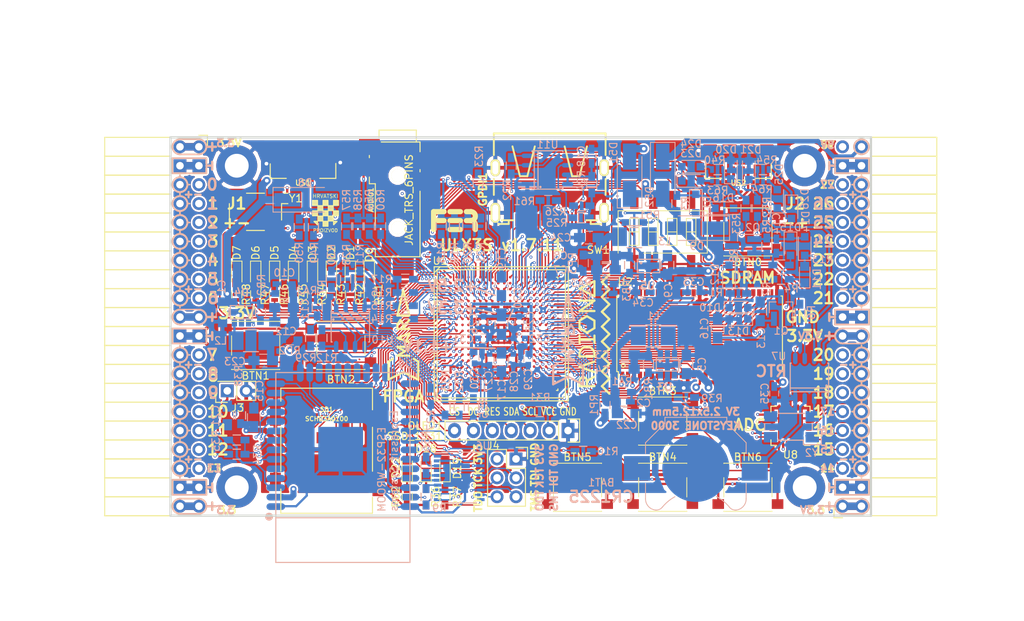
<source format=kicad_pcb>
(kicad_pcb (version 4) (host pcbnew 4.0.7+dfsg1-1)
  (layers (0 F.Cu signal) (1 In1.Cu signal) (2 In2.Cu signal) (31 B.Cu signal) (34 B.Paste user) (35 F.Paste user) (36 B.SilkS user) (37 F.SilkS user) (38 B.Mask user) (39 F.Mask user) (44 Edge.Cuts user))
  (net 0 "")
  (net 1 GND)
  (net 2 +5V)
  (net 3 /gpio/IN5V)
  (net 4 /gpio/OUT5V)
  (net 5 +3V3)
  (net 6 BTN_D)
  (net 7 BTN_F1)
  (net 8 BTN_F2)
  (net 9 BTN_L)
  (net 10 BTN_R)
  (net 11 BTN_U)
  (net 12 /power/FB1)
  (net 13 +2V5)
  (net 14 /power/PWREN)
  (net 15 /power/FB3)
  (net 16 /power/FB2)
  (net 17 "Net-(D9-Pad1)")
  (net 18 /power/VBAT)
  (net 19 JTAG_TDI)
  (net 20 JTAG_TCK)
  (net 21 JTAG_TMS)
  (net 22 JTAG_TDO)
  (net 23 /power/WAKEUPn)
  (net 24 /power/WKUP)
  (net 25 /power/SHUT)
  (net 26 /power/WAKE)
  (net 27 /power/HOLD)
  (net 28 /power/WKn)
  (net 29 /power/OSCI_32k)
  (net 30 /power/OSCO_32k)
  (net 31 "Net-(Q2-Pad3)")
  (net 32 SHUTDOWN)
  (net 33 /analog/AUDIO_L)
  (net 34 /analog/AUDIO_R)
  (net 35 GPDI_5V_SCL)
  (net 36 GPDI_5V_SDA)
  (net 37 GPDI_SDA)
  (net 38 GPDI_SCL)
  (net 39 /gpdi/VREF2)
  (net 40 SD_CMD)
  (net 41 SD_CLK)
  (net 42 SD_D0)
  (net 43 SD_D1)
  (net 44 USB5V)
  (net 45 GPDI_CEC)
  (net 46 nRESET)
  (net 47 FTDI_nDTR)
  (net 48 SDRAM_CKE)
  (net 49 SDRAM_A7)
  (net 50 SDRAM_D15)
  (net 51 SDRAM_BA1)
  (net 52 SDRAM_D7)
  (net 53 SDRAM_A6)
  (net 54 SDRAM_CLK)
  (net 55 SDRAM_D13)
  (net 56 SDRAM_BA0)
  (net 57 SDRAM_D6)
  (net 58 SDRAM_A5)
  (net 59 SDRAM_D14)
  (net 60 SDRAM_A11)
  (net 61 SDRAM_D12)
  (net 62 SDRAM_D5)
  (net 63 SDRAM_A4)
  (net 64 SDRAM_A10)
  (net 65 SDRAM_D11)
  (net 66 SDRAM_A3)
  (net 67 SDRAM_D4)
  (net 68 SDRAM_D10)
  (net 69 SDRAM_D9)
  (net 70 SDRAM_A9)
  (net 71 SDRAM_D3)
  (net 72 SDRAM_D8)
  (net 73 SDRAM_A8)
  (net 74 SDRAM_A2)
  (net 75 SDRAM_A1)
  (net 76 SDRAM_A0)
  (net 77 SDRAM_D2)
  (net 78 SDRAM_D1)
  (net 79 SDRAM_D0)
  (net 80 SDRAM_DQM0)
  (net 81 SDRAM_nCS)
  (net 82 SDRAM_nRAS)
  (net 83 SDRAM_DQM1)
  (net 84 SDRAM_nCAS)
  (net 85 SDRAM_nWE)
  (net 86 /flash/FLASH_nWP)
  (net 87 /flash/FLASH_nHOLD)
  (net 88 /flash/FLASH_MOSI)
  (net 89 /flash/FLASH_MISO)
  (net 90 /flash/FLASH_SCK)
  (net 91 /flash/FLASH_nCS)
  (net 92 /flash/FPGA_PROGRAMN)
  (net 93 /flash/FPGA_DONE)
  (net 94 /flash/FPGA_INITN)
  (net 95 OLED_RES)
  (net 96 OLED_DC)
  (net 97 OLED_CS)
  (net 98 WIFI_EN)
  (net 99 FTDI_nRTS)
  (net 100 FTDI_TXD)
  (net 101 FTDI_RXD)
  (net 102 WIFI_RXD)
  (net 103 WIFI_GPIO0)
  (net 104 WIFI_TXD)
  (net 105 GPDI_ETH-)
  (net 106 GPDI_ETH+)
  (net 107 GPDI_D2+)
  (net 108 GPDI_D2-)
  (net 109 GPDI_D1+)
  (net 110 GPDI_D1-)
  (net 111 GPDI_D0+)
  (net 112 GPDI_D0-)
  (net 113 GPDI_CLK+)
  (net 114 GPDI_CLK-)
  (net 115 USB_FTDI_D+)
  (net 116 USB_FTDI_D-)
  (net 117 SD_D3)
  (net 118 AUDIO_L3)
  (net 119 AUDIO_L2)
  (net 120 AUDIO_L1)
  (net 121 AUDIO_L0)
  (net 122 AUDIO_R3)
  (net 123 AUDIO_R2)
  (net 124 AUDIO_R1)
  (net 125 AUDIO_R0)
  (net 126 OLED_CLK)
  (net 127 OLED_MOSI)
  (net 128 LED0)
  (net 129 LED1)
  (net 130 LED2)
  (net 131 LED3)
  (net 132 LED4)
  (net 133 LED5)
  (net 134 LED6)
  (net 135 LED7)
  (net 136 BTN_PWRn)
  (net 137 FTDI_nTXLED)
  (net 138 FTDI_nSLEEP)
  (net 139 /blinkey/LED_PWREN)
  (net 140 /blinkey/LED_TXLED)
  (net 141 /sdcard/SD3V3)
  (net 142 SD_D2)
  (net 143 CLK_25MHz)
  (net 144 /blinkey/BTNPUL)
  (net 145 /blinkey/BTNPUR)
  (net 146 USB_FPGA_D+)
  (net 147 /power/FTDI_nSUSPEND)
  (net 148 /blinkey/ALED0)
  (net 149 /blinkey/ALED1)
  (net 150 /blinkey/ALED2)
  (net 151 /blinkey/ALED3)
  (net 152 /blinkey/ALED4)
  (net 153 /blinkey/ALED5)
  (net 154 /blinkey/ALED6)
  (net 155 /blinkey/ALED7)
  (net 156 /usb/FTD-)
  (net 157 /usb/FTD+)
  (net 158 ADC_MISO)
  (net 159 ADC_MOSI)
  (net 160 ADC_CSn)
  (net 161 ADC_SCLK)
  (net 162 SW3)
  (net 163 SW2)
  (net 164 SW1)
  (net 165 USB_FPGA_D-)
  (net 166 /usb/FPD+)
  (net 167 /usb/FPD-)
  (net 168 WIFI_GPIO16)
  (net 169 /usb/ANT_433MHz)
  (net 170 /power/PWRBTn)
  (net 171 PROG_DONE)
  (net 172 /power/P3V3)
  (net 173 /power/P2V5)
  (net 174 /power/L1)
  (net 175 /power/L3)
  (net 176 /power/L2)
  (net 177 FTDI_TXDEN)
  (net 178 SDRAM_A12)
  (net 179 /analog/AUDIO_V)
  (net 180 AUDIO_V3)
  (net 181 AUDIO_V2)
  (net 182 AUDIO_V1)
  (net 183 AUDIO_V0)
  (net 184 /gpdi/FPGA_CEC)
  (net 185 /blinkey/LED_WIFI)
  (net 186 /power/P1V1)
  (net 187 +1V1)
  (net 188 SW4)
  (net 189 /blinkey/SWPU)
  (net 190 /wifi/WIFIEN)
  (net 191 FT2V5)
  (net 192 GN0)
  (net 193 GP0)
  (net 194 GN1)
  (net 195 GP1)
  (net 196 GN2)
  (net 197 GP2)
  (net 198 GN3)
  (net 199 GP3)
  (net 200 GN4)
  (net 201 GP4)
  (net 202 GN5)
  (net 203 GP5)
  (net 204 GN6)
  (net 205 GP6)
  (net 206 GN14)
  (net 207 GP14)
  (net 208 GN15)
  (net 209 GP15)
  (net 210 GN16)
  (net 211 GP16)
  (net 212 GN17)
  (net 213 GP17)
  (net 214 GN18)
  (net 215 GP18)
  (net 216 GN19)
  (net 217 GP19)
  (net 218 GN20)
  (net 219 GP20)
  (net 220 GN21)
  (net 221 GP21)
  (net 222 GN22)
  (net 223 GP22)
  (net 224 GN23)
  (net 225 GP23)
  (net 226 GN24)
  (net 227 GP24)
  (net 228 GN25)
  (net 229 GP25)
  (net 230 GN26)
  (net 231 GP26)
  (net 232 GN27)
  (net 233 GP27)
  (net 234 GN7)
  (net 235 GP7)
  (net 236 GN8)
  (net 237 GP8)
  (net 238 GN9)
  (net 239 GP9)
  (net 240 GN10)
  (net 241 GP10)
  (net 242 GN11)
  (net 243 GP11)
  (net 244 GN12)
  (net 245 GP12)
  (net 246 GN13)
  (net 247 GP13)
  (net 248 WIFI_GPIO5)
  (net 249 WIFI_GPIO17)
  (net 250 USB_FPGA_PULL_D+)
  (net 251 USB_FPGA_PULL_D-)
  (net 252 "Net-(D23-Pad2)")
  (net 253 "Net-(D24-Pad1)")
  (net 254 "Net-(D25-Pad2)")
  (net 255 "Net-(D26-Pad1)")
  (module Socket_Strips:Socket_Strip_Angled_2x20 (layer F.Cu) (at 97.91 62.69 270)
    (fp_text reference J1 (at 7.62 -5.08 360) (layer F.SilkS) (effects (font (size 1.5 1.5) (thickness 0.3))))
    (fp_text value CONN_02X20 hide)
    (pad 1 thru_hole oval (at 0 0 270) (size 1.7272 1.7272) (drill 1.016) (layers *.Cu *.Mask) (net 5 +3V3))
    (pad 2 thru_hole oval (at 0 2.54 270) (size 1.7272 1.7272) (drill 1.016) (layers *.Cu *.Mask) (net 5 +3V3))
    (pad 3 thru_hole rect (at 2.54 0 270) (size 1.7272 1.7272) (drill 1.016) (layers *.Cu *.Mask) (net 1 GND))
    (pad 4 thru_hole rect (at 2.54 2.54 270) (size 1.7272 1.7272) (drill 1.016) (layers *.Cu *.Mask) (net 1 GND))
    (pad 5 thru_hole oval (at 5.08 0 270) (size 1.7272 1.7272) (drill 1.016) (layers *.Cu *.Mask) (net 192 GN0))
    (pad 6 thru_hole oval (at 5.08 2.54 270) (size 1.7272 1.7272) (drill 1.016) (layers *.Cu *.Mask) (net 193 GP0))
    (pad 7 thru_hole oval (at 7.62 0 270) (size 1.7272 1.7272) (drill 1.016) (layers *.Cu *.Mask) (net 194 GN1))
    (pad 8 thru_hole oval (at 7.62 2.54 270) (size 1.7272 1.7272) (drill 1.016) (layers *.Cu *.Mask) (net 195 GP1))
    (pad 9 thru_hole oval (at 10.16 0 270) (size 1.7272 1.7272) (drill 1.016) (layers *.Cu *.Mask) (net 196 GN2))
    (pad 10 thru_hole oval (at 10.16 2.54 270) (size 1.7272 1.7272) (drill 1.016) (layers *.Cu *.Mask) (net 197 GP2))
    (pad 11 thru_hole oval (at 12.7 0 270) (size 1.7272 1.7272) (drill 1.016) (layers *.Cu *.Mask) (net 198 GN3))
    (pad 12 thru_hole oval (at 12.7 2.54 270) (size 1.7272 1.7272) (drill 1.016) (layers *.Cu *.Mask) (net 199 GP3))
    (pad 13 thru_hole oval (at 15.24 0 270) (size 1.7272 1.7272) (drill 1.016) (layers *.Cu *.Mask) (net 200 GN4))
    (pad 14 thru_hole oval (at 15.24 2.54 270) (size 1.7272 1.7272) (drill 1.016) (layers *.Cu *.Mask) (net 201 GP4))
    (pad 15 thru_hole oval (at 17.78 0 270) (size 1.7272 1.7272) (drill 1.016) (layers *.Cu *.Mask) (net 202 GN5))
    (pad 16 thru_hole oval (at 17.78 2.54 270) (size 1.7272 1.7272) (drill 1.016) (layers *.Cu *.Mask) (net 203 GP5))
    (pad 17 thru_hole oval (at 20.32 0 270) (size 1.7272 1.7272) (drill 1.016) (layers *.Cu *.Mask) (net 204 GN6))
    (pad 18 thru_hole oval (at 20.32 2.54 270) (size 1.7272 1.7272) (drill 1.016) (layers *.Cu *.Mask) (net 205 GP6))
    (pad 19 thru_hole oval (at 22.86 0 270) (size 1.7272 1.7272) (drill 1.016) (layers *.Cu *.Mask) (net 5 +3V3))
    (pad 20 thru_hole oval (at 22.86 2.54 270) (size 1.7272 1.7272) (drill 1.016) (layers *.Cu *.Mask) (net 5 +3V3))
    (pad 21 thru_hole rect (at 25.4 0 270) (size 1.7272 1.7272) (drill 1.016) (layers *.Cu *.Mask) (net 1 GND))
    (pad 22 thru_hole rect (at 25.4 2.54 270) (size 1.7272 1.7272) (drill 1.016) (layers *.Cu *.Mask) (net 1 GND))
    (pad 23 thru_hole oval (at 27.94 0 270) (size 1.7272 1.7272) (drill 1.016) (layers *.Cu *.Mask) (net 234 GN7))
    (pad 24 thru_hole oval (at 27.94 2.54 270) (size 1.7272 1.7272) (drill 1.016) (layers *.Cu *.Mask) (net 235 GP7))
    (pad 25 thru_hole oval (at 30.48 0 270) (size 1.7272 1.7272) (drill 1.016) (layers *.Cu *.Mask) (net 236 GN8))
    (pad 26 thru_hole oval (at 30.48 2.54 270) (size 1.7272 1.7272) (drill 1.016) (layers *.Cu *.Mask) (net 237 GP8))
    (pad 27 thru_hole oval (at 33.02 0 270) (size 1.7272 1.7272) (drill 1.016) (layers *.Cu *.Mask) (net 238 GN9))
    (pad 28 thru_hole oval (at 33.02 2.54 270) (size 1.7272 1.7272) (drill 1.016) (layers *.Cu *.Mask) (net 239 GP9))
    (pad 29 thru_hole oval (at 35.56 0 270) (size 1.7272 1.7272) (drill 1.016) (layers *.Cu *.Mask) (net 240 GN10))
    (pad 30 thru_hole oval (at 35.56 2.54 270) (size 1.7272 1.7272) (drill 1.016) (layers *.Cu *.Mask) (net 241 GP10))
    (pad 31 thru_hole oval (at 38.1 0 270) (size 1.7272 1.7272) (drill 1.016) (layers *.Cu *.Mask) (net 242 GN11))
    (pad 32 thru_hole oval (at 38.1 2.54 270) (size 1.7272 1.7272) (drill 1.016) (layers *.Cu *.Mask) (net 243 GP11))
    (pad 33 thru_hole oval (at 40.64 0 270) (size 1.7272 1.7272) (drill 1.016) (layers *.Cu *.Mask) (net 244 GN12))
    (pad 34 thru_hole oval (at 40.64 2.54 270) (size 1.7272 1.7272) (drill 1.016) (layers *.Cu *.Mask) (net 245 GP12))
    (pad 35 thru_hole oval (at 43.18 0 270) (size 1.7272 1.7272) (drill 1.016) (layers *.Cu *.Mask) (net 246 GN13))
    (pad 36 thru_hole oval (at 43.18 2.54 270) (size 1.7272 1.7272) (drill 1.016) (layers *.Cu *.Mask) (net 247 GP13))
    (pad 37 thru_hole rect (at 45.72 0 270) (size 1.7272 1.7272) (drill 1.016) (layers *.Cu *.Mask) (net 1 GND))
    (pad 38 thru_hole rect (at 45.72 2.54 270) (size 1.7272 1.7272) (drill 1.016) (layers *.Cu *.Mask) (net 1 GND))
    (pad 39 thru_hole oval (at 48.26 0 270) (size 1.7272 1.7272) (drill 1.016) (layers *.Cu *.Mask) (net 5 +3V3))
    (pad 40 thru_hole oval (at 48.26 2.54 270) (size 1.7272 1.7272) (drill 1.016) (layers *.Cu *.Mask) (net 5 +3V3))
  )
  (module SMD_Packages:1Pin (layer F.Cu) (at 182.67515 111.637626)
    (fp_text reference AE1 hide)
    (fp_text value 433MHz hide)
    (pad 1 smd rect (at 0 0) (size 0.5 0.5) (layers B.Cu F.Paste F.Mask) (net 169 /usb/ANT_433MHz))
  )
  (module Resistors_SMD:R_0603_HandSoldering (layer B.Cu) (at 103.498 98.758 90)
    (fp_text reference R38 (at 5.334 -0.254 90) (layer B.SilkS) (effects (justify mirror)))
    (fp_text value 0.47)
    (pad 1 smd rect (at -1.1 0 90) (size 1.2 0.9) (layers B.Cu B.Paste B.Mask) (net 141 /sdcard/SD3V3))
    (pad 2 smd rect (at 1.1 0 90) (size 1.2 0.9) (layers B.Cu B.Paste B.Mask) (net 5 +3V3))
  )
  (module Diodes_SMD:D_SMA_Handsoldering (layer B.Cu) (at 155.695 66.5 90)
    (fp_text reference D51 (at 3.048 -2.159 90) (layer B.SilkS) (effects (justify mirror)))
    (fp_text value STPS2L30AF hide)
    (pad 1 smd rect (at -2.5 0 90) (size 3.5 1.8) (layers B.Cu B.Paste B.Mask) (net 2 +5V))
    (pad 2 smd rect (at 2.5 0 90) (size 3.5 1.8) (layers B.Cu B.Paste B.Mask) (net 3 /gpio/IN5V))
  )
  (module Resistors_SMD:R_0603_HandSoldering (layer B.Cu) (at 156.33 72.85 180)
    (fp_text reference R51 (at -2.032 1.016 180) (layer B.SilkS) (effects (justify mirror)))
    (fp_text value 150)
    (pad 1 smd rect (at -1.1 0 180) (size 1.2 0.9) (layers B.Cu B.Paste B.Mask) (net 5 +3V3))
    (pad 2 smd rect (at 1.1 0 180) (size 1.2 0.9) (layers B.Cu B.Paste B.Mask) (net 189 /blinkey/SWPU))
  )
  (module Resistors_SMD:R_1210_HandSoldering (layer B.Cu) (at 158.87 88.09 180)
    (fp_text reference L1 (at 0 2.7 180) (layer B.SilkS) (effects (justify mirror)))
    (fp_text value 2.2uH)
    (pad 1 smd rect (at -2 0 180) (size 2 2.5) (layers B.Cu B.Paste B.Mask) (net 174 /power/L1))
    (pad 2 smd rect (at 2 0 180) (size 2 2.5) (layers B.Cu B.Paste B.Mask) (net 186 /power/P1V1))
  )
  (module TSOT-25:TSOT-25 (layer B.Cu) (at 160.775 91.9)
    (fp_text reference U3 (at -0.381 3.048) (layer B.SilkS) (effects (font (thickness 0.2)) (justify mirror)))
    (fp_text value TLV62569DBV)
    (pad 1 smd rect (at -0.95 -1.3) (size 0.7 1.2) (layers B.Cu B.Paste B.Mask) (net 14 /power/PWREN))
    (pad 2 smd rect (at 0 -1.3) (size 0.7 1.2) (layers B.Cu B.Paste B.Mask) (net 1 GND))
    (pad 3 smd rect (at 0.95 -1.3) (size 0.7 1.2) (layers B.Cu B.Paste B.Mask) (net 174 /power/L1))
    (pad 4 smd rect (at 0.95 1.3) (size 0.7 1.2) (layers B.Cu B.Paste B.Mask) (net 2 +5V))
    (pad 5 smd rect (at -0.95 1.3) (size 0.7 1.2) (layers B.Cu B.Paste B.Mask) (net 12 /power/FB1))
  )
  (module Resistors_SMD:R_1210_HandSoldering (layer B.Cu) (at 104.895 88.725)
    (fp_text reference L2 (at -4.064 0) (layer B.SilkS) (effects (justify mirror)))
    (fp_text value 2.2uH)
    (pad 1 smd rect (at -2 0) (size 2 2.5) (layers B.Cu B.Paste B.Mask) (net 176 /power/L2))
    (pad 2 smd rect (at 2 0) (size 2 2.5) (layers B.Cu B.Paste B.Mask) (net 173 /power/P2V5))
  )
  (module TSOT-25:TSOT-25 (layer B.Cu) (at 103.625 84.915 180)
    (fp_text reference U4 (at 0 2.697 180) (layer B.SilkS) (effects (font (thickness 0.2)) (justify mirror)))
    (fp_text value TLV62569DBV)
    (pad 1 smd rect (at -0.95 -1.3 180) (size 0.7 1.2) (layers B.Cu B.Paste B.Mask) (net 14 /power/PWREN))
    (pad 2 smd rect (at 0 -1.3 180) (size 0.7 1.2) (layers B.Cu B.Paste B.Mask) (net 1 GND))
    (pad 3 smd rect (at 0.95 -1.3 180) (size 0.7 1.2) (layers B.Cu B.Paste B.Mask) (net 176 /power/L2))
    (pad 4 smd rect (at 0.95 1.3 180) (size 0.7 1.2) (layers B.Cu B.Paste B.Mask) (net 2 +5V))
    (pad 5 smd rect (at -0.95 1.3 180) (size 0.7 1.2) (layers B.Cu B.Paste B.Mask) (net 16 /power/FB2))
  )
  (module Resistors_SMD:R_1210_HandSoldering (layer B.Cu) (at 156.33 74.755 180)
    (fp_text reference L3 (at -4.064 -0.635 180) (layer B.SilkS) (effects (justify mirror)))
    (fp_text value 2.2uH)
    (pad 1 smd rect (at -2 0 180) (size 2 2.5) (layers B.Cu B.Paste B.Mask) (net 175 /power/L3))
    (pad 2 smd rect (at 2 0 180) (size 2 2.5) (layers B.Cu B.Paste B.Mask) (net 172 /power/P3V3))
  )
  (module TSOT-25:TSOT-25 (layer B.Cu) (at 158.235 78.692)
    (fp_text reference U5 (at -0.127 2.667) (layer B.SilkS) (effects (font (thickness 0.2)) (justify mirror)))
    (fp_text value TLV62569DBV)
    (pad 1 smd rect (at -0.95 -1.3) (size 0.7 1.2) (layers B.Cu B.Paste B.Mask) (net 14 /power/PWREN))
    (pad 2 smd rect (at 0 -1.3) (size 0.7 1.2) (layers B.Cu B.Paste B.Mask) (net 1 GND))
    (pad 3 smd rect (at 0.95 -1.3) (size 0.7 1.2) (layers B.Cu B.Paste B.Mask) (net 175 /power/L3))
    (pad 4 smd rect (at 0.95 1.3) (size 0.7 1.2) (layers B.Cu B.Paste B.Mask) (net 2 +5V))
    (pad 5 smd rect (at -0.95 1.3) (size 0.7 1.2) (layers B.Cu B.Paste B.Mask) (net 15 /power/FB3))
  )
  (module Capacitors_SMD:C_0805_HandSoldering (layer B.Cu) (at 101.085 84.915 270)
    (fp_text reference C1 (at -3.429 0.127 270) (layer B.SilkS) (effects (justify mirror)))
    (fp_text value 22uF)
    (pad 1 smd rect (at -1.25 0 270) (size 1.5 1.25) (layers B.Cu B.Paste B.Mask) (net 2 +5V))
    (pad 2 smd rect (at 1.25 0 270) (size 1.5 1.25) (layers B.Cu B.Paste B.Mask) (net 1 GND))
  )
  (module Capacitors_SMD:C_0805_HandSoldering (layer B.Cu) (at 155.06 90.63)
    (fp_text reference C3 (at -3.048 0) (layer B.SilkS) (effects (justify mirror)))
    (fp_text value 22uF)
    (pad 1 smd rect (at -1.25 0) (size 1.5 1.25) (layers B.Cu B.Paste B.Mask) (net 186 /power/P1V1))
    (pad 2 smd rect (at 1.25 0) (size 1.5 1.25) (layers B.Cu B.Paste B.Mask) (net 1 GND))
  )
  (module Capacitors_SMD:C_0805_HandSoldering (layer B.Cu) (at 155.06 92.535)
    (fp_text reference C4 (at -3.048 0.127) (layer B.SilkS) (effects (justify mirror)))
    (fp_text value 22uF)
    (pad 1 smd rect (at -1.25 0) (size 1.5 1.25) (layers B.Cu B.Paste B.Mask) (net 186 /power/P1V1))
    (pad 2 smd rect (at 1.25 0) (size 1.5 1.25) (layers B.Cu B.Paste B.Mask) (net 1 GND))
  )
  (module Capacitors_SMD:C_0805_HandSoldering (layer B.Cu) (at 163.315 91.9 90)
    (fp_text reference C5 (at 0 2.1 90) (layer B.SilkS) (effects (justify mirror)))
    (fp_text value 22uF)
    (pad 1 smd rect (at -1.25 0 90) (size 1.5 1.25) (layers B.Cu B.Paste B.Mask) (net 2 +5V))
    (pad 2 smd rect (at 1.25 0 90) (size 1.5 1.25) (layers B.Cu B.Paste B.Mask) (net 1 GND))
  )
  (module Capacitors_SMD:C_0805_HandSoldering (layer B.Cu) (at 152.52 79.2)
    (fp_text reference C7 (at -6.096 0) (layer B.SilkS) (effects (justify mirror)))
    (fp_text value 22uF)
    (pad 1 smd rect (at -1.25 0) (size 1.5 1.25) (layers B.Cu B.Paste B.Mask) (net 172 /power/P3V3))
    (pad 2 smd rect (at 1.25 0) (size 1.5 1.25) (layers B.Cu B.Paste B.Mask) (net 1 GND))
  )
  (module Capacitors_SMD:C_0805_HandSoldering (layer B.Cu) (at 152.52 77.295)
    (fp_text reference C8 (at -6.096 0) (layer B.SilkS) (effects (justify mirror)))
    (fp_text value 22uF)
    (pad 1 smd rect (at -1.25 0) (size 1.5 1.25) (layers B.Cu B.Paste B.Mask) (net 172 /power/P3V3))
    (pad 2 smd rect (at 1.25 0) (size 1.5 1.25) (layers B.Cu B.Paste B.Mask) (net 1 GND))
  )
  (module Capacitors_SMD:C_0805_HandSoldering (layer B.Cu) (at 160.775 78.565 90)
    (fp_text reference C9 (at -3.429 0.127 90) (layer B.SilkS) (effects (justify mirror)))
    (fp_text value 22uF)
    (pad 1 smd rect (at -1.25 0 90) (size 1.5 1.25) (layers B.Cu B.Paste B.Mask) (net 2 +5V))
    (pad 2 smd rect (at 1.25 0 90) (size 1.5 1.25) (layers B.Cu B.Paste B.Mask) (net 1 GND))
  )
  (module Capacitors_SMD:C_0805_HandSoldering (layer B.Cu) (at 109.34 84.28 180)
    (fp_text reference C11 (at -2.794 -0.254 270) (layer B.SilkS) (effects (justify mirror)))
    (fp_text value 22uF)
    (pad 1 smd rect (at -1.25 0 180) (size 1.5 1.25) (layers B.Cu B.Paste B.Mask) (net 173 /power/P2V5))
    (pad 2 smd rect (at 1.25 0 180) (size 1.5 1.25) (layers B.Cu B.Paste B.Mask) (net 1 GND))
  )
  (module Capacitors_SMD:C_0805_HandSoldering (layer B.Cu) (at 109.34 86.185 180)
    (fp_text reference C12 (at -0.254 -1.27 360) (layer B.SilkS) (effects (justify mirror)))
    (fp_text value 22uF)
    (pad 1 smd rect (at -1.25 0 180) (size 1.5 1.25) (layers B.Cu B.Paste B.Mask) (net 173 /power/P2V5))
    (pad 2 smd rect (at 1.25 0 180) (size 1.5 1.25) (layers B.Cu B.Paste B.Mask) (net 1 GND))
  )
  (module Capacitors_SMD:C_0805_HandSoldering (layer B.Cu) (at 173.221 84.788 90)
    (fp_text reference C13 (at -3.556 0.127 90) (layer B.SilkS) (effects (justify mirror)))
    (fp_text value 2.2uF)
    (pad 1 smd rect (at -1.25 0 90) (size 1.5 1.25) (layers B.Cu B.Paste B.Mask) (net 2 +5V))
    (pad 2 smd rect (at 1.25 0 90) (size 1.5 1.25) (layers B.Cu B.Paste B.Mask) (net 24 /power/WKUP))
  )
  (module TO_SOT_Packages_SMD:SOT-23_Handsoldering (layer B.Cu) (at 176.015 84.28 90)
    (fp_text reference Q1 (at -3.1115 0 180) (layer B.SilkS) (effects (justify mirror)))
    (fp_text value BC857)
    (pad 1 smd rect (at -1.5 0.95 90) (size 1.9 0.8) (layers B.Cu B.Paste B.Mask) (net 28 /power/WKn))
    (pad 2 smd rect (at -1.5 -0.95 90) (size 1.9 0.8) (layers B.Cu B.Paste B.Mask) (net 2 +5V))
    (pad 3 smd rect (at 1.5 0 90) (size 1.9 0.8) (layers B.Cu B.Paste B.Mask) (net 24 /power/WKUP))
  )
  (module TO_SOT_Packages_SMD:SOT-23_Handsoldering (layer B.Cu) (at 170.935 76.025 180)
    (fp_text reference Q2 (at -1.295 2.5 180) (layer B.SilkS) (effects (justify mirror)))
    (fp_text value 2N7002)
    (pad 1 smd rect (at -1.5 0.95 180) (size 1.9 0.8) (layers B.Cu B.Paste B.Mask) (net 25 /power/SHUT))
    (pad 2 smd rect (at -1.5 -0.95 180) (size 1.9 0.8) (layers B.Cu B.Paste B.Mask) (net 1 GND))
    (pad 3 smd rect (at 1.5 0 180) (size 1.9 0.8) (layers B.Cu B.Paste B.Mask) (net 31 "Net-(Q2-Pad3)"))
  )
  (module Capacitors_SMD:C_0603_HandSoldering (layer B.Cu) (at 154.86 96.91)
    (fp_text reference C2 (at 2.74 0.197) (layer B.SilkS) (effects (justify mirror)))
    (fp_text value 470pF)
    (pad 1 smd rect (at -0.95 0) (size 1.2 0.75) (layers B.Cu B.Paste B.Mask) (net 186 /power/P1V1))
    (pad 2 smd rect (at 0.95 0) (size 1.2 0.75) (layers B.Cu B.Paste B.Mask) (net 12 /power/FB1))
  )
  (module Capacitors_SMD:C_0603_HandSoldering (layer B.Cu) (at 152.52 82.375)
    (fp_text reference C6 (at -2.794 0.127) (layer B.SilkS) (effects (justify mirror)))
    (fp_text value 470pF)
    (pad 1 smd rect (at -0.95 0) (size 1.2 0.75) (layers B.Cu B.Paste B.Mask) (net 172 /power/P3V3))
    (pad 2 smd rect (at 0.95 0) (size 1.2 0.75) (layers B.Cu B.Paste B.Mask) (net 15 /power/FB3))
  )
  (module Capacitors_SMD:C_0603_HandSoldering (layer B.Cu) (at 109.34 81.105 180)
    (fp_text reference C10 (at -0.04 1.505 180) (layer B.SilkS) (effects (justify mirror)))
    (fp_text value 470pF)
    (pad 1 smd rect (at -0.95 0 180) (size 1.2 0.75) (layers B.Cu B.Paste B.Mask) (net 173 /power/P2V5))
    (pad 2 smd rect (at 0.95 0 180) (size 1.2 0.75) (layers B.Cu B.Paste B.Mask) (net 16 /power/FB2))
  )
  (module Capacitors_SMD:C_0603_HandSoldering (layer B.Cu) (at 175.38 76.025 270)
    (fp_text reference C14 (at -3.048 0 270) (layer B.SilkS) (effects (justify mirror)))
    (fp_text value 100nF)
    (pad 1 smd rect (at -0.95 0 270) (size 1.2 0.75) (layers B.Cu B.Paste B.Mask) (net 25 /power/SHUT))
    (pad 2 smd rect (at 0.95 0 270) (size 1.2 0.75) (layers B.Cu B.Paste B.Mask) (net 1 GND))
  )
  (module Resistors_SMD:R_0603_HandSoldering (layer B.Cu) (at 170.3 82.375)
    (fp_text reference R1 (at -3.048 -0.127) (layer B.SilkS) (effects (justify mirror)))
    (fp_text value 15k)
    (pad 1 smd rect (at -1.1 0) (size 1.2 0.9) (layers B.Cu B.Paste B.Mask) (net 26 /power/WAKE))
    (pad 2 smd rect (at 1.1 0) (size 1.2 0.9) (layers B.Cu B.Paste B.Mask) (net 14 /power/PWREN))
  )
  (module Resistors_SMD:R_0603_HandSoldering (layer B.Cu) (at 172.84 79.835 90)
    (fp_text reference R2 (at -1.905 1.27 90) (layer B.SilkS) (effects (justify mirror)))
    (fp_text value 47k)
    (pad 1 smd rect (at -1.1 0 90) (size 1.2 0.9) (layers B.Cu B.Paste B.Mask) (net 14 /power/PWREN))
    (pad 2 smd rect (at 1.1 0 90) (size 1.2 0.9) (layers B.Cu B.Paste B.Mask) (net 1 GND))
  )
  (module Resistors_SMD:R_0603_HandSoldering (layer B.Cu) (at 176.015 80.47 180)
    (fp_text reference R4 (at -1.397 -1.27 360) (layer B.SilkS) (effects (justify mirror)))
    (fp_text value 4.7k)
    (pad 1 smd rect (at -1.1 0 180) (size 1.2 0.9) (layers B.Cu B.Paste B.Mask) (net 27 /power/HOLD))
    (pad 2 smd rect (at 1.1 0 180) (size 1.2 0.9) (layers B.Cu B.Paste B.Mask) (net 14 /power/PWREN))
  )
  (module Resistors_SMD:R_0603_HandSoldering (layer B.Cu) (at 174.11 76.025 270)
    (fp_text reference R5 (at -2.667 0 270) (layer B.SilkS) (effects (justify mirror)))
    (fp_text value 4.7M)
    (pad 1 smd rect (at -1.1 0 270) (size 1.2 0.9) (layers B.Cu B.Paste B.Mask) (net 25 /power/SHUT))
    (pad 2 smd rect (at 1.1 0 270) (size 1.2 0.9) (layers B.Cu B.Paste B.Mask) (net 1 GND))
  )
  (module Resistors_SMD:R_0603_HandSoldering (layer B.Cu) (at 178.555 84.915 270)
    (fp_text reference R6 (at 0 -1.524 270) (layer B.SilkS) (effects (justify mirror)))
    (fp_text value 1k)
    (pad 1 smd rect (at -1.1 0 270) (size 1.2 0.9) (layers B.Cu B.Paste B.Mask) (net 28 /power/WKn))
    (pad 2 smd rect (at 1.1 0 270) (size 1.2 0.9) (layers B.Cu B.Paste B.Mask) (net 23 /power/WAKEUPn))
  )
  (module Resistors_SMD:R_0603_HandSoldering (layer B.Cu) (at 113.785 84.28 270)
    (fp_text reference R7 (at -2.794 -0.635 270) (layer B.SilkS) (effects (justify mirror)))
    (fp_text value 150)
    (pad 1 smd rect (at -1.1 0 270) (size 1.2 0.9) (layers B.Cu B.Paste B.Mask) (net 5 +3V3))
    (pad 2 smd rect (at 1.1 0 270) (size 1.2 0.9) (layers B.Cu B.Paste B.Mask) (net 144 /blinkey/BTNPUL))
  )
  (module Resistors_SMD:R_0603_HandSoldering (layer B.Cu) (at 170.935 79.835 90)
    (fp_text reference R8 (at 2.54 -1.27 90) (layer B.SilkS) (effects (justify mirror)))
    (fp_text value 1k)
    (pad 1 smd rect (at -1.1 0 90) (size 1.2 0.9) (layers B.Cu B.Paste B.Mask) (net 14 /power/PWREN))
    (pad 2 smd rect (at 1.1 0 90) (size 1.2 0.9) (layers B.Cu B.Paste B.Mask) (net 31 "Net-(Q2-Pad3)"))
  )
  (module Resistors_SMD:R_0603_HandSoldering (layer B.Cu) (at 128.39 109.68 270)
    (fp_text reference R9 (at 1.524 -1.778 360) (layer B.SilkS) (effects (justify mirror)))
    (fp_text value 15k)
    (pad 1 smd rect (at -1.1 0 270) (size 1.2 0.9) (layers B.Cu B.Paste B.Mask) (net 46 nRESET))
    (pad 2 smd rect (at 1.1 0 270) (size 1.2 0.9) (layers B.Cu B.Paste B.Mask) (net 191 FT2V5))
  )
  (module Resistors_SMD:R_0603_HandSoldering (layer B.Cu) (at 149.472 103.584 180)
    (fp_text reference R10 (at -3.302 0 180) (layer B.SilkS) (effects (justify mirror)))
    (fp_text value 150)
    (pad 1 smd rect (at -1.1 0 180) (size 1.2 0.9) (layers B.Cu B.Paste B.Mask) (net 147 /power/FTDI_nSUSPEND))
    (pad 2 smd rect (at 1.1 0 180) (size 1.2 0.9) (layers B.Cu B.Paste B.Mask) (net 138 FTDI_nSLEEP))
  )
  (module Resistors_SMD:R_0603_HandSoldering (layer B.Cu) (at 176.015 78.565 180)
    (fp_text reference R13 (at -5.588 0.762 180) (layer B.SilkS) (effects (justify mirror)))
    (fp_text value 15k)
    (pad 1 smd rect (at -1.1 0 180) (size 1.2 0.9) (layers B.Cu B.Paste B.Mask) (net 32 SHUTDOWN))
    (pad 2 smd rect (at 1.1 0 180) (size 1.2 0.9) (layers B.Cu B.Paste B.Mask) (net 1 GND))
  )
  (module Resistors_SMD:R_0603_HandSoldering (layer B.Cu) (at 154.86 95.64)
    (fp_text reference RA1 (at -0.181 -1.454) (layer B.SilkS) (effects (justify mirror)))
    (fp_text value 15k)
    (pad 1 smd rect (at -1.1 0) (size 1.2 0.9) (layers B.Cu B.Paste B.Mask) (net 186 /power/P1V1))
    (pad 2 smd rect (at 1.1 0) (size 1.2 0.9) (layers B.Cu B.Paste B.Mask) (net 12 /power/FB1))
  )
  (module Resistors_SMD:R_0603_HandSoldering (layer B.Cu) (at 109.34 82.375 180)
    (fp_text reference RA2 (at -3.048 0.381 360) (layer B.SilkS) (effects (justify mirror)))
    (fp_text value 15k)
    (pad 1 smd rect (at -1.1 0 180) (size 1.2 0.9) (layers B.Cu B.Paste B.Mask) (net 173 /power/P2V5))
    (pad 2 smd rect (at 1.1 0 180) (size 1.2 0.9) (layers B.Cu B.Paste B.Mask) (net 16 /power/FB2))
  )
  (module Resistors_SMD:R_0603_HandSoldering (layer B.Cu) (at 152.52 81.105)
    (fp_text reference RA3 (at -3.302 -0.127) (layer B.SilkS) (effects (justify mirror)))
    (fp_text value 15k)
    (pad 1 smd rect (at -1.1 0) (size 1.2 0.9) (layers B.Cu B.Paste B.Mask) (net 172 /power/P3V3))
    (pad 2 smd rect (at 1.1 0) (size 1.2 0.9) (layers B.Cu B.Paste B.Mask) (net 15 /power/FB3))
  )
  (module Resistors_SMD:R_0603_HandSoldering (layer B.Cu) (at 158.235 91.9 270)
    (fp_text reference RB1 (at 3.302 0 270) (layer B.SilkS) (effects (justify mirror)))
    (fp_text value 18k)
    (pad 1 smd rect (at -1.1 0 270) (size 1.2 0.9) (layers B.Cu B.Paste B.Mask) (net 1 GND))
    (pad 2 smd rect (at 1.1 0 270) (size 1.2 0.9) (layers B.Cu B.Paste B.Mask) (net 12 /power/FB1))
  )
  (module Resistors_SMD:R_0603_HandSoldering (layer B.Cu) (at 106.165 84.915 90)
    (fp_text reference RB2 (at 3.683 0.127 90) (layer B.SilkS) (effects (justify mirror)))
    (fp_text value 4.7k)
    (pad 1 smd rect (at -1.1 0 90) (size 1.2 0.9) (layers B.Cu B.Paste B.Mask) (net 1 GND))
    (pad 2 smd rect (at 1.1 0 90) (size 1.2 0.9) (layers B.Cu B.Paste B.Mask) (net 16 /power/FB2))
  )
  (module Resistors_SMD:R_0603_HandSoldering (layer B.Cu) (at 155.695 78.565 270)
    (fp_text reference RB3 (at 3.429 0.395 270) (layer B.SilkS) (effects (justify mirror)))
    (fp_text value 3.3k)
    (pad 1 smd rect (at -1.1 0 270) (size 1.2 0.9) (layers B.Cu B.Paste B.Mask) (net 1 GND))
    (pad 2 smd rect (at 1.1 0 270) (size 1.2 0.9) (layers B.Cu B.Paste B.Mask) (net 15 /power/FB3))
  )
  (module Resistors_SMD:R_0603_HandSoldering (layer B.Cu) (at 125.596 85.804 180)
    (fp_text reference R14 (at 3.175 0 180) (layer B.SilkS) (effects (justify mirror)))
    (fp_text value 1.2k)
    (pad 1 smd rect (at -1.1 0 180) (size 1.2 0.9) (layers B.Cu B.Paste B.Mask) (net 121 AUDIO_L0))
    (pad 2 smd rect (at 1.1 0 180) (size 1.2 0.9) (layers B.Cu B.Paste B.Mask) (net 33 /analog/AUDIO_L))
  )
  (module Resistors_SMD:R_0603_HandSoldering (layer B.Cu) (at 125.596 84.026 180)
    (fp_text reference R15 (at 3.175 -0.001 180) (layer B.SilkS) (effects (justify mirror)))
    (fp_text value 680)
    (pad 1 smd rect (at -1.1 0 180) (size 1.2 0.9) (layers B.Cu B.Paste B.Mask) (net 120 AUDIO_L1))
    (pad 2 smd rect (at 1.1 0 180) (size 1.2 0.9) (layers B.Cu B.Paste B.Mask) (net 33 /analog/AUDIO_L))
  )
  (module Resistors_SMD:R_0603_HandSoldering (layer B.Cu) (at 125.596 82.248 180)
    (fp_text reference R16 (at 3.175 0 180) (layer B.SilkS) (effects (justify mirror)))
    (fp_text value 330)
    (pad 1 smd rect (at -1.1 0 180) (size 1.2 0.9) (layers B.Cu B.Paste B.Mask) (net 119 AUDIO_L2))
    (pad 2 smd rect (at 1.1 0 180) (size 1.2 0.9) (layers B.Cu B.Paste B.Mask) (net 33 /analog/AUDIO_L))
  )
  (module Resistors_SMD:R_0603_HandSoldering (layer B.Cu) (at 125.596 80.47 180)
    (fp_text reference R17 (at 3.175 0 180) (layer B.SilkS) (effects (justify mirror)))
    (fp_text value 150)
    (pad 1 smd rect (at -1.1 0 180) (size 1.2 0.9) (layers B.Cu B.Paste B.Mask) (net 118 AUDIO_L3))
    (pad 2 smd rect (at 1.1 0 180) (size 1.2 0.9) (layers B.Cu B.Paste B.Mask) (net 33 /analog/AUDIO_L))
  )
  (module Resistors_SMD:R_0603_HandSoldering (layer B.Cu) (at 130.422 73.358 90)
    (fp_text reference R18 (at -3.556 0 90) (layer B.SilkS) (effects (justify mirror)))
    (fp_text value 1.2k)
    (pad 1 smd rect (at -1.1 0 90) (size 1.2 0.9) (layers B.Cu B.Paste B.Mask) (net 125 AUDIO_R0))
    (pad 2 smd rect (at 1.1 0 90) (size 1.2 0.9) (layers B.Cu B.Paste B.Mask) (net 34 /analog/AUDIO_R))
  )
  (module Resistors_SMD:R_0603_HandSoldering (layer B.Cu) (at 132.2 73.358 90)
    (fp_text reference R19 (at -3.556 0 90) (layer B.SilkS) (effects (justify mirror)))
    (fp_text value 680)
    (pad 1 smd rect (at -1.1 0 90) (size 1.2 0.9) (layers B.Cu B.Paste B.Mask) (net 124 AUDIO_R1))
    (pad 2 smd rect (at 1.1 0 90) (size 1.2 0.9) (layers B.Cu B.Paste B.Mask) (net 34 /analog/AUDIO_R))
  )
  (module Resistors_SMD:R_0603_HandSoldering (layer B.Cu) (at 133.978 73.358 90)
    (fp_text reference R20 (at -3.556 0 90) (layer B.SilkS) (effects (justify mirror)))
    (fp_text value 330)
    (pad 1 smd rect (at -1.1 0 90) (size 1.2 0.9) (layers B.Cu B.Paste B.Mask) (net 123 AUDIO_R2))
    (pad 2 smd rect (at 1.1 0 90) (size 1.2 0.9) (layers B.Cu B.Paste B.Mask) (net 34 /analog/AUDIO_R))
  )
  (module Resistors_SMD:R_0603_HandSoldering (layer B.Cu) (at 135.756 73.358 90)
    (fp_text reference R21 (at -3.556 0 90) (layer B.SilkS) (effects (justify mirror)))
    (fp_text value 150)
    (pad 1 smd rect (at -1.1 0 90) (size 1.2 0.9) (layers B.Cu B.Paste B.Mask) (net 122 AUDIO_R3))
    (pad 2 smd rect (at 1.1 0 90) (size 1.2 0.9) (layers B.Cu B.Paste B.Mask) (net 34 /analog/AUDIO_R))
  )
  (module Capacitors_SMD:C_0603_HandSoldering (layer B.Cu) (at 150.5896 63.96 90)
    (fp_text reference C18 (at 0 -1.3716 90) (layer B.SilkS) (effects (justify mirror)))
    (fp_text value 470pF)
    (pad 1 smd rect (at -0.95 0 90) (size 1.2 0.75) (layers B.Cu B.Paste B.Mask) (net 39 /gpdi/VREF2))
    (pad 2 smd rect (at 0.95 0 90) (size 1.2 0.75) (layers B.Cu B.Paste B.Mask) (net 1 GND))
  )
  (module Socket_Strips:Socket_Strip_Angled_2x20 (layer F.Cu) (at 184.27 110.95 90)
    (fp_text reference J2 (at 40.64 -6.35 180) (layer F.SilkS) (effects (font (size 1.5 1.5) (thickness 0.3))))
    (fp_text value CONN_02X20 hide)
    (pad 1 thru_hole oval (at 0 0 90) (size 1.7272 1.7272) (drill 1.016) (layers *.Cu *.Mask) (net 5 +3V3))
    (pad 2 thru_hole oval (at 0 2.54 90) (size 1.7272 1.7272) (drill 1.016) (layers *.Cu *.Mask) (net 5 +3V3))
    (pad 3 thru_hole rect (at 2.54 0 90) (size 1.7272 1.7272) (drill 1.016) (layers *.Cu *.Mask) (net 1 GND))
    (pad 4 thru_hole rect (at 2.54 2.54 90) (size 1.7272 1.7272) (drill 1.016) (layers *.Cu *.Mask) (net 1 GND))
    (pad 5 thru_hole oval (at 5.08 0 90) (size 1.7272 1.7272) (drill 1.016) (layers *.Cu *.Mask) (net 206 GN14))
    (pad 6 thru_hole oval (at 5.08 2.54 90) (size 1.7272 1.7272) (drill 1.016) (layers *.Cu *.Mask) (net 207 GP14))
    (pad 7 thru_hole oval (at 7.62 0 90) (size 1.7272 1.7272) (drill 1.016) (layers *.Cu *.Mask) (net 208 GN15))
    (pad 8 thru_hole oval (at 7.62 2.54 90) (size 1.7272 1.7272) (drill 1.016) (layers *.Cu *.Mask) (net 209 GP15))
    (pad 9 thru_hole oval (at 10.16 0 90) (size 1.7272 1.7272) (drill 1.016) (layers *.Cu *.Mask) (net 210 GN16))
    (pad 10 thru_hole oval (at 10.16 2.54 90) (size 1.7272 1.7272) (drill 1.016) (layers *.Cu *.Mask) (net 211 GP16))
    (pad 11 thru_hole oval (at 12.7 0 90) (size 1.7272 1.7272) (drill 1.016) (layers *.Cu *.Mask) (net 212 GN17))
    (pad 12 thru_hole oval (at 12.7 2.54 90) (size 1.7272 1.7272) (drill 1.016) (layers *.Cu *.Mask) (net 213 GP17))
    (pad 13 thru_hole oval (at 15.24 0 90) (size 1.7272 1.7272) (drill 1.016) (layers *.Cu *.Mask) (net 214 GN18))
    (pad 14 thru_hole oval (at 15.24 2.54 90) (size 1.7272 1.7272) (drill 1.016) (layers *.Cu *.Mask) (net 215 GP18))
    (pad 15 thru_hole oval (at 17.78 0 90) (size 1.7272 1.7272) (drill 1.016) (layers *.Cu *.Mask) (net 216 GN19))
    (pad 16 thru_hole oval (at 17.78 2.54 90) (size 1.7272 1.7272) (drill 1.016) (layers *.Cu *.Mask) (net 217 GP19))
    (pad 17 thru_hole oval (at 20.32 0 90) (size 1.7272 1.7272) (drill 1.016) (layers *.Cu *.Mask) (net 218 GN20))
    (pad 18 thru_hole oval (at 20.32 2.54 90) (size 1.7272 1.7272) (drill 1.016) (layers *.Cu *.Mask) (net 219 GP20))
    (pad 19 thru_hole oval (at 22.86 0 90) (size 1.7272 1.7272) (drill 1.016) (layers *.Cu *.Mask) (net 5 +3V3))
    (pad 20 thru_hole oval (at 22.86 2.54 90) (size 1.7272 1.7272) (drill 1.016) (layers *.Cu *.Mask) (net 5 +3V3))
    (pad 21 thru_hole rect (at 25.4 0 90) (size 1.7272 1.7272) (drill 1.016) (layers *.Cu *.Mask) (net 1 GND))
    (pad 22 thru_hole rect (at 25.4 2.54 90) (size 1.7272 1.7272) (drill 1.016) (layers *.Cu *.Mask) (net 1 GND))
    (pad 23 thru_hole oval (at 27.94 0 90) (size 1.7272 1.7272) (drill 1.016) (layers *.Cu *.Mask) (net 220 GN21))
    (pad 24 thru_hole oval (at 27.94 2.54 90) (size 1.7272 1.7272) (drill 1.016) (layers *.Cu *.Mask) (net 221 GP21))
    (pad 25 thru_hole oval (at 30.48 0 90) (size 1.7272 1.7272) (drill 1.016) (layers *.Cu *.Mask) (net 222 GN22))
    (pad 26 thru_hole oval (at 30.48 2.54 90) (size 1.7272 1.7272) (drill 1.016) (layers *.Cu *.Mask) (net 223 GP22))
    (pad 27 thru_hole oval (at 33.02 0 90) (size 1.7272 1.7272) (drill 1.016) (layers *.Cu *.Mask) (net 224 GN23))
    (pad 28 thru_hole oval (at 33.02 2.54 90) (size 1.7272 1.7272) (drill 1.016) (layers *.Cu *.Mask) (net 225 GP23))
    (pad 29 thru_hole oval (at 35.56 0 90) (size 1.7272 1.7272) (drill 1.016) (layers *.Cu *.Mask) (net 226 GN24))
    (pad 30 thru_hole oval (at 35.56 2.54 90) (size 1.7272 1.7272) (drill 1.016) (layers *.Cu *.Mask) (net 227 GP24))
    (pad 31 thru_hole oval (at 38.1 0 90) (size 1.7272 1.7272) (drill 1.016) (layers *.Cu *.Mask) (net 228 GN25))
    (pad 32 thru_hole oval (at 38.1 2.54 90) (size 1.7272 1.7272) (drill 1.016) (layers *.Cu *.Mask) (net 229 GP25))
    (pad 33 thru_hole oval (at 40.64 0 90) (size 1.7272 1.7272) (drill 1.016) (layers *.Cu *.Mask) (net 230 GN26))
    (pad 34 thru_hole oval (at 40.64 2.54 90) (size 1.7272 1.7272) (drill 1.016) (layers *.Cu *.Mask) (net 231 GP26))
    (pad 35 thru_hole oval (at 43.18 0 90) (size 1.7272 1.7272) (drill 1.016) (layers *.Cu *.Mask) (net 232 GN27))
    (pad 36 thru_hole oval (at 43.18 2.54 90) (size 1.7272 1.7272) (drill 1.016) (layers *.Cu *.Mask) (net 233 GP27))
    (pad 37 thru_hole rect (at 45.72 0 90) (size 1.7272 1.7272) (drill 1.016) (layers *.Cu *.Mask) (net 1 GND))
    (pad 38 thru_hole rect (at 45.72 2.54 90) (size 1.7272 1.7272) (drill 1.016) (layers *.Cu *.Mask) (net 1 GND))
    (pad 39 thru_hole oval (at 48.26 0 90) (size 1.7272 1.7272) (drill 1.016) (layers *.Cu *.Mask) (net 3 /gpio/IN5V))
    (pad 40 thru_hole oval (at 48.26 2.54 90) (size 1.7272 1.7272) (drill 1.016) (layers *.Cu *.Mask) (net 4 /gpio/OUT5V))
  )
  (module Mounting_Holes:MountingHole_3.2mm_M3_ISO14580_Pad (layer F.Cu) (at 102.99 108.41)
    (fp_text reference H1 hide)
    (fp_text value HOLE hide)
    (pad 1 thru_hole circle (at 0 0) (size 5.5 5.5) (drill 3.2) (layers *.Cu *.Mask) (net 1 GND))
  )
  (module Mounting_Holes:MountingHole_3.2mm_M3_ISO14580_Pad (layer F.Cu) (at 179.19 108.41)
    (fp_text reference H2 hide)
    (fp_text value HOLE hide)
    (pad 1 thru_hole circle (at 0 0) (size 5.5 5.5) (drill 3.2) (layers *.Cu *.Mask) (net 1 GND))
  )
  (module Mounting_Holes:MountingHole_3.2mm_M3_ISO14580_Pad (layer F.Cu) (at 179.19 65.23)
    (fp_text reference H3 hide)
    (fp_text value HOLE hide)
    (pad 1 thru_hole circle (at 0 0) (size 5.5 5.5) (drill 3.2) (layers *.Cu *.Mask) (net 1 GND))
  )
  (module Mounting_Holes:MountingHole_3.2mm_M3_ISO14580_Pad (layer F.Cu) (at 102.99 65.23)
    (fp_text reference H4 hide)
    (fp_text value HOLE hide)
    (pad 1 thru_hole circle (at 0 0) (size 5.5 5.5) (drill 3.2) (layers *.Cu *.Mask) (net 1 GND))
  )
  (module Resistors_SMD:R_0603_HandSoldering (layer B.Cu) (at 162.045 70.31 90)
    (fp_text reference R3 (at 0 1.143 90) (layer B.SilkS) (effects (justify mirror)))
    (fp_text value 4.7k)
    (pad 1 smd rect (at -1.1 0 90) (size 1.2 0.9) (layers B.Cu B.Paste B.Mask) (net 2 +5V))
    (pad 2 smd rect (at 1.1 0 90) (size 1.2 0.9) (layers B.Cu B.Paste B.Mask) (net 170 /power/PWRBTn))
  )
  (module Resistors_SMD:R_0603_HandSoldering (layer B.Cu) (at 139.82 65.23 90)
    (fp_text reference R22 (at -3.27 -0.54 90) (layer B.SilkS) (effects (justify mirror)))
    (fp_text value 2.2k)
    (pad 1 smd rect (at -1.1 0 90) (size 1.2 0.9) (layers B.Cu B.Paste B.Mask) (net 5 +3V3))
    (pad 2 smd rect (at 1.1 0 90) (size 1.2 0.9) (layers B.Cu B.Paste B.Mask) (net 37 GPDI_SDA))
  )
  (module Resistors_SMD:R_0603_HandSoldering (layer B.Cu) (at 135.375 67.432 90)
    (fp_text reference R23 (at 3.472 0.127 90) (layer B.SilkS) (effects (justify mirror)))
    (fp_text value 2.2k)
    (pad 1 smd rect (at -1.1 0 90) (size 1.2 0.9) (layers B.Cu B.Paste B.Mask) (net 5 +3V3))
    (pad 2 smd rect (at 1.1 0 90) (size 1.2 0.9) (layers B.Cu B.Paste B.Mask) (net 38 GPDI_SCL))
  )
  (module Resistors_SMD:R_0603_HandSoldering (layer B.Cu) (at 150.615 67.77 90)
    (fp_text reference R24 (at 0.508 -1.397 90) (layer B.SilkS) (effects (justify mirror)))
    (fp_text value 100k)
    (pad 1 smd rect (at -1.1 0 90) (size 1.2 0.9) (layers B.Cu B.Paste B.Mask) (net 2 +5V))
    (pad 2 smd rect (at 1.1 0 90) (size 1.2 0.9) (layers B.Cu B.Paste B.Mask) (net 39 /gpdi/VREF2))
  )
  (module Resistors_SMD:R_0603_HandSoldering (layer B.Cu) (at 149.175 72.215 180)
    (fp_text reference R25 (at 3.259 -0.685 180) (layer B.SilkS) (effects (justify mirror)))
    (fp_text value 4.7k)
    (pad 1 smd rect (at -1.1 0 180) (size 1.2 0.9) (layers B.Cu B.Paste B.Mask) (net 2 +5V))
    (pad 2 smd rect (at 1.1 0 180) (size 1.2 0.9) (layers B.Cu B.Paste B.Mask) (net 35 GPDI_5V_SCL))
  )
  (module Resistors_SMD:R_0603_HandSoldering (layer B.Cu) (at 149.28 70.6 180)
    (fp_text reference R26 (at 3.5 -0.8 180) (layer B.SilkS) (effects (justify mirror)))
    (fp_text value 4.7k)
    (pad 1 smd rect (at -1.1 0 180) (size 1.2 0.9) (layers B.Cu B.Paste B.Mask) (net 2 +5V))
    (pad 2 smd rect (at 1.1 0 180) (size 1.2 0.9) (layers B.Cu B.Paste B.Mask) (net 36 GPDI_5V_SDA))
  )
  (module Housings_SSOP:SSOP-20_4.4x6.5mm_Pitch0.65mm (layer B.Cu) (at 132.835 107.14 180)
    (fp_text reference U6 (at -3.175 4.318 180) (layer B.SilkS) (effects (justify mirror)))
    (fp_text value FT231XS)
    (pad 1 smd rect (at -2.9 2.925 180) (size 1 0.4) (layers B.Cu B.Paste B.Mask) (net 47 FTDI_nDTR))
    (pad 2 smd rect (at -2.9 2.275 180) (size 1 0.4) (layers B.Cu B.Paste B.Mask) (net 99 FTDI_nRTS))
    (pad 3 smd rect (at -2.9 1.625 180) (size 1 0.4) (layers B.Cu B.Paste B.Mask) (net 191 FT2V5))
    (pad 4 smd rect (at -2.9 0.975 180) (size 1 0.4) (layers B.Cu B.Paste B.Mask) (net 101 FTDI_RXD))
    (pad 5 smd rect (at -2.9 0.325 180) (size 1 0.4) (layers B.Cu B.Paste B.Mask) (net 19 JTAG_TDI))
    (pad 6 smd rect (at -2.9 -0.325 180) (size 1 0.4) (layers B.Cu B.Paste B.Mask) (net 1 GND))
    (pad 7 smd rect (at -2.9 -0.975 180) (size 1 0.4) (layers B.Cu B.Paste B.Mask) (net 20 JTAG_TCK))
    (pad 8 smd rect (at -2.9 -1.625 180) (size 1 0.4) (layers B.Cu B.Paste B.Mask) (net 21 JTAG_TMS))
    (pad 9 smd rect (at -2.9 -2.275 180) (size 1 0.4) (layers B.Cu B.Paste B.Mask) (net 22 JTAG_TDO))
    (pad 10 smd rect (at -2.9 -2.925 180) (size 1 0.4) (layers B.Cu B.Paste B.Mask) (net 137 FTDI_nTXLED))
    (pad 11 smd rect (at 2.9 -2.925 180) (size 1 0.4) (layers B.Cu B.Paste B.Mask) (net 115 USB_FTDI_D+))
    (pad 12 smd rect (at 2.9 -2.275 180) (size 1 0.4) (layers B.Cu B.Paste B.Mask) (net 116 USB_FTDI_D-))
    (pad 13 smd rect (at 2.9 -1.625 180) (size 1 0.4) (layers B.Cu B.Paste B.Mask) (net 191 FT2V5))
    (pad 14 smd rect (at 2.9 -0.975 180) (size 1 0.4) (layers B.Cu B.Paste B.Mask) (net 46 nRESET))
    (pad 15 smd rect (at 2.9 -0.325 180) (size 1 0.4) (layers B.Cu B.Paste B.Mask) (net 44 USB5V))
    (pad 16 smd rect (at 2.9 0.325 180) (size 1 0.4) (layers B.Cu B.Paste B.Mask) (net 1 GND))
    (pad 17 smd rect (at 2.9 0.975 180) (size 1 0.4) (layers B.Cu B.Paste B.Mask))
    (pad 18 smd rect (at 2.9 1.625 180) (size 1 0.4) (layers B.Cu B.Paste B.Mask) (net 177 FTDI_TXDEN))
    (pad 19 smd rect (at 2.9 2.275 180) (size 1 0.4) (layers B.Cu B.Paste B.Mask) (net 138 FTDI_nSLEEP))
    (pad 20 smd rect (at 2.9 2.925 180) (size 1 0.4) (layers B.Cu B.Paste B.Mask) (net 100 FTDI_TXD))
  )
  (module Resistors_SMD:R_0603_HandSoldering (layer B.Cu) (at 119.5 80.47 270)
    (fp_text reference R11 (at -3.302 0 270) (layer B.SilkS) (effects (justify mirror)))
    (fp_text value 10k)
    (pad 1 smd rect (at -1.1 0 270) (size 1.2 0.9) (layers B.Cu B.Paste B.Mask) (net 5 +3V3))
    (pad 2 smd rect (at 1.1 0 270) (size 1.2 0.9) (layers B.Cu B.Paste B.Mask) (net 86 /flash/FLASH_nWP))
  )
  (module Resistors_SMD:R_0603_HandSoldering (layer B.Cu) (at 114.42 88.344 90)
    (fp_text reference R12 (at -2.667 0.635 360) (layer B.SilkS) (effects (justify mirror)))
    (fp_text value 10k)
    (pad 1 smd rect (at -1.1 0 90) (size 1.2 0.9) (layers B.Cu B.Paste B.Mask) (net 5 +3V3))
    (pad 2 smd rect (at 1.1 0 90) (size 1.2 0.9) (layers B.Cu B.Paste B.Mask) (net 87 /flash/FLASH_nHOLD))
  )
  (module Resistors_SMD:R_0603_HandSoldering (layer B.Cu) (at 129.025 96.175 90)
    (fp_text reference R27 (at -3.218 0 90) (layer B.SilkS) (effects (justify mirror)))
    (fp_text value 10k)
    (pad 1 smd rect (at -1.1 0 90) (size 1.2 0.9) (layers B.Cu B.Paste B.Mask) (net 5 +3V3))
    (pad 2 smd rect (at 1.1 0 90) (size 1.2 0.9) (layers B.Cu B.Paste B.Mask) (net 88 /flash/FLASH_MOSI))
  )
  (module Resistors_SMD:R_0603_HandSoldering (layer B.Cu) (at 117.595 80.47 270)
    (fp_text reference R28 (at -3.302 -0.127 270) (layer B.SilkS) (effects (justify mirror)))
    (fp_text value 10k)
    (pad 1 smd rect (at -1.1 0 270) (size 1.2 0.9) (layers B.Cu B.Paste B.Mask) (net 5 +3V3))
    (pad 2 smd rect (at 1.1 0 270) (size 1.2 0.9) (layers B.Cu B.Paste B.Mask) (net 89 /flash/FLASH_MISO))
  )
  (module Resistors_SMD:R_0603_HandSoldering (layer B.Cu) (at 112.896 88.344 90)
    (fp_text reference R29 (at -2.667 -0.635 360) (layer B.SilkS) (effects (justify mirror)))
    (fp_text value 1k)
    (pad 1 smd rect (at -1.1 0 90) (size 1.2 0.9) (layers B.Cu B.Paste B.Mask) (net 5 +3V3))
    (pad 2 smd rect (at 1.1 0 90) (size 1.2 0.9) (layers B.Cu B.Paste B.Mask) (net 90 /flash/FLASH_SCK))
  )
  (module Resistors_SMD:R_0603_HandSoldering (layer B.Cu) (at 115.69 80.47 270)
    (fp_text reference R30 (at -3.302 0 270) (layer B.SilkS) (effects (justify mirror)))
    (fp_text value 4.7k)
    (pad 1 smd rect (at -1.1 0 270) (size 1.2 0.9) (layers B.Cu B.Paste B.Mask) (net 5 +3V3))
    (pad 2 smd rect (at 1.1 0 270) (size 1.2 0.9) (layers B.Cu B.Paste B.Mask) (net 91 /flash/FLASH_nCS))
  )
  (module Resistors_SMD:R_0603_HandSoldering (layer B.Cu) (at 143.63 98.25 180)
    (fp_text reference R31 (at 0 1.9 180) (layer B.SilkS) (effects (justify mirror)))
    (fp_text value 10k)
    (pad 1 smd rect (at -1.1 0 180) (size 1.2 0.9) (layers B.Cu B.Paste B.Mask) (net 5 +3V3))
    (pad 2 smd rect (at 1.1 0 180) (size 1.2 0.9) (layers B.Cu B.Paste B.Mask) (net 92 /flash/FPGA_PROGRAMN))
  )
  (module Resistors_SMD:R_0603_HandSoldering (layer B.Cu) (at 132.835 97.615 90)
    (fp_text reference R32 (at 3.429 0 90) (layer B.SilkS) (effects (justify mirror)))
    (fp_text value 10k)
    (pad 1 smd rect (at -1.1 0 90) (size 1.2 0.9) (layers B.Cu B.Paste B.Mask) (net 5 +3V3))
    (pad 2 smd rect (at 1.1 0 90) (size 1.2 0.9) (layers B.Cu B.Paste B.Mask) (net 93 /flash/FPGA_DONE))
  )
  (module Resistors_SMD:R_0603_HandSoldering (layer B.Cu) (at 130.93 97.615 90)
    (fp_text reference R33 (at 3.556 0.127 90) (layer B.SilkS) (effects (justify mirror)))
    (fp_text value 10k)
    (pad 1 smd rect (at -1.1 0 90) (size 1.2 0.9) (layers B.Cu B.Paste B.Mask) (net 5 +3V3))
    (pad 2 smd rect (at 1.1 0 90) (size 1.2 0.9) (layers B.Cu B.Paste B.Mask) (net 94 /flash/FPGA_INITN))
  )
  (module Resistors_SMD:R_0603_HandSoldering (layer B.Cu) (at 102.99 103.965)
    (fp_text reference R34 (at 2.794 0.127 90) (layer B.SilkS) (effects (justify mirror)))
    (fp_text value 15k)
    (pad 1 smd rect (at -1.1 0) (size 1.2 0.9) (layers B.Cu B.Paste B.Mask) (net 5 +3V3))
    (pad 2 smd rect (at 1.1 0) (size 1.2 0.9) (layers B.Cu B.Paste B.Mask) (net 98 WIFI_EN))
  )
  (module Socket_Strips:Socket_Strip_Straight_2x01 (layer F.Cu) (at 101.72 95.456 90)
    (fp_text reference J3 (at -2.286 1.397 180) (layer F.SilkS))
    (fp_text value WIFI_OFF)
    (pad 1 thru_hole rect (at 0 0 90) (size 1.7272 1.7272) (drill 1.016) (layers *.Cu *.Mask) (net 190 /wifi/WIFIEN))
    (pad 2 thru_hole oval (at 0 2.54 90) (size 1.7272 1.7272) (drill 1.016) (layers *.Cu *.Mask) (net 1 GND))
  )
  (module Resistors_SMD:R_0603_HandSoldering (layer B.Cu) (at 102.99 102.06 180)
    (fp_text reference R35 (at 2.794 -0.127 270) (layer B.SilkS) (effects (justify mirror)))
    (fp_text value 470)
    (pad 1 smd rect (at -1.1 0 180) (size 1.2 0.9) (layers B.Cu B.Paste B.Mask) (net 98 WIFI_EN))
    (pad 2 smd rect (at 1.1 0 180) (size 1.2 0.9) (layers B.Cu B.Paste B.Mask) (net 190 /wifi/WIFIEN))
  )
  (module Resistors_SMD:R_0603_HandSoldering (layer F.Cu) (at 128.39 109.68 270)
    (fp_text reference R36 (at 0 -1.27 270) (layer F.SilkS))
    (fp_text value 1k)
    (pad 1 smd rect (at -1.1 0 270) (size 1.2 0.9) (layers F.Cu F.Paste F.Mask) (net 139 /blinkey/LED_PWREN))
    (pad 2 smd rect (at 1.1 0 270) (size 1.2 0.9) (layers F.Cu F.Paste F.Mask) (net 1 GND))
  )
  (module Resistors_SMD:R_0603_HandSoldering (layer F.Cu) (at 130.93 109.68 90)
    (fp_text reference R37 (at 0 1.651 90) (layer F.SilkS))
    (fp_text value 1k)
    (pad 1 smd rect (at -1.1 0 90) (size 1.2 0.9) (layers F.Cu F.Paste F.Mask) (net 137 FTDI_nTXLED))
    (pad 2 smd rect (at 1.1 0 90) (size 1.2 0.9) (layers F.Cu F.Paste F.Mask) (net 140 /blinkey/LED_TXLED))
  )
  (module usb_otg:USB-MICRO-B-FCI-10118192-0001LF (layer F.Cu) (at 111.88 63.325 180)
    (fp_text reference US1 (at 0 -4.2 180) (layer F.SilkS) (effects (font (size 0.7 0.7))))
    (fp_text value MICRO_USB hide)
    (pad 6 smd rect (at -3.1 -2.55 180) (size 2.1 1.6) (layers F.Cu F.Paste F.Mask) (net 1 GND))
    (pad 6 smd rect (at 3.1 -2.55 180) (size 2.1 1.6) (layers F.Cu F.Paste F.Mask) (net 1 GND))
    (pad 6 smd rect (at -1.2 0 180) (size 1.9 1.9) (layers F.Cu F.Paste F.Mask) (net 1 GND))
    (pad 6 smd rect (at 1.2 0 180) (size 1.9 1.9) (layers F.Cu F.Paste F.Mask) (net 1 GND))
    (pad 1 smd rect (at -1.3 -2.675 180) (size 0.4 1.35) (layers F.Cu F.Paste F.Mask) (net 44 USB5V))
    (pad 2 smd rect (at -0.65 -2.675 180) (size 0.4 1.35) (layers F.Cu F.Paste F.Mask) (net 156 /usb/FTD-))
    (pad 3 smd rect (at 0 -2.675 180) (size 0.4 1.35) (layers F.Cu F.Paste F.Mask) (net 157 /usb/FTD+))
    (pad 4 smd rect (at 0.65 -2.675 180) (size 0.4 1.35) (layers F.Cu F.Paste F.Mask))
    (pad 5 smd rect (at 1.3 -2.675 180) (size 0.4 1.35) (layers F.Cu F.Paste F.Mask) (net 1 GND))
    (pad 6 smd rect (at -3.8 0 180) (size 1.8 1.9) (layers F.Cu F.Paste F.Mask) (net 1 GND))
    (pad 6 smd rect (at 3.8 0 180) (size 1.8 1.9) (layers F.Cu F.Paste F.Mask) (net 1 GND))
  )
  (module usb_otg:USB-MICRO-B-FCI-10118192-0001LF (layer F.Cu) (at 170.3 63.325 180)
    (fp_text reference US2 (at 0 -4.2 180) (layer F.SilkS) (effects (font (size 0.7 0.7))))
    (fp_text value MICRO_USB hide)
    (pad 6 smd rect (at -3.1 -2.55 180) (size 2.1 1.6) (layers F.Cu F.Paste F.Mask) (net 1 GND))
    (pad 6 smd rect (at 3.1 -2.55 180) (size 2.1 1.6) (layers F.Cu F.Paste F.Mask) (net 1 GND))
    (pad 6 smd rect (at -1.2 0 180) (size 1.9 1.9) (layers F.Cu F.Paste F.Mask) (net 1 GND))
    (pad 6 smd rect (at 1.2 0 180) (size 1.9 1.9) (layers F.Cu F.Paste F.Mask) (net 1 GND))
    (pad 1 smd rect (at -1.3 -2.675 180) (size 0.4 1.35) (layers F.Cu F.Paste F.Mask) (net 17 "Net-(D9-Pad1)"))
    (pad 2 smd rect (at -0.65 -2.675 180) (size 0.4 1.35) (layers F.Cu F.Paste F.Mask) (net 167 /usb/FPD-))
    (pad 3 smd rect (at 0 -2.675 180) (size 0.4 1.35) (layers F.Cu F.Paste F.Mask) (net 166 /usb/FPD+))
    (pad 4 smd rect (at 0.65 -2.675 180) (size 0.4 1.35) (layers F.Cu F.Paste F.Mask))
    (pad 5 smd rect (at 1.3 -2.675 180) (size 0.4 1.35) (layers F.Cu F.Paste F.Mask) (net 1 GND))
    (pad 6 smd rect (at -3.8 0 180) (size 1.8 1.9) (layers F.Cu F.Paste F.Mask) (net 1 GND))
    (pad 6 smd rect (at 3.8 0 180) (size 1.8 1.9) (layers F.Cu F.Paste F.Mask) (net 1 GND))
  )
  (module Capacitors_SMD:C_0805_HandSoldering (layer B.Cu) (at 167.506 87.074 90)
    (fp_text reference C16 (at 0 -1.778 90) (layer B.SilkS) (effects (justify mirror)))
    (fp_text value 2.2uF)
    (pad 1 smd rect (at -1.25 0 90) (size 1.5 1.25) (layers B.Cu B.Paste B.Mask) (net 5 +3V3))
    (pad 2 smd rect (at 1.25 0 90) (size 1.5 1.25) (layers B.Cu B.Paste B.Mask) (net 1 GND))
  )
  (module Resistors_SMD:R_0603_HandSoldering (layer B.Cu) (at 163.315 96.345 180)
    (fp_text reference R39 (at -3.429 -0.127 180) (layer B.SilkS) (effects (justify mirror)))
    (fp_text value 150)
    (pad 1 smd rect (at -1.1 0 180) (size 1.2 0.9) (layers B.Cu B.Paste B.Mask) (net 5 +3V3))
    (pad 2 smd rect (at 1.1 0 180) (size 1.2 0.9) (layers B.Cu B.Paste B.Mask) (net 145 /blinkey/BTNPUR))
  )
  (module Socket_Strips:Socket_Strip_Straight_2x03 (layer F.Cu) (at 140.455 104.6 270)
    (fp_text reference J4 (at -1.778 3.048 360) (layer F.SilkS))
    (fp_text value CONN_02X03 hide)
    (pad 1 thru_hole rect (at 0 0 270) (size 1.7272 1.7272) (drill 1.016) (layers *.Cu *.Mask) (net 1 GND))
    (pad 2 thru_hole oval (at 0 2.54 270) (size 1.7272 1.7272) (drill 1.016) (layers *.Cu *.Mask) (net 5 +3V3))
    (pad 3 thru_hole oval (at 2.54 0 270) (size 1.7272 1.7272) (drill 1.016) (layers *.Cu *.Mask) (net 19 JTAG_TDI))
    (pad 4 thru_hole oval (at 2.54 2.54 270) (size 1.7272 1.7272) (drill 1.016) (layers *.Cu *.Mask) (net 20 JTAG_TCK))
    (pad 5 thru_hole oval (at 5.08 0 270) (size 1.7272 1.7272) (drill 1.016) (layers *.Cu *.Mask) (net 21 JTAG_TMS))
    (pad 6 thru_hole oval (at 5.08 2.54 270) (size 1.7272 1.7272) (drill 1.016) (layers *.Cu *.Mask) (net 22 JTAG_TDO))
  )
  (module Capacitors_SMD:C_0805_HandSoldering (layer B.Cu) (at 138.5 91.62 270)
    (fp_text reference C17 (at 3.709 -0.05 270) (layer B.SilkS) (effects (justify mirror)))
    (fp_text value 2.2uF)
    (pad 1 smd rect (at -1.25 0 270) (size 1.5 1.25) (layers B.Cu B.Paste B.Mask) (net 187 +1V1))
    (pad 2 smd rect (at 1.25 0 270) (size 1.5 1.25) (layers B.Cu B.Paste B.Mask) (net 1 GND))
  )
  (module Capacitors_SMD:C_0805_HandSoldering (layer B.Cu) (at 138.5 81.42 90)
    (fp_text reference C19 (at 3.744 0.05 90) (layer B.SilkS) (effects (justify mirror)))
    (fp_text value 2.2uF)
    (pad 1 smd rect (at -1.25 0 90) (size 1.5 1.25) (layers B.Cu B.Paste B.Mask) (net 13 +2V5))
    (pad 2 smd rect (at 1.25 0 90) (size 1.5 1.25) (layers B.Cu B.Paste B.Mask) (net 1 GND))
  )
  (module Capacitors_SMD:C_0805_HandSoldering (layer B.Cu) (at 138.5 86.62 270)
    (fp_text reference C20 (at -3.61 -2.209 270) (layer B.SilkS) (effects (justify mirror)))
    (fp_text value 2.2uF)
    (pad 1 smd rect (at -1.25 0 270) (size 1.5 1.25) (layers B.Cu B.Paste B.Mask) (net 5 +3V3))
    (pad 2 smd rect (at 1.25 0 270) (size 1.5 1.25) (layers B.Cu B.Paste B.Mask) (net 1 GND))
  )
  (module Capacitors_SMD:C_0805_HandSoldering (layer B.Cu) (at 101.72 98.758 270)
    (fp_text reference C21 (at 0.0635 1.5875 270) (layer B.SilkS) (effects (justify mirror)))
    (fp_text value 22uF)
    (pad 1 smd rect (at -1.25 0 270) (size 1.5 1.25) (layers B.Cu B.Paste B.Mask) (net 5 +3V3))
    (pad 2 smd rect (at 1.25 0 270) (size 1.5 1.25) (layers B.Cu B.Paste B.Mask) (net 1 GND))
  )
  (module Resistors_SMD:R_0603_HandSoldering (layer B.Cu) (at 113.277 73.485 90)
    (fp_text reference R49 (at -3.429 0.127 90) (layer B.SilkS) (effects (justify mirror)))
    (fp_text value 27)
    (pad 1 smd rect (at -1.1 0 90) (size 1.2 0.9) (layers B.Cu B.Paste B.Mask) (net 116 USB_FTDI_D-))
    (pad 2 smd rect (at 1.1 0 90) (size 1.2 0.9) (layers B.Cu B.Paste B.Mask) (net 156 /usb/FTD-))
  )
  (module Resistors_SMD:R_0603_HandSoldering (layer B.Cu) (at 111.372 73.485 90)
    (fp_text reference R50 (at -3.429 0 90) (layer B.SilkS) (effects (justify mirror)))
    (fp_text value 27)
    (pad 1 smd rect (at -1.1 0 90) (size 1.2 0.9) (layers B.Cu B.Paste B.Mask) (net 115 USB_FTDI_D+))
    (pad 2 smd rect (at 1.1 0 90) (size 1.2 0.9) (layers B.Cu B.Paste B.Mask) (net 157 /usb/FTD+))
  )
  (module Housings_DFN_QFN:QFN-28-1EP_5x5mm_Pitch0.5mm (layer F.Cu) (at 177.285 100.155 180)
    (fp_text reference U8 (at 0 -3.875 180) (layer F.SilkS))
    (fp_text value MAX11125)
    (pad 1 smd oval (at -2.45 -1.5 180) (size 0.85 0.3) (layers F.Cu F.Paste F.Mask) (net 209 GP15))
    (pad 2 smd oval (at -2.45 -1 180) (size 0.85 0.3) (layers F.Cu F.Paste F.Mask) (net 210 GN16))
    (pad 3 smd oval (at -2.45 -0.5 180) (size 0.85 0.3) (layers F.Cu F.Paste F.Mask) (net 211 GP16))
    (pad 4 smd oval (at -2.45 0 180) (size 0.85 0.3) (layers F.Cu F.Paste F.Mask) (net 212 GN17))
    (pad 5 smd oval (at -2.45 0.5 180) (size 0.85 0.3) (layers F.Cu F.Paste F.Mask) (net 213 GP17))
    (pad 6 smd oval (at -2.45 1 180) (size 0.85 0.3) (layers F.Cu F.Paste F.Mask) (net 1 GND))
    (pad 7 smd oval (at -2.45 1.5 180) (size 0.85 0.3) (layers F.Cu F.Paste F.Mask) (net 1 GND))
    (pad 8 smd oval (at -1.5 2.45 270) (size 0.85 0.3) (layers F.Cu F.Paste F.Mask) (net 1 GND))
    (pad 9 smd oval (at -1 2.45 270) (size 0.85 0.3) (layers F.Cu F.Paste F.Mask) (net 1 GND))
    (pad 10 smd oval (at -0.5 2.45 270) (size 0.85 0.3) (layers F.Cu F.Paste F.Mask) (net 1 GND))
    (pad 11 smd oval (at 0 2.45 270) (size 0.85 0.3) (layers F.Cu F.Paste F.Mask) (net 1 GND))
    (pad 12 smd oval (at 0.5 2.45 270) (size 0.85 0.3) (layers F.Cu F.Paste F.Mask))
    (pad 13 smd oval (at 1 2.45 270) (size 0.85 0.3) (layers F.Cu F.Paste F.Mask) (net 1 GND))
    (pad 14 smd oval (at 1.5 2.45 270) (size 0.85 0.3) (layers F.Cu F.Paste F.Mask) (net 1 GND))
    (pad 15 smd oval (at 2.45 1.5 180) (size 0.85 0.3) (layers F.Cu F.Paste F.Mask) (net 5 +3V3))
    (pad 16 smd oval (at 2.45 1 180) (size 0.85 0.3) (layers F.Cu F.Paste F.Mask) (net 1 GND))
    (pad 17 smd oval (at 2.45 0.5 180) (size 0.85 0.3) (layers F.Cu F.Paste F.Mask) (net 5 +3V3))
    (pad 18 smd oval (at 2.45 0 180) (size 0.85 0.3) (layers F.Cu F.Paste F.Mask) (net 5 +3V3))
    (pad 19 smd oval (at 2.45 -0.5 180) (size 0.85 0.3) (layers F.Cu F.Paste F.Mask) (net 161 ADC_SCLK))
    (pad 20 smd oval (at 2.45 -1 180) (size 0.85 0.3) (layers F.Cu F.Paste F.Mask) (net 160 ADC_CSn))
    (pad 21 smd oval (at 2.45 -1.5 180) (size 0.85 0.3) (layers F.Cu F.Paste F.Mask) (net 159 ADC_MOSI))
    (pad 22 smd oval (at 1.5 -2.45 270) (size 0.85 0.3) (layers F.Cu F.Paste F.Mask) (net 1 GND))
    (pad 23 smd oval (at 1 -2.45 270) (size 0.85 0.3) (layers F.Cu F.Paste F.Mask) (net 5 +3V3))
    (pad 24 smd oval (at 0.5 -2.45 270) (size 0.85 0.3) (layers F.Cu F.Paste F.Mask) (net 158 ADC_MISO))
    (pad 25 smd oval (at 0 -2.45 270) (size 0.85 0.3) (layers F.Cu F.Paste F.Mask))
    (pad 26 smd oval (at -0.5 -2.45 270) (size 0.85 0.3) (layers F.Cu F.Paste F.Mask) (net 206 GN14))
    (pad 27 smd oval (at -1 -2.45 270) (size 0.85 0.3) (layers F.Cu F.Paste F.Mask) (net 207 GP14))
    (pad 28 smd oval (at -1.5 -2.45 270) (size 0.85 0.3) (layers F.Cu F.Paste F.Mask) (net 208 GN15))
    (pad 29 smd rect (at 0.8375 0.8375 180) (size 1.675 1.675) (layers F.Cu F.Paste F.Mask) (net 1 GND))
    (pad 29 smd rect (at 0.8375 -0.8375 180) (size 1.675 1.675) (layers F.Cu F.Paste F.Mask) (net 1 GND))
    (pad 29 smd rect (at -0.8375 0.8375 180) (size 1.675 1.675) (layers F.Cu F.Paste F.Mask) (net 1 GND))
    (pad 29 smd rect (at -0.8375 -0.8375 180) (size 1.675 1.675) (layers F.Cu F.Paste F.Mask) (net 1 GND))
  )
  (module Resistors_SMD:R_0603_HandSoldering (layer B.Cu) (at 172.84 70.945 90)
    (fp_text reference R52 (at 0.127 1.27 270) (layer B.SilkS) (effects (justify mirror)))
    (fp_text value 27)
    (pad 1 smd rect (at -1.1 0 90) (size 1.2 0.9) (layers B.Cu B.Paste B.Mask) (net 165 USB_FPGA_D-))
    (pad 2 smd rect (at 1.1 0 90) (size 1.2 0.9) (layers B.Cu B.Paste B.Mask) (net 167 /usb/FPD-))
  )
  (module Resistors_SMD:R_0603_HandSoldering (layer B.Cu) (at 171.316 70.945 90)
    (fp_text reference R53 (at -2.032 -1.27 270) (layer B.SilkS) (effects (justify mirror)))
    (fp_text value 27)
    (pad 1 smd rect (at -1.1 0 90) (size 1.2 0.9) (layers B.Cu B.Paste B.Mask) (net 146 USB_FPGA_D+))
    (pad 2 smd rect (at 1.1 0 90) (size 1.2 0.9) (layers B.Cu B.Paste B.Mask) (net 166 /usb/FPD+))
  )
  (module oled:oled_13xx (layer F.Cu) (at 139.82 100.79 180)
    (fp_text reference OLED1 (at 11.557 0.635 180) (layer F.SilkS))
    (fp_text value SSD_1331 (at 12.954 -0.762 180) (layer F.SilkS))
    (fp_text user CS (at 7.62 2.54 180) (layer F.SilkS) (effects (font (size 1 0.75))))
    (fp_text user DC (at 5.08 2.54 180) (layer F.SilkS) (effects (font (size 1 0.75))))
    (fp_text user RES (at 2.54 2.54 180) (layer F.SilkS) (effects (font (size 1 0.75))))
    (fp_text user SDA (at 0 2.54 180) (layer F.SilkS) (effects (font (size 1 0.75))))
    (fp_text user SCL (at -2.54 2.54 180) (layer F.SilkS) (effects (font (size 1 0.75))))
    (fp_text user VCC (at -5.08 2.54 180) (layer F.SilkS) (effects (font (size 1 0.75))))
    (fp_text user GND (at -7.62 2.54 180) (layer F.SilkS) (effects (font (size 1 0.75))))
    (pad 1 thru_hole rect (at -7.62 0 180) (size 1.7272 2.032) (drill 1.016) (layers *.Cu *.Mask) (net 1 GND))
    (pad 2 thru_hole oval (at -5.08 0 180) (size 1.7272 2.032) (drill 1.016) (layers *.Cu *.Mask) (net 5 +3V3))
    (pad 3 thru_hole oval (at -2.54 0 180) (size 1.7272 2.032) (drill 1.016) (layers *.Cu *.Mask) (net 126 OLED_CLK))
    (pad 4 thru_hole oval (at 0 0 180) (size 1.7272 2.032) (drill 1.016) (layers *.Cu *.Mask) (net 127 OLED_MOSI))
    (pad 5 thru_hole oval (at 2.54 0 180) (size 1.7272 2.032) (drill 1.016) (layers *.Cu *.Mask) (net 95 OLED_RES))
    (pad 6 thru_hole oval (at 5.08 0 180) (size 1.7272 2.032) (drill 1.016) (layers *.Cu *.Mask) (net 96 OLED_DC))
    (pad 7 thru_hole oval (at 7.62 0 180) (size 1.7272 2.032) (drill 1.016) (layers *.Cu *.Mask) (net 97 OLED_CS))
  )
  (module Buttons_Switches_SMD:SW_SPST_PTS645 (layer F.Cu) (at 171.57 74.12 180)
    (fp_text reference BTN0 (at 0 -4.05 180) (layer F.SilkS))
    (fp_text value PTS645)
    (pad 2 smd rect (at -3.98 2.25 180) (size 1.55 1.3) (layers F.Cu F.Paste F.Mask) (net 1 GND))
    (pad 1 smd rect (at -3.98 -2.25 180) (size 1.55 1.3) (layers F.Cu F.Paste F.Mask) (net 170 /power/PWRBTn))
    (pad 1 smd rect (at 3.98 -2.25 180) (size 1.55 1.3) (layers F.Cu F.Paste F.Mask) (net 170 /power/PWRBTn))
    (pad 2 smd rect (at 3.98 2.25 180) (size 1.55 1.3) (layers F.Cu F.Paste F.Mask) (net 1 GND))
  )
  (module Buttons_Switches_SMD:SW_SPST_PTS645 (layer F.Cu) (at 105.53 89.36)
    (fp_text reference BTN1 (at 0 4.064) (layer F.SilkS))
    (fp_text value PTS645)
    (pad 2 smd rect (at -3.98 2.25) (size 1.55 1.3) (layers F.Cu F.Paste F.Mask) (net 7 BTN_F1))
    (pad 1 smd rect (at -3.98 -2.25) (size 1.55 1.3) (layers F.Cu F.Paste F.Mask) (net 144 /blinkey/BTNPUL))
    (pad 1 smd rect (at 3.98 -2.25) (size 1.55 1.3) (layers F.Cu F.Paste F.Mask) (net 144 /blinkey/BTNPUL))
    (pad 2 smd rect (at 3.98 2.25) (size 1.55 1.3) (layers F.Cu F.Paste F.Mask) (net 7 BTN_F1))
  )
  (module Buttons_Switches_SMD:SW_SPST_PTS645 (layer F.Cu) (at 116.96 89.36)
    (fp_text reference BTN2 (at 0 4.572) (layer F.SilkS))
    (fp_text value PTS645)
    (pad 2 smd rect (at -3.98 2.25) (size 1.55 1.3) (layers F.Cu F.Paste F.Mask) (net 8 BTN_F2))
    (pad 1 smd rect (at -3.98 -2.25) (size 1.55 1.3) (layers F.Cu F.Paste F.Mask) (net 144 /blinkey/BTNPUL))
    (pad 1 smd rect (at 3.98 -2.25) (size 1.55 1.3) (layers F.Cu F.Paste F.Mask) (net 144 /blinkey/BTNPUL))
    (pad 2 smd rect (at 3.98 2.25) (size 1.55 1.3) (layers F.Cu F.Paste F.Mask) (net 8 BTN_F2))
  )
  (module Buttons_Switches_SMD:SW_SPST_PTS645 (layer F.Cu) (at 160.14 99.52)
    (fp_text reference BTN3 (at 0 -4.05) (layer F.SilkS))
    (fp_text value PTS645)
    (pad 2 smd rect (at -3.98 2.25) (size 1.55 1.3) (layers F.Cu F.Paste F.Mask) (net 11 BTN_U))
    (pad 1 smd rect (at -3.98 -2.25) (size 1.55 1.3) (layers F.Cu F.Paste F.Mask) (net 145 /blinkey/BTNPUR))
    (pad 1 smd rect (at 3.98 -2.25) (size 1.55 1.3) (layers F.Cu F.Paste F.Mask) (net 145 /blinkey/BTNPUR))
    (pad 2 smd rect (at 3.98 2.25) (size 1.55 1.3) (layers F.Cu F.Paste F.Mask) (net 11 BTN_U))
  )
  (module Buttons_Switches_SMD:SW_SPST_PTS645 (layer F.Cu) (at 160.14 108.41 180)
    (fp_text reference BTN4 (at 0 4.064 180) (layer F.SilkS))
    (fp_text value PTS645)
    (pad 2 smd rect (at -3.98 2.25 180) (size 1.55 1.3) (layers F.Cu F.Paste F.Mask) (net 6 BTN_D))
    (pad 1 smd rect (at -3.98 -2.25 180) (size 1.55 1.3) (layers F.Cu F.Paste F.Mask) (net 145 /blinkey/BTNPUR))
    (pad 1 smd rect (at 3.98 -2.25 180) (size 1.55 1.3) (layers F.Cu F.Paste F.Mask) (net 145 /blinkey/BTNPUR))
    (pad 2 smd rect (at 3.98 2.25 180) (size 1.55 1.3) (layers F.Cu F.Paste F.Mask) (net 6 BTN_D))
  )
  (module Buttons_Switches_SMD:SW_SPST_PTS645 (layer F.Cu) (at 148.71 108.41 180)
    (fp_text reference BTN5 (at 0 4.064 180) (layer F.SilkS))
    (fp_text value PTS645)
    (pad 2 smd rect (at -3.98 2.25 180) (size 1.55 1.3) (layers F.Cu F.Paste F.Mask) (net 9 BTN_L))
    (pad 1 smd rect (at -3.98 -2.25 180) (size 1.55 1.3) (layers F.Cu F.Paste F.Mask) (net 145 /blinkey/BTNPUR))
    (pad 1 smd rect (at 3.98 -2.25 180) (size 1.55 1.3) (layers F.Cu F.Paste F.Mask) (net 145 /blinkey/BTNPUR))
    (pad 2 smd rect (at 3.98 2.25 180) (size 1.55 1.3) (layers F.Cu F.Paste F.Mask) (net 9 BTN_L))
  )
  (module Buttons_Switches_SMD:SW_SPST_PTS645 (layer F.Cu) (at 171.57 108.41 180)
    (fp_text reference BTN6 (at 0 4.064 180) (layer F.SilkS))
    (fp_text value PTS645)
    (pad 2 smd rect (at -3.98 2.25 180) (size 1.55 1.3) (layers F.Cu F.Paste F.Mask) (net 10 BTN_R))
    (pad 1 smd rect (at -3.98 -2.25 180) (size 1.55 1.3) (layers F.Cu F.Paste F.Mask) (net 145 /blinkey/BTNPUR))
    (pad 1 smd rect (at 3.98 -2.25 180) (size 1.55 1.3) (layers F.Cu F.Paste F.Mask) (net 145 /blinkey/BTNPUR))
    (pad 2 smd rect (at 3.98 2.25 180) (size 1.55 1.3) (layers F.Cu F.Paste F.Mask) (net 10 BTN_R))
  )
  (module Buttons_Switches_SMD:SW_DIP_x4_W8.61mm_Slide_LowProfile (layer F.Cu) (at 160.14 74.12 90)
    (fp_text reference SW1 (at -2.413 -8.636 180) (layer F.SilkS))
    (fp_text value DIPSW)
    (pad 1 smd rect (at -4.305 -3.81 90) (size 2.44 1.12) (layers F.Cu F.Mask) (net 189 /blinkey/SWPU))
    (pad 5 smd rect (at 4.305 3.81 90) (size 2.44 1.12) (layers F.Cu F.Mask) (net 188 SW4))
    (pad 2 smd rect (at -4.305 -1.27 90) (size 2.44 1.12) (layers F.Cu F.Mask) (net 189 /blinkey/SWPU))
    (pad 6 smd rect (at 4.305 1.27 90) (size 2.44 1.12) (layers F.Cu F.Mask) (net 162 SW3))
    (pad 3 smd rect (at -4.305 1.27 90) (size 2.44 1.12) (layers F.Cu F.Mask) (net 189 /blinkey/SWPU))
    (pad 7 smd rect (at 4.305 -1.27 90) (size 2.44 1.12) (layers F.Cu F.Mask) (net 163 SW2))
    (pad 4 smd rect (at -4.305 3.81 90) (size 2.44 1.12) (layers F.Cu F.Mask) (net 189 /blinkey/SWPU))
    (pad 8 smd rect (at 4.305 -3.81 90) (size 2.44 1.12) (layers F.Cu F.Mask) (net 164 SW1))
  )
  (module Capacitors_SMD:C_0805_HandSoldering (layer B.Cu) (at 105.276 99.012 90)
    (fp_text reference C15 (at 3.556 0.762 90) (layer B.SilkS) (effects (justify mirror)))
    (fp_text value 22uF)
    (pad 1 smd rect (at -1.25 0 90) (size 1.5 1.25) (layers B.Cu B.Paste B.Mask) (net 141 /sdcard/SD3V3))
    (pad 2 smd rect (at 1.25 0 90) (size 1.5 1.25) (layers B.Cu B.Paste B.Mask) (net 1 GND))
  )
  (module Diodes_SMD:D_SMA_Handsoldering (layer B.Cu) (at 112.261 69.802)
    (fp_text reference D8 (at -0.127 -2.286) (layer B.SilkS) (effects (justify mirror)))
    (fp_text value STPS2L30AF)
    (pad 1 smd rect (at -2.5 0) (size 3.5 1.8) (layers B.Cu B.Paste B.Mask) (net 2 +5V))
    (pad 2 smd rect (at 2.5 0) (size 3.5 1.8) (layers B.Cu B.Paste B.Mask) (net 44 USB5V))
  )
  (module Diodes_SMD:D_SMA_Handsoldering (layer B.Cu) (at 164.712 73.612 180)
    (fp_text reference D9 (at 0 -2.413 180) (layer B.SilkS) (effects (justify mirror)))
    (fp_text value STPS2L30AF hide)
    (pad 1 smd rect (at -2.5 0 180) (size 3.5 1.8) (layers B.Cu B.Paste B.Mask) (net 17 "Net-(D9-Pad1)"))
    (pad 2 smd rect (at 2.5 0 180) (size 3.5 1.8) (layers B.Cu B.Paste B.Mask) (net 2 +5V))
  )
  (module Diodes_SMD:D_SMA_Handsoldering (layer B.Cu) (at 160.14 66.5 270)
    (fp_text reference D52 (at 2.921 1.778 270) (layer B.SilkS) (effects (justify mirror)))
    (fp_text value STPS2L30AF hide)
    (pad 1 smd rect (at -2.5 0 270) (size 3.5 1.8) (layers B.Cu B.Paste B.Mask) (net 4 /gpio/OUT5V))
    (pad 2 smd rect (at 2.5 0 270) (size 3.5 1.8) (layers B.Cu B.Paste B.Mask) (net 2 +5V))
  )
  (module lfe5bg381:BGA-381_pitch0.8mm_dia0.4mm (layer F.Cu) (at 138.48 87.8)
    (fp_text reference U1 (at -8.2 -9.8) (layer F.SilkS))
    (fp_text value LFE5U-45F-6BG381C)
    (pad A2 smd circle (at -6.8 -7.6) (size 0.35 0.35) (layers F.Cu F.Paste F.Mask) (net 239 GP9))
    (pad A3 smd circle (at -6 -7.6) (size 0.35 0.35) (layers F.Cu F.Paste F.Mask) (net 125 AUDIO_R0))
    (pad A4 smd circle (at -5.2 -7.6) (size 0.35 0.35) (layers F.Cu F.Paste F.Mask) (net 237 GP8))
    (pad A5 smd circle (at -4.4 -7.6) (size 0.35 0.35) (layers F.Cu F.Paste F.Mask) (net 236 GN8))
    (pad A6 smd circle (at -3.6 -7.6) (size 0.35 0.35) (layers F.Cu F.Paste F.Mask) (net 235 GP7))
    (pad A7 smd circle (at -2.8 -7.6) (size 0.35 0.35) (layers F.Cu F.Paste F.Mask) (net 201 GP4))
    (pad A8 smd circle (at -2 -7.6) (size 0.35 0.35) (layers F.Cu F.Paste F.Mask) (net 200 GN4))
    (pad A9 smd circle (at -1.2 -7.6) (size 0.35 0.35) (layers F.Cu F.Paste F.Mask) (net 197 GP2))
    (pad A10 smd circle (at -0.4 -7.6) (size 0.35 0.35) (layers F.Cu F.Paste F.Mask) (net 195 GP1))
    (pad A11 smd circle (at 0.4 -7.6) (size 0.35 0.35) (layers F.Cu F.Paste F.Mask) (net 194 GN1))
    (pad A12 smd circle (at 1.2 -7.6) (size 0.35 0.35) (layers F.Cu F.Paste F.Mask) (net 107 GPDI_D2+))
    (pad A13 smd circle (at 2 -7.6) (size 0.35 0.35) (layers F.Cu F.Paste F.Mask) (net 108 GPDI_D2-))
    (pad A14 smd circle (at 2.8 -7.6) (size 0.35 0.35) (layers F.Cu F.Paste F.Mask) (net 109 GPDI_D1+))
    (pad A15 smd circle (at 3.6 -7.6) (size 0.35 0.35) (layers F.Cu F.Paste F.Mask))
    (pad A16 smd circle (at 4.4 -7.6) (size 0.35 0.35) (layers F.Cu F.Paste F.Mask) (net 111 GPDI_D0+))
    (pad A17 smd circle (at 5.2 -7.6) (size 0.35 0.35) (layers F.Cu F.Paste F.Mask) (net 113 GPDI_CLK+))
    (pad A18 smd circle (at 6 -7.6) (size 0.35 0.35) (layers F.Cu F.Paste F.Mask) (net 184 /gpdi/FPGA_CEC))
    (pad A19 smd circle (at 6.8 -7.6) (size 0.35 0.35) (layers F.Cu F.Paste F.Mask) (net 106 GPDI_ETH+))
    (pad B1 smd circle (at -7.6 -6.8) (size 0.35 0.35) (layers F.Cu F.Paste F.Mask) (net 238 GN9))
    (pad B2 smd circle (at -6.8 -6.8) (size 0.35 0.35) (layers F.Cu F.Paste F.Mask) (net 128 LED0))
    (pad B3 smd circle (at -6 -6.8) (size 0.35 0.35) (layers F.Cu F.Paste F.Mask) (net 118 AUDIO_L3))
    (pad B4 smd circle (at -5.2 -6.8) (size 0.35 0.35) (layers F.Cu F.Paste F.Mask) (net 240 GN10))
    (pad B5 smd circle (at -4.4 -6.8) (size 0.35 0.35) (layers F.Cu F.Paste F.Mask) (net 124 AUDIO_R1))
    (pad B6 smd circle (at -3.6 -6.8) (size 0.35 0.35) (layers F.Cu F.Paste F.Mask) (net 234 GN7))
    (pad B7 smd circle (at -2.8 -6.8) (size 0.35 0.35) (layers F.Cu F.Paste F.Mask) (net 1 GND))
    (pad B8 smd circle (at -2 -6.8) (size 0.35 0.35) (layers F.Cu F.Paste F.Mask) (net 202 GN5))
    (pad B9 smd circle (at -1.2 -6.8) (size 0.35 0.35) (layers F.Cu F.Paste F.Mask) (net 199 GP3))
    (pad B10 smd circle (at -0.4 -6.8) (size 0.35 0.35) (layers F.Cu F.Paste F.Mask) (net 196 GN2))
    (pad B11 smd circle (at 0.4 -6.8) (size 0.35 0.35) (layers F.Cu F.Paste F.Mask) (net 193 GP0))
    (pad B12 smd circle (at 1.2 -6.8) (size 0.35 0.35) (layers F.Cu F.Paste F.Mask))
    (pad B13 smd circle (at 2 -6.8) (size 0.35 0.35) (layers F.Cu F.Paste F.Mask) (net 231 GP26))
    (pad B14 smd circle (at 2.8 -6.8) (size 0.35 0.35) (layers F.Cu F.Paste F.Mask) (net 1 GND))
    (pad B15 smd circle (at 3.6 -6.8) (size 0.35 0.35) (layers F.Cu F.Paste F.Mask) (net 223 GP22))
    (pad B16 smd circle (at 4.4 -6.8) (size 0.35 0.35) (layers F.Cu F.Paste F.Mask) (net 112 GPDI_D0-))
    (pad B17 smd circle (at 5.2 -6.8) (size 0.35 0.35) (layers F.Cu F.Paste F.Mask) (net 225 GP23))
    (pad B18 smd circle (at 6 -6.8) (size 0.35 0.35) (layers F.Cu F.Paste F.Mask) (net 114 GPDI_CLK-))
    (pad B19 smd circle (at 6.8 -6.8) (size 0.35 0.35) (layers F.Cu F.Paste F.Mask) (net 37 GPDI_SDA))
    (pad B20 smd circle (at 7.6 -6.8) (size 0.35 0.35) (layers F.Cu F.Paste F.Mask) (net 105 GPDI_ETH-))
    (pad C1 smd circle (at -7.6 -6) (size 0.35 0.35) (layers F.Cu F.Paste F.Mask) (net 130 LED2))
    (pad C2 smd circle (at -6.8 -6) (size 0.35 0.35) (layers F.Cu F.Paste F.Mask) (net 129 LED1))
    (pad C3 smd circle (at -6 -6) (size 0.35 0.35) (layers F.Cu F.Paste F.Mask) (net 119 AUDIO_L2))
    (pad C4 smd circle (at -5.2 -6) (size 0.35 0.35) (layers F.Cu F.Paste F.Mask) (net 241 GP10))
    (pad C5 smd circle (at -4.4 -6) (size 0.35 0.35) (layers F.Cu F.Paste F.Mask) (net 122 AUDIO_R3))
    (pad C6 smd circle (at -3.6 -6) (size 0.35 0.35) (layers F.Cu F.Paste F.Mask) (net 205 GP6))
    (pad C7 smd circle (at -2.8 -6) (size 0.35 0.35) (layers F.Cu F.Paste F.Mask) (net 204 GN6))
    (pad C8 smd circle (at -2 -6) (size 0.35 0.35) (layers F.Cu F.Paste F.Mask) (net 203 GP5))
    (pad C9 smd circle (at -1.2 -6) (size 0.35 0.35) (layers F.Cu F.Paste F.Mask))
    (pad C10 smd circle (at -0.4 -6) (size 0.35 0.35) (layers F.Cu F.Paste F.Mask) (net 198 GN3))
    (pad C11 smd circle (at 0.4 -6) (size 0.35 0.35) (layers F.Cu F.Paste F.Mask) (net 192 GN0))
    (pad C12 smd circle (at 1.2 -6) (size 0.35 0.35) (layers F.Cu F.Paste F.Mask) (net 38 GPDI_SCL))
    (pad C13 smd circle (at 2 -6) (size 0.35 0.35) (layers F.Cu F.Paste F.Mask) (net 230 GN26))
    (pad C14 smd circle (at 2.8 -6) (size 0.35 0.35) (layers F.Cu F.Paste F.Mask) (net 110 GPDI_D1-))
    (pad C15 smd circle (at 3.6 -6) (size 0.35 0.35) (layers F.Cu F.Paste F.Mask) (net 222 GN22))
    (pad C16 smd circle (at 4.4 -6) (size 0.35 0.35) (layers F.Cu F.Paste F.Mask) (net 227 GP24))
    (pad C17 smd circle (at 5.2 -6) (size 0.35 0.35) (layers F.Cu F.Paste F.Mask) (net 224 GN23))
    (pad C18 smd circle (at 6 -6) (size 0.35 0.35) (layers F.Cu F.Paste F.Mask) (net 221 GP21))
    (pad C19 smd circle (at 6.8 -6) (size 0.35 0.35) (layers F.Cu F.Paste F.Mask) (net 1 GND))
    (pad C20 smd circle (at 7.6 -6) (size 0.35 0.35) (layers F.Cu F.Paste F.Mask) (net 65 SDRAM_D11))
    (pad D1 smd circle (at -7.6 -5.2) (size 0.35 0.35) (layers F.Cu F.Paste F.Mask) (net 132 LED4))
    (pad D2 smd circle (at -6.8 -5.2) (size 0.35 0.35) (layers F.Cu F.Paste F.Mask) (net 131 LED3))
    (pad D3 smd circle (at -6 -5.2) (size 0.35 0.35) (layers F.Cu F.Paste F.Mask) (net 120 AUDIO_L1))
    (pad D4 smd circle (at -5.2 -5.2) (size 0.35 0.35) (layers F.Cu F.Paste F.Mask) (net 1 GND))
    (pad D5 smd circle (at -4.4 -5.2) (size 0.35 0.35) (layers F.Cu F.Paste F.Mask) (net 123 AUDIO_R2))
    (pad D6 smd circle (at -3.6 -5.2) (size 0.35 0.35) (layers F.Cu F.Paste F.Mask) (net 136 BTN_PWRn))
    (pad D7 smd circle (at -2.8 -5.2) (size 0.35 0.35) (layers F.Cu F.Paste F.Mask) (net 162 SW3))
    (pad D8 smd circle (at -2 -5.2) (size 0.35 0.35) (layers F.Cu F.Paste F.Mask) (net 163 SW2))
    (pad D9 smd circle (at -1.2 -5.2) (size 0.35 0.35) (layers F.Cu F.Paste F.Mask) (net 250 USB_FPGA_PULL_D+))
    (pad D10 smd circle (at -0.4 -5.2) (size 0.35 0.35) (layers F.Cu F.Paste F.Mask))
    (pad D11 smd circle (at 0.4 -5.2) (size 0.35 0.35) (layers F.Cu F.Paste F.Mask))
    (pad D12 smd circle (at 1.2 -5.2) (size 0.35 0.35) (layers F.Cu F.Paste F.Mask))
    (pad D13 smd circle (at 2 -5.2) (size 0.35 0.35) (layers F.Cu F.Paste F.Mask) (net 233 GP27))
    (pad D14 smd circle (at 2.8 -5.2) (size 0.35 0.35) (layers F.Cu F.Paste F.Mask) (net 229 GP25))
    (pad D15 smd circle (at 3.6 -5.2) (size 0.35 0.35) (layers F.Cu F.Paste F.Mask) (net 146 USB_FPGA_D+))
    (pad D16 smd circle (at 4.4 -5.2) (size 0.35 0.35) (layers F.Cu F.Paste F.Mask) (net 226 GN24))
    (pad D17 smd circle (at 5.2 -5.2) (size 0.35 0.35) (layers F.Cu F.Paste F.Mask) (net 220 GN21))
    (pad D18 smd circle (at 6 -5.2) (size 0.35 0.35) (layers F.Cu F.Paste F.Mask) (net 219 GP20))
    (pad D19 smd circle (at 6.8 -5.2) (size 0.35 0.35) (layers F.Cu F.Paste F.Mask) (net 68 SDRAM_D10))
    (pad D20 smd circle (at 7.6 -5.2) (size 0.35 0.35) (layers F.Cu F.Paste F.Mask) (net 69 SDRAM_D9))
    (pad E1 smd circle (at -7.6 -4.4) (size 0.35 0.35) (layers F.Cu F.Paste F.Mask) (net 134 LED6))
    (pad E2 smd circle (at -6.8 -4.4) (size 0.35 0.35) (layers F.Cu F.Paste F.Mask) (net 133 LED5))
    (pad E3 smd circle (at -6 -4.4) (size 0.35 0.35) (layers F.Cu F.Paste F.Mask) (net 242 GN11))
    (pad E4 smd circle (at -5.2 -4.4) (size 0.35 0.35) (layers F.Cu F.Paste F.Mask) (net 121 AUDIO_L0))
    (pad E5 smd circle (at -4.4 -4.4) (size 0.35 0.35) (layers F.Cu F.Paste F.Mask) (net 180 AUDIO_V3))
    (pad E6 smd circle (at -3.6 -4.4) (size 0.35 0.35) (layers F.Cu F.Paste F.Mask))
    (pad E7 smd circle (at -2.8 -4.4) (size 0.35 0.35) (layers F.Cu F.Paste F.Mask) (net 188 SW4))
    (pad E8 smd circle (at -2 -4.4) (size 0.35 0.35) (layers F.Cu F.Paste F.Mask) (net 164 SW1))
    (pad E9 smd circle (at -1.2 -4.4) (size 0.35 0.35) (layers F.Cu F.Paste F.Mask) (net 251 USB_FPGA_PULL_D-))
    (pad E10 smd circle (at -0.4 -4.4) (size 0.35 0.35) (layers F.Cu F.Paste F.Mask))
    (pad E11 smd circle (at 0.4 -4.4) (size 0.35 0.35) (layers F.Cu F.Paste F.Mask))
    (pad E12 smd circle (at 1.2 -4.4) (size 0.35 0.35) (layers F.Cu F.Paste F.Mask))
    (pad E13 smd circle (at 2 -4.4) (size 0.35 0.35) (layers F.Cu F.Paste F.Mask) (net 232 GN27))
    (pad E14 smd circle (at 2.8 -4.4) (size 0.35 0.35) (layers F.Cu F.Paste F.Mask) (net 228 GN25))
    (pad E15 smd circle (at 3.6 -4.4) (size 0.35 0.35) (layers F.Cu F.Paste F.Mask) (net 165 USB_FPGA_D-))
    (pad E16 smd circle (at 4.4 -4.4) (size 0.35 0.35) (layers F.Cu F.Paste F.Mask) (net 146 USB_FPGA_D+))
    (pad E17 smd circle (at 5.2 -4.4) (size 0.35 0.35) (layers F.Cu F.Paste F.Mask) (net 218 GN20))
    (pad E18 smd circle (at 6 -4.4) (size 0.35 0.35) (layers F.Cu F.Paste F.Mask) (net 61 SDRAM_D12))
    (pad E19 smd circle (at 6.8 -4.4) (size 0.35 0.35) (layers F.Cu F.Paste F.Mask) (net 72 SDRAM_D8))
    (pad E20 smd circle (at 7.6 -4.4) (size 0.35 0.35) (layers F.Cu F.Paste F.Mask) (net 83 SDRAM_DQM1))
    (pad F1 smd circle (at -7.6 -3.6) (size 0.35 0.35) (layers F.Cu F.Paste F.Mask) (net 98 WIFI_EN))
    (pad F2 smd circle (at -6.8 -3.6) (size 0.35 0.35) (layers F.Cu F.Paste F.Mask) (net 182 AUDIO_V1))
    (pad F3 smd circle (at -6 -3.6) (size 0.35 0.35) (layers F.Cu F.Paste F.Mask) (net 244 GN12))
    (pad F4 smd circle (at -5.2 -3.6) (size 0.35 0.35) (layers F.Cu F.Paste F.Mask) (net 243 GP11))
    (pad F5 smd circle (at -4.4 -3.6) (size 0.35 0.35) (layers F.Cu F.Paste F.Mask) (net 181 AUDIO_V2))
    (pad F6 smd circle (at -3.6 -3.6) (size 0.35 0.35) (layers F.Cu F.Paste F.Mask) (net 13 +2V5))
    (pad F7 smd circle (at -2.8 -3.6) (size 0.35 0.35) (layers F.Cu F.Paste F.Mask) (net 1 GND))
    (pad F8 smd circle (at -2 -3.6) (size 0.35 0.35) (layers F.Cu F.Paste F.Mask) (net 1 GND))
    (pad F9 smd circle (at -1.2 -3.6) (size 0.35 0.35) (layers F.Cu F.Paste F.Mask) (net 5 +3V3))
    (pad F10 smd circle (at -0.4 -3.6) (size 0.35 0.35) (layers F.Cu F.Paste F.Mask) (net 5 +3V3))
    (pad F11 smd circle (at 0.4 -3.6) (size 0.35 0.35) (layers F.Cu F.Paste F.Mask) (net 5 +3V3))
    (pad F12 smd circle (at 1.2 -3.6) (size 0.35 0.35) (layers F.Cu F.Paste F.Mask) (net 5 +3V3))
    (pad F13 smd circle (at 2 -3.6) (size 0.35 0.35) (layers F.Cu F.Paste F.Mask) (net 1 GND))
    (pad F14 smd circle (at 2.8 -3.6) (size 0.35 0.35) (layers F.Cu F.Paste F.Mask) (net 1 GND))
    (pad F15 smd circle (at 3.6 -3.6) (size 0.35 0.35) (layers F.Cu F.Paste F.Mask) (net 13 +2V5))
    (pad F16 smd circle (at 4.4 -3.6) (size 0.35 0.35) (layers F.Cu F.Paste F.Mask) (net 165 USB_FPGA_D-))
    (pad F17 smd circle (at 5.2 -3.6) (size 0.35 0.35) (layers F.Cu F.Paste F.Mask) (net 217 GP19))
    (pad F18 smd circle (at 6 -3.6) (size 0.35 0.35) (layers F.Cu F.Paste F.Mask) (net 55 SDRAM_D13))
    (pad F19 smd circle (at 6.8 -3.6) (size 0.35 0.35) (layers F.Cu F.Paste F.Mask) (net 54 SDRAM_CLK))
    (pad F20 smd circle (at 7.6 -3.6) (size 0.35 0.35) (layers F.Cu F.Paste F.Mask) (net 48 SDRAM_CKE))
    (pad G1 smd circle (at -7.6 -2.8) (size 0.35 0.35) (layers F.Cu F.Paste F.Mask) (net 169 /usb/ANT_433MHz))
    (pad G2 smd circle (at -6.8 -2.8) (size 0.35 0.35) (layers F.Cu F.Paste F.Mask) (net 143 CLK_25MHz))
    (pad G3 smd circle (at -6 -2.8) (size 0.35 0.35) (layers F.Cu F.Paste F.Mask) (net 245 GP12))
    (pad G4 smd circle (at -5.2 -2.8) (size 0.35 0.35) (layers F.Cu F.Paste F.Mask) (net 1 GND))
    (pad G5 smd circle (at -4.4 -2.8) (size 0.35 0.35) (layers F.Cu F.Paste F.Mask) (net 246 GN13))
    (pad G6 smd circle (at -3.6 -2.8) (size 0.35 0.35) (layers F.Cu F.Paste F.Mask) (net 1 GND))
    (pad G7 smd circle (at -2.8 -2.8) (size 0.35 0.35) (layers F.Cu F.Paste F.Mask) (net 1 GND))
    (pad G8 smd circle (at -2 -2.8) (size 0.35 0.35) (layers F.Cu F.Paste F.Mask) (net 1 GND))
    (pad G9 smd circle (at -1.2 -2.8) (size 0.35 0.35) (layers F.Cu F.Paste F.Mask) (net 1 GND))
    (pad G10 smd circle (at -0.4 -2.8) (size 0.35 0.35) (layers F.Cu F.Paste F.Mask) (net 1 GND))
    (pad G11 smd circle (at 0.4 -2.8) (size 0.35 0.35) (layers F.Cu F.Paste F.Mask) (net 1 GND))
    (pad G12 smd circle (at 1.2 -2.8) (size 0.35 0.35) (layers F.Cu F.Paste F.Mask) (net 1 GND))
    (pad G13 smd circle (at 2 -2.8) (size 0.35 0.35) (layers F.Cu F.Paste F.Mask) (net 1 GND))
    (pad G14 smd circle (at 2.8 -2.8) (size 0.35 0.35) (layers F.Cu F.Paste F.Mask) (net 1 GND))
    (pad G15 smd circle (at 3.6 -2.8) (size 0.35 0.35) (layers F.Cu F.Paste F.Mask) (net 1 GND))
    (pad G16 smd circle (at 4.4 -2.8) (size 0.35 0.35) (layers F.Cu F.Paste F.Mask) (net 32 SHUTDOWN))
    (pad G17 smd circle (at 5.2 -2.8) (size 0.35 0.35) (layers F.Cu F.Paste F.Mask) (net 1 GND))
    (pad G18 smd circle (at 6 -2.8) (size 0.35 0.35) (layers F.Cu F.Paste F.Mask) (net 216 GN19))
    (pad G19 smd circle (at 6.8 -2.8) (size 0.35 0.35) (layers F.Cu F.Paste F.Mask) (net 178 SDRAM_A12))
    (pad G20 smd circle (at 7.6 -2.8) (size 0.35 0.35) (layers F.Cu F.Paste F.Mask) (net 60 SDRAM_A11))
    (pad H1 smd circle (at -7.6 -2) (size 0.35 0.35) (layers F.Cu F.Paste F.Mask) (net 117 SD_D3))
    (pad H2 smd circle (at -6.8 -2) (size 0.35 0.35) (layers F.Cu F.Paste F.Mask) (net 41 SD_CLK))
    (pad H3 smd circle (at -6 -2) (size 0.35 0.35) (layers F.Cu F.Paste F.Mask) (net 135 LED7))
    (pad H4 smd circle (at -5.2 -2) (size 0.35 0.35) (layers F.Cu F.Paste F.Mask) (net 247 GP13))
    (pad H5 smd circle (at -4.4 -2) (size 0.35 0.35) (layers F.Cu F.Paste F.Mask) (net 183 AUDIO_V0))
    (pad H6 smd circle (at -3.6 -2) (size 0.35 0.35) (layers F.Cu F.Paste F.Mask) (net 5 +3V3))
    (pad H7 smd circle (at -2.8 -2) (size 0.35 0.35) (layers F.Cu F.Paste F.Mask) (net 5 +3V3))
    (pad H8 smd circle (at -2 -2) (size 0.35 0.35) (layers F.Cu F.Paste F.Mask) (net 187 +1V1))
    (pad H9 smd circle (at -1.2 -2) (size 0.35 0.35) (layers F.Cu F.Paste F.Mask) (net 187 +1V1))
    (pad H10 smd circle (at -0.4 -2) (size 0.35 0.35) (layers F.Cu F.Paste F.Mask) (net 187 +1V1))
    (pad H11 smd circle (at 0.4 -2) (size 0.35 0.35) (layers F.Cu F.Paste F.Mask) (net 187 +1V1))
    (pad H12 smd circle (at 1.2 -2) (size 0.35 0.35) (layers F.Cu F.Paste F.Mask) (net 187 +1V1))
    (pad H13 smd circle (at 2 -2) (size 0.35 0.35) (layers F.Cu F.Paste F.Mask) (net 187 +1V1))
    (pad H14 smd circle (at 2.8 -2) (size 0.35 0.35) (layers F.Cu F.Paste F.Mask) (net 5 +3V3))
    (pad H15 smd circle (at 3.6 -2) (size 0.35 0.35) (layers F.Cu F.Paste F.Mask) (net 5 +3V3))
    (pad H16 smd circle (at 4.4 -2) (size 0.35 0.35) (layers F.Cu F.Paste F.Mask) (net 10 BTN_R))
    (pad H17 smd circle (at 5.2 -2) (size 0.35 0.35) (layers F.Cu F.Paste F.Mask) (net 214 GN18))
    (pad H18 smd circle (at 6 -2) (size 0.35 0.35) (layers F.Cu F.Paste F.Mask) (net 215 GP18))
    (pad H19 smd circle (at 6.8 -2) (size 0.35 0.35) (layers F.Cu F.Paste F.Mask) (net 1 GND))
    (pad H20 smd circle (at 7.6 -2) (size 0.35 0.35) (layers F.Cu F.Paste F.Mask) (net 70 SDRAM_A9))
    (pad J1 smd circle (at -7.6 -1.2) (size 0.35 0.35) (layers F.Cu F.Paste F.Mask) (net 142 SD_D2))
    (pad J2 smd circle (at -6.8 -1.2) (size 0.35 0.35) (layers F.Cu F.Paste F.Mask) (net 1 GND))
    (pad J3 smd circle (at -6 -1.2) (size 0.35 0.35) (layers F.Cu F.Paste F.Mask) (net 40 SD_CMD))
    (pad J4 smd circle (at -5.2 -1.2) (size 0.35 0.35) (layers F.Cu F.Paste F.Mask))
    (pad J5 smd circle (at -4.4 -1.2) (size 0.35 0.35) (layers F.Cu F.Paste F.Mask))
    (pad J6 smd circle (at -3.6 -1.2) (size 0.35 0.35) (layers F.Cu F.Paste F.Mask) (net 5 +3V3))
    (pad J7 smd circle (at -2.8 -1.2) (size 0.35 0.35) (layers F.Cu F.Paste F.Mask) (net 1 GND))
    (pad J8 smd circle (at -2 -1.2) (size 0.35 0.35) (layers F.Cu F.Paste F.Mask) (net 187 +1V1))
    (pad J9 smd circle (at -1.2 -1.2) (size 0.35 0.35) (layers F.Cu F.Paste F.Mask) (net 1 GND))
    (pad J10 smd circle (at -0.4 -1.2) (size 0.35 0.35) (layers F.Cu F.Paste F.Mask) (net 1 GND))
    (pad J11 smd circle (at 0.4 -1.2) (size 0.35 0.35) (layers F.Cu F.Paste F.Mask) (net 1 GND))
    (pad J12 smd circle (at 1.2 -1.2) (size 0.35 0.35) (layers F.Cu F.Paste F.Mask) (net 1 GND))
    (pad J13 smd circle (at 2 -1.2) (size 0.35 0.35) (layers F.Cu F.Paste F.Mask) (net 187 +1V1))
    (pad J14 smd circle (at 2.8 -1.2) (size 0.35 0.35) (layers F.Cu F.Paste F.Mask) (net 1 GND))
    (pad J15 smd circle (at 3.6 -1.2) (size 0.35 0.35) (layers F.Cu F.Paste F.Mask) (net 5 +3V3))
    (pad J16 smd circle (at 4.4 -1.2) (size 0.35 0.35) (layers F.Cu F.Paste F.Mask) (net 79 SDRAM_D0))
    (pad J17 smd circle (at 5.2 -1.2) (size 0.35 0.35) (layers F.Cu F.Paste F.Mask) (net 50 SDRAM_D15))
    (pad J18 smd circle (at 6 -1.2) (size 0.35 0.35) (layers F.Cu F.Paste F.Mask) (net 59 SDRAM_D14))
    (pad J19 smd circle (at 6.8 -1.2) (size 0.35 0.35) (layers F.Cu F.Paste F.Mask) (net 73 SDRAM_A8))
    (pad J20 smd circle (at 7.6 -1.2) (size 0.35 0.35) (layers F.Cu F.Paste F.Mask) (net 49 SDRAM_A7))
    (pad K1 smd circle (at -7.6 -0.4) (size 0.35 0.35) (layers F.Cu F.Paste F.Mask) (net 43 SD_D1))
    (pad K2 smd circle (at -6.8 -0.4) (size 0.35 0.35) (layers F.Cu F.Paste F.Mask) (net 42 SD_D0))
    (pad K3 smd circle (at -6 -0.4) (size 0.35 0.35) (layers F.Cu F.Paste F.Mask) (net 102 WIFI_RXD))
    (pad K4 smd circle (at -5.2 -0.4) (size 0.35 0.35) (layers F.Cu F.Paste F.Mask) (net 104 WIFI_TXD))
    (pad K5 smd circle (at -4.4 -0.4) (size 0.35 0.35) (layers F.Cu F.Paste F.Mask))
    (pad K6 smd circle (at -3.6 -0.4) (size 0.35 0.35) (layers F.Cu F.Paste F.Mask) (net 1 GND))
    (pad K7 smd circle (at -2.8 -0.4) (size 0.35 0.35) (layers F.Cu F.Paste F.Mask) (net 1 GND))
    (pad K8 smd circle (at -2 -0.4) (size 0.35 0.35) (layers F.Cu F.Paste F.Mask) (net 187 +1V1))
    (pad K9 smd circle (at -1.2 -0.4) (size 0.35 0.35) (layers F.Cu F.Paste F.Mask) (net 1 GND))
    (pad K10 smd circle (at -0.4 -0.4) (size 0.35 0.35) (layers F.Cu F.Paste F.Mask) (net 1 GND))
    (pad K11 smd circle (at 0.4 -0.4) (size 0.35 0.35) (layers F.Cu F.Paste F.Mask) (net 1 GND))
    (pad K12 smd circle (at 1.2 -0.4) (size 0.35 0.35) (layers F.Cu F.Paste F.Mask) (net 1 GND))
    (pad K13 smd circle (at 2 -0.4) (size 0.35 0.35) (layers F.Cu F.Paste F.Mask) (net 187 +1V1))
    (pad K14 smd circle (at 2.8 -0.4) (size 0.35 0.35) (layers F.Cu F.Paste F.Mask) (net 1 GND))
    (pad K15 smd circle (at 3.6 -0.4) (size 0.35 0.35) (layers F.Cu F.Paste F.Mask) (net 1 GND))
    (pad K16 smd circle (at 4.4 -0.4) (size 0.35 0.35) (layers F.Cu F.Paste F.Mask))
    (pad K17 smd circle (at 5.2 -0.4) (size 0.35 0.35) (layers F.Cu F.Paste F.Mask))
    (pad K18 smd circle (at 6 -0.4) (size 0.35 0.35) (layers F.Cu F.Paste F.Mask) (net 53 SDRAM_A6))
    (pad K19 smd circle (at 6.8 -0.4) (size 0.35 0.35) (layers F.Cu F.Paste F.Mask) (net 58 SDRAM_A5))
    (pad K20 smd circle (at 7.6 -0.4) (size 0.35 0.35) (layers F.Cu F.Paste F.Mask) (net 63 SDRAM_A4))
    (pad L1 smd circle (at -7.6 0.4) (size 0.35 0.35) (layers F.Cu F.Paste F.Mask) (net 168 WIFI_GPIO16))
    (pad L2 smd circle (at -6.8 0.4) (size 0.35 0.35) (layers F.Cu F.Paste F.Mask) (net 103 WIFI_GPIO0))
    (pad L3 smd circle (at -6 0.4) (size 0.35 0.35) (layers F.Cu F.Paste F.Mask) (net 177 FTDI_TXDEN))
    (pad L4 smd circle (at -5.2 0.4) (size 0.35 0.35) (layers F.Cu F.Paste F.Mask) (net 101 FTDI_RXD))
    (pad L5 smd circle (at -4.4 0.4) (size 0.35 0.35) (layers F.Cu F.Paste F.Mask))
    (pad L6 smd circle (at -3.6 0.4) (size 0.35 0.35) (layers F.Cu F.Paste F.Mask) (net 5 +3V3))
    (pad L7 smd circle (at -2.8 0.4) (size 0.35 0.35) (layers F.Cu F.Paste F.Mask) (net 5 +3V3))
    (pad L8 smd circle (at -2 0.4) (size 0.35 0.35) (layers F.Cu F.Paste F.Mask) (net 187 +1V1))
    (pad L9 smd circle (at -1.2 0.4) (size 0.35 0.35) (layers F.Cu F.Paste F.Mask) (net 1 GND))
    (pad L10 smd circle (at -0.4 0.4) (size 0.35 0.35) (layers F.Cu F.Paste F.Mask) (net 1 GND))
    (pad L11 smd circle (at 0.4 0.4) (size 0.35 0.35) (layers F.Cu F.Paste F.Mask) (net 1 GND))
    (pad L12 smd circle (at 1.2 0.4) (size 0.35 0.35) (layers F.Cu F.Paste F.Mask) (net 1 GND))
    (pad L13 smd circle (at 2 0.4) (size 0.35 0.35) (layers F.Cu F.Paste F.Mask) (net 187 +1V1))
    (pad L14 smd circle (at 2.8 0.4) (size 0.35 0.35) (layers F.Cu F.Paste F.Mask) (net 5 +3V3))
    (pad L15 smd circle (at 3.6 0.4) (size 0.35 0.35) (layers F.Cu F.Paste F.Mask) (net 5 +3V3))
    (pad L16 smd circle (at 4.4 0.4) (size 0.35 0.35) (layers F.Cu F.Paste F.Mask) (net 213 GP17))
    (pad L17 smd circle (at 5.2 0.4) (size 0.35 0.35) (layers F.Cu F.Paste F.Mask) (net 212 GN17))
    (pad L18 smd circle (at 6 0.4) (size 0.35 0.35) (layers F.Cu F.Paste F.Mask) (net 78 SDRAM_D1))
    (pad L19 smd circle (at 6.8 0.4) (size 0.35 0.35) (layers F.Cu F.Paste F.Mask) (net 66 SDRAM_A3))
    (pad L20 smd circle (at 7.6 0.4) (size 0.35 0.35) (layers F.Cu F.Paste F.Mask) (net 74 SDRAM_A2))
    (pad M1 smd circle (at -7.6 1.2) (size 0.35 0.35) (layers F.Cu F.Paste F.Mask) (net 100 FTDI_TXD))
    (pad M2 smd circle (at -6.8 1.2) (size 0.35 0.35) (layers F.Cu F.Paste F.Mask) (net 1 GND))
    (pad M3 smd circle (at -6 1.2) (size 0.35 0.35) (layers F.Cu F.Paste F.Mask) (net 99 FTDI_nRTS))
    (pad M4 smd circle (at -5.2 1.2) (size 0.35 0.35) (layers F.Cu F.Paste F.Mask))
    (pad M5 smd circle (at -4.4 1.2) (size 0.35 0.35) (layers F.Cu F.Paste F.Mask))
    (pad M6 smd circle (at -3.6 1.2) (size 0.35 0.35) (layers F.Cu F.Paste F.Mask) (net 5 +3V3))
    (pad M7 smd circle (at -2.8 1.2) (size 0.35 0.35) (layers F.Cu F.Paste F.Mask) (net 1 GND))
    (pad M8 smd circle (at -2 1.2) (size 0.35 0.35) (layers F.Cu F.Paste F.Mask) (net 187 +1V1))
    (pad M9 smd circle (at -1.2 1.2) (size 0.35 0.35) (layers F.Cu F.Paste F.Mask) (net 1 GND))
    (pad M10 smd circle (at -0.4 1.2) (size 0.35 0.35) (layers F.Cu F.Paste F.Mask) (net 1 GND))
    (pad M11 smd circle (at 0.4 1.2) (size 0.35 0.35) (layers F.Cu F.Paste F.Mask) (net 1 GND))
    (pad M12 smd circle (at 1.2 1.2) (size 0.35 0.35) (layers F.Cu F.Paste F.Mask) (net 1 GND))
    (pad M13 smd circle (at 2 1.2) (size 0.35 0.35) (layers F.Cu F.Paste F.Mask) (net 187 +1V1))
    (pad M14 smd circle (at 2.8 1.2) (size 0.35 0.35) (layers F.Cu F.Paste F.Mask) (net 1 GND))
    (pad M15 smd circle (at 3.6 1.2) (size 0.35 0.35) (layers F.Cu F.Paste F.Mask) (net 5 +3V3))
    (pad M16 smd circle (at 4.4 1.2) (size 0.35 0.35) (layers F.Cu F.Paste F.Mask) (net 1 GND))
    (pad M17 smd circle (at 5.2 1.2) (size 0.35 0.35) (layers F.Cu F.Paste F.Mask) (net 210 GN16))
    (pad M18 smd circle (at 6 1.2) (size 0.35 0.35) (layers F.Cu F.Paste F.Mask) (net 77 SDRAM_D2))
    (pad M19 smd circle (at 6.8 1.2) (size 0.35 0.35) (layers F.Cu F.Paste F.Mask) (net 75 SDRAM_A1))
    (pad M20 smd circle (at 7.6 1.2) (size 0.35 0.35) (layers F.Cu F.Paste F.Mask) (net 76 SDRAM_A0))
    (pad N1 smd circle (at -7.6 2) (size 0.35 0.35) (layers F.Cu F.Paste F.Mask) (net 47 FTDI_nDTR))
    (pad N2 smd circle (at -6.8 2) (size 0.35 0.35) (layers F.Cu F.Paste F.Mask) (net 97 OLED_CS))
    (pad N3 smd circle (at -6 2) (size 0.35 0.35) (layers F.Cu F.Paste F.Mask) (net 249 WIFI_GPIO17))
    (pad N4 smd circle (at -5.2 2) (size 0.35 0.35) (layers F.Cu F.Paste F.Mask) (net 248 WIFI_GPIO5))
    (pad N5 smd circle (at -4.4 2) (size 0.35 0.35) (layers F.Cu F.Paste F.Mask))
    (pad N6 smd circle (at -3.6 2) (size 0.35 0.35) (layers F.Cu F.Paste F.Mask) (net 1 GND))
    (pad N7 smd circle (at -2.8 2) (size 0.35 0.35) (layers F.Cu F.Paste F.Mask) (net 1 GND))
    (pad N8 smd circle (at -2 2) (size 0.35 0.35) (layers F.Cu F.Paste F.Mask) (net 187 +1V1))
    (pad N9 smd circle (at -1.2 2) (size 0.35 0.35) (layers F.Cu F.Paste F.Mask) (net 187 +1V1))
    (pad N10 smd circle (at -0.4 2) (size 0.35 0.35) (layers F.Cu F.Paste F.Mask) (net 187 +1V1))
    (pad N11 smd circle (at 0.4 2) (size 0.35 0.35) (layers F.Cu F.Paste F.Mask) (net 187 +1V1))
    (pad N12 smd circle (at 1.2 2) (size 0.35 0.35) (layers F.Cu F.Paste F.Mask) (net 187 +1V1))
    (pad N13 smd circle (at 2 2) (size 0.35 0.35) (layers F.Cu F.Paste F.Mask) (net 187 +1V1))
    (pad N14 smd circle (at 2.8 2) (size 0.35 0.35) (layers F.Cu F.Paste F.Mask) (net 1 GND))
    (pad N15 smd circle (at 3.6 2) (size 0.35 0.35) (layers F.Cu F.Paste F.Mask) (net 1 GND))
    (pad N16 smd circle (at 4.4 2) (size 0.35 0.35) (layers F.Cu F.Paste F.Mask) (net 211 GP16))
    (pad N17 smd circle (at 5.2 2) (size 0.35 0.35) (layers F.Cu F.Paste F.Mask) (net 209 GP15))
    (pad N18 smd circle (at 6 2) (size 0.35 0.35) (layers F.Cu F.Paste F.Mask) (net 71 SDRAM_D3))
    (pad N19 smd circle (at 6.8 2) (size 0.35 0.35) (layers F.Cu F.Paste F.Mask) (net 64 SDRAM_A10))
    (pad N20 smd circle (at 7.6 2) (size 0.35 0.35) (layers F.Cu F.Paste F.Mask) (net 51 SDRAM_BA1))
    (pad P1 smd circle (at -7.6 2.8) (size 0.35 0.35) (layers F.Cu F.Paste F.Mask) (net 96 OLED_DC))
    (pad P2 smd circle (at -6.8 2.8) (size 0.35 0.35) (layers F.Cu F.Paste F.Mask) (net 95 OLED_RES))
    (pad P3 smd circle (at -6 2.8) (size 0.35 0.35) (layers F.Cu F.Paste F.Mask) (net 127 OLED_MOSI))
    (pad P4 smd circle (at -5.2 2.8) (size 0.35 0.35) (layers F.Cu F.Paste F.Mask) (net 126 OLED_CLK))
    (pad P5 smd circle (at -4.4 2.8) (size 0.35 0.35) (layers F.Cu F.Paste F.Mask))
    (pad P6 smd circle (at -3.6 2.8) (size 0.35 0.35) (layers F.Cu F.Paste F.Mask) (net 13 +2V5))
    (pad P7 smd circle (at -2.8 2.8) (size 0.35 0.35) (layers F.Cu F.Paste F.Mask) (net 1 GND))
    (pad P8 smd circle (at -2 2.8) (size 0.35 0.35) (layers F.Cu F.Paste F.Mask) (net 1 GND))
    (pad P9 smd circle (at -1.2 2.8) (size 0.35 0.35) (layers F.Cu F.Paste F.Mask) (net 5 +3V3))
    (pad P10 smd circle (at -0.4 2.8) (size 0.35 0.35) (layers F.Cu F.Paste F.Mask) (net 5 +3V3))
    (pad P11 smd circle (at 0.4 2.8) (size 0.35 0.35) (layers F.Cu F.Paste F.Mask) (net 1 GND))
    (pad P12 smd circle (at 1.2 2.8) (size 0.35 0.35) (layers F.Cu F.Paste F.Mask) (net 1 GND))
    (pad P13 smd circle (at 2 2.8) (size 0.35 0.35) (layers F.Cu F.Paste F.Mask) (net 1 GND))
    (pad P14 smd circle (at 2.8 2.8) (size 0.35 0.35) (layers F.Cu F.Paste F.Mask) (net 1 GND))
    (pad P15 smd circle (at 3.6 2.8) (size 0.35 0.35) (layers F.Cu F.Paste F.Mask) (net 13 +2V5))
    (pad P16 smd circle (at 4.4 2.8) (size 0.35 0.35) (layers F.Cu F.Paste F.Mask) (net 208 GN15))
    (pad P17 smd circle (at 5.2 2.8) (size 0.35 0.35) (layers F.Cu F.Paste F.Mask) (net 161 ADC_SCLK))
    (pad P18 smd circle (at 6 2.8) (size 0.35 0.35) (layers F.Cu F.Paste F.Mask) (net 67 SDRAM_D4))
    (pad P19 smd circle (at 6.8 2.8) (size 0.35 0.35) (layers F.Cu F.Paste F.Mask) (net 56 SDRAM_BA0))
    (pad P20 smd circle (at 7.6 2.8) (size 0.35 0.35) (layers F.Cu F.Paste F.Mask) (net 81 SDRAM_nCS))
    (pad R1 smd circle (at -7.6 3.6) (size 0.35 0.35) (layers F.Cu F.Paste F.Mask) (net 7 BTN_F1))
    (pad R2 smd circle (at -6.8 3.6) (size 0.35 0.35) (layers F.Cu F.Paste F.Mask) (net 91 /flash/FLASH_nCS))
    (pad R3 smd circle (at -6 3.6) (size 0.35 0.35) (layers F.Cu F.Paste F.Mask))
    (pad R4 smd circle (at -5.2 3.6) (size 0.35 0.35) (layers F.Cu F.Paste F.Mask) (net 1 GND))
    (pad R5 smd circle (at -4.4 3.6) (size 0.35 0.35) (layers F.Cu F.Paste F.Mask) (net 19 JTAG_TDI))
    (pad R16 smd circle (at 4.4 3.6) (size 0.35 0.35) (layers F.Cu F.Paste F.Mask) (net 159 ADC_MOSI))
    (pad R17 smd circle (at 5.2 3.6) (size 0.35 0.35) (layers F.Cu F.Paste F.Mask) (net 160 ADC_CSn))
    (pad R18 smd circle (at 6 3.6) (size 0.35 0.35) (layers F.Cu F.Paste F.Mask) (net 11 BTN_U))
    (pad R19 smd circle (at 6.8 3.6) (size 0.35 0.35) (layers F.Cu F.Paste F.Mask) (net 1 GND))
    (pad R20 smd circle (at 7.6 3.6) (size 0.35 0.35) (layers F.Cu F.Paste F.Mask) (net 82 SDRAM_nRAS))
    (pad T1 smd circle (at -7.6 4.4) (size 0.35 0.35) (layers F.Cu F.Paste F.Mask) (net 8 BTN_F2))
    (pad T2 smd circle (at -6.8 4.4) (size 0.35 0.35) (layers F.Cu F.Paste F.Mask) (net 5 +3V3))
    (pad T3 smd circle (at -6 4.4) (size 0.35 0.35) (layers F.Cu F.Paste F.Mask) (net 5 +3V3))
    (pad T4 smd circle (at -5.2 4.4) (size 0.35 0.35) (layers F.Cu F.Paste F.Mask) (net 5 +3V3))
    (pad T5 smd circle (at -4.4 4.4) (size 0.35 0.35) (layers F.Cu F.Paste F.Mask) (net 20 JTAG_TCK))
    (pad T6 smd circle (at -3.6 4.4) (size 0.35 0.35) (layers F.Cu F.Paste F.Mask) (net 1 GND))
    (pad T7 smd circle (at -2.8 4.4) (size 0.35 0.35) (layers F.Cu F.Paste F.Mask) (net 1 GND))
    (pad T8 smd circle (at -2 4.4) (size 0.35 0.35) (layers F.Cu F.Paste F.Mask) (net 1 GND))
    (pad T9 smd circle (at -1.2 4.4) (size 0.35 0.35) (layers F.Cu F.Paste F.Mask) (net 1 GND))
    (pad T10 smd circle (at -0.4 4.4) (size 0.35 0.35) (layers F.Cu F.Paste F.Mask) (net 1 GND))
    (pad T11 smd circle (at 0.4 4.4) (size 0.35 0.35) (layers F.Cu F.Paste F.Mask) (net 1 GND))
    (pad T12 smd circle (at 1.2 4.4) (size 0.35 0.35) (layers F.Cu F.Paste F.Mask) (net 1 GND))
    (pad T13 smd circle (at 2 4.4) (size 0.35 0.35) (layers F.Cu F.Paste F.Mask) (net 1 GND))
    (pad T14 smd circle (at 2.8 4.4) (size 0.35 0.35) (layers F.Cu F.Paste F.Mask) (net 1 GND))
    (pad T15 smd circle (at 3.6 4.4) (size 0.35 0.35) (layers F.Cu F.Paste F.Mask) (net 1 GND))
    (pad T16 smd circle (at 4.4 4.4) (size 0.35 0.35) (layers F.Cu F.Paste F.Mask))
    (pad T17 smd circle (at 5.2 4.4) (size 0.35 0.35) (layers F.Cu F.Paste F.Mask) (net 57 SDRAM_D6))
    (pad T18 smd circle (at 6 4.4) (size 0.35 0.35) (layers F.Cu F.Paste F.Mask) (net 62 SDRAM_D5))
    (pad T19 smd circle (at 6.8 4.4) (size 0.35 0.35) (layers F.Cu F.Paste F.Mask) (net 84 SDRAM_nCAS))
    (pad T20 smd circle (at 7.6 4.4) (size 0.35 0.35) (layers F.Cu F.Paste F.Mask) (net 85 SDRAM_nWE))
    (pad U1 smd circle (at -7.6 5.2) (size 0.35 0.35) (layers F.Cu F.Paste F.Mask) (net 9 BTN_L))
    (pad U2 smd circle (at -6.8 5.2) (size 0.35 0.35) (layers F.Cu F.Paste F.Mask) (net 5 +3V3))
    (pad U3 smd circle (at -6 5.2) (size 0.35 0.35) (layers F.Cu F.Paste F.Mask) (net 90 /flash/FLASH_SCK))
    (pad U4 smd circle (at -5.2 5.2) (size 0.35 0.35) (layers F.Cu F.Paste F.Mask) (net 1 GND))
    (pad U5 smd circle (at -4.4 5.2) (size 0.35 0.35) (layers F.Cu F.Paste F.Mask) (net 21 JTAG_TMS))
    (pad U6 smd circle (at -3.6 5.2) (size 0.35 0.35) (layers F.Cu F.Paste F.Mask) (net 1 GND))
    (pad U7 smd circle (at -2.8 5.2) (size 0.35 0.35) (layers F.Cu F.Paste F.Mask) (net 1 GND))
    (pad U8 smd circle (at -2 5.2) (size 0.35 0.35) (layers F.Cu F.Paste F.Mask) (net 1 GND))
    (pad U9 smd circle (at -1.2 5.2) (size 0.35 0.35) (layers F.Cu F.Paste F.Mask) (net 1 GND))
    (pad U10 smd circle (at -0.4 5.2) (size 0.35 0.35) (layers F.Cu F.Paste F.Mask) (net 1 GND))
    (pad U11 smd circle (at 0.4 5.2) (size 0.35 0.35) (layers F.Cu F.Paste F.Mask) (net 1 GND))
    (pad U12 smd circle (at 1.2 5.2) (size 0.35 0.35) (layers F.Cu F.Paste F.Mask) (net 1 GND))
    (pad U13 smd circle (at 2 5.2) (size 0.35 0.35) (layers F.Cu F.Paste F.Mask) (net 1 GND))
    (pad U14 smd circle (at 2.8 5.2) (size 0.35 0.35) (layers F.Cu F.Paste F.Mask) (net 1 GND))
    (pad U15 smd circle (at 3.6 5.2) (size 0.35 0.35) (layers F.Cu F.Paste F.Mask) (net 1 GND))
    (pad U16 smd circle (at 4.4 5.2) (size 0.35 0.35) (layers F.Cu F.Paste F.Mask) (net 158 ADC_MISO))
    (pad U17 smd circle (at 5.2 5.2) (size 0.35 0.35) (layers F.Cu F.Paste F.Mask) (net 206 GN14))
    (pad U18 smd circle (at 6 5.2) (size 0.35 0.35) (layers F.Cu F.Paste F.Mask) (net 207 GP14))
    (pad U19 smd circle (at 6.8 5.2) (size 0.35 0.35) (layers F.Cu F.Paste F.Mask) (net 80 SDRAM_DQM0))
    (pad U20 smd circle (at 7.6 5.2) (size 0.35 0.35) (layers F.Cu F.Paste F.Mask) (net 52 SDRAM_D7))
    (pad V1 smd circle (at -7.6 6) (size 0.35 0.35) (layers F.Cu F.Paste F.Mask) (net 6 BTN_D))
    (pad V2 smd circle (at -6.8 6) (size 0.35 0.35) (layers F.Cu F.Paste F.Mask) (net 89 /flash/FLASH_MISO))
    (pad V3 smd circle (at -6 6) (size 0.35 0.35) (layers F.Cu F.Paste F.Mask) (net 94 /flash/FPGA_INITN))
    (pad V4 smd circle (at -5.2 6) (size 0.35 0.35) (layers F.Cu F.Paste F.Mask) (net 22 JTAG_TDO))
    (pad V5 smd circle (at -4.4 6) (size 0.35 0.35) (layers F.Cu F.Paste F.Mask) (net 1 GND))
    (pad V6 smd circle (at -3.6 6) (size 0.35 0.35) (layers F.Cu F.Paste F.Mask) (net 1 GND))
    (pad V7 smd circle (at -2.8 6) (size 0.35 0.35) (layers F.Cu F.Paste F.Mask) (net 1 GND))
    (pad V8 smd circle (at -2 6) (size 0.35 0.35) (layers F.Cu F.Paste F.Mask) (net 1 GND))
    (pad V9 smd circle (at -1.2 6) (size 0.35 0.35) (layers F.Cu F.Paste F.Mask) (net 1 GND))
    (pad V10 smd circle (at -0.4 6) (size 0.35 0.35) (layers F.Cu F.Paste F.Mask) (net 1 GND))
    (pad V11 smd circle (at 0.4 6) (size 0.35 0.35) (layers F.Cu F.Paste F.Mask) (net 1 GND))
    (pad V12 smd circle (at 1.2 6) (size 0.35 0.35) (layers F.Cu F.Paste F.Mask) (net 1 GND))
    (pad V13 smd circle (at 2 6) (size 0.35 0.35) (layers F.Cu F.Paste F.Mask) (net 1 GND))
    (pad V14 smd circle (at 2.8 6) (size 0.35 0.35) (layers F.Cu F.Paste F.Mask) (net 1 GND))
    (pad V15 smd circle (at 3.6 6) (size 0.35 0.35) (layers F.Cu F.Paste F.Mask) (net 1 GND))
    (pad V16 smd circle (at 4.4 6) (size 0.35 0.35) (layers F.Cu F.Paste F.Mask) (net 1 GND))
    (pad V17 smd circle (at 5.2 6) (size 0.35 0.35) (layers F.Cu F.Paste F.Mask) (net 1 GND))
    (pad V18 smd circle (at 6 6) (size 0.35 0.35) (layers F.Cu F.Paste F.Mask) (net 1 GND))
    (pad V19 smd circle (at 6.8 6) (size 0.35 0.35) (layers F.Cu F.Paste F.Mask) (net 1 GND))
    (pad V20 smd circle (at 7.6 6) (size 0.35 0.35) (layers F.Cu F.Paste F.Mask) (net 1 GND))
    (pad W1 smd circle (at -7.6 6.8) (size 0.35 0.35) (layers F.Cu F.Paste F.Mask) (net 87 /flash/FLASH_nHOLD))
    (pad W2 smd circle (at -6.8 6.8) (size 0.35 0.35) (layers F.Cu F.Paste F.Mask) (net 88 /flash/FLASH_MOSI))
    (pad W3 smd circle (at -6 6.8) (size 0.35 0.35) (layers F.Cu F.Paste F.Mask) (net 92 /flash/FPGA_PROGRAMN))
    (pad W4 smd circle (at -5.2 6.8) (size 0.35 0.35) (layers F.Cu F.Paste F.Mask))
    (pad W5 smd circle (at -4.4 6.8) (size 0.35 0.35) (layers F.Cu F.Paste F.Mask))
    (pad W6 smd circle (at -3.6 6.8) (size 0.35 0.35) (layers F.Cu F.Paste F.Mask) (net 1 GND))
    (pad W7 smd circle (at -2.8 6.8) (size 0.35 0.35) (layers F.Cu F.Paste F.Mask) (net 1 GND))
    (pad W8 smd circle (at -2 6.8) (size 0.35 0.35) (layers F.Cu F.Paste F.Mask))
    (pad W9 smd circle (at -1.2 6.8) (size 0.35 0.35) (layers F.Cu F.Paste F.Mask))
    (pad W10 smd circle (at -0.4 6.8) (size 0.35 0.35) (layers F.Cu F.Paste F.Mask))
    (pad W11 smd circle (at 0.4 6.8) (size 0.35 0.35) (layers F.Cu F.Paste F.Mask))
    (pad W12 smd circle (at 1.2 6.8) (size 0.35 0.35) (layers F.Cu F.Paste F.Mask) (net 1 GND))
    (pad W13 smd circle (at 2 6.8) (size 0.35 0.35) (layers F.Cu F.Paste F.Mask))
    (pad W14 smd circle (at 2.8 6.8) (size 0.35 0.35) (layers F.Cu F.Paste F.Mask))
    (pad W15 smd circle (at 3.6 6.8) (size 0.35 0.35) (layers F.Cu F.Paste F.Mask) (net 1 GND))
    (pad W16 smd circle (at 4.4 6.8) (size 0.35 0.35) (layers F.Cu F.Paste F.Mask) (net 1 GND))
    (pad W17 smd circle (at 5.2 6.8) (size 0.35 0.35) (layers F.Cu F.Paste F.Mask))
    (pad W18 smd circle (at 6 6.8) (size 0.35 0.35) (layers F.Cu F.Paste F.Mask))
    (pad W19 smd circle (at 6.8 6.8) (size 0.35 0.35) (layers F.Cu F.Paste F.Mask) (net 1 GND))
    (pad W20 smd circle (at 7.6 6.8) (size 0.35 0.35) (layers F.Cu F.Paste F.Mask) (net 1 GND))
    (pad Y2 smd circle (at -6.8 7.6) (size 0.35 0.35) (layers F.Cu F.Paste F.Mask) (net 86 /flash/FLASH_nWP))
    (pad Y3 smd circle (at -6 7.6) (size 0.35 0.35) (layers F.Cu F.Paste F.Mask) (net 93 /flash/FPGA_DONE))
    (pad Y5 smd circle (at -4.4 7.6) (size 0.35 0.35) (layers F.Cu F.Paste F.Mask) (net 1 GND))
    (pad Y6 smd circle (at -3.6 7.6) (size 0.35 0.35) (layers F.Cu F.Paste F.Mask) (net 1 GND))
    (pad Y7 smd circle (at -2.8 7.6) (size 0.35 0.35) (layers F.Cu F.Paste F.Mask) (net 1 GND))
    (pad Y8 smd circle (at -2 7.6) (size 0.35 0.35) (layers F.Cu F.Paste F.Mask) (net 1 GND))
    (pad Y11 smd circle (at 0.4 7.6) (size 0.35 0.35) (layers F.Cu F.Paste F.Mask) (net 1 GND))
    (pad Y12 smd circle (at 1.2 7.6) (size 0.35 0.35) (layers F.Cu F.Paste F.Mask) (net 1 GND))
    (pad Y14 smd circle (at 2.8 7.6) (size 0.35 0.35) (layers F.Cu F.Paste F.Mask) (net 1 GND))
    (pad Y15 smd circle (at 3.6 7.6) (size 0.35 0.35) (layers F.Cu F.Paste F.Mask) (net 1 GND))
    (pad Y16 smd circle (at 4.4 7.6) (size 0.35 0.35) (layers F.Cu F.Paste F.Mask) (net 1 GND))
    (pad Y17 smd circle (at 5.2 7.6) (size 0.35 0.35) (layers F.Cu F.Paste F.Mask) (net 1 GND))
    (pad Y19 smd circle (at 6.8 7.6) (size 0.35 0.35) (layers F.Cu F.Paste F.Mask) (net 1 GND))
  )
  (module Capacitors_SMD:C_0805_HandSoldering (layer B.Cu) (at 155.314 98.504)
    (fp_text reference C22 (at 0 1.524) (layer B.SilkS) (effects (justify mirror)))
    (fp_text value 2.2uF)
    (pad 1 smd rect (at -1.25 0) (size 1.5 1.25) (layers B.Cu B.Paste B.Mask) (net 186 /power/P1V1))
    (pad 2 smd rect (at 1.25 0) (size 1.5 1.25) (layers B.Cu B.Paste B.Mask) (net 1 GND))
  )
  (module Capacitors_SMD:C_0805_HandSoldering (layer B.Cu) (at 106.546 91.392 180)
    (fp_text reference C23 (at 3.81 -0.127 180) (layer B.SilkS) (effects (justify mirror)))
    (fp_text value 2.2uF)
    (pad 1 smd rect (at -1.25 0 180) (size 1.5 1.25) (layers B.Cu B.Paste B.Mask) (net 173 /power/P2V5))
    (pad 2 smd rect (at 1.25 0 180) (size 1.5 1.25) (layers B.Cu B.Paste B.Mask) (net 1 GND))
  )
  (module Capacitors_SMD:C_0805_HandSoldering (layer B.Cu) (at 150.234 74.882 180)
    (fp_text reference C24 (at 3.81 0 180) (layer B.SilkS) (effects (justify mirror)))
    (fp_text value 2.2uF)
    (pad 1 smd rect (at -1.25 0 180) (size 1.5 1.25) (layers B.Cu B.Paste B.Mask) (net 172 /power/P3V3))
    (pad 2 smd rect (at 1.25 0 180) (size 1.5 1.25) (layers B.Cu B.Paste B.Mask) (net 1 GND))
  )
  (module Resistors_SMD:R_0603_HandSoldering (layer B.Cu) (at 134.74 97.615 270)
    (fp_text reference R55 (at 0.127 -1.397 270) (layer B.SilkS) (effects (justify mirror)))
    (fp_text value 15k)
    (pad 1 smd rect (at -1.1 0 270) (size 1.2 0.9) (layers B.Cu B.Paste B.Mask) (net 93 /flash/FPGA_DONE))
    (pad 2 smd rect (at 1.1 0 270) (size 1.2 0.9) (layers B.Cu B.Paste B.Mask) (net 171 PROG_DONE))
  )
  (module radiona:radiona (layer F.Cu) (at 149.98 87.836 90)
    (fp_text reference radiona hide)
    (fp_text value radiona hide)
  )
  (module fer:fer (layer F.Cu) (at 132.2 72.596)
    (fp_text reference fer hide)
    (fp_text value fer hide)
  )
  (module Keystone_3000_1x12mm-CoinCell:Keystone_3000_1x12mm-CoinCell (layer B.Cu) (at 164.585 105.87 180)
    (fp_text reference BAT1 (at 12.7 -1.905 180) (layer B.SilkS) (effects (justify mirror)))
    (fp_text value CR1225)
    (pad 1 smd rect (at -7.9 0 180) (size 3.5 3.3) (layers B.Cu B.Paste B.Mask) (net 18 /power/VBAT))
    (pad 1 smd rect (at 7.9 0 180) (size 3.5 3.3) (layers B.Cu B.Paste B.Mask) (net 18 /power/VBAT))
    (pad 2 smd circle (at 0 0 180) (size 9 9) (layers B.Cu B.Mask) (net 1 GND))
  )
  (module Diodes_SMD:D_SOD-323_HandSoldering (layer B.Cu) (at 169.284 65.738 90)
    (fp_text reference D20 (at 2.667 -0.635 180) (layer B.SilkS) (effects (justify mirror)))
    (fp_text value 3.6V)
    (pad 1 smd rect (at -1.25 0 90) (size 1 1) (layers B.Cu B.Paste B.Mask) (net 166 /usb/FPD+))
    (pad 2 smd rect (at 1.25 0 90) (size 1 1) (layers B.Cu B.Paste B.Mask) (net 1 GND))
  )
  (module Diodes_SMD:D_SOD-323_HandSoldering (layer B.Cu) (at 171.697 65.831 90)
    (fp_text reference D21 (at 2.76 0.254 180) (layer B.SilkS) (effects (justify mirror)))
    (fp_text value 3.6V)
    (pad 1 smd rect (at -1.25 0 90) (size 1 1) (layers B.Cu B.Paste B.Mask) (net 167 /usb/FPD-))
    (pad 2 smd rect (at 1.25 0 90) (size 1 1) (layers B.Cu B.Paste B.Mask) (net 1 GND))
  )
  (module Diodes_SMD:D_SOD-323_HandSoldering (layer B.Cu) (at 170.3 84.28)
    (fp_text reference D10 (at -3.81 0) (layer B.SilkS) (effects (justify mirror)))
    (fp_text value 1N4148)
    (pad 1 smd rect (at -1.25 0) (size 1 1) (layers B.Cu B.Paste B.Mask) (net 26 /power/WAKE))
    (pad 2 smd rect (at 1.25 0) (size 1 1) (layers B.Cu B.Paste B.Mask) (net 24 /power/WKUP))
  )
  (module Diodes_SMD:D_SOD-323_HandSoldering (layer B.Cu) (at 169.03 79.835 90)
    (fp_text reference D12 (at 0 -1.905 90) (layer B.SilkS) (effects (justify mirror)))
    (fp_text value BAT54W)
    (pad 1 smd rect (at -1.25 0 90) (size 1 1) (layers B.Cu B.Paste B.Mask) (net 14 /power/PWREN))
    (pad 2 smd rect (at 1.25 0 90) (size 1 1) (layers B.Cu B.Paste B.Mask) (net 147 /power/FTDI_nSUSPEND))
  )
  (module Diodes_SMD:D_SOD-323_HandSoldering (layer B.Cu) (at 170.3 85.804 180)
    (fp_text reference D13 (at 0 -1.651 180) (layer B.SilkS) (effects (justify mirror)))
    (fp_text value 1N4148)
    (pad 1 smd rect (at -1.25 0 180) (size 1 1) (layers B.Cu B.Paste B.Mask) (net 24 /power/WKUP))
    (pad 2 smd rect (at 1.25 0 180) (size 1 1) (layers B.Cu B.Paste B.Mask) (net 1 GND))
  )
  (module Diodes_SMD:D_SOD-323_HandSoldering (layer B.Cu) (at 179.19 76.025 90)
    (fp_text reference D14 (at 3.302 0.127 90) (layer B.SilkS) (effects (justify mirror)))
    (fp_text value 1N4148)
    (pad 1 smd rect (at -1.25 0 90) (size 1 1) (layers B.Cu B.Paste B.Mask) (net 5 +3V3))
    (pad 2 smd rect (at 1.25 0 90) (size 1 1) (layers B.Cu B.Paste B.Mask) (net 25 /power/SHUT))
  )
  (module Diodes_SMD:D_SOD-323_HandSoldering (layer B.Cu) (at 177.285 76.025 270)
    (fp_text reference D15 (at -2.54 0 360) (layer B.SilkS) (effects (justify mirror)))
    (fp_text value BAT54W)
    (pad 1 smd rect (at -1.25 0 270) (size 1 1) (layers B.Cu B.Paste B.Mask) (net 25 /power/SHUT))
    (pad 2 smd rect (at 1.25 0 270) (size 1 1) (layers B.Cu B.Paste B.Mask) (net 32 SHUTDOWN))
  )
  (module Diodes_SMD:D_SOD-323_HandSoldering (layer B.Cu) (at 168.395 70.945)
    (fp_text reference D16 (at -0.127 -1.397) (layer B.SilkS) (effects (justify mirror)))
    (fp_text value 1N4148)
    (pad 1 smd rect (at -1.25 0) (size 1 1) (layers B.Cu B.Paste B.Mask) (net 170 /power/PWRBTn))
    (pad 2 smd rect (at 1.25 0) (size 1 1) (layers B.Cu B.Paste B.Mask) (net 23 /power/WAKEUPn))
  )
  (module Diodes_SMD:D_SOD-323_HandSoldering (layer B.Cu) (at 164.585 70.31 270)
    (fp_text reference D17 (at 0.381 -1.524 270) (layer B.SilkS) (effects (justify mirror)))
    (fp_text value 1N4148)
    (pad 1 smd rect (at -1.25 0 270) (size 1 1) (layers B.Cu B.Paste B.Mask) (net 170 /power/PWRBTn))
    (pad 2 smd rect (at 1.25 0 270) (size 1 1) (layers B.Cu B.Paste B.Mask) (net 136 BTN_PWRn))
  )
  (module Resistors_SMD:R_0603_HandSoldering (layer B.Cu) (at 128.39 105.446 90)
    (fp_text reference R56 (at 3.259 0 90) (layer B.SilkS) (effects (justify mirror)))
    (fp_text value 0)
    (pad 1 smd rect (at -1.1 0 90) (size 1.2 0.9) (layers B.Cu B.Paste B.Mask) (net 1 GND))
    (pad 2 smd rect (at 1.1 0 90) (size 1.2 0.9) (layers B.Cu B.Paste B.Mask) (net 177 FTDI_TXDEN))
  )
  (module Resistors_SMD:R_0603_HandSoldering (layer B.Cu) (at 117.722 73.358 90)
    (fp_text reference R57 (at 3.556 0 90) (layer B.SilkS) (effects (justify mirror)))
    (fp_text value 1.2k)
    (pad 1 smd rect (at -1.1 0 90) (size 1.2 0.9) (layers B.Cu B.Paste B.Mask) (net 183 AUDIO_V0))
    (pad 2 smd rect (at 1.1 0 90) (size 1.2 0.9) (layers B.Cu B.Paste B.Mask) (net 179 /analog/AUDIO_V))
  )
  (module Resistors_SMD:R_0603_HandSoldering (layer B.Cu) (at 119.246 73.358 90)
    (fp_text reference R58 (at 3.556 0 90) (layer B.SilkS) (effects (justify mirror)))
    (fp_text value 680)
    (pad 1 smd rect (at -1.1 0 90) (size 1.2 0.9) (layers B.Cu B.Paste B.Mask) (net 182 AUDIO_V1))
    (pad 2 smd rect (at 1.1 0 90) (size 1.2 0.9) (layers B.Cu B.Paste B.Mask) (net 179 /analog/AUDIO_V))
  )
  (module Resistors_SMD:R_0603_HandSoldering (layer B.Cu) (at 120.77 73.358 90)
    (fp_text reference R59 (at 3.556 0 90) (layer B.SilkS) (effects (justify mirror)))
    (fp_text value 330)
    (pad 1 smd rect (at -1.1 0 90) (size 1.2 0.9) (layers B.Cu B.Paste B.Mask) (net 181 AUDIO_V2))
    (pad 2 smd rect (at 1.1 0 90) (size 1.2 0.9) (layers B.Cu B.Paste B.Mask) (net 179 /analog/AUDIO_V))
  )
  (module Resistors_SMD:R_0603_HandSoldering (layer B.Cu) (at 122.294 73.358 90)
    (fp_text reference R60 (at 3.556 0 90) (layer B.SilkS) (effects (justify mirror)))
    (fp_text value 150)
    (pad 1 smd rect (at -1.1 0 90) (size 1.2 0.9) (layers B.Cu B.Paste B.Mask) (net 180 AUDIO_V3))
    (pad 2 smd rect (at 1.1 0 90) (size 1.2 0.9) (layers B.Cu B.Paste B.Mask) (net 179 /analog/AUDIO_V))
  )
  (module Resistors_SMD:R_0603_HandSoldering (layer B.Cu) (at 144.78 69.9 180)
    (fp_text reference R61 (at 3.2 -0.1 180) (layer B.SilkS) (effects (justify mirror)))
    (fp_text value 470)
    (pad 1 smd rect (at -1.1 0 180) (size 1.2 0.9) (layers B.Cu B.Paste B.Mask) (net 45 GPDI_CEC))
    (pad 2 smd rect (at 1.1 0 180) (size 1.2 0.9) (layers B.Cu B.Paste B.Mask) (net 184 /gpdi/FPGA_CEC))
  )
  (module LEDs:LED_0805 (layer F.Cu) (at 125.85 105.87 90)
    (fp_text reference D22 (at 0.127 -1.524 90) (layer F.SilkS))
    (fp_text value BLUE)
    (pad 2 smd rect (at 1.1 0 270) (size 1.2 1.2) (layers F.Cu F.Paste F.Mask) (net 248 WIFI_GPIO5))
    (pad 1 smd rect (at -1.1 0 270) (size 1.2 1.2) (layers F.Cu F.Paste F.Mask) (net 185 /blinkey/LED_WIFI))
  )
  (module Resistors_SMD:R_0603_HandSoldering (layer F.Cu) (at 125.85 109.68 270)
    (fp_text reference R62 (at 0 1.524 270) (layer F.SilkS))
    (fp_text value 1k)
    (pad 1 smd rect (at -1.1 0 270) (size 1.2 0.9) (layers F.Cu F.Paste F.Mask) (net 185 /blinkey/LED_WIFI))
    (pad 2 smd rect (at 1.1 0 270) (size 1.2 0.9) (layers F.Cu F.Paste F.Mask) (net 1 GND))
  )
  (module LEDs:LED_0805 (layer F.Cu) (at 128.39 105.87 90)
    (fp_text reference D18 (at 2.667 0 180) (layer F.SilkS))
    (fp_text value GREEN)
    (pad 2 smd rect (at 1.1 0 270) (size 1.2 1.2) (layers F.Cu F.Paste F.Mask) (net 138 FTDI_nSLEEP))
    (pad 1 smd rect (at -1.1 0 270) (size 1.2 1.2) (layers F.Cu F.Paste F.Mask) (net 139 /blinkey/LED_PWREN))
  )
  (module LEDs:LED_0805 (layer F.Cu) (at 120.77 79.835 270)
    (fp_text reference D0 (at -2.667 0 270) (layer F.SilkS))
    (fp_text value RED)
    (pad 2 smd rect (at 1.1 0 90) (size 1.2 1.2) (layers F.Cu F.Paste F.Mask) (net 148 /blinkey/ALED0))
    (pad 1 smd rect (at -1.1 0 90) (size 1.2 1.2) (layers F.Cu F.Paste F.Mask) (net 1 GND))
  )
  (module LEDs:LED_0805 (layer F.Cu) (at 118.23 79.835 270)
    (fp_text reference D1 (at -2.921 0 270) (layer F.SilkS))
    (fp_text value ORANGE)
    (pad 2 smd rect (at 1.1 0 90) (size 1.2 1.2) (layers F.Cu F.Paste F.Mask) (net 149 /blinkey/ALED1))
    (pad 1 smd rect (at -1.1 0 90) (size 1.2 1.2) (layers F.Cu F.Paste F.Mask) (net 1 GND))
  )
  (module LEDs:LED_0805 (layer F.Cu) (at 115.69 79.835 270)
    (fp_text reference D2 (at -2.921 0 270) (layer F.SilkS))
    (fp_text value GREEN)
    (pad 2 smd rect (at 1.1 0 90) (size 1.2 1.2) (layers F.Cu F.Paste F.Mask) (net 150 /blinkey/ALED2))
    (pad 1 smd rect (at -1.1 0 90) (size 1.2 1.2) (layers F.Cu F.Paste F.Mask) (net 1 GND))
  )
  (module LEDs:LED_0805 (layer F.Cu) (at 113.15 79.835 270)
    (fp_text reference D3 (at -2.921 0 270) (layer F.SilkS))
    (fp_text value BLUE)
    (pad 2 smd rect (at 1.1 0 90) (size 1.2 1.2) (layers F.Cu F.Paste F.Mask) (net 151 /blinkey/ALED3))
    (pad 1 smd rect (at -1.1 0 90) (size 1.2 1.2) (layers F.Cu F.Paste F.Mask) (net 1 GND))
  )
  (module LEDs:LED_0805 (layer F.Cu) (at 110.61 79.835 270)
    (fp_text reference D4 (at -2.921 0 270) (layer F.SilkS))
    (fp_text value RED)
    (pad 2 smd rect (at 1.1 0 90) (size 1.2 1.2) (layers F.Cu F.Paste F.Mask) (net 152 /blinkey/ALED4))
    (pad 1 smd rect (at -1.1 0 90) (size 1.2 1.2) (layers F.Cu F.Paste F.Mask) (net 1 GND))
  )
  (module LEDs:LED_0805 (layer F.Cu) (at 108.07 79.835 270)
    (fp_text reference D5 (at -2.921 0 270) (layer F.SilkS))
    (fp_text value ORANGE)
    (pad 2 smd rect (at 1.1 0 90) (size 1.2 1.2) (layers F.Cu F.Paste F.Mask) (net 153 /blinkey/ALED5))
    (pad 1 smd rect (at -1.1 0 90) (size 1.2 1.2) (layers F.Cu F.Paste F.Mask) (net 1 GND))
  )
  (module LEDs:LED_0805 (layer F.Cu) (at 105.53 79.835 270)
    (fp_text reference D6 (at -2.921 0 270) (layer F.SilkS))
    (fp_text value GREEN)
    (pad 2 smd rect (at 1.1 0 90) (size 1.2 1.2) (layers F.Cu F.Paste F.Mask) (net 154 /blinkey/ALED6))
    (pad 1 smd rect (at -1.1 0 90) (size 1.2 1.2) (layers F.Cu F.Paste F.Mask) (net 1 GND))
  )
  (module LEDs:LED_0805 (layer F.Cu) (at 102.99 79.835 270)
    (fp_text reference D7 (at -2.921 0 270) (layer F.SilkS))
    (fp_text value BLUE)
    (pad 2 smd rect (at 1.1 0 90) (size 1.2 1.2) (layers F.Cu F.Paste F.Mask) (net 155 /blinkey/ALED7))
    (pad 1 smd rect (at -1.1 0 90) (size 1.2 1.2) (layers F.Cu F.Paste F.Mask) (net 1 GND))
  )
  (module LEDs:LED_0805 (layer F.Cu) (at 130.93 105.87 90)
    (fp_text reference D19 (at 0 1.651 90) (layer F.SilkS))
    (fp_text value RED)
    (pad 2 smd rect (at 1.1 0 270) (size 1.2 1.2) (layers F.Cu F.Paste F.Mask) (net 191 FT2V5))
    (pad 1 smd rect (at -1.1 0 270) (size 1.2 1.2) (layers F.Cu F.Paste F.Mask) (net 140 /blinkey/LED_TXLED))
  )
  (module audio-jack:CUI_SJ-43516-SMT (layer F.Cu) (at 124.58 69.548)
    (fp_text reference AUDIO1 (at -3.560502 0.28335 270) (layer F.SilkS) (effects (font (size 0.6096 0.6096) (thickness 0.1524))))
    (fp_text value JACK_TRS_6PINS (at 1.519498 0.28335 270) (layer F.SilkS))
    (pad 1 smd rect (at -3.8 -6.9 270) (size 2 2.8) (layers F.Cu F.Paste F.Mask) (net 1 GND))
    (pad 4 smd rect (at -3.8 -4.1 270) (size 2.2 2.8) (layers F.Cu F.Paste F.Mask) (net 179 /analog/AUDIO_V))
    (pad 2 smd rect (at -3.8 5.3 270) (size 2.8 2.8) (layers F.Cu F.Paste F.Mask) (net 33 /analog/AUDIO_L))
    (pad 5 smd rect (at 0.75 9.4 270) (size 2.8 2.8) (layers F.Cu F.Paste F.Mask))
    (pad 3 smd rect (at 3.8 -2.2 270) (size 2.2 2.8) (layers F.Cu F.Paste F.Mask) (net 34 /analog/AUDIO_R))
    (pad 6 smd rect (at 3.8 -5 270) (size 2 2.8) (layers F.Cu F.Paste F.Mask))
    (pad "" np_thru_hole circle (at 0 -3 270) (size 1.7 1.7) (drill 1.7) (layers *.Cu *.Mask F.SilkS) (clearance 0.4))
    (pad "" np_thru_hole circle (at 0 4 270) (size 1.7 1.7) (drill 1.7) (layers *.Cu *.Mask F.SilkS) (clearance 0.4))
  )
  (module hdmi-swm-19:hdmi-swm-19 (layer F.Cu) (at 144.98 66.95 90)
    (fp_text reference GPDI1 (at -1.455 -8.97 90) (layer F.SilkS) (effects (font (size 1.016 1.016) (thickness 0.254))))
    (fp_text value GPDI-D)
    (pad 0 thru_hole oval (at -4.6 7.3) (size 1.3 2.7) (drill oval 0.8 2.2) (layers *.Cu *.Mask F.SilkS) (net 1 GND))
    (pad 0 thru_hole oval (at -4.6 -7.3) (size 1.3 2.7) (drill oval 0.8 2.2) (layers *.Cu *.Mask F.SilkS) (net 1 GND))
    (pad 0 thru_hole oval (at 1.45 -7.3) (size 1.3 2.3) (drill oval 0.8 1.8) (layers *.Cu *.Mask F.SilkS) (net 1 GND))
    (pad 1 smd rect (at -5.55 -4.5 90) (size 1.6 0.25) (layers F.Cu F.Paste F.Mask) (net 107 GPDI_D2+))
    (pad 2 smd rect (at -5.55 -4 90) (size 1.6 0.25) (layers F.Cu F.Paste F.Mask) (net 1 GND))
    (pad 3 smd rect (at -5.55 -3.5 90) (size 1.6 0.25) (layers F.Cu F.Paste F.Mask) (net 108 GPDI_D2-))
    (pad 4 smd rect (at -5.55 -3 90) (size 1.6 0.25) (layers F.Cu F.Paste F.Mask) (net 109 GPDI_D1+))
    (pad 5 smd rect (at -5.55 -2.5 90) (size 1.6 0.25) (layers F.Cu F.Paste F.Mask) (net 1 GND))
    (pad 6 smd rect (at -5.55 -2 90) (size 1.6 0.25) (layers F.Cu F.Paste F.Mask) (net 110 GPDI_D1-))
    (pad 7 smd rect (at -5.55 -1.5 90) (size 1.6 0.25) (layers F.Cu F.Paste F.Mask) (net 111 GPDI_D0+))
    (pad 8 smd rect (at -5.55 -1 90) (size 1.6 0.25) (layers F.Cu F.Paste F.Mask) (net 1 GND))
    (pad 9 smd rect (at -5.55 -0.5 90) (size 1.6 0.25) (layers F.Cu F.Paste F.Mask) (net 112 GPDI_D0-))
    (pad 10 smd rect (at -5.55 0 90) (size 1.6 0.25) (layers F.Cu F.Paste F.Mask) (net 113 GPDI_CLK+))
    (pad 11 smd rect (at -5.55 0.5 90) (size 1.6 0.25) (layers F.Cu F.Paste F.Mask) (net 1 GND))
    (pad 12 smd rect (at -5.55 1 90) (size 1.6 0.25) (layers F.Cu F.Paste F.Mask) (net 114 GPDI_CLK-))
    (pad 13 smd rect (at -5.55 1.5 90) (size 1.6 0.25) (layers F.Cu F.Paste F.Mask) (net 45 GPDI_CEC))
    (pad 14 smd rect (at -5.55 2 90) (size 1.6 0.25) (layers F.Cu F.Paste F.Mask) (net 106 GPDI_ETH+))
    (pad 15 smd rect (at -5.55 2.5 90) (size 1.6 0.25) (layers F.Cu F.Paste F.Mask) (net 35 GPDI_5V_SCL))
    (pad 16 smd rect (at -5.55 3 90) (size 1.6 0.25) (layers F.Cu F.Paste F.Mask) (net 36 GPDI_5V_SDA))
    (pad 17 smd rect (at -5.55 3.5 90) (size 1.6 0.25) (layers F.Cu F.Paste F.Mask) (net 1 GND))
    (pad 18 smd rect (at -5.55 4 90) (size 1.6 0.25) (layers F.Cu F.Paste F.Mask) (net 2 +5V))
    (pad 19 smd rect (at -5.55 4.5 90) (size 1.6 0.25) (layers F.Cu F.Paste F.Mask) (net 105 GPDI_ETH-))
    (pad 0 thru_hole oval (at 1.45 7.3) (size 1.3 2.3) (drill oval 0.8 1.8) (layers *.Cu *.Mask F.SilkS) (net 1 GND))
  )
  (module SOT96-1:SOT96-1 (layer B.Cu) (at 179.825 93.805 90)
    (fp_text reference U7 (at 2.985 -4.125 180) (layer B.SilkS) (effects (justify mirror)))
    (fp_text value PCF8523)
    (pad 1 smd rect (at -2.7 1.905 90) (size 1.55 0.6) (layers B.Cu B.Paste B.Mask) (net 29 /power/OSCI_32k))
    (pad 2 smd oval (at -2.7 0.635 90) (size 1.55 0.6) (layers B.Cu B.Paste B.Mask) (net 30 /power/OSCO_32k))
    (pad 3 smd oval (at -2.7 -0.635 90) (size 1.55 0.6) (layers B.Cu B.Paste B.Mask) (net 18 /power/VBAT))
    (pad 4 smd oval (at -2.7 -1.905 90) (size 1.55 0.6) (layers B.Cu B.Paste B.Mask) (net 1 GND))
    (pad 5 smd oval (at 2.7 -1.905 90) (size 1.55 0.6) (layers B.Cu B.Paste B.Mask) (net 37 GPDI_SDA))
    (pad 6 smd oval (at 2.7 -0.635 90) (size 1.55 0.6) (layers B.Cu B.Paste B.Mask) (net 38 GPDI_SCL))
    (pad 7 smd oval (at 2.7 0.635 90) (size 1.55 0.6) (layers B.Cu B.Paste B.Mask) (net 23 /power/WAKEUPn))
    (pad 8 smd oval (at 2.7 1.905 90) (size 1.55 0.6) (layers B.Cu B.Paste B.Mask) (net 5 +3V3))
  )
  (module SM8:SM8 (layer B.Cu) (at 144.68 65.8015 90)
    (fp_text reference U11 (at 3.4015 0 180) (layer B.SilkS) (effects (justify mirror)))
    (fp_text value PCA9306D)
    (pad 1 smd rect (at -1.905 -2.7) (size 1.55 0.6) (layers B.Cu B.Paste B.Mask) (net 1 GND))
    (pad 2 smd oval (at -0.635 -2.7) (size 1.55 0.6) (layers B.Cu B.Paste B.Mask) (net 5 +3V3))
    (pad 3 smd oval (at 0.635 -2.7) (size 1.55 0.6) (layers B.Cu B.Paste B.Mask) (net 38 GPDI_SCL))
    (pad 4 smd oval (at 1.905 -2.7) (size 1.55 0.6) (layers B.Cu B.Paste B.Mask) (net 37 GPDI_SDA))
    (pad 5 smd oval (at 1.905 2.7) (size 1.55 0.6) (layers B.Cu B.Paste B.Mask) (net 36 GPDI_5V_SDA))
    (pad 6 smd oval (at 0.635 2.7) (size 1.55 0.6) (layers B.Cu B.Paste B.Mask) (net 35 GPDI_5V_SCL))
    (pad 7 smd oval (at -0.635 2.7) (size 1.55 0.6) (layers B.Cu B.Paste B.Mask) (net 39 /gpdi/VREF2))
    (pad 8 smd oval (at -1.905 2.7) (size 1.55 0.6) (layers B.Cu B.Paste B.Mask) (net 39 /gpdi/VREF2))
  )
  (module SOA008-150mil:SOA008-150mil (layer B.Cu) (at 118.23 86.82 270)
    (fp_text reference U10 (at 1.778 -4.318 360) (layer B.SilkS) (effects (justify mirror)))
    (fp_text value IS25LP032D-JNLE-TR)
    (pad 1 smd rect (at -2.7 1.905 270) (size 1.55 0.6) (layers B.Cu B.Paste B.Mask) (net 91 /flash/FLASH_nCS))
    (pad 2 smd oval (at -2.7 0.635 270) (size 1.55 0.6) (layers B.Cu B.Paste B.Mask) (net 89 /flash/FLASH_MISO))
    (pad 3 smd oval (at -2.7 -0.635 270) (size 1.55 0.6) (layers B.Cu B.Paste B.Mask) (net 86 /flash/FLASH_nWP))
    (pad 4 smd oval (at -2.7 -1.905 270) (size 1.55 0.6) (layers B.Cu B.Paste B.Mask) (net 1 GND))
    (pad 5 smd oval (at 2.7 -1.905 270) (size 1.55 0.6) (layers B.Cu B.Paste B.Mask) (net 88 /flash/FLASH_MOSI))
    (pad 6 smd oval (at 2.7 -0.635 270) (size 1.55 0.6) (layers B.Cu B.Paste B.Mask) (net 90 /flash/FLASH_SCK))
    (pad 7 smd oval (at 2.7 0.635 270) (size 1.55 0.6) (layers B.Cu B.Paste B.Mask) (net 87 /flash/FLASH_nHOLD))
    (pad 8 smd oval (at 2.7 1.905 270) (size 1.55 0.6) (layers B.Cu B.Paste B.Mask) (net 5 +3V3))
  )
  (module ESP32:ESP32-WROOM (layer B.Cu) (at 117.23 105.75 180)
    (fp_text reference U9 (at -8.366 13.85 180) (layer B.SilkS) (effects (justify mirror)))
    (fp_text value ESP-WROOM-32)
    (fp_text user "Espressif Systems" (at -6.858 0.889 450) (layer B.SilkS) (effects (justify mirror)))
    (fp_text user ESP32-WROOM (at -5.207 -0.254 450) (layer B.SilkS) (effects (justify mirror)))
    (pad 38 smd oval (at -9 -5.25 180) (size 2.5 0.9) (layers B.Cu B.Paste B.Mask) (net 1 GND))
    (pad 37 smd oval (at -9 -3.98 180) (size 2.5 0.9) (layers B.Cu B.Paste B.Mask) (net 19 JTAG_TDI))
    (pad 36 smd oval (at -9 -2.71 180) (size 2.5 0.9) (layers B.Cu B.Paste B.Mask) (net 171 PROG_DONE))
    (pad 35 smd oval (at -9 -1.44 180) (size 2.5 0.9) (layers B.Cu B.Paste B.Mask) (net 104 WIFI_TXD))
    (pad 34 smd oval (at -9 -0.17 180) (size 2.5 0.9) (layers B.Cu B.Paste B.Mask) (net 102 WIFI_RXD))
    (pad 33 smd oval (at -9 1.1 180) (size 2.5 0.9) (layers B.Cu B.Paste B.Mask) (net 21 JTAG_TMS))
    (pad 32 smd oval (at -9 2.37 180) (size 2.5 0.9) (layers B.Cu B.Paste B.Mask))
    (pad 31 smd oval (at -9 3.64 180) (size 2.5 0.9) (layers B.Cu B.Paste B.Mask) (net 22 JTAG_TDO))
    (pad 30 smd oval (at -9 4.91 180) (size 2.5 0.9) (layers B.Cu B.Paste B.Mask) (net 20 JTAG_TCK))
    (pad 29 smd oval (at -9 6.18 180) (size 2.5 0.9) (layers B.Cu B.Paste B.Mask) (net 248 WIFI_GPIO5))
    (pad 28 smd oval (at -9 7.45 180) (size 2.5 0.9) (layers B.Cu B.Paste B.Mask) (net 249 WIFI_GPIO17))
    (pad 27 smd oval (at -9 8.72 180) (size 2.5 0.9) (layers B.Cu B.Paste B.Mask) (net 168 WIFI_GPIO16))
    (pad 26 smd oval (at -9 9.99 180) (size 2.5 0.9) (layers B.Cu B.Paste B.Mask) (net 43 SD_D1))
    (pad 25 smd oval (at -9 11.26 180) (size 2.5 0.9) (layers B.Cu B.Paste B.Mask) (net 103 WIFI_GPIO0))
    (pad 24 smd oval (at -5.715 12.75 180) (size 0.9 2.5) (layers B.Cu B.Paste B.Mask) (net 42 SD_D0))
    (pad 23 smd oval (at -4.445 12.75 180) (size 0.9 2.5) (layers B.Cu B.Paste B.Mask) (net 40 SD_CMD))
    (pad 22 smd oval (at -3.175 12.75 180) (size 0.9 2.5) (layers B.Cu B.Paste B.Mask))
    (pad 21 smd oval (at -1.905 12.75 180) (size 0.9 2.5) (layers B.Cu B.Paste B.Mask))
    (pad 20 smd oval (at -0.635 12.75 180) (size 0.9 2.5) (layers B.Cu B.Paste B.Mask))
    (pad 19 smd oval (at 0.635 12.75 180) (size 0.9 2.5) (layers B.Cu B.Paste B.Mask))
    (pad 18 smd oval (at 1.905 12.75 180) (size 0.9 2.5) (layers B.Cu B.Paste B.Mask))
    (pad 17 smd oval (at 3.175 12.75 180) (size 0.9 2.5) (layers B.Cu B.Paste B.Mask))
    (pad 16 smd oval (at 4.445 12.75 180) (size 0.9 2.5) (layers B.Cu B.Paste B.Mask) (net 117 SD_D3))
    (pad 15 smd oval (at 5.715 12.75 180) (size 0.9 2.5) (layers B.Cu B.Paste B.Mask) (net 1 GND))
    (pad 14 smd oval (at 9 11.26 180) (size 2.5 0.9) (layers B.Cu B.Paste B.Mask) (net 142 SD_D2))
    (pad 13 smd oval (at 9 9.99 180) (size 2.5 0.9) (layers B.Cu B.Paste B.Mask) (net 41 SD_CLK))
    (pad 12 smd oval (at 9 8.72 180) (size 2.5 0.9) (layers B.Cu B.Paste B.Mask) (net 241 GP10))
    (pad 11 smd oval (at 9 7.45 180) (size 2.5 0.9) (layers B.Cu B.Paste B.Mask) (net 242 GN11))
    (pad 10 smd oval (at 9 6.18 180) (size 2.5 0.9) (layers B.Cu B.Paste B.Mask) (net 243 GP11))
    (pad 9 smd oval (at 9 4.91 180) (size 2.5 0.9) (layers B.Cu B.Paste B.Mask) (net 244 GN12))
    (pad 8 smd oval (at 9 3.64 180) (size 2.5 0.9) (layers B.Cu B.Paste B.Mask) (net 245 GP12))
    (pad 7 smd oval (at 9 2.37 180) (size 2.5 0.9) (layers B.Cu B.Paste B.Mask) (net 246 GN13))
    (pad 6 smd oval (at 9 1.1 180) (size 2.5 0.9) (layers B.Cu B.Paste B.Mask) (net 247 GP13))
    (pad 5 smd oval (at 9 -0.17 180) (size 2.5 0.9) (layers B.Cu B.Paste B.Mask))
    (pad 4 smd oval (at 9 -1.44 180) (size 2.5 0.9) (layers B.Cu B.Paste B.Mask))
    (pad 3 smd oval (at 9 -2.71 180) (size 2.5 0.9) (layers B.Cu B.Paste B.Mask) (net 190 /wifi/WIFIEN))
    (pad 2 smd oval (at 9 -3.98 180) (size 2.5 0.9) (layers B.Cu B.Paste B.Mask) (net 5 +3V3))
    (pad 1 smd oval (at 9 -5.25 180) (size 2.5 0.9) (layers B.Cu B.Paste B.Mask) (net 1 GND))
    (pad 39 smd rect (at 0.3 2.45 180) (size 6 6) (layers B.Cu B.Paste B.Mask) (net 1 GND))
  )
  (module abs25:Crystal_SMD_ABS25 (layer B.Cu) (at 177.412 100.282 180)
    (fp_text reference Y2 (at -2.7 -3.5 180) (layer B.SilkS) (effects (justify mirror)))
    (fp_text value 32768Hz)
    (pad 4 smd rect (at -2.8 1.4 180) (size 1.8 1.4) (layers B.Cu B.Paste B.Mask) (net 30 /power/OSCO_32k))
    (pad 3 smd rect (at 2.8 1.4 180) (size 1.8 1.4) (layers B.Cu B.Paste B.Mask))
    (pad 2 smd rect (at 2.8 -1.4 180) (size 1.8 1.4) (layers B.Cu B.Paste B.Mask))
    (pad 1 smd rect (at -2.8 -1.4 180) (size 1.8 1.4) (layers B.Cu B.Paste B.Mask) (net 29 /power/OSCI_32k))
  )
  (module micro-sd-schd3a0100:SCHD3A100 (layer F.Cu) (at 115.05 103.5 90)
    (fp_text reference SD1 (at 5.55 0 180) (layer F.SilkS) (effects (font (size 0.59944 0.59944) (thickness 0.12446))))
    (fp_text value SCHD3A0100 (at 4.28 0 180) (layer F.SilkS) (effects (font (size 0.59944 0.59944) (thickness 0.12446))))
    (pad 1 smd rect (at 1.75 -3.2 180) (size 0.7 1.5) (layers F.Cu F.Paste F.Mask) (net 142 SD_D2))
    (pad 2 smd rect (at 1.75 -2.1 180) (size 0.7 1.5) (layers F.Cu F.Paste F.Mask) (net 117 SD_D3))
    (pad 3 smd rect (at 1.75 -1 180) (size 0.7 1.5) (layers F.Cu F.Paste F.Mask) (net 40 SD_CMD))
    (pad 4 smd rect (at 1.75 0.1 180) (size 0.7 1.5) (layers F.Cu F.Paste F.Mask) (net 141 /sdcard/SD3V3))
    (pad 5 smd rect (at 1.75 1.2 180) (size 0.7 1.5) (layers F.Cu F.Paste F.Mask) (net 41 SD_CLK))
    (pad 6 smd rect (at 1.75 2.3 180) (size 0.7 1.5) (layers F.Cu F.Paste F.Mask) (net 1 GND))
    (pad 7 smd rect (at 1.75 3.4 180) (size 0.7 1.5) (layers F.Cu F.Paste F.Mask) (net 42 SD_D0))
    (pad 8 smd rect (at 1.75 4.5 180) (size 0.7 1.5) (layers F.Cu F.Paste F.Mask) (net 43 SD_D1))
    (pad 10 smd rect (at 6.05 -6.875 180) (size 1.45 0.9) (layers F.Cu F.Paste F.Mask) (net 1 GND))
    (pad 11 smd rect (at -5.65 6.875 270) (size 0.9 1.45) (layers F.Cu F.Paste F.Mask) (net 1 GND))
    (pad 9 smd rect (at 4.35 6.875 180) (size 1.45 2) (layers F.Cu F.Paste F.Mask) (net 1 GND))
    (pad 9 smd rect (at 4.35 -6.875 180) (size 1.45 2) (layers F.Cu F.Paste F.Mask) (net 1 GND))
    (pad 9 smd rect (at -3.95 -6.875 180) (size 1.45 2) (layers F.Cu F.Paste F.Mask) (net 1 GND))
    (pad 9 smd rect (at -3.95 6.875 180) (size 1.45 2) (layers F.Cu F.Paste F.Mask) (net 1 GND))
  )
  (module oscxo:Crystal_SMD_7050_4Pads (layer F.Cu) (at 105.5 71.42 180)
    (fp_text reference Y1 (at -5.4 1.8 180) (layer F.SilkS))
    (fp_text value FNETHE025 hide)
    (pad 1 smd rect (at -2.54 2.2 180) (size 2.2 1.8) (layers F.Cu F.Paste F.Mask) (net 5 +3V3))
    (pad 2 smd rect (at 2.54 2.2 180) (size 2.2 1.8) (layers F.Cu F.Paste F.Mask) (net 1 GND))
    (pad 3 smd rect (at 2.54 -2.2 180) (size 2.2 1.8) (layers F.Cu F.Paste F.Mask) (net 143 CLK_25MHz))
    (pad 4 smd rect (at -2.54 -2.2 180) (size 2.2 1.8) (layers F.Cu F.Paste F.Mask) (net 5 +3V3))
  )
  (module emard:emard12mm (layer B.Cu) (at 147.44 88.979 90)
    (fp_text reference REF** hide)
    (fp_text value emard12mm hide)
  )
  (module LEDs:LED_0805 (layer B.Cu) (at 179.19 79.835 90)
    (fp_text reference D11 (at -0.635 1.651 90) (layer B.SilkS) (effects (justify mirror)))
    (fp_text value RED)
    (pad 2 smd rect (at 1.1 0 270) (size 1.2 1.2) (layers B.Cu B.Paste B.Mask) (net 5 +3V3))
    (pad 1 smd rect (at -1.1 0 270) (size 1.2 1.2) (layers B.Cu B.Paste B.Mask) (net 27 /power/HOLD))
  )
  (module TSOP54:TSOP54 (layer F.Cu) (at 165.093 87.8 90)
    (fp_text reference U2 (at 6.98 -9.993 180) (layer F.SilkS))
    (fp_text value MT48LC16M16A2TG)
    (pad 28 smd rect (at 5.53 10.4 90) (size 0.9 0.56) (layers F.Cu F.Paste F.Mask) (net 1 GND))
    (pad 1 smd rect (at -5.53 -10.4 90) (size 0.9 0.56) (layers F.Cu F.Paste F.Mask) (net 5 +3V3))
    (pad 2 smd rect (at -5.53 -9.6 90) (size 0.9 0.56) (layers F.Cu F.Paste F.Mask) (net 79 SDRAM_D0))
    (pad 3 smd rect (at -5.53 -8.8 90) (size 0.9 0.56) (layers F.Cu F.Paste F.Mask) (net 5 +3V3))
    (pad 4 smd rect (at -5.53 -8 90) (size 0.9 0.56) (layers F.Cu F.Paste F.Mask) (net 78 SDRAM_D1))
    (pad 5 smd rect (at -5.53 -7.2 90) (size 0.9 0.56) (layers F.Cu F.Paste F.Mask) (net 77 SDRAM_D2))
    (pad 6 smd rect (at -5.53 -6.4 90) (size 0.9 0.56) (layers F.Cu F.Paste F.Mask) (net 1 GND))
    (pad 7 smd rect (at -5.53 -5.6 90) (size 0.9 0.56) (layers F.Cu F.Paste F.Mask) (net 71 SDRAM_D3))
    (pad 8 smd rect (at -5.53 -4.8 90) (size 0.9 0.56) (layers F.Cu F.Paste F.Mask) (net 67 SDRAM_D4))
    (pad 9 smd rect (at -5.53 -4 90) (size 0.9 0.56) (layers F.Cu F.Paste F.Mask) (net 5 +3V3))
    (pad 10 smd rect (at -5.53 -3.2 90) (size 0.9 0.56) (layers F.Cu F.Paste F.Mask) (net 62 SDRAM_D5))
    (pad 11 smd rect (at -5.53 -2.4 90) (size 0.9 0.56) (layers F.Cu F.Paste F.Mask) (net 57 SDRAM_D6))
    (pad 12 smd rect (at -5.53 -1.6 90) (size 0.9 0.56) (layers F.Cu F.Paste F.Mask) (net 1 GND))
    (pad 13 smd rect (at -5.53 -0.8 90) (size 0.9 0.56) (layers F.Cu F.Paste F.Mask) (net 52 SDRAM_D7))
    (pad 14 smd rect (at -5.53 0 90) (size 0.9 0.56) (layers F.Cu F.Paste F.Mask) (net 5 +3V3))
    (pad 15 smd rect (at -5.53 0.8 90) (size 0.9 0.56) (layers F.Cu F.Paste F.Mask) (net 80 SDRAM_DQM0))
    (pad 16 smd rect (at -5.53 1.6 90) (size 0.9 0.56) (layers F.Cu F.Paste F.Mask) (net 85 SDRAM_nWE))
    (pad 17 smd rect (at -5.53 2.4 90) (size 0.9 0.56) (layers F.Cu F.Paste F.Mask) (net 84 SDRAM_nCAS))
    (pad 18 smd rect (at -5.53 3.2 90) (size 0.9 0.56) (layers F.Cu F.Paste F.Mask) (net 82 SDRAM_nRAS))
    (pad 19 smd rect (at -5.53 4 90) (size 0.9 0.56) (layers F.Cu F.Paste F.Mask) (net 81 SDRAM_nCS))
    (pad 20 smd rect (at -5.53 4.8 90) (size 0.9 0.56) (layers F.Cu F.Paste F.Mask) (net 56 SDRAM_BA0))
    (pad 21 smd rect (at -5.53 5.6 90) (size 0.9 0.56) (layers F.Cu F.Paste F.Mask) (net 51 SDRAM_BA1))
    (pad 22 smd rect (at -5.53 6.4 90) (size 0.9 0.56) (layers F.Cu F.Paste F.Mask) (net 64 SDRAM_A10))
    (pad 23 smd rect (at -5.53 7.2 90) (size 0.9 0.56) (layers F.Cu F.Paste F.Mask) (net 76 SDRAM_A0))
    (pad 24 smd rect (at -5.53 8 90) (size 0.9 0.56) (layers F.Cu F.Paste F.Mask) (net 75 SDRAM_A1))
    (pad 25 smd rect (at -5.53 8.8 90) (size 0.9 0.56) (layers F.Cu F.Paste F.Mask) (net 74 SDRAM_A2))
    (pad 26 smd rect (at -5.53 9.6 90) (size 0.9 0.56) (layers F.Cu F.Paste F.Mask) (net 66 SDRAM_A3))
    (pad 27 smd rect (at -5.53 10.4 90) (size 0.9 0.56) (layers F.Cu F.Paste F.Mask) (net 5 +3V3))
    (pad 29 smd rect (at 5.53 9.6 90) (size 0.9 0.56) (layers F.Cu F.Paste F.Mask) (net 63 SDRAM_A4))
    (pad 30 smd rect (at 5.53 8.8 90) (size 0.9 0.56) (layers F.Cu F.Paste F.Mask) (net 58 SDRAM_A5))
    (pad 31 smd rect (at 5.53 8 90) (size 0.9 0.56) (layers F.Cu F.Paste F.Mask) (net 53 SDRAM_A6))
    (pad 32 smd rect (at 5.53 7.2 90) (size 0.9 0.56) (layers F.Cu F.Paste F.Mask) (net 49 SDRAM_A7))
    (pad 33 smd rect (at 5.53 6.4 90) (size 0.9 0.56) (layers F.Cu F.Paste F.Mask) (net 73 SDRAM_A8))
    (pad 34 smd rect (at 5.53 5.6 90) (size 0.9 0.56) (layers F.Cu F.Paste F.Mask) (net 70 SDRAM_A9))
    (pad 35 smd rect (at 5.53 4.8 90) (size 0.9 0.56) (layers F.Cu F.Paste F.Mask) (net 60 SDRAM_A11))
    (pad 36 smd rect (at 5.53 4 90) (size 0.9 0.56) (layers F.Cu F.Paste F.Mask) (net 178 SDRAM_A12))
    (pad 37 smd rect (at 5.53 3.2 90) (size 0.9 0.56) (layers F.Cu F.Paste F.Mask) (net 48 SDRAM_CKE))
    (pad 38 smd rect (at 5.53 2.4 90) (size 0.9 0.56) (layers F.Cu F.Paste F.Mask) (net 54 SDRAM_CLK))
    (pad 39 smd rect (at 5.53 1.6 90) (size 0.9 0.56) (layers F.Cu F.Paste F.Mask) (net 83 SDRAM_DQM1))
    (pad 40 smd rect (at 5.53 0.8 90) (size 0.9 0.56) (layers F.Cu F.Paste F.Mask))
    (pad 41 smd rect (at 5.53 0 90) (size 0.9 0.56) (layers F.Cu F.Paste F.Mask) (net 1 GND))
    (pad 42 smd rect (at 5.53 -0.8 90) (size 0.9 0.56) (layers F.Cu F.Paste F.Mask) (net 72 SDRAM_D8))
    (pad 43 smd rect (at 5.53 -1.6 90) (size 0.9 0.56) (layers F.Cu F.Paste F.Mask) (net 5 +3V3))
    (pad 44 smd rect (at 5.53 -2.4 90) (size 0.9 0.56) (layers F.Cu F.Paste F.Mask) (net 69 SDRAM_D9))
    (pad 45 smd rect (at 5.53 -3.2 90) (size 0.9 0.56) (layers F.Cu F.Paste F.Mask) (net 68 SDRAM_D10))
    (pad 46 smd rect (at 5.53 -4 90) (size 0.9 0.56) (layers F.Cu F.Paste F.Mask) (net 1 GND))
    (pad 47 smd rect (at 5.53 -4.8 90) (size 0.9 0.56) (layers F.Cu F.Paste F.Mask) (net 65 SDRAM_D11))
    (pad 48 smd rect (at 5.53 -5.6 90) (size 0.9 0.56) (layers F.Cu F.Paste F.Mask) (net 61 SDRAM_D12))
    (pad 49 smd rect (at 5.53 -6.4 90) (size 0.9 0.56) (layers F.Cu F.Paste F.Mask) (net 5 +3V3))
    (pad 50 smd rect (at 5.53 -7.2 90) (size 0.9 0.56) (layers F.Cu F.Paste F.Mask) (net 55 SDRAM_D13))
    (pad 51 smd rect (at 5.53 -8 90) (size 0.9 0.56) (layers F.Cu F.Paste F.Mask) (net 59 SDRAM_D14))
    (pad 52 smd rect (at 5.53 -8.8 90) (size 0.9 0.56) (layers F.Cu F.Paste F.Mask) (net 1 GND))
    (pad 53 smd rect (at 5.53 -9.6 90) (size 0.9 0.56) (layers F.Cu F.Paste F.Mask) (net 50 SDRAM_D15))
    (pad 54 smd rect (at 5.53 -10.4 90) (size 0.9 0.56) (layers F.Cu F.Paste F.Mask) (net 1 GND))
  )
  (module emard:emard12mm (layer F.Cu) (at 125.342 88.344 90)
    (fp_text reference REF** hide)
    (fp_text value emard12mm hide)
  )
  (module Resistors_SMD:R_0603 (layer F.Cu) (at 120.77 82.502 90)
    (fp_text reference R41 (at 0 1.27 90) (layer F.SilkS))
    (fp_text value 1k)
    (pad 1 smd rect (at -0.75 0 90) (size 0.5 0.9) (layers F.Cu F.Paste F.Mask) (net 128 LED0))
    (pad 2 smd rect (at 0.75 0 90) (size 0.5 0.9) (layers F.Cu F.Paste F.Mask) (net 148 /blinkey/ALED0))
  )
  (module Resistors_SMD:R_0603 (layer F.Cu) (at 118.23 82.502 90)
    (fp_text reference R42 (at 0 1.27 90) (layer F.SilkS))
    (fp_text value 1k)
    (pad 1 smd rect (at -0.75 0 90) (size 0.5 0.9) (layers F.Cu F.Paste F.Mask) (net 129 LED1))
    (pad 2 smd rect (at 0.75 0 90) (size 0.5 0.9) (layers F.Cu F.Paste F.Mask) (net 149 /blinkey/ALED1))
  )
  (module Resistors_SMD:R_0603 (layer F.Cu) (at 115.69 82.502 90)
    (fp_text reference R43 (at 0 1.27 90) (layer F.SilkS))
    (fp_text value 1k)
    (pad 1 smd rect (at -0.75 0 90) (size 0.5 0.9) (layers F.Cu F.Paste F.Mask) (net 130 LED2))
    (pad 2 smd rect (at 0.75 0 90) (size 0.5 0.9) (layers F.Cu F.Paste F.Mask) (net 150 /blinkey/ALED2))
  )
  (module Resistors_SMD:R_0603 (layer F.Cu) (at 113.15 82.502 90)
    (fp_text reference R44 (at 0 1.27 90) (layer F.SilkS))
    (fp_text value 1k)
    (pad 1 smd rect (at -0.75 0 90) (size 0.5 0.9) (layers F.Cu F.Paste F.Mask) (net 131 LED3))
    (pad 2 smd rect (at 0.75 0 90) (size 0.5 0.9) (layers F.Cu F.Paste F.Mask) (net 151 /blinkey/ALED3))
  )
  (module Resistors_SMD:R_0603 (layer F.Cu) (at 110.61 82.502 90)
    (fp_text reference R45 (at 0 1.27 90) (layer F.SilkS))
    (fp_text value 1k)
    (pad 1 smd rect (at -0.75 0 90) (size 0.5 0.9) (layers F.Cu F.Paste F.Mask) (net 132 LED4))
    (pad 2 smd rect (at 0.75 0 90) (size 0.5 0.9) (layers F.Cu F.Paste F.Mask) (net 152 /blinkey/ALED4))
  )
  (module Resistors_SMD:R_0603 (layer F.Cu) (at 108.07 82.502 90)
    (fp_text reference R46 (at 0 1.27 90) (layer F.SilkS))
    (fp_text value 1k)
    (pad 1 smd rect (at -0.75 0 90) (size 0.5 0.9) (layers F.Cu F.Paste F.Mask) (net 133 LED5))
    (pad 2 smd rect (at 0.75 0 90) (size 0.5 0.9) (layers F.Cu F.Paste F.Mask) (net 153 /blinkey/ALED5))
  )
  (module Resistors_SMD:R_0603 (layer F.Cu) (at 105.53 82.502 90)
    (fp_text reference R47 (at 0 1.27 90) (layer F.SilkS))
    (fp_text value 1k)
    (pad 1 smd rect (at -0.75 0 90) (size 0.5 0.9) (layers F.Cu F.Paste F.Mask) (net 134 LED6))
    (pad 2 smd rect (at 0.75 0 90) (size 0.5 0.9) (layers F.Cu F.Paste F.Mask) (net 154 /blinkey/ALED6))
  )
  (module Resistors_SMD:R_0603 (layer F.Cu) (at 102.99 82.502 90)
    (fp_text reference R48 (at 0 1.27 90) (layer F.SilkS))
    (fp_text value 1k)
    (pad 1 smd rect (at -0.75 0 90) (size 0.5 0.9) (layers F.Cu F.Paste F.Mask) (net 135 LED7))
    (pad 2 smd rect (at 0.75 0 90) (size 0.5 0.9) (layers F.Cu F.Paste F.Mask) (net 155 /blinkey/ALED7))
  )
  (module Capacitors_SMD:C_0603 (layer B.Cu) (at 140.9 86.22 270)
    (fp_text reference C25 (at -0.035 -1.46 270) (layer B.SilkS) (effects (justify mirror)))
    (fp_text value 22nF)
    (pad 2 smd rect (at 0.75 0 270) (size 0.8 0.75) (layers B.Cu B.Paste B.Mask) (net 1 GND))
    (pad 1 smd rect (at -0.75 0 270) (size 0.8 0.75) (layers B.Cu B.Paste B.Mask) (net 5 +3V3))
  )
  (module Capacitors_SMD:C_0603 (layer B.Cu) (at 136.1 86.22 270)
    (fp_text reference C26 (at 0.219 1.36 450) (layer B.SilkS) (effects (justify mirror)))
    (fp_text value 22nF)
    (pad 2 smd rect (at 0.75 0 270) (size 0.8 0.75) (layers B.Cu B.Paste B.Mask) (net 1 GND))
    (pad 1 smd rect (at -0.75 0 270) (size 0.8 0.75) (layers B.Cu B.Paste B.Mask) (net 5 +3V3))
  )
  (module Capacitors_SMD:C_0603 (layer B.Cu) (at 136.9 91.22 270)
    (fp_text reference C27 (at 2.966 0.128 270) (layer B.SilkS) (effects (justify mirror)))
    (fp_text value 22nF)
    (pad 2 smd rect (at 0.75 0 270) (size 0.8 0.75) (layers B.Cu B.Paste B.Mask) (net 1 GND))
    (pad 1 smd rect (at -0.75 0 270) (size 0.8 0.75) (layers B.Cu B.Paste B.Mask) (net 187 +1V1))
  )
  (module Capacitors_SMD:C_0603 (layer B.Cu) (at 140.1 91.22 270)
    (fp_text reference C28 (at 2.966 -0.101 270) (layer B.SilkS) (effects (justify mirror)))
    (fp_text value 22nF)
    (pad 2 smd rect (at 0.75 0 270) (size 0.8 0.75) (layers B.Cu B.Paste B.Mask) (net 1 GND))
    (pad 1 smd rect (at -0.75 0 270) (size 0.8 0.75) (layers B.Cu B.Paste B.Mask) (net 187 +1V1))
  )
  (module Capacitors_SMD:C_0603 (layer B.Cu) (at 142.1 91.22 270)
    (fp_text reference C29 (at 2.712 -0.006 270) (layer B.SilkS) (effects (justify mirror)))
    (fp_text value 22nF)
    (pad 2 smd rect (at 0.75 0 270) (size 0.8 0.75) (layers B.Cu B.Paste B.Mask) (net 1 GND))
    (pad 1 smd rect (at -0.75 0 270) (size 0.8 0.75) (layers B.Cu B.Paste B.Mask) (net 13 +2V5))
  )
  (module Capacitors_SMD:C_0603 (layer B.Cu) (at 134.9 91.02 270)
    (fp_text reference C30 (at 2.785 0.033 270) (layer B.SilkS) (effects (justify mirror)))
    (fp_text value 22nF)
    (pad 2 smd rect (at 0.75 0 270) (size 0.8 0.75) (layers B.Cu B.Paste B.Mask) (net 1 GND))
    (pad 1 smd rect (at -0.75 0 270) (size 0.8 0.75) (layers B.Cu B.Paste B.Mask) (net 13 +2V5))
  )
  (module Capacitors_SMD:C_0603 (layer B.Cu) (at 136.1 88.42)
    (fp_text reference C31 (at -2.757 0.051) (layer B.SilkS) (effects (justify mirror)))
    (fp_text value 22nF)
    (pad 2 smd rect (at 0.75 0) (size 0.8 0.75) (layers B.Cu B.Paste B.Mask) (net 1 GND))
    (pad 1 smd rect (at -0.75 0) (size 0.8 0.75) (layers B.Cu B.Paste B.Mask) (net 5 +3V3))
  )
  (module Capacitors_SMD:C_0603 (layer B.Cu) (at 140.9 88.42 180)
    (fp_text reference C32 (at -2.73 -0.051 180) (layer B.SilkS) (effects (justify mirror)))
    (fp_text value 22nF)
    (pad 2 smd rect (at 0.75 0 180) (size 0.8 0.75) (layers B.Cu B.Paste B.Mask) (net 1 GND))
    (pad 1 smd rect (at -0.75 0 180) (size 0.8 0.75) (layers B.Cu B.Paste B.Mask) (net 5 +3V3))
  )
  (module Capacitors_SMD:C_0603_HandSoldering (layer B.Cu) (at 164.3 82.22)
    (fp_text reference C33 (at 0 -1.4) (layer B.SilkS) (effects (justify mirror)))
    (fp_text value 22nF)
    (pad 1 smd rect (at -0.95 0) (size 1.2 0.75) (layers B.Cu B.Paste B.Mask) (net 5 +3V3))
    (pad 2 smd rect (at 0.95 0) (size 1.2 0.75) (layers B.Cu B.Paste B.Mask) (net 1 GND))
  )
  (module Capacitors_SMD:C_0603_HandSoldering (layer B.Cu) (at 157.5 82.22 180)
    (fp_text reference C34 (at 0 -1.4 180) (layer B.SilkS) (effects (justify mirror)))
    (fp_text value 22nF)
    (pad 1 smd rect (at -0.95 0 180) (size 1.2 0.75) (layers B.Cu B.Paste B.Mask) (net 5 +3V3))
    (pad 2 smd rect (at 0.95 0 180) (size 1.2 0.75) (layers B.Cu B.Paste B.Mask) (net 1 GND))
  )
  (module Capacitors_SMD:C_0603_HandSoldering (layer B.Cu) (at 175.1 95.82 270)
    (fp_text reference C35 (at 0 1.25 270) (layer B.SilkS) (effects (justify mirror)))
    (fp_text value 22nF)
    (pad 1 smd rect (at -0.95 0 270) (size 1.2 0.75) (layers B.Cu B.Paste B.Mask) (net 5 +3V3))
    (pad 2 smd rect (at 0.95 0 270) (size 1.2 0.75) (layers B.Cu B.Paste B.Mask) (net 1 GND))
  )
  (module hrvatski_proizvod_veci:hrvatski (layer F.Cu) (at 114.9 71.62)
    (fp_text reference HR hide)
    (fp_text value HR hide)
    (fp_text user PROIZVOD (at 0 2.3) (layer F.SilkS) (effects (font (size 0.45 0.45) (thickness 0.075))))
    (fp_text user HRVATSKI (at 0 -2.3) (layer F.SilkS) (effects (font (size 0.5 0.5) (thickness 0.075))))
  )
  (module Resistors_SMD:R_0603 (layer B.Cu) (at 167.506 67.135)
    (fp_text reference R63 (at 0 1.397) (layer B.SilkS) (effects (justify mirror)))
    (fp_text value 15k)
    (pad 1 smd rect (at -0.75 0) (size 0.5 0.9) (layers B.Cu B.Paste B.Mask) (net 252 "Net-(D23-Pad2)"))
    (pad 2 smd rect (at 0.75 0) (size 0.5 0.9) (layers B.Cu B.Paste B.Mask) (net 166 /usb/FPD+))
  )
  (module Resistors_SMD:R_0603 (layer B.Cu) (at 173.6 67.12 180)
    (fp_text reference R64 (at 0.125 -1.285 180) (layer B.SilkS) (effects (justify mirror)))
    (fp_text value 15k)
    (pad 1 smd rect (at -0.75 0 180) (size 0.5 0.9) (layers B.Cu B.Paste B.Mask) (net 254 "Net-(D25-Pad2)"))
    (pad 2 smd rect (at 0.75 0 180) (size 0.5 0.9) (layers B.Cu B.Paste B.Mask) (net 167 /usb/FPD-))
  )
  (module Diodes_SMD:D_SOD-323_HandSoldering (layer B.Cu) (at 163.95 67.262)
    (fp_text reference D23 (at 0 -3.683) (layer B.SilkS) (effects (justify mirror)))
    (fp_text value BAT54W)
    (pad 1 smd rect (at -1.25 0) (size 1 1) (layers B.Cu B.Paste B.Mask) (net 250 USB_FPGA_PULL_D+))
    (pad 2 smd rect (at 1.25 0) (size 1 1) (layers B.Cu B.Paste B.Mask) (net 252 "Net-(D23-Pad2)"))
  )
  (module Diodes_SMD:D_SOD-323_HandSoldering (layer B.Cu) (at 163.95 65.357 180)
    (fp_text reference D24 (at 0 3.048 180) (layer B.SilkS) (effects (justify mirror)))
    (fp_text value BAT54W)
    (pad 1 smd rect (at -1.25 0 180) (size 1 1) (layers B.Cu B.Paste B.Mask) (net 253 "Net-(D24-Pad1)"))
    (pad 2 smd rect (at 1.25 0 180) (size 1 1) (layers B.Cu B.Paste B.Mask) (net 250 USB_FPGA_PULL_D+))
  )
  (module Diodes_SMD:D_SOD-323_HandSoldering (layer B.Cu) (at 175.507 69.675 90)
    (fp_text reference D25 (at 3.302 0.254 90) (layer B.SilkS) (effects (justify mirror)))
    (fp_text value BAT54W)
    (pad 1 smd rect (at -1.25 0 90) (size 1 1) (layers B.Cu B.Paste B.Mask) (net 251 USB_FPGA_PULL_D-))
    (pad 2 smd rect (at 1.25 0 90) (size 1 1) (layers B.Cu B.Paste B.Mask) (net 254 "Net-(D25-Pad2)"))
  )
  (module Diodes_SMD:D_SOD-323_HandSoldering (layer B.Cu) (at 177.412 71.072 270)
    (fp_text reference D26 (at -1.397 -1.778 270) (layer B.SilkS) (effects (justify mirror)))
    (fp_text value BAT54W)
    (pad 1 smd rect (at -1.25 0 270) (size 1 1) (layers B.Cu B.Paste B.Mask) (net 255 "Net-(D26-Pad1)"))
    (pad 2 smd rect (at 1.25 0 270) (size 1 1) (layers B.Cu B.Paste B.Mask) (net 251 USB_FPGA_PULL_D-))
  )
  (module Resistors_SMD:R_0603 (layer B.Cu) (at 167.506 65.738)
    (fp_text reference R40 (at -0.381 -1.27) (layer B.SilkS) (effects (justify mirror)))
    (fp_text value 1.5k)
    (pad 1 smd rect (at -0.75 0) (size 0.5 0.9) (layers B.Cu B.Paste B.Mask) (net 253 "Net-(D24-Pad1)"))
    (pad 2 smd rect (at 0.75 0) (size 0.5 0.9) (layers B.Cu B.Paste B.Mask) (net 166 /usb/FPD+))
  )
  (module Resistors_SMD:R_0603 (layer B.Cu) (at 173.602 65.738)
    (fp_text reference R54 (at 0.508 -1.27) (layer B.SilkS) (effects (justify mirror)))
    (fp_text value 1.5k)
    (pad 1 smd rect (at -0.75 0) (size 0.5 0.9) (layers B.Cu B.Paste B.Mask) (net 167 /usb/FPD-))
    (pad 2 smd rect (at 0.75 0) (size 0.5 0.9) (layers B.Cu B.Paste B.Mask) (net 255 "Net-(D26-Pad1)"))
  )
  (module Resistors_SMD:R_0603_HandSoldering (layer B.Cu) (at 152.393 97.361 270)
    (fp_text reference RP1 (at 0 1.45 270) (layer B.SilkS) (effects (justify mirror)))
    (fp_text value 0)
    (pad 1 smd rect (at -1.1 0 270) (size 1.2 0.9) (layers B.Cu B.Paste B.Mask) (net 186 /power/P1V1))
    (pad 2 smd rect (at 1.1 0 270) (size 1.2 0.9) (layers B.Cu B.Paste B.Mask) (net 187 +1V1))
  )
  (module Resistors_SMD:R_0603_HandSoldering (layer B.Cu) (at 110.102 88.598)
    (fp_text reference RP2 (at 0 1.45) (layer B.SilkS) (effects (justify mirror)))
    (fp_text value 0)
    (pad 1 smd rect (at -1.1 0) (size 1.2 0.9) (layers B.Cu B.Paste B.Mask) (net 173 /power/P2V5))
    (pad 2 smd rect (at 1.1 0) (size 1.2 0.9) (layers B.Cu B.Paste B.Mask) (net 13 +2V5))
  )
  (module Resistors_SMD:R_0603_HandSoldering (layer B.Cu) (at 149.472 78.311 270)
    (fp_text reference RP3 (at 0 1.45 270) (layer B.SilkS) (effects (justify mirror)))
    (fp_text value 0)
    (pad 1 smd rect (at -1.1 0 270) (size 1.2 0.9) (layers B.Cu B.Paste B.Mask) (net 172 /power/P3V3))
    (pad 2 smd rect (at 1.1 0 270) (size 1.2 0.9) (layers B.Cu B.Paste B.Mask) (net 5 +3V3))
  )
  (gr_line (start 139.439 85.931) (end 140.074 84.534) (layer B.SilkS) (width 0.2))
  (gr_line (start 135.248 81.74) (end 137.661 82.629) (layer B.SilkS) (width 0.2))
  (gr_line (start 135.375 84.534) (end 137.661 85.042) (layer B.SilkS) (width 0.2))
  (gr_line (start 132.073 89.614) (end 137.661 89.741) (layer B.SilkS) (width 0.2))
  (gr_text "3V 2.5x12.5mm" (at 164.585 98.25) (layer B.SilkS) (effects (font (size 1 1) (thickness 0.25)) (justify mirror)))
  (gr_line (start 182.492 87.582) (end 182.492 88.598) (layer F.SilkS) (width 0.3))
  (gr_line (start 181.984 88.09) (end 183.254 88.09) (layer F.SilkS) (width 0.3))
  (gr_line (start 182.492 87.582) (end 182.492 88.598) (layer B.SilkS) (width 0.3))
  (gr_line (start 183.254 88.09) (end 181.984 88.09) (layer B.SilkS) (width 0.3))
  (gr_line (start 182.492 110.442) (end 182.492 111.458) (layer B.SilkS) (width 0.3))
  (gr_line (start 183.254 110.95) (end 181.984 110.95) (layer B.SilkS) (width 0.3))
  (gr_line (start 182.492 110.442) (end 182.492 111.458) (layer F.SilkS) (width 0.3))
  (gr_line (start 183.254 110.95) (end 181.984 110.95) (layer F.SilkS) (width 0.3))
  (gr_line (start 99.688 110.442) (end 99.688 111.458) (layer F.SilkS) (width 0.3))
  (gr_line (start 98.926 110.95) (end 100.196 110.95) (layer F.SilkS) (width 0.3))
  (gr_line (start 99.688 62.182) (end 99.688 63.198) (layer B.SilkS) (width 0.3))
  (gr_line (start 98.926 62.69) (end 100.196 62.69) (layer B.SilkS) (width 0.3))
  (gr_line (start 99.688 110.442) (end 99.688 111.458) (layer B.SilkS) (width 0.3))
  (gr_line (start 98.926 110.95) (end 100.196 110.95) (layer B.SilkS) (width 0.3))
  (gr_line (start 99.688 85.042) (end 99.688 86.058) (layer B.SilkS) (width 0.3))
  (gr_line (start 98.926 85.55) (end 100.196 85.55) (layer B.SilkS) (width 0.3))
  (gr_line (start 99.688 62.182) (end 99.688 63.198) (layer F.SilkS) (width 0.3))
  (gr_line (start 98.926 62.69) (end 100.196 62.69) (layer F.SilkS) (width 0.3))
  (gr_line (start 99.688 85.042) (end 99.688 86.058) (layer F.SilkS) (width 0.3))
  (gr_line (start 98.926 85.55) (end 100.196 85.55) (layer F.SilkS) (width 0.3))
  (gr_arc (start 97.91 62.69) (end 97.91 61.674) (angle 180) (layer F.SilkS) (width 0.2))
  (gr_circle (center 186.81 62.69) (end 186.81 63.706) (layer B.SilkS) (width 0.2))
  (gr_line (start 184.27 87.074) (end 186.81 87.074) (layer B.SilkS) (width 0.2))
  (gr_line (start 184.27 89.106) (end 186.81 89.106) (layer B.SilkS) (width 0.2))
  (gr_arc (start 184.27 88.09) (end 184.27 89.106) (angle 180) (layer B.SilkS) (width 0.2))
  (gr_arc (start 186.81 88.09) (end 186.81 87.074) (angle 180) (layer B.SilkS) (width 0.2))
  (gr_arc (start 184.27 110.95) (end 184.27 111.966) (angle 180) (layer F.SilkS) (width 0.2))
  (gr_line (start 184.27 111.966) (end 186.81 111.966) (layer B.SilkS) (width 0.2))
  (gr_line (start 184.27 109.934) (end 186.81 109.934) (layer B.SilkS) (width 0.2))
  (gr_arc (start 184.27 110.95) (end 184.27 111.966) (angle 180) (layer B.SilkS) (width 0.2))
  (gr_arc (start 186.81 110.95) (end 186.81 109.934) (angle 180) (layer B.SilkS) (width 0.2))
  (gr_arc (start 97.91 62.69) (end 97.91 61.674) (angle 180) (layer B.SilkS) (width 0.2))
  (gr_line (start 95.37 61.674) (end 97.91 61.674) (layer B.SilkS) (width 0.2))
  (gr_line (start 95.37 63.706) (end 97.91 63.706) (layer B.SilkS) (width 0.2))
  (gr_arc (start 95.37 62.69) (end 95.37 63.706) (angle 180) (layer B.SilkS) (width 0.2))
  (gr_line (start 95.37 86.566) (end 97.91 86.566) (layer B.SilkS) (width 0.2))
  (gr_line (start 95.37 84.534) (end 97.91 84.534) (layer B.SilkS) (width 0.2))
  (gr_arc (start 95.37 85.55) (end 95.37 86.566) (angle 180) (layer B.SilkS) (width 0.2))
  (gr_arc (start 97.91 85.55) (end 97.91 84.534) (angle 180) (layer B.SilkS) (width 0.2))
  (gr_line (start 95.37 111.966) (end 97.91 111.966) (layer B.SilkS) (width 0.2))
  (gr_line (start 95.37 109.934) (end 97.91 109.934) (layer B.SilkS) (width 0.2))
  (gr_arc (start 95.37 110.95) (end 95.37 111.966) (angle 180) (layer B.SilkS) (width 0.2))
  (gr_arc (start 97.91 110.95) (end 97.91 109.934) (angle 180) (layer B.SilkS) (width 0.2))
  (gr_line (start 95.37 111.966) (end 97.91 111.966) (layer F.SilkS) (width 0.2))
  (gr_line (start 95.37 109.934) (end 97.91 109.934) (layer F.SilkS) (width 0.2))
  (gr_arc (start 97.91 110.95) (end 97.91 109.934) (angle 180) (layer F.SilkS) (width 0.2))
  (gr_arc (start 95.37 110.95) (end 95.37 111.966) (angle 180) (layer F.SilkS) (width 0.2))
  (gr_line (start 95.37 61.674) (end 97.91 61.674) (layer F.SilkS) (width 0.2))
  (gr_line (start 95.37 63.706) (end 97.91 63.706) (layer F.SilkS) (width 0.2))
  (gr_arc (start 95.37 62.69) (end 95.37 63.706) (angle 180) (layer F.SilkS) (width 0.2))
  (gr_line (start 95.37 84.534) (end 97.91 84.534) (layer F.SilkS) (width 0.2))
  (gr_line (start 95.37 86.566) (end 97.91 86.566) (layer F.SilkS) (width 0.2))
  (gr_arc (start 95.37 85.55) (end 95.37 86.566) (angle 180) (layer F.SilkS) (width 0.2))
  (gr_arc (start 97.91 85.55) (end 97.91 84.534) (angle 180) (layer F.SilkS) (width 0.2))
  (gr_circle (center 186.81 62.69) (end 187.826 62.69) (layer F.SilkS) (width 0.2))
  (gr_line (start 184.27 89.106) (end 186.81 89.106) (layer F.SilkS) (width 0.2))
  (gr_line (start 184.27 87.074) (end 186.81 87.074) (layer F.SilkS) (width 0.2))
  (gr_arc (start 184.27 88.09) (end 184.27 89.106) (angle 180) (layer F.SilkS) (width 0.2))
  (gr_arc (start 186.81 88.09) (end 186.81 87.074) (angle 180) (layer F.SilkS) (width 0.2))
  (gr_line (start 186.81 111.966) (end 184.27 111.966) (layer F.SilkS) (width 0.2))
  (gr_line (start 186.81 109.934) (end 184.27 109.934) (layer F.SilkS) (width 0.2))
  (gr_arc (start 186.81 110.95) (end 186.81 109.934) (angle 180) (layer F.SilkS) (width 0.2))
  (gr_line (start 98.926 107.394) (end 94.354 107.394) (layer B.SilkS) (width 0.2))
  (gr_line (start 98.926 109.426) (end 98.926 107.394) (layer B.SilkS) (width 0.2))
  (gr_line (start 94.354 109.426) (end 98.926 109.426) (layer B.SilkS) (width 0.2))
  (gr_line (start 94.354 107.394) (end 94.354 109.426) (layer B.SilkS) (width 0.2))
  (gr_line (start 187.826 107.394) (end 183.254 107.394) (layer B.SilkS) (width 0.2))
  (gr_line (start 187.826 109.426) (end 187.826 107.394) (layer B.SilkS) (width 0.2))
  (gr_line (start 183.254 109.426) (end 187.826 109.426) (layer B.SilkS) (width 0.2))
  (gr_line (start 183.254 107.394) (end 183.254 109.426) (layer B.SilkS) (width 0.2))
  (gr_line (start 187.826 84.534) (end 183.254 84.534) (layer B.SilkS) (width 0.2))
  (gr_line (start 187.826 86.566) (end 187.826 84.534) (layer B.SilkS) (width 0.2))
  (gr_line (start 183.254 86.566) (end 187.826 86.566) (layer B.SilkS) (width 0.2))
  (gr_line (start 183.254 84.534) (end 183.254 86.566) (layer B.SilkS) (width 0.2))
  (gr_line (start 187.826 64.214) (end 183.254 64.214) (layer B.SilkS) (width 0.2))
  (gr_line (start 187.826 66.246) (end 187.826 64.214) (layer B.SilkS) (width 0.2))
  (gr_line (start 183.254 66.246) (end 187.826 66.246) (layer B.SilkS) (width 0.2))
  (gr_line (start 183.254 64.214) (end 183.254 66.246) (layer B.SilkS) (width 0.2))
  (gr_line (start 98.926 64.214) (end 94.354 64.214) (layer B.SilkS) (width 0.2))
  (gr_line (start 98.926 66.246) (end 98.926 64.214) (layer B.SilkS) (width 0.2))
  (gr_line (start 94.354 66.246) (end 98.926 66.246) (layer B.SilkS) (width 0.2))
  (gr_line (start 94.354 64.214) (end 94.354 66.246) (layer B.SilkS) (width 0.2))
  (gr_line (start 98.926 87.074) (end 94.354 87.074) (layer B.SilkS) (width 0.2))
  (gr_line (start 98.926 89.106) (end 98.926 87.074) (layer B.SilkS) (width 0.2))
  (gr_line (start 94.354 89.106) (end 98.926 89.106) (layer B.SilkS) (width 0.2))
  (gr_line (start 94.354 87.074) (end 94.354 89.106) (layer B.SilkS) (width 0.2))
  (gr_line (start 94.354 66.246) (end 94.354 64.214) (layer F.SilkS) (width 0.2))
  (gr_line (start 98.926 66.246) (end 94.354 66.246) (layer F.SilkS) (width 0.2))
  (gr_line (start 98.926 64.214) (end 98.926 66.246) (layer F.SilkS) (width 0.2))
  (gr_line (start 94.354 64.214) (end 98.926 64.214) (layer F.SilkS) (width 0.2))
  (gr_line (start 94.354 87.074) (end 98.926 87.074) (layer F.SilkS) (width 0.2))
  (gr_line (start 94.354 89.106) (end 94.354 87.074) (layer F.SilkS) (width 0.2))
  (gr_line (start 98.926 89.106) (end 94.354 89.106) (layer F.SilkS) (width 0.2))
  (gr_line (start 98.926 87.074) (end 98.926 89.106) (layer F.SilkS) (width 0.2))
  (gr_line (start 94.354 109.426) (end 98.926 109.426) (layer F.SilkS) (width 0.2))
  (gr_line (start 94.354 107.394) (end 94.354 109.426) (layer F.SilkS) (width 0.2))
  (gr_line (start 98.926 107.394) (end 94.354 107.394) (layer F.SilkS) (width 0.2))
  (gr_line (start 98.926 109.426) (end 98.926 107.394) (layer F.SilkS) (width 0.2))
  (gr_line (start 183.254 109.426) (end 187.826 109.426) (layer F.SilkS) (width 0.2))
  (gr_line (start 183.254 107.394) (end 183.254 109.426) (layer F.SilkS) (width 0.2))
  (gr_line (start 187.826 107.394) (end 187.826 109.426) (layer F.SilkS) (width 0.2))
  (gr_line (start 183.254 107.394) (end 187.826 107.394) (layer F.SilkS) (width 0.2))
  (gr_line (start 183.254 66.246) (end 187.826 66.246) (layer F.SilkS) (width 0.2))
  (gr_line (start 183.254 64.214) (end 183.254 66.246) (layer F.SilkS) (width 0.2))
  (gr_line (start 187.826 64.214) (end 183.254 64.214) (layer F.SilkS) (width 0.2))
  (gr_line (start 187.826 66.246) (end 187.826 64.214) (layer F.SilkS) (width 0.2))
  (gr_line (start 183.254 84.534) (end 187.826 84.534) (layer F.SilkS) (width 0.2))
  (gr_line (start 183.254 86.566) (end 183.254 84.534) (layer F.SilkS) (width 0.2))
  (gr_line (start 187.826 86.566) (end 183.254 86.566) (layer F.SilkS) (width 0.2))
  (gr_line (start 187.826 84.534) (end 187.826 86.566) (layer F.SilkS) (width 0.2))
  (gr_text 24 (at 181.73 75.39) (layer B.SilkS) (effects (font (size 1.5 1.5) (thickness 0.3)) (justify mirror)))
  (gr_text 25 (at 181.73 72.85) (layer B.SilkS) (effects (font (size 1.5 1.5) (thickness 0.3)) (justify mirror)))
  (gr_text +- (at 185.032 91.9) (layer B.SilkS) (effects (font (size 1 1) (thickness 0.25)) (justify mirror)))
  (gr_text +- (at 185.032 69.04) (layer B.SilkS) (effects (font (size 1 1) (thickness 0.25)) (justify mirror)))
  (gr_text +- (at 185.032 81.74) (layer B.SilkS) (effects (font (size 1 1) (thickness 0.25)) (justify mirror)))
  (gr_text +- (at 185.032 104.6) (layer B.SilkS) (effects (font (size 1 1) (thickness 0.25)) (justify mirror)))
  (gr_text -+ (at 97.148 104.6) (layer B.SilkS) (effects (font (size 1 1) (thickness 0.25)) (justify mirror)))
  (gr_text -+ (at 97.148 91.9) (layer B.SilkS) (effects (font (size 1 1) (thickness 0.25)) (justify mirror)))
  (gr_text -+ (at 97.148 81.74) (layer B.SilkS) (effects (font (size 1 1) (thickness 0.25)) (justify mirror)))
  (gr_text -+ (at 97.148 69.04) (layer B.SilkS) (effects (font (size 1 1) (thickness 0.25)) (justify mirror)))
  (gr_text +- (at 97.148 69.04) (layer F.SilkS) (effects (font (size 1 1) (thickness 0.25))))
  (gr_text +- (at 97.148 81.74) (layer F.SilkS) (effects (font (size 1 1) (thickness 0.25))))
  (gr_text +- (at 97.148 91.9) (layer F.SilkS) (effects (font (size 1 1) (thickness 0.25))))
  (gr_text +- (at 97.148 104.6) (layer F.SilkS) (effects (font (size 1 1) (thickness 0.25))))
  (gr_text -+ (at 185.032 104.6) (layer F.SilkS) (effects (font (size 1 1) (thickness 0.25))))
  (gr_text -+ (at 185.032 91.9) (layer F.SilkS) (effects (font (size 1 1) (thickness 0.25))))
  (gr_text -+ (at 185.032 81.74) (layer F.SilkS) (effects (font (size 1 1) (thickness 0.25))))
  (gr_text -+ (at 185.032 69.04) (layer F.SilkS) (effects (font (size 1 1) (thickness 0.25))))
  (gr_line (start 182.492 107.902) (end 182.492 108.918) (layer B.SilkS) (width 0.3))
  (gr_line (start 183.254 108.41) (end 182.492 108.41) (layer B.SilkS) (width 0.3))
  (gr_line (start 95.37 96.726) (end 95.37 97.234) (layer B.SilkS) (width 0.2))
  (gr_line (start 96.386 95.71) (end 96.64 95.71) (layer B.SilkS) (width 0.2))
  (gr_line (start 94.354 95.71) (end 94.1 95.71) (layer B.SilkS) (width 0.2))
  (gr_line (start 187.826 98.25) (end 188.08 98.25) (layer B.SilkS) (width 0.2))
  (gr_line (start 187.826 83.01) (end 188.08 83.01) (layer B.SilkS) (width 0.2))
  (gr_text -+ (at 177.92 72.85) (layer F.SilkS) (effects (font (size 1.5 1.5) (thickness 0.3))))
  (gr_line (start 95.37 107.14) (end 95.37 106.886) (layer B.SilkS) (width 0.2))
  (gr_line (start 96.386 105.87) (end 96.64 105.87) (layer B.SilkS) (width 0.2))
  (gr_line (start 94.354 105.87) (end 94.1 105.87) (layer B.SilkS) (width 0.2))
  (gr_line (start 94.354 103.33) (end 94.1 103.33) (layer B.SilkS) (width 0.2))
  (gr_line (start 95.37 104.346) (end 95.37 104.854) (layer B.SilkS) (width 0.2))
  (gr_line (start 96.386 103.33) (end 96.64 103.33) (layer B.SilkS) (width 0.2))
  (gr_line (start 94.354 100.79) (end 94.1 100.79) (layer B.SilkS) (width 0.2))
  (gr_line (start 95.37 102.314) (end 95.37 101.806) (layer B.SilkS) (width 0.2))
  (gr_line (start 96.386 100.79) (end 96.64 100.79) (layer B.SilkS) (width 0.2))
  (gr_line (start 95.37 99.266) (end 95.37 99.774) (layer B.SilkS) (width 0.2))
  (gr_line (start 94.354 98.25) (end 94.1 98.25) (layer B.SilkS) (width 0.2))
  (gr_line (start 96.386 98.25) (end 96.64 98.25) (layer B.SilkS) (width 0.2))
  (gr_line (start 95.37 94.186) (end 95.37 94.694) (layer B.SilkS) (width 0.2))
  (gr_line (start 96.386 93.17) (end 96.64 93.17) (layer B.SilkS) (width 0.2))
  (gr_line (start 94.354 93.17) (end 94.1 93.17) (layer B.SilkS) (width 0.2))
  (gr_line (start 94.354 90.63) (end 94.1 90.63) (layer B.SilkS) (width 0.2))
  (gr_line (start 95.37 91.646) (end 95.37 92.154) (layer B.SilkS) (width 0.2))
  (gr_line (start 96.64 90.63) (end 96.386 90.63) (layer B.SilkS) (width 0.2))
  (gr_line (start 95.37 89.36) (end 95.37 89.614) (layer B.SilkS) (width 0.2))
  (gr_line (start 94.354 83.01) (end 94.1 83.01) (layer B.SilkS) (width 0.2))
  (gr_line (start 95.37 84.28) (end 95.37 84.026) (layer B.SilkS) (width 0.2))
  (gr_line (start 96.386 83.01) (end 96.64 83.01) (layer B.SilkS) (width 0.2))
  (gr_line (start 95.37 81.486) (end 95.37 81.994) (layer B.SilkS) (width 0.2))
  (gr_line (start 94.354 80.47) (end 94.1 80.47) (layer B.SilkS) (width 0.2))
  (gr_line (start 96.64 80.47) (end 96.386 80.47) (layer B.SilkS) (width 0.2))
  (gr_line (start 95.37 78.946) (end 95.37 79.454) (layer B.SilkS) (width 0.2))
  (gr_line (start 96.386 77.93) (end 96.64 77.93) (layer B.SilkS) (width 0.2))
  (gr_line (start 94.354 77.93) (end 94.1 77.93) (layer B.SilkS) (width 0.2))
  (gr_line (start 95.37 76.406) (end 95.37 76.914) (layer B.SilkS) (width 0.2))
  (gr_line (start 94.354 75.39) (end 94.1 75.39) (layer B.SilkS) (width 0.2))
  (gr_line (start 96.386 75.39) (end 96.64 75.39) (layer B.SilkS) (width 0.2))
  (gr_line (start 95.37 73.866) (end 95.37 74.374) (layer B.SilkS) (width 0.2))
  (gr_line (start 96.386 72.85) (end 96.64 72.85) (layer B.SilkS) (width 0.2))
  (gr_line (start 94.1 72.85) (end 94.354 72.85) (layer B.SilkS) (width 0.2))
  (gr_line (start 94.354 70.31) (end 94.1 70.31) (layer B.SilkS) (width 0.2))
  (gr_line (start 96.64 70.31) (end 96.386 70.31) (layer B.SilkS) (width 0.2))
  (gr_line (start 95.37 71.326) (end 95.37 71.834) (layer B.SilkS) (width 0.2))
  (gr_line (start 95.37 68.786) (end 95.37 69.294) (layer B.SilkS) (width 0.2))
  (gr_line (start 96.386 67.77) (end 96.64 67.77) (layer B.SilkS) (width 0.2))
  (gr_line (start 94.354 67.77) (end 94.1 67.77) (layer B.SilkS) (width 0.2))
  (gr_line (start 95.37 66.5) (end 95.37 66.754) (layer B.SilkS) (width 0.2))
  (gr_line (start 187.826 105.87) (end 188.08 105.87) (layer B.SilkS) (width 0.2))
  (gr_line (start 186.81 107.14) (end 186.81 106.886) (layer B.SilkS) (width 0.2))
  (gr_line (start 185.54 105.87) (end 185.794 105.87) (layer B.SilkS) (width 0.2))
  (gr_line (start 186.81 104.346) (end 186.81 104.854) (layer B.SilkS) (width 0.2))
  (gr_line (start 187.826 103.33) (end 188.08 103.33) (layer B.SilkS) (width 0.2))
  (gr_line (start 185.54 103.33) (end 185.794 103.33) (layer B.SilkS) (width 0.2))
  (gr_line (start 186.81 101.806) (end 186.81 102.314) (layer B.SilkS) (width 0.2))
  (gr_line (start 187.826 100.79) (end 188.08 100.79) (layer B.SilkS) (width 0.2))
  (gr_line (start 185.54 100.79) (end 185.794 100.79) (layer B.SilkS) (width 0.2))
  (gr_line (start 186.81 99.266) (end 186.81 99.774) (layer B.SilkS) (width 0.2))
  (gr_line (start 185.54 98.25) (end 185.794 98.25) (layer B.SilkS) (width 0.2))
  (gr_line (start 186.81 97.234) (end 186.81 96.726) (layer B.SilkS) (width 0.2))
  (gr_line (start 187.826 95.71) (end 188.08 95.71) (layer B.SilkS) (width 0.2))
  (gr_line (start 185.54 95.71) (end 185.794 95.71) (layer B.SilkS) (width 0.2))
  (gr_line (start 186.81 94.694) (end 186.81 94.186) (layer B.SilkS) (width 0.2))
  (gr_line (start 187.826 93.17) (end 188.08 93.17) (layer B.SilkS) (width 0.2))
  (gr_line (start 185.54 93.17) (end 185.794 93.17) (layer B.SilkS) (width 0.2))
  (gr_line (start 186.81 92.154) (end 186.81 91.646) (layer B.SilkS) (width 0.2))
  (gr_line (start 187.826 90.63) (end 188.08 90.63) (layer B.SilkS) (width 0.2))
  (gr_line (start 185.54 90.63) (end 185.794 90.63) (layer B.SilkS) (width 0.2))
  (gr_line (start 186.81 89.36) (end 186.81 89.614) (layer B.SilkS) (width 0.2))
  (gr_line (start 186.81 84.28) (end 186.81 84.026) (layer B.SilkS) (width 0.2))
  (gr_line (start 185.54 83.01) (end 185.794 83.01) (layer B.SilkS) (width 0.2))
  (gr_line (start 186.81 81.994) (end 186.81 81.486) (layer B.SilkS) (width 0.2))
  (gr_line (start 185.794 80.47) (end 185.54 80.47) (layer B.SilkS) (width 0.2))
  (gr_line (start 187.826 80.47) (end 188.08 80.47) (layer B.SilkS) (width 0.2))
  (gr_line (start 186.81 78.946) (end 186.81 79.454) (layer B.SilkS) (width 0.2))
  (gr_line (start 185.794 77.93) (end 185.54 77.93) (layer B.SilkS) (width 0.2))
  (gr_line (start 187.826 77.93) (end 188.08 77.93) (layer B.SilkS) (width 0.2))
  (gr_line (start 186.81 76.406) (end 186.81 76.914) (layer B.SilkS) (width 0.2))
  (gr_line (start 186.81 73.866) (end 186.81 74.374) (layer B.SilkS) (width 0.2))
  (gr_line (start 185.794 75.39) (end 185.54 75.39) (layer B.SilkS) (width 0.2))
  (gr_line (start 187.826 75.39) (end 188.08 75.39) (layer B.SilkS) (width 0.2))
  (gr_line (start 187.826 72.85) (end 188.08 72.85) (layer B.SilkS) (width 0.2))
  (gr_line (start 185.54 72.85) (end 185.794 72.85) (layer B.SilkS) (width 0.2))
  (gr_line (start 186.81 71.834) (end 186.81 71.326) (layer B.SilkS) (width 0.2))
  (gr_line (start 187.826 70.31) (end 188.08 70.31) (layer B.SilkS) (width 0.2))
  (gr_line (start 185.54 70.31) (end 185.794 70.31) (layer B.SilkS) (width 0.2))
  (gr_line (start 187.826 67.77) (end 188.08 67.77) (layer B.SilkS) (width 0.2))
  (gr_line (start 186.81 68.786) (end 186.81 69.294) (layer B.SilkS) (width 0.2))
  (gr_line (start 185.54 67.77) (end 185.794 67.77) (layer B.SilkS) (width 0.2))
  (gr_line (start 186.81 66.5) (end 186.81 66.754) (layer B.SilkS) (width 0.2))
  (gr_circle (center 186.81 67.77) (end 187.826 67.77) (layer B.SilkS) (width 0.2))
  (gr_circle (center 186.81 70.31) (end 187.826 70.31) (layer B.SilkS) (width 0.2))
  (gr_circle (center 186.81 72.85) (end 187.826 72.85) (layer B.SilkS) (width 0.2))
  (gr_circle (center 186.81 75.39) (end 187.826 75.39) (layer B.SilkS) (width 0.2))
  (gr_circle (center 186.81 77.93) (end 187.826 77.93) (layer B.SilkS) (width 0.2))
  (gr_circle (center 186.81 80.47) (end 187.826 80.47) (layer B.SilkS) (width 0.2))
  (gr_circle (center 186.81 83.01) (end 187.826 83.01) (layer B.SilkS) (width 0.2))
  (gr_circle (center 186.81 90.63) (end 187.826 90.63) (layer B.SilkS) (width 0.2))
  (gr_circle (center 186.81 93.17) (end 187.826 93.17) (layer B.SilkS) (width 0.2))
  (gr_circle (center 186.81 95.71) (end 187.826 95.71) (layer B.SilkS) (width 0.2))
  (gr_circle (center 186.81 98.25) (end 187.826 98.25) (layer B.SilkS) (width 0.2))
  (gr_circle (center 186.81 100.79) (end 187.826 100.79) (layer B.SilkS) (width 0.2))
  (gr_circle (center 186.81 103.33) (end 187.826 103.33) (layer B.SilkS) (width 0.2))
  (gr_circle (center 186.81 105.87) (end 187.826 105.87) (layer B.SilkS) (width 0.2))
  (gr_circle (center 186.81 67.77) (end 187.826 67.77) (layer F.SilkS) (width 0.2))
  (gr_circle (center 186.81 70.31) (end 187.826 70.31) (layer F.SilkS) (width 0.2))
  (gr_circle (center 186.81 72.85) (end 187.826 72.85) (layer F.SilkS) (width 0.2))
  (gr_circle (center 186.81 75.39) (end 187.826 75.39) (layer F.SilkS) (width 0.2))
  (gr_circle (center 186.81 77.93) (end 187.826 77.93) (layer F.SilkS) (width 0.2))
  (gr_circle (center 186.81 80.47) (end 187.826 80.47) (layer F.SilkS) (width 0.2))
  (gr_circle (center 186.81 83.01) (end 187.826 83.01) (layer F.SilkS) (width 0.2))
  (gr_circle (center 186.81 90.63) (end 187.826 90.63) (layer F.SilkS) (width 0.2))
  (gr_circle (center 186.81 93.17) (end 187.826 93.17) (layer F.SilkS) (width 0.2))
  (gr_circle (center 186.81 95.71) (end 187.826 95.71) (layer F.SilkS) (width 0.2))
  (gr_circle (center 186.81 98.25) (end 187.826 98.25) (layer F.SilkS) (width 0.2))
  (gr_circle (center 186.81 100.79) (end 187.826 100.79) (layer F.SilkS) (width 0.2))
  (gr_circle (center 186.81 103.33) (end 187.826 103.33) (layer F.SilkS) (width 0.2))
  (gr_circle (center 186.81 105.87) (end 187.826 105.87) (layer F.SilkS) (width 0.2))
  (gr_circle (center 95.37 105.87) (end 96.386 105.87) (layer F.SilkS) (width 0.2))
  (gr_circle (center 95.37 103.33) (end 96.386 103.33) (layer F.SilkS) (width 0.2))
  (gr_circle (center 95.37 100.79) (end 96.386 100.79) (layer F.SilkS) (width 0.2))
  (gr_circle (center 95.37 98.25) (end 96.386 98.25) (layer F.SilkS) (width 0.2))
  (gr_circle (center 95.37 95.71) (end 96.386 95.71) (layer F.SilkS) (width 0.2))
  (gr_circle (center 95.37 93.17) (end 96.386 93.17) (layer F.SilkS) (width 0.2))
  (gr_circle (center 95.37 90.63) (end 96.386 90.63) (layer F.SilkS) (width 0.2))
  (gr_circle (center 95.37 83.01) (end 96.386 83.01) (layer F.SilkS) (width 0.2))
  (gr_circle (center 95.37 80.47) (end 96.386 80.47) (layer F.SilkS) (width 0.2))
  (gr_circle (center 95.37 77.93) (end 96.386 77.93) (layer F.SilkS) (width 0.2))
  (gr_circle (center 95.37 75.39) (end 96.386 75.39) (layer F.SilkS) (width 0.2))
  (gr_circle (center 95.37 72.85) (end 96.386 72.85) (layer F.SilkS) (width 0.2))
  (gr_circle (center 95.37 70.31) (end 96.386 70.31) (layer F.SilkS) (width 0.2))
  (gr_circle (center 95.37 67.77) (end 96.386 67.77) (layer F.SilkS) (width 0.2))
  (gr_circle (center 95.37 105.87) (end 96.386 105.87) (layer B.SilkS) (width 0.2))
  (gr_circle (center 95.37 103.33) (end 96.386 103.33) (layer B.SilkS) (width 0.2))
  (gr_circle (center 95.37 100.79) (end 96.386 100.79) (layer B.SilkS) (width 0.2))
  (gr_circle (center 95.37 98.25) (end 96.386 98.25) (layer B.SilkS) (width 0.2))
  (gr_circle (center 95.37 95.71) (end 96.386 95.71) (layer B.SilkS) (width 0.2))
  (gr_circle (center 95.37 93.17) (end 96.386 93.17) (layer B.SilkS) (width 0.2))
  (gr_circle (center 95.37 90.63) (end 96.386 90.63) (layer B.SilkS) (width 0.2))
  (gr_circle (center 95.37 83.01) (end 96.386 83.01) (layer B.SilkS) (width 0.2))
  (gr_circle (center 95.37 80.47) (end 96.386 80.47) (layer B.SilkS) (width 0.2))
  (gr_circle (center 95.37 77.93) (end 96.386 77.93) (layer B.SilkS) (width 0.2))
  (gr_circle (center 95.37 75.39) (end 96.386 75.39) (layer B.SilkS) (width 0.2))
  (gr_circle (center 95.37 72.85) (end 96.386 72.85) (layer B.SilkS) (width 0.2))
  (gr_circle (center 95.37 70.31) (end 96.386 70.31) (layer B.SilkS) (width 0.2))
  (gr_circle (center 95.37 67.77) (end 96.386 67.77) (layer B.SilkS) (width 0.2))
  (gr_text 5V (at 182.238 62.436) (layer B.SilkS) (effects (font (size 1 1) (thickness 0.25)) (justify mirror)))
  (gr_line (start 182.492 64.722) (end 182.492 65.738) (layer B.SilkS) (width 0.3))
  (gr_line (start 183.254 65.23) (end 182.492 65.23) (layer B.SilkS) (width 0.3))
  (gr_text 27 (at 182.238 67.77) (layer B.SilkS) (effects (font (size 1 1) (thickness 0.25)) (justify mirror)))
  (gr_text 26 (at 181.73 70.31) (layer B.SilkS) (effects (font (size 1.5 1.5) (thickness 0.3)) (justify mirror)))
  (gr_line (start 182.492 85.042) (end 182.492 86.058) (layer B.SilkS) (width 0.3))
  (gr_line (start 183.254 85.55) (end 182.492 85.55) (layer B.SilkS) (width 0.3))
  (gr_text 3.3V (at 179.952 88.09) (layer B.SilkS) (effects (font (size 1 1) (thickness 0.25)) (justify mirror)))
  (gr_text 17 (at 182.238 98.25) (layer B.SilkS) (effects (font (size 1 1) (thickness 0.25)) (justify mirror)))
  (gr_text 16 (at 182.238 100.79) (layer B.SilkS) (effects (font (size 1 1) (thickness 0.25)) (justify mirror)))
  (gr_text 15 (at 182.238 103.33) (layer B.SilkS) (effects (font (size 1 1) (thickness 0.25)) (justify mirror)))
  (gr_text 14 (at 182.238 105.87) (layer B.SilkS) (effects (font (size 1 1) (thickness 0.25)) (justify mirror)))
  (gr_text 3.3V (at 180.206 111.458) (layer B.SilkS) (effects (font (size 1 1) (thickness 0.25)) (justify mirror)))
  (gr_line (start 99.688 108.918) (end 99.688 107.902) (layer B.SilkS) (width 0.3))
  (gr_line (start 98.926 108.41) (end 99.688 108.41) (layer B.SilkS) (width 0.3))
  (gr_line (start 99.688 88.598) (end 99.688 87.582) (layer B.SilkS) (width 0.3))
  (gr_line (start 98.926 88.09) (end 99.688 88.09) (layer B.SilkS) (width 0.3))
  (gr_line (start 99.688 64.722) (end 99.688 65.738) (layer B.SilkS) (width 0.3))
  (gr_line (start 98.926 65.23) (end 99.688 65.23) (layer B.SilkS) (width 0.3))
  (gr_text 3.3 (at 101.466 111.458) (layer B.SilkS) (effects (font (size 1 1) (thickness 0.25)) (justify mirror)))
  (gr_text 13 (at 99.942 105.87) (layer B.SilkS) (effects (font (size 1 1) (thickness 0.25)) (justify mirror)))
  (gr_text 9 (at 99.815 95.71) (layer B.SilkS) (effects (font (size 1.5 1.5) (thickness 0.3)) (justify mirror)))
  (gr_text 8 (at 99.815 93.17) (layer B.SilkS) (effects (font (size 1.5 1.5) (thickness 0.3)) (justify mirror)))
  (gr_text 7 (at 99.688 90.63) (layer B.SilkS) (effects (font (size 1.5 1.5) (thickness 0.3)) (justify mirror)))
  (gr_text 6 (at 99.815 83.01) (layer B.SilkS) (effects (font (size 1.5 1.5) (thickness 0.3)) (justify mirror)))
  (gr_text 5 (at 99.688 80.47) (layer B.SilkS) (effects (font (size 1.5 1.5) (thickness 0.3)) (justify mirror)))
  (gr_text 4 (at 99.688 77.93) (layer B.SilkS) (effects (font (size 1.5 1.5) (thickness 0.25)) (justify mirror)))
  (gr_text 3 (at 99.688 75.39) (layer B.SilkS) (effects (font (size 1.5 1.5) (thickness 0.25)) (justify mirror)))
  (gr_text 2 (at 99.688 72.85) (layer B.SilkS) (effects (font (size 1.5 1.5) (thickness 0.3)) (justify mirror)))
  (gr_text 1 (at 99.688 70.31) (layer B.SilkS) (effects (font (size 1.5 1.5) (thickness 0.3)) (justify mirror)))
  (gr_text 0 (at 99.688 67.77) (layer B.SilkS) (effects (font (size 1.5 1.5) (thickness 0.3)) (justify mirror)))
  (gr_text 3.3 (at 101.466 62.182) (layer B.SilkS) (effects (font (size 1 1) (thickness 0.25)) (justify mirror)))
  (gr_text GND (at 178.936 85.55) (layer F.SilkS) (effects (font (size 1.5 1.5) (thickness 0.3))))
  (gr_line (start 182.492 86.058) (end 182.492 85.042) (layer F.SilkS) (width 0.3))
  (gr_line (start 183.254 85.55) (end 182.492 85.55) (layer F.SilkS) (width 0.3))
  (gr_line (start 182.492 107.902) (end 182.492 108.918) (layer F.SilkS) (width 0.3))
  (gr_line (start 182.492 108.41) (end 183.254 108.41) (layer F.SilkS) (width 0.3))
  (gr_text 14 (at 182.238 105.87) (layer F.SilkS) (effects (font (size 1 1) (thickness 0.25))))
  (gr_text 27 (at 182.238 67.77) (layer F.SilkS) (effects (font (size 1 1) (thickness 0.25))))
  (gr_line (start 182.492 64.722) (end 182.492 65.738) (layer F.SilkS) (width 0.3))
  (gr_line (start 182.492 65.23) (end 183.254 65.23) (layer F.SilkS) (width 0.3))
  (gr_line (start 99.688 107.902) (end 99.688 108.918) (layer F.SilkS) (width 0.3))
  (gr_line (start 98.926 108.41) (end 99.688 108.41) (layer F.SilkS) (width 0.3))
  (gr_text 3 (at 99.815 75.39) (layer F.SilkS) (effects (font (size 1.5 1.5) (thickness 0.3))))
  (gr_text 4 (at 99.815 77.93) (layer F.SilkS) (effects (font (size 1.5 1.5) (thickness 0.3))))
  (gr_text 5 (at 99.815 80.47) (layer F.SilkS) (effects (font (size 1.5 1.5) (thickness 0.3))))
  (gr_text 13 (at 99.942 105.87) (layer F.SilkS) (effects (font (size 1 1) (thickness 0.25))))
  (gr_text 7 (at 99.688 90.63) (layer F.SilkS) (effects (font (size 1.5 1.5) (thickness 0.3))))
  (gr_line (start 99.688 87.582) (end 99.688 88.598) (layer F.SilkS) (width 0.3))
  (gr_line (start 98.926 88.09) (end 99.688 88.09) (layer F.SilkS) (width 0.3))
  (gr_line (start 99.688 64.722) (end 99.688 65.738) (layer F.SilkS) (width 0.3))
  (gr_line (start 98.926 65.23) (end 99.688 65.23) (layer F.SilkS) (width 0.3))
  (gr_text 3.3V (at 101.974 62.182) (layer F.SilkS) (effects (font (size 1 1) (thickness 0.25))))
  (gr_text 3.3 (at 180.714 111.458) (layer F.SilkS) (effects (font (size 1 1) (thickness 0.25))))
  (gr_text 3.3V (at 102.99 85.042) (layer F.SilkS) (effects (font (size 1.5 1.5) (thickness 0.3))))
  (gr_text 3.3 (at 101.72 111.458) (layer F.SilkS) (effects (font (size 1 1) (thickness 0.25))))
  (gr_text 5V (at 182.238 62.436) (layer F.SilkS) (effects (font (size 1 1) (thickness 0.25))))
  (gr_text 26 (at 181.73 70.31) (layer F.SilkS) (effects (font (size 1.5 1.5) (thickness 0.3))))
  (gr_text 25 (at 181.73 72.85) (layer F.SilkS) (effects (font (size 1.5 1.5) (thickness 0.3))))
  (gr_text 24 (at 181.73 75.39) (layer F.SilkS) (effects (font (size 1.5 1.5) (thickness 0.3))))
  (gr_text 23 (at 181.73 77.93) (layer F.SilkS) (effects (font (size 1.5 1.5) (thickness 0.3))))
  (gr_text 22 (at 181.73 80.47) (layer F.SilkS) (effects (font (size 1.5 1.5) (thickness 0.3))))
  (gr_text 21 (at 181.73 83.01) (layer F.SilkS) (effects (font (size 1.5 1.5) (thickness 0.3))))
  (gr_text 3.3V (at 179.19 88.09) (layer F.SilkS) (effects (font (size 1.5 1.5) (thickness 0.3))))
  (gr_text 20 (at 181.73 90.63) (layer F.SilkS) (effects (font (size 1.5 1.5) (thickness 0.3))))
  (gr_text 19 (at 181.73 93.17) (layer F.SilkS) (effects (font (size 1.5 1.5) (thickness 0.3))))
  (gr_text 18 (at 181.73 95.71) (layer F.SilkS) (effects (font (size 1.5 1.5) (thickness 0.3))))
  (gr_text 17 (at 181.73 98.25) (layer F.SilkS) (effects (font (size 1.5 1.5) (thickness 0.3))))
  (gr_text 16 (at 181.73 100.79) (layer F.SilkS) (effects (font (size 1.5 1.5) (thickness 0.3))))
  (gr_text 15 (at 181.73 103.33) (layer F.SilkS) (effects (font (size 1.5 1.5) (thickness 0.3))))
  (gr_line (start 186.81 66.5) (end 186.81 66.754) (layer F.SilkS) (width 0.2))
  (gr_line (start 187.826 67.77) (end 188.08 67.77) (layer F.SilkS) (width 0.2))
  (gr_line (start 185.54 67.77) (end 185.794 67.77) (layer F.SilkS) (width 0.2))
  (gr_line (start 186.81 69.294) (end 186.81 68.786) (layer F.SilkS) (width 0.2))
  (gr_line (start 187.826 70.31) (end 188.08 70.31) (layer F.SilkS) (width 0.2))
  (gr_line (start 185.54 70.31) (end 185.794 70.31) (layer F.SilkS) (width 0.2))
  (gr_line (start 186.81 71.326) (end 186.81 71.834) (layer F.SilkS) (width 0.2))
  (gr_line (start 187.826 72.85) (end 188.08 72.85) (layer F.SilkS) (width 0.2))
  (gr_line (start 185.54 72.85) (end 185.794 72.85) (layer F.SilkS) (width 0.2))
  (gr_line (start 186.81 73.866) (end 186.81 74.374) (layer F.SilkS) (width 0.2))
  (gr_line (start 187.826 75.39) (end 188.08 75.39) (layer F.SilkS) (width 0.2))
  (gr_line (start 185.54 75.39) (end 185.794 75.39) (layer F.SilkS) (width 0.2))
  (gr_line (start 186.81 76.406) (end 186.81 76.914) (layer F.SilkS) (width 0.2))
  (gr_line (start 187.826 77.93) (end 188.08 77.93) (layer F.SilkS) (width 0.2))
  (gr_line (start 185.54 77.93) (end 185.794 77.93) (layer F.SilkS) (width 0.2))
  (gr_line (start 186.81 79.454) (end 186.81 78.946) (layer F.SilkS) (width 0.2))
  (gr_line (start 187.826 80.47) (end 188.08 80.47) (layer F.SilkS) (width 0.2))
  (gr_line (start 185.54 80.47) (end 185.794 80.47) (layer F.SilkS) (width 0.2))
  (gr_line (start 186.81 81.994) (end 186.81 81.486) (layer F.SilkS) (width 0.2))
  (gr_line (start 187.826 83.01) (end 188.08 83.01) (layer F.SilkS) (width 0.2))
  (gr_line (start 185.54 83.01) (end 185.794 83.01) (layer F.SilkS) (width 0.2))
  (gr_line (start 186.81 84.026) (end 186.81 84.28) (layer F.SilkS) (width 0.2))
  (gr_line (start 186.81 89.36) (end 186.81 89.614) (layer F.SilkS) (width 0.2))
  (gr_line (start 187.826 90.63) (end 188.08 90.63) (layer F.SilkS) (width 0.2))
  (gr_line (start 185.54 90.63) (end 185.794 90.63) (layer F.SilkS) (width 0.2))
  (gr_line (start 186.81 91.646) (end 186.81 92.154) (layer F.SilkS) (width 0.2))
  (gr_line (start 187.826 93.17) (end 188.08 93.17) (layer F.SilkS) (width 0.2))
  (gr_line (start 185.54 93.17) (end 185.794 93.17) (layer F.SilkS) (width 0.2))
  (gr_line (start 186.81 94.186) (end 186.81 94.694) (layer F.SilkS) (width 0.2))
  (gr_line (start 187.826 95.71) (end 188.08 95.71) (layer F.SilkS) (width 0.2))
  (gr_line (start 185.54 95.71) (end 185.794 95.71) (layer F.SilkS) (width 0.2))
  (gr_line (start 186.81 97.234) (end 186.81 96.726) (layer F.SilkS) (width 0.2))
  (gr_line (start 187.826 98.25) (end 188.08 98.25) (layer F.SilkS) (width 0.2))
  (gr_line (start 185.54 98.25) (end 185.794 98.25) (layer F.SilkS) (width 0.2))
  (gr_line (start 187.826 100.79) (end 188.08 100.79) (layer F.SilkS) (width 0.2))
  (gr_line (start 185.54 100.79) (end 185.794 100.79) (layer F.SilkS) (width 0.2))
  (gr_line (start 186.81 99.266) (end 186.81 99.774) (layer F.SilkS) (width 0.2))
  (gr_line (start 186.81 102.314) (end 186.81 101.806) (layer F.SilkS) (width 0.2))
  (gr_line (start 187.826 103.33) (end 188.08 103.33) (layer F.SilkS) (width 0.2))
  (gr_line (start 185.54 103.33) (end 185.794 103.33) (layer F.SilkS) (width 0.2))
  (gr_line (start 186.81 104.346) (end 186.81 104.854) (layer F.SilkS) (width 0.2))
  (gr_line (start 185.54 105.87) (end 185.794 105.87) (layer F.SilkS) (width 0.2))
  (gr_line (start 187.826 105.87) (end 188.08 105.87) (layer F.SilkS) (width 0.2))
  (gr_line (start 186.81 106.886) (end 186.81 107.14) (layer F.SilkS) (width 0.2))
  (gr_line (start 95.37 66.754) (end 95.37 66.5) (layer F.SilkS) (width 0.2))
  (gr_line (start 96.386 67.77) (end 96.64 67.77) (layer F.SilkS) (width 0.2))
  (gr_line (start 94.1 67.77) (end 94.354 67.77) (layer F.SilkS) (width 0.2))
  (gr_line (start 95.37 68.786) (end 95.37 69.294) (layer F.SilkS) (width 0.2))
  (gr_line (start 96.386 70.31) (end 96.64 70.31) (layer F.SilkS) (width 0.2))
  (gr_line (start 94.1 70.31) (end 94.354 70.31) (layer F.SilkS) (width 0.2))
  (gr_line (start 95.37 71.326) (end 95.37 71.834) (layer F.SilkS) (width 0.2))
  (gr_line (start 96.386 72.85) (end 96.64 72.85) (layer F.SilkS) (width 0.2))
  (gr_line (start 94.1 72.85) (end 94.354 72.85) (layer F.SilkS) (width 0.2))
  (gr_line (start 95.37 73.866) (end 95.37 74.374) (layer F.SilkS) (width 0.2))
  (gr_line (start 96.386 75.39) (end 96.64 75.39) (layer F.SilkS) (width 0.2))
  (gr_line (start 95.37 76.406) (end 95.37 76.914) (layer F.SilkS) (width 0.2))
  (gr_line (start 96.386 77.93) (end 96.64 77.93) (layer F.SilkS) (width 0.2))
  (gr_line (start 94.1 77.93) (end 94.354 77.93) (layer F.SilkS) (width 0.2))
  (gr_line (start 95.37 79.454) (end 95.37 78.946) (layer F.SilkS) (width 0.2))
  (gr_line (start 96.386 80.47) (end 96.64 80.47) (layer F.SilkS) (width 0.2))
  (gr_line (start 94.1 80.47) (end 94.354 80.47) (layer F.SilkS) (width 0.2))
  (gr_line (start 95.37 81.486) (end 95.37 81.994) (layer F.SilkS) (width 0.2))
  (gr_line (start 96.386 83.01) (end 96.64 83.01) (layer F.SilkS) (width 0.2))
  (gr_line (start 95.37 84.026) (end 95.37 84.28) (layer F.SilkS) (width 0.2))
  (gr_line (start 94.1 83.01) (end 94.354 83.01) (layer F.SilkS) (width 0.2))
  (gr_line (start 95.37 106.886) (end 95.37 107.14) (layer F.SilkS) (width 0.2))
  (gr_line (start 95.37 89.36) (end 95.37 89.614) (layer F.SilkS) (width 0.2))
  (gr_line (start 96.386 93.17) (end 96.64 93.17) (layer F.SilkS) (width 0.2))
  (gr_line (start 94.1 93.17) (end 94.354 93.17) (layer F.SilkS) (width 0.2))
  (gr_line (start 95.37 94.186) (end 95.37 94.694) (layer F.SilkS) (width 0.2))
  (gr_line (start 94.1 90.63) (end 94.354 90.63) (layer F.SilkS) (width 0.2))
  (gr_line (start 96.386 90.63) (end 96.64 90.63) (layer F.SilkS) (width 0.2))
  (gr_line (start 95.37 92.154) (end 95.37 91.646) (layer F.SilkS) (width 0.2))
  (gr_line (start 96.386 95.71) (end 96.64 95.71) (layer F.SilkS) (width 0.2))
  (gr_line (start 94.1 95.71) (end 94.354 95.71) (layer F.SilkS) (width 0.2))
  (gr_line (start 96.386 98.25) (end 96.64 98.25) (layer F.SilkS) (width 0.2))
  (gr_line (start 94.354 98.25) (end 94.1 98.25) (layer F.SilkS) (width 0.2))
  (gr_line (start 95.37 96.726) (end 95.37 97.234) (layer F.SilkS) (width 0.2))
  (gr_line (start 95.37 99.266) (end 95.37 99.774) (layer F.SilkS) (width 0.2))
  (gr_line (start 94.1 100.79) (end 94.354 100.79) (layer F.SilkS) (width 0.2))
  (gr_line (start 96.386 100.79) (end 96.64 100.79) (layer F.SilkS) (width 0.2))
  (gr_line (start 94.1 103.33) (end 94.354 103.33) (layer F.SilkS) (width 0.2))
  (gr_line (start 96.386 103.33) (end 96.64 103.33) (layer F.SilkS) (width 0.2))
  (gr_line (start 95.37 101.806) (end 95.37 102.314) (layer F.SilkS) (width 0.2))
  (gr_line (start 95.37 104.346) (end 95.37 104.854) (layer F.SilkS) (width 0.2))
  (gr_line (start 96.386 105.87) (end 96.64 105.87) (layer F.SilkS) (width 0.2))
  (gr_line (start 94.1 105.87) (end 94.354 105.87) (layer F.SilkS) (width 0.2))
  (gr_text +- (at 102.99 72.85) (layer F.SilkS) (effects (font (size 1.5 1.5) (thickness 0.3))))
  (gr_text 12 (at 100.45 103.33) (layer F.SilkS) (effects (font (size 1.5 1.5) (thickness 0.3))))
  (gr_text 11 (at 100.45 100.79) (layer F.SilkS) (effects (font (size 1.5 1.5) (thickness 0.3))))
  (gr_text 10 (at 100.45 98.25) (layer F.SilkS) (effects (font (size 1.5 1.5) (thickness 0.3))))
  (gr_text 9 (at 99.815 95.71) (layer F.SilkS) (effects (font (size 1.5 1.5) (thickness 0.3))))
  (gr_text 8 (at 99.815 93.424) (layer F.SilkS) (effects (font (size 1.5 1.5) (thickness 0.3))))
  (gr_text 6 (at 99.815 83.01) (layer F.SilkS) (effects (font (size 1.5 1.5) (thickness 0.3))))
  (gr_text 2 (at 99.815 72.85) (layer F.SilkS) (effects (font (size 1.5 1.5) (thickness 0.3))))
  (gr_text 1 (at 99.815 70.31) (layer F.SilkS) (effects (font (size 1.5 1.5) (thickness 0.3))))
  (gr_text 0 (at 99.688 67.77) (layer F.SilkS) (effects (font (size 1.5 1.5) (thickness 0.3))))
  (gr_text "KEYSTONE 3000" (at 164.585 100.155) (layer B.SilkS) (effects (font (size 1 1) (thickness 0.25)) (justify mirror)))
  (gr_text CR1225 (at 151.885 109.68) (layer B.SilkS) (effects (font (size 1.5 1.5) (thickness 0.3)) (justify mirror)))
  (gr_text +2.5V (at 131.946 81.359) (layer B.SilkS) (effects (font (size 1.5 1.5) (thickness 0.3)) (justify mirror)))
  (gr_text +3.3V (at 131.946 84.28) (layer B.SilkS) (effects (font (size 1.5 1.5) (thickness 0.3)) (justify mirror)))
  (gr_text +1.1V (at 128.644 89.487) (layer B.SilkS) (effects (font (size 1.5 1.5) (thickness 0.3)) (justify mirror)))
  (gr_text TCK (at 143.63 107.14 90) (layer B.SilkS) (effects (font (size 1 1) (thickness 0.25)) (justify mirror)))
  (gr_text 3V3 (at 143.63 103.965 90) (layer B.SilkS) (effects (font (size 1 1) (thickness 0.25)) (justify mirror)))
  (gr_text TDO (at 143.63 110.188 90) (layer B.SilkS) (effects (font (size 1 1) (thickness 0.25)) (justify mirror)))
  (gr_text GND (at 145.535 104.092 90) (layer B.SilkS) (effects (font (size 1 1) (thickness 0.25)) (justify mirror)))
  (gr_text TDI (at 145.535 107.14 90) (layer B.SilkS) (effects (font (size 1 1) (thickness 0.25)) (justify mirror)))
  (gr_text TMS (at 145.535 110.188 90) (layer B.SilkS) (effects (font (size 1 1) (thickness 0.25)) (justify mirror)))
  (gr_text RTC (at 174.7 92.82) (layer B.SilkS) (effects (font (size 1.5 1.5) (thickness 0.3)) (justify mirror)))
  (gr_text "ULX3S v1.7.11" (at 138.55 75.898) (layer F.SilkS) (effects (font (size 1.5 1.5) (thickness 0.3))))
  (gr_text FPGA (at 125.342 96.218) (layer F.SilkS) (effects (font (size 1.5 1.5) (thickness 0.3))))
  (gr_text SDRAM (at 171.5065 80.2795) (layer F.SilkS) (effects (font (size 1.5 1.5) (thickness 0.3))))
  (gr_text ADC (at 171.824 100.028) (layer F.SilkS) (effects (font (size 1.5 1.5) (thickness 0.3))))
  (gr_text TMS (at 142.995 110.188 90) (layer F.SilkS) (effects (font (size 1 1) (thickness 0.25))))
  (gr_text TDI (at 142.995 107.14 90) (layer F.SilkS) (effects (font (size 1 1) (thickness 0.25))))
  (gr_text GND (at 142.995 103.965 90) (layer F.SilkS) (effects (font (size 1 1) (thickness 0.25))))
  (gr_text TDO (at 135.375 110.315 90) (layer F.SilkS) (effects (font (size 1 1) (thickness 0.25))))
  (gr_text TCK (at 135.375 107.14 90) (layer F.SilkS) (effects (font (size 1 1) (thickness 0.25))))
  (gr_text 3V3 (at 135.375 103.965 90) (layer F.SilkS) (effects (font (size 1 1) (thickness 0.25))))
  (gr_line (start 94.1 61.42) (end 94.1 112.22) (layer Edge.Cuts) (width 0.3))
  (gr_line (start 188.08 61.42) (end 94.1 61.42) (layer Edge.Cuts) (width 0.3))
  (gr_line (start 188.08 112.22) (end 188.08 61.42) (layer Edge.Cuts) (width 0.3))
  (gr_line (start 94.1 112.22) (end 188.08 112.22) (layer Edge.Cuts) (width 0.3))
  (segment (start 154.68 81.486121) (end 154.657528 81.463649) (width 0.3) (layer F.Cu) (net 0))
  (segment (start 119.425148 91.21) (end 119.484873 91.269725) (width 0.19) (layer F.Cu) (net 0))
  (segment (start 154.044 69.310596) (end 154.052298 69.302298) (width 0.3) (layer B.Cu) (net 0))
  (segment (start 167.336 63.706) (end 167.252 63.622) (width 0.3) (layer B.Cu) (net 0))
  (segment (start 174.055999 71.738989) (end 173.856 71.53899) (width 0.3) (layer F.Cu) (net 1))
  (segment (start 174.18701 71.87) (end 174.055999 71.738989) (width 0.3) (layer F.Cu) (net 1))
  (via (at 173.856 71.53899) (size 0.4) (drill 0.2) (layers F.Cu B.Cu) (net 1))
  (segment (start 175.55 71.87) (end 174.18701 71.87) (width 0.3) (layer F.Cu) (net 1))
  (segment (start 165.447007 63.694068) (end 164.947008 63.194069) (width 1) (layer F.Cu) (net 1))
  (segment (start 165.712939 63.96) (end 165.447007 63.694068) (width 1) (layer F.Cu) (net 1))
  (segment (start 166.5 63.96) (end 165.712939 63.96) (width 1) (layer F.Cu) (net 1))
  (segment (start 175.494572 64.322557) (end 166.075496 64.322557) (width 0.3) (layer B.Cu) (net 1))
  (segment (start 166.075496 64.322557) (end 165.447007 63.694068) (width 0.3) (layer B.Cu) (net 1))
  (segment (start 165.447007 63.694068) (end 164.947008 63.194069) (width 0.3) (layer B.Cu) (net 1))
  (via (at 164.947008 63.194069) (size 1) (drill 0.5) (layers F.Cu B.Cu) (net 1))
  (segment (start 174.787466 64.322557) (end 175.494572 64.322557) (width 1) (layer F.Cu) (net 1))
  (segment (start 174.462557 64.322557) (end 174.787466 64.322557) (width 1) (layer F.Cu) (net 1))
  (segment (start 174.1 63.96) (end 174.462557 64.322557) (width 1) (layer F.Cu) (net 1))
  (via (at 175.494572 64.322557) (size 1) (drill 0.5) (layers F.Cu B.Cu) (net 1))
  (segment (start 138.5 79.12) (end 138.5 80.17) (width 0.3) (layer B.Cu) (net 1))
  (segment (start 138.63 78.99) (end 138.5 79.12) (width 0.3) (layer B.Cu) (net 1))
  (segment (start 138.63 73.2) (end 138.63 78.99) (width 0.3) (layer B.Cu) (net 1))
  (segment (start 137.68 72.25) (end 138.63 73.2) (width 0.3) (layer B.Cu) (net 1))
  (segment (start 137.68 71.55) (end 137.68 72.25) (width 0.3) (layer B.Cu) (net 1))
  (segment (start 164.882869 80.938986) (end 164.882869 81.852869) (width 0.3) (layer B.Cu) (net 1))
  (segment (start 164.882869 81.852869) (end 165.25 82.22) (width 0.3) (layer B.Cu) (net 1))
  (segment (start 156.55 82.22) (end 156.55 82.895) (width 0.3) (layer B.Cu) (net 1))
  (segment (start 156.55 82.895) (end 155.822 83.623) (width 0.3) (layer B.Cu) (net 1))
  (segment (start 155.822 83.623) (end 155.822 83.645) (width 0.3) (layer B.Cu) (net 1))
  (segment (start 156.262773 81.349374) (end 156.262773 81.932773) (width 0.3) (layer B.Cu) (net 1))
  (segment (start 156.262773 81.932773) (end 156.55 82.22) (width 0.3) (layer B.Cu) (net 1))
  (segment (start 139.264636 91.615205) (end 139.745205 91.615205) (width 0.3) (layer B.Cu) (net 1))
  (segment (start 139.745205 91.615205) (end 140.1 91.97) (width 0.3) (layer B.Cu) (net 1))
  (segment (start 140.15 88.42) (end 140.15 87.606614) (width 0.5) (layer B.Cu) (net 1))
  (segment (start 140.15 87.606614) (end 139.543386 87) (width 0.5) (layer B.Cu) (net 1))
  (segment (start 139.543386 87) (end 139.28 87) (width 0.3) (layer B.Cu) (net 1))
  (segment (start 140.15 88.42) (end 140.15 87.618935) (width 0.3) (layer B.Cu) (net 1))
  (segment (start 140.15 87.618935) (end 140.773938 86.994997) (width 0.5) (layer B.Cu) (net 1))
  (segment (start 140.773938 86.994997) (end 141.042859 86.994997) (width 0.3) (layer B.Cu) (net 1))
  (segment (start 137.68 87) (end 137.68 87.05) (width 0.3) (layer B.Cu) (net 1))
  (segment (start 137.68 87.05) (end 138.5 87.87) (width 0.3) (layer B.Cu) (net 1))
  (segment (start 139.28 87) (end 139.28 87.09) (width 0.3) (layer B.Cu) (net 1))
  (segment (start 139.28 87.09) (end 138.5 87.87) (width 0.3) (layer B.Cu) (net 1))
  (segment (start 140.15 88.42) (end 141.15 89.42) (width 0.3) (layer B.Cu) (net 1))
  (segment (start 140.15 88.42) (end 139.46 88.42) (width 0.3) (layer B.Cu) (net 1))
  (segment (start 139.46 88.42) (end 139.28 88.6) (width 0.3) (layer B.Cu) (net 1))
  (segment (start 137.68 87) (end 137.68 87.298789) (width 0.3) (layer B.Cu) (net 1))
  (segment (start 137.68 87.298789) (end 136.85 88.128789) (width 0.5) (layer B.Cu) (net 1))
  (segment (start 136.85 88.128789) (end 136.85 88.42) (width 0.3) (layer B.Cu) (net 1))
  (segment (start 136.11099 86.995403) (end 136.11099 87.288031) (width 0.3) (layer B.Cu) (net 1))
  (segment (start 136.85 88.027041) (end 136.85 88.42) (width 0.3) (layer B.Cu) (net 1))
  (segment (start 136.11099 87.288031) (end 136.85 88.027041) (width 0.5) (layer B.Cu) (net 1))
  (segment (start 136.11099 86.995403) (end 137.675403 86.995403) (width 0.3) (layer B.Cu) (net 1))
  (segment (start 137.675403 86.995403) (end 137.68 87) (width 0.3) (layer B.Cu) (net 1))
  (segment (start 135.85 90.22) (end 135.85 89.545) (width 0.3) (layer B.Cu) (net 1))
  (segment (start 135.85 89.545) (end 136.795 88.6) (width 0.3) (layer B.Cu) (net 1))
  (segment (start 136.795 88.6) (end 137.397158 88.6) (width 0.3) (layer B.Cu) (net 1))
  (segment (start 137.397158 88.6) (end 137.68 88.6) (width 0.3) (layer B.Cu) (net 1))
  (segment (start 135.66163 89.38163) (end 135.625606 89.38163) (width 0.3) (layer F.Cu) (net 1))
  (segment (start 135.625606 89.38163) (end 135.342764 89.38163) (width 0.3) (layer F.Cu) (net 1))
  (segment (start 135.68 89.4) (end 135.66163 89.38163) (width 0.3) (layer F.Cu) (net 1))
  (via (at 135.342764 89.38163) (size 0.4) (drill 0.2) (layers F.Cu B.Cu) (net 1))
  (segment (start 139.505001 90.774999) (end 139.68 90.6) (width 0.3) (layer F.Cu) (net 1))
  (segment (start 139.054999 90.774999) (end 139.505001 90.774999) (width 0.3) (layer F.Cu) (net 1))
  (segment (start 138.88 90.6) (end 139.054999 90.774999) (width 0.3) (layer F.Cu) (net 1))
  (segment (start 105.53 78.735) (end 102.99 78.735) (width 0.3) (layer F.Cu) (net 1))
  (segment (start 108.07 78.735) (end 105.53 78.735) (width 0.3) (layer F.Cu) (net 1))
  (segment (start 110.61 78.735) (end 108.07 78.735) (width 0.3) (layer F.Cu) (net 1))
  (segment (start 113.15 78.735) (end 110.61 78.735) (width 0.3) (layer F.Cu) (net 1))
  (segment (start 115.69 78.735) (end 113.15 78.735) (width 0.3) (layer F.Cu) (net 1))
  (segment (start 118.23 78.735) (end 115.69 78.735) (width 0.3) (layer F.Cu) (net 1))
  (segment (start 120.77 78.735) (end 118.23 78.735) (width 0.3) (layer F.Cu) (net 1))
  (segment (start 152.525938 81.46387) (end 152.982068 81.92) (width 0.3) (layer F.Cu) (net 1))
  (segment (start 152.982068 81.92) (end 154.589 81.92) (width 0.3) (layer F.Cu) (net 1))
  (segment (start 154.589 81.92) (end 154.589 82.564717) (width 0.3) (layer F.Cu) (net 1))
  (segment (start 154.589 82.564717) (end 154.935999 82.911716) (width 0.3) (layer F.Cu) (net 1))
  (segment (start 154.935999 82.911716) (end 154.935999 82.941601) (width 0.3) (layer F.Cu) (net 1))
  (segment (start 154.935999 82.941601) (end 154.991399 82.997001) (width 0.3) (layer F.Cu) (net 1))
  (segment (start 156.050001 82.941601) (end 156.050001 82.69604) (width 0.3) (layer F.Cu) (net 1))
  (segment (start 154.991399 82.997001) (end 155.994601 82.997001) (width 0.3) (layer F.Cu) (net 1))
  (segment (start 155.994601 82.997001) (end 156.050001 82.941601) (width 0.3) (layer F.Cu) (net 1))
  (segment (start 156.050001 82.69604) (end 156.205 82.541041) (width 0.3) (layer F.Cu) (net 1))
  (segment (start 156.205 82.541041) (end 156.205 81.92) (width 0.3) (layer F.Cu) (net 1))
  (segment (start 144.0196 84.6604) (end 144.103496 84.6604) (width 0.3) (layer F.Cu) (net 1))
  (segment (start 143.68 85) (end 144.0196 84.6604) (width 0.3) (layer F.Cu) (net 1))
  (via (at 144.103496 84.6604) (size 0.4) (drill 0.2) (layers F.Cu B.Cu) (net 1))
  (segment (start 177.252609 82.281349) (end 177.658444 82.281349) (width 0.3) (layer F.Cu) (net 1))
  (segment (start 177.24126 82.27) (end 177.252609 82.281349) (width 0.3) (layer F.Cu) (net 1))
  (via (at 177.658444 82.281349) (size 1) (drill 0.5) (layers F.Cu B.Cu) (net 1))
  (via (at 145.68 81.405125) (size 0.4) (drill 0.2) (layers F.Cu B.Cu) (net 1))
  (segment (start 145.28 81.8) (end 145.674875 81.405125) (width 0.3) (layer F.Cu) (net 1))
  (segment (start 145.674875 81.405125) (end 145.68 81.405125) (width 0.3) (layer F.Cu) (net 1))
  (segment (start 145.691238 93.811238) (end 145.691238 93.88391) (width 0.3) (layer F.Cu) (net 1))
  (segment (start 145.68 93.8) (end 145.691238 93.811238) (width 0.3) (layer F.Cu) (net 1))
  (segment (start 145.691238 93.88391) (end 145.691238 94.166752) (width 0.3) (layer F.Cu) (net 1))
  (via (at 145.691238 94.166752) (size 0.4) (drill 0.2) (layers F.Cu B.Cu) (net 1))
  (segment (start 145.28 91.4) (end 145.669824 91.010176) (width 0.3) (layer F.Cu) (net 1))
  (via (at 145.759873 91.010176) (size 0.4) (drill 0.2) (layers F.Cu B.Cu) (net 1))
  (segment (start 145.669824 91.010176) (end 145.759873 91.010176) (width 0.3) (layer F.Cu) (net 1))
  (segment (start 121.925 107.45) (end 121.925 109.15) (width 0.3) (layer F.Cu) (net 1))
  (segment (start 153.039876 83.645) (end 155.822 83.645) (width 0.3) (layer B.Cu) (net 1))
  (segment (start 152.525938 83.131062) (end 153.039876 83.645) (width 0.3) (layer B.Cu) (net 1))
  (segment (start 152.525938 81.46387) (end 152.525938 83.131062) (width 0.3) (layer B.Cu) (net 1))
  (via (at 152.525938 81.46387) (size 0.6) (drill 0.3) (layers F.Cu B.Cu) (net 1))
  (segment (start 163.456097 94.578489) (end 162.956098 95.078488) (width 0.3) (layer F.Cu) (net 1))
  (segment (start 163.48 94.554586) (end 163.456097 94.578489) (width 0.3) (layer F.Cu) (net 1))
  (segment (start 163.48 93.33) (end 163.48 94.554586) (width 0.3) (layer F.Cu) (net 1))
  (via (at 162.956098 95.078488) (size 1) (drill 0.5) (layers F.Cu B.Cu) (net 1))
  (segment (start 158.539988 93.470012) (end 158.539988 94.161666) (width 0.3) (layer F.Cu) (net 1))
  (segment (start 158.68 93.33) (end 158.539988 93.470012) (width 0.3) (layer F.Cu) (net 1))
  (segment (start 158.539988 94.161666) (end 158.539988 94.868772) (width 0.3) (layer F.Cu) (net 1))
  (via (at 158.539988 94.868772) (size 1) (drill 0.5) (layers F.Cu B.Cu) (net 1))
  (segment (start 161.075765 81.416286) (end 161.075765 80.992022) (width 0.3) (layer F.Cu) (net 1))
  (segment (start 161.075765 82.265765) (end 161.075765 81.416286) (width 0.3) (layer F.Cu) (net 1))
  (segment (start 161.08 82.27) (end 161.075765 82.265765) (width 0.3) (layer F.Cu) (net 1))
  (via (at 161.075765 80.992022) (size 0.6) (drill 0.3) (layers F.Cu B.Cu) (net 1))
  (segment (start 164.882869 82.072869) (end 164.882869 81.36325) (width 0.3) (layer F.Cu) (net 1))
  (via (at 164.882869 80.938986) (size 0.6) (drill 0.3) (layers F.Cu B.Cu) (net 1))
  (segment (start 165.08 82.27) (end 164.882869 82.072869) (width 0.3) (layer F.Cu) (net 1))
  (segment (start 164.882869 81.36325) (end 164.882869 80.938986) (width 0.3) (layer F.Cu) (net 1))
  (via (at 156.262773 81.349374) (size 0.6) (drill 0.3) (layers F.Cu B.Cu) (net 1))
  (segment (start 156.28 82.27) (end 156.28 81.366601) (width 0.3) (layer F.Cu) (net 1))
  (segment (start 156.28 81.366601) (end 156.262773 81.349374) (width 0.3) (layer F.Cu) (net 1))
  (segment (start 175.48 82.27) (end 177.24126 82.27) (width 0.5) (layer F.Cu) (net 1))
  (segment (start 148.48 71.2) (end 149.23 70.45) (width 0.3) (layer F.Cu) (net 1))
  (segment (start 148.48 72.5) (end 148.48 71.2) (width 0.3) (layer F.Cu) (net 1))
  (segment (start 145.48 72.5) (end 145.48 71.2) (width 0.3) (layer F.Cu) (net 1))
  (segment (start 143.98 72.5) (end 143.98 71.2) (width 0.3) (layer F.Cu) (net 1))
  (segment (start 142.48 72.5) (end 142.48 71.45) (width 0.3) (layer F.Cu) (net 1))
  (segment (start 142.48 71.2) (end 142.48 71.45) (width 0.3) (layer F.Cu) (net 1))
  (segment (start 140.98 72.5) (end 140.98 71.2) (width 0.3) (layer F.Cu) (net 1))
  (segment (start 138.029 66.332) (end 138.115 66.246) (width 0.19) (layer B.Cu) (net 1))
  (segment (start 134.455822 94.267172) (end 134.455822 94.224178) (width 0.3) (layer F.Cu) (net 1))
  (segment (start 134.455822 94.224178) (end 134.88 93.8) (width 0.3) (layer F.Cu) (net 1))
  (segment (start 133.415999 107.664999) (end 133.216 107.465) (width 0.3) (layer B.Cu) (net 1))
  (segment (start 133.612013 107.861013) (end 133.415999 107.664999) (width 0.3) (layer B.Cu) (net 1))
  (segment (start 131.991648 111.780338) (end 133.612013 110.159973) (width 0.3) (layer B.Cu) (net 1))
  (segment (start 127.810434 111.780338) (end 131.991648 111.780338) (width 0.3) (layer B.Cu) (net 1))
  (segment (start 133.612013 110.159973) (end 133.612013 107.861013) (width 0.3) (layer B.Cu) (net 1))
  (segment (start 127.060434 111.030338) (end 127.810434 111.780338) (width 0.3) (layer B.Cu) (net 1))
  (segment (start 126.260434 111.030338) (end 127.060434 111.030338) (width 0.3) (layer B.Cu) (net 1))
  (segment (start 123.437 108.972) (end 125.245 110.78) (width 0.3) (layer F.Cu) (net 1))
  (segment (start 125.245 110.78) (end 125.85 110.78) (width 0.3) (layer F.Cu) (net 1))
  (segment (start 125.85 110.78) (end 125.889531 110.819531) (width 0.3) (layer F.Cu) (net 1))
  (segment (start 125.889531 110.819531) (end 126.234488 110.819531) (width 0.3) (layer F.Cu) (net 1))
  (segment (start 126.234488 110.819531) (end 126.274019 110.78) (width 0.3) (layer F.Cu) (net 1))
  (segment (start 126.274019 110.78) (end 127.64 110.78) (width 0.3) (layer F.Cu) (net 1))
  (segment (start 127.64 110.78) (end 128.39 110.78) (width 0.3) (layer F.Cu) (net 1))
  (segment (start 121.93 107.465) (end 123.437 108.972) (width 0.3) (layer F.Cu) (net 1))
  (via (at 123.437 108.972) (size 0.6) (drill 0.3) (layers F.Cu B.Cu) (net 1))
  (segment (start 184.27 108.41) (end 186.81 108.41) (width 1) (layer B.Cu) (net 1))
  (segment (start 184.27 85.55) (end 186.81 85.55) (width 1) (layer B.Cu) (net 1))
  (segment (start 184.27 65.23) (end 186.81 65.23) (width 1) (layer B.Cu) (net 1))
  (segment (start 95.37 65.23) (end 97.91 65.23) (width 1) (layer B.Cu) (net 1))
  (segment (start 95.37 88.09) (end 97.91 88.09) (width 1) (layer B.Cu) (net 1))
  (segment (start 95.37 108.41) (end 97.91 108.41) (width 1) (layer B.Cu) (net 1))
  (segment (start 184.27 65.23) (end 186.81 65.23) (width 1) (layer F.Cu) (net 1))
  (segment (start 184.27 85.55) (end 186.81 85.55) (width 1) (layer F.Cu) (net 1))
  (segment (start 184.27 108.41) (end 186.81 108.41) (width 1) (layer F.Cu) (net 1))
  (segment (start 95.37 108.41) (end 97.91 108.41) (width 1) (layer F.Cu) (net 1))
  (segment (start 97.91 88.09) (end 98.956608 87.043392) (width 0.5) (layer F.Cu) (net 1))
  (segment (start 98.956608 87.043392) (end 98.974574 87.043392) (width 0.3) (layer F.Cu) (net 1))
  (segment (start 97.91 88.09) (end 99.01359 89.19359) (width 0.5) (layer F.Cu) (net 1))
  (segment (start 99.01359 89.19359) (end 99.060056 89.19359) (width 0.3) (layer F.Cu) (net 1))
  (segment (start 95.37 88.09) (end 97.91 88.09) (width 1) (layer F.Cu) (net 1))
  (segment (start 95.37 65.23) (end 97.91 65.23) (width 1) (layer F.Cu) (net 1))
  (segment (start 139.264636 90.984636) (end 139.295364 90.984636) (width 0.3) (layer F.Cu) (net 1))
  (segment (start 139.295364 90.984636) (end 139.68 90.6) (width 0.3) (layer F.Cu) (net 1))
  (segment (start 132.87177 84.59177) (end 132.87177 84.533979) (width 0.3) (layer F.Cu) (net 1))
  (segment (start 133.28 85) (end 132.87177 84.59177) (width 0.3) (layer F.Cu) (net 1))
  (via (at 132.87177 84.533979) (size 0.4) (drill 0.2) (layers F.Cu B.Cu) (net 1))
  (segment (start 133.28 82.6) (end 132.862998 82.182998) (width 0.3) (layer F.Cu) (net 1))
  (segment (start 132.862998 82.182998) (end 132.862998 82.124544) (width 0.3) (layer F.Cu) (net 1))
  (via (at 132.862998 82.124544) (size 0.4) (drill 0.2) (layers F.Cu B.Cu) (net 1))
  (segment (start 131.293101 86.213101) (end 131.278306 86.213101) (width 0.3) (layer F.Cu) (net 1))
  (segment (start 131.68 86.6) (end 131.293101 86.213101) (width 0.3) (layer F.Cu) (net 1))
  (via (at 131.278306 86.213101) (size 0.4) (drill 0.2) (layers F.Cu B.Cu) (net 1))
  (segment (start 140.48 90.6) (end 140.48 92.2) (width 0.3) (layer F.Cu) (net 1))
  (segment (start 135.281276 80.601276) (end 135.281276 80.583119) (width 0.3) (layer F.Cu) (net 1))
  (segment (start 135.68 81) (end 135.281276 80.601276) (width 0.3) (layer F.Cu) (net 1))
  (via (at 135.281276 80.583119) (size 0.4) (drill 0.2) (layers F.Cu B.Cu) (net 1))
  (segment (start 131.279502 89.400498) (end 131.279502 89.407325) (width 0.3) (layer F.Cu) (net 1))
  (via (at 131.279502 89.407325) (size 0.4) (drill 0.2) (layers F.Cu B.Cu) (net 1))
  (segment (start 131.68 89) (end 131.279502 89.400498) (width 0.3) (layer F.Cu) (net 1))
  (segment (start 108.260434 111.030338) (end 109.060434 111.030338) (width 0.3) (layer B.Cu) (net 1))
  (segment (start 109.060434 111.030338) (end 109.140772 110.95) (width 0.3) (layer B.Cu) (net 1))
  (segment (start 110.957617 110.95) (end 112.38 109.527617) (width 0.3) (layer B.Cu) (net 1))
  (segment (start 109.140772 110.95) (end 110.957617 110.95) (width 0.3) (layer B.Cu) (net 1))
  (segment (start 112.38 109.527617) (end 112.38 107.854384) (width 0.3) (layer B.Cu) (net 1))
  (segment (start 112.38 107.854384) (end 116.904046 103.330338) (width 0.3) (layer B.Cu) (net 1))
  (segment (start 116.904046 103.330338) (end 116.960434 103.330338) (width 0.3) (layer B.Cu) (net 1))
  (segment (start 167.506 85.824) (end 169.927068 85.824) (width 0.3) (layer B.Cu) (net 1))
  (segment (start 169.927068 85.824) (end 170.10954 85.641528) (width 0.3) (layer B.Cu) (net 1))
  (segment (start 170.10954 85.641528) (end 170.309539 85.441529) (width 0.3) (layer B.Cu) (net 1))
  (via (at 170.309539 85.441529) (size 0.4) (drill 0.2) (layers F.Cu B.Cu) (net 1))
  (segment (start 145.672808 85.407192) (end 145.672808 85.396062) (width 0.3) (layer F.Cu) (net 1))
  (segment (start 145.28 85.8) (end 145.672808 85.407192) (width 0.3) (layer F.Cu) (net 1))
  (via (at 145.672808 85.396062) (size 0.4) (drill 0.2) (layers F.Cu B.Cu) (net 1))
  (segment (start 104.26 95.456) (end 105.276 96.472) (width 0.3) (layer B.Cu) (net 1))
  (segment (start 105.276 96.472) (end 105.276 97.762) (width 0.3) (layer B.Cu) (net 1))
  (segment (start 133.216 107.465) (end 132.214478 107.465) (width 0.3) (layer B.Cu) (net 1))
  (segment (start 135.735 107.465) (end 133.216 107.465) (width 0.3) (layer B.Cu) (net 1))
  (via (at 133.216 107.465) (size 0.4) (drill 0.2) (layers F.Cu B.Cu) (net 1))
  (segment (start 132.214478 107.465) (end 131.572496 106.823018) (width 0.3) (layer B.Cu) (net 1))
  (segment (start 131.572496 106.823018) (end 129.919874 106.823018) (width 0.3) (layer B.Cu) (net 1))
  (segment (start 126.260434 111.030338) (end 124.660659 111.030338) (width 0.3) (layer B.Cu) (net 1))
  (segment (start 124.660659 111.030338) (end 116.960659 103.330338) (width 0.3) (layer B.Cu) (net 1))
  (segment (start 116.960659 103.330338) (end 116.960434 103.330338) (width 0.3) (layer B.Cu) (net 1))
  (via (at 137.68 88.6) (size 0.4) (drill 0.2) (layers F.Cu B.Cu) (net 1))
  (segment (start 137.28 89) (end 137.68 88.6) (width 0.3) (layer F.Cu) (net 1))
  (via (at 142.48 95) (size 0.4) (drill 0.2) (layers F.Cu B.Cu) (net 1))
  (segment (start 142.48 94.6) (end 142.88 94.6) (width 0.3) (layer F.Cu) (net 1))
  (segment (start 142.08 94.6) (end 142.48 94.6) (width 0.3) (layer F.Cu) (net 1))
  (segment (start 142.48 94.6) (end 142.48 95) (width 0.3) (layer F.Cu) (net 1))
  (via (at 141.68 92.6) (size 0.4) (drill 0.2) (layers F.Cu B.Cu) (net 1))
  (segment (start 141.68 92.2) (end 142.08 92.2) (width 0.3) (layer F.Cu) (net 1))
  (segment (start 141.28 92.2) (end 141.68 92.2) (width 0.3) (layer F.Cu) (net 1))
  (segment (start 141.68 92.2) (end 141.68 92.6) (width 0.3) (layer F.Cu) (net 1))
  (segment (start 141.28 84.2) (end 141.17 84.2) (width 0.3) (layer F.Cu) (net 1))
  (segment (start 141.17 84.2) (end 140.836 84.534) (width 0.3) (layer F.Cu) (net 1))
  (via (at 140.836 84.534) (size 0.4) (drill 0.2) (layers F.Cu B.Cu) (net 1))
  (segment (start 135.284627 95.395373) (end 135.284627 95.268139) (width 0.3) (layer F.Cu) (net 1))
  (segment (start 135.28 95.4) (end 135.284627 95.395373) (width 0.3) (layer F.Cu) (net 1))
  (segment (start 135.284627 95.268139) (end 135.284627 94.985297) (width 0.3) (layer F.Cu) (net 1))
  (via (at 135.284627 94.985297) (size 0.4) (drill 0.2) (layers F.Cu B.Cu) (net 1))
  (segment (start 135.288625 93.942777) (end 135.288625 94.225619) (width 0.3) (layer F.Cu) (net 1))
  (segment (start 135.288625 93.808625) (end 135.288625 93.942777) (width 0.3) (layer F.Cu) (net 1))
  (segment (start 135.28 93.8) (end 135.288625 93.808625) (width 0.3) (layer F.Cu) (net 1))
  (via (at 135.288625 94.225619) (size 0.4) (drill 0.2) (layers F.Cu B.Cu) (net 1))
  (segment (start 134.455822 94.175822) (end 134.455822 94.267172) (width 0.3) (layer F.Cu) (net 1))
  (segment (start 134.08 93.8) (end 134.455822 94.175822) (width 0.3) (layer F.Cu) (net 1))
  (via (at 134.455822 94.267172) (size 0.4) (drill 0.2) (layers F.Cu B.Cu) (net 1))
  (segment (start 145.28 94.6) (end 145.28 95.4) (width 0.3) (layer F.Cu) (net 1))
  (segment (start 143.498655 93.891906) (end 143.590561 93.8) (width 0.3) (layer F.Cu) (net 1))
  (segment (start 143.040733 93.891906) (end 143.498655 93.891906) (width 0.3) (layer F.Cu) (net 1))
  (segment (start 142.88 93.8) (end 142.948827 93.8) (width 0.3) (layer F.Cu) (net 1))
  (segment (start 142.948827 93.8) (end 143.040733 93.891906) (width 0.3) (layer F.Cu) (net 1))
  (segment (start 143.590561 93.8) (end 143.68 93.8) (width 0.3) (layer F.Cu) (net 1))
  (segment (start 145.28 93.8) (end 144.48 93.8) (width 0.3) (layer F.Cu) (net 1))
  (segment (start 146.08 94.6) (end 146.08 93.8) (width 0.3) (layer F.Cu) (net 1))
  (segment (start 145.28 94.6) (end 146.08 94.6) (width 0.3) (layer F.Cu) (net 1))
  (segment (start 142.08 95.4) (end 142.08 94.6) (width 0.3) (layer F.Cu) (net 1))
  (segment (start 142.88 95.4) (end 142.88 94.6) (width 0.3) (layer F.Cu) (net 1))
  (segment (start 142.88 95.4) (end 143.68 95.4) (width 0.3) (layer F.Cu) (net 1))
  (segment (start 142.08 95.4) (end 142.88 95.4) (width 0.3) (layer F.Cu) (net 1))
  (segment (start 141.28 95.4) (end 142.08 95.4) (width 0.3) (layer F.Cu) (net 1))
  (segment (start 142.08 93) (end 142.08 93.8) (width 0.3) (layer F.Cu) (net 1))
  (segment (start 138.88 92.2) (end 138.88 93) (width 0.3) (layer F.Cu) (net 1))
  (segment (start 139.68 92.2) (end 139.68 93) (width 0.3) (layer F.Cu) (net 1))
  (segment (start 140.48 93) (end 140.48 92.2) (width 0.3) (layer F.Cu) (net 1))
  (segment (start 141.28 93) (end 141.28 92.2) (width 0.3) (layer F.Cu) (net 1))
  (segment (start 142.08 93) (end 141.28 93) (width 0.3) (layer F.Cu) (net 1))
  (segment (start 142.08 92.2) (end 142.08 93) (width 0.3) (layer F.Cu) (net 1))
  (segment (start 140.48 92.2) (end 141.28 92.2) (width 0.3) (layer F.Cu) (net 1))
  (segment (start 139.68 92.2) (end 140.48 92.2) (width 0.3) (layer F.Cu) (net 1))
  (segment (start 138.88 92.2) (end 139.68 92.2) (width 0.3) (layer F.Cu) (net 1))
  (segment (start 138.08 92.2) (end 138.88 92.2) (width 0.3) (layer F.Cu) (net 1))
  (segment (start 129.935 106.815) (end 128.659 106.815) (width 0.3) (layer B.Cu) (net 1))
  (segment (start 128.659 106.815) (end 128.39 106.546) (width 0.3) (layer B.Cu) (net 1))
  (segment (start 128.39 106.546) (end 128.558 106.546) (width 0.3) (layer B.Cu) (net 1))
  (segment (start 136.126306 93.4) (end 136.095958 93.369652) (width 0.3) (layer B.Cu) (net 1))
  (segment (start 136.095958 93.08681) (end 136.095958 93.369652) (width 0.3) (layer F.Cu) (net 1))
  (segment (start 136.08 93) (end 136.095958 93.015958) (width 0.3) (layer F.Cu) (net 1))
  (segment (start 136.88 92.6) (end 136.110348 93.369652) (width 0.3) (layer B.Cu) (net 1))
  (segment (start 136.095958 93.015958) (end 136.095958 93.08681) (width 0.3) (layer F.Cu) (net 1))
  (segment (start 136.049652 93.369652) (end 136.095958 93.369652) (width 0.3) (layer B.Cu) (net 1))
  (segment (start 137.68 93.4) (end 136.126306 93.4) (width 0.3) (layer B.Cu) (net 1))
  (segment (start 135.28 92.6) (end 136.049652 93.369652) (width 0.3) (layer B.Cu) (net 1))
  (segment (start 136.110348 93.369652) (end 136.095958 93.369652) (width 0.3) (layer B.Cu) (net 1))
  (via (at 136.095958 93.369652) (size 0.4) (drill 0.2) (layers F.Cu B.Cu) (net 1))
  (segment (start 139.264636 91.294179) (end 139.264636 91.615205) (width 0.3) (layer F.Cu) (net 1))
  (segment (start 139.264636 90.984636) (end 139.264636 91.294179) (width 0.3) (layer F.Cu) (net 1))
  (segment (start 138.88 90.6) (end 139.264636 90.984636) (width 0.3) (layer F.Cu) (net 1))
  (segment (start 139.264636 92.054364) (end 139.264636 91.936231) (width 0.3) (layer B.Cu) (net 1))
  (segment (start 139.264636 91.936231) (end 139.264636 91.615205) (width 0.3) (layer B.Cu) (net 1))
  (segment (start 138.55 92.769) (end 139.264636 92.054364) (width 0.3) (layer B.Cu) (net 1))
  (via (at 139.264636 91.615205) (size 0.454) (drill 0.254) (layers F.Cu B.Cu) (net 1))
  (segment (start 136.88 92.6) (end 137.68 93.4) (width 0.3) (layer B.Cu) (net 1))
  (segment (start 136.88 92.6) (end 138.381 92.6) (width 0.3) (layer B.Cu) (net 1))
  (segment (start 138.381 92.6) (end 138.55 92.769) (width 0.3) (layer B.Cu) (net 1))
  (segment (start 135.28 92.6) (end 136.88 92.6) (width 0.3) (layer B.Cu) (net 1))
  (segment (start 138.55 92.769) (end 138.649 92.769) (width 0.3) (layer B.Cu) (net 1))
  (segment (start 138.649 92.769) (end 139.28 93.4) (width 0.3) (layer B.Cu) (net 1))
  (segment (start 138.55 92.769) (end 138.311 92.769) (width 0.3) (layer B.Cu) (net 1))
  (segment (start 138.311 92.769) (end 137.68 93.4) (width 0.3) (layer B.Cu) (net 1))
  (segment (start 116.880503 65.510046) (end 116.880503 64.80294) (width 1) (layer F.Cu) (net 1))
  (segment (start 116.265561 66.124988) (end 116.880503 65.510046) (width 1) (layer F.Cu) (net 1))
  (segment (start 115.68 65.91) (end 115.894988 66.124988) (width 1) (layer F.Cu) (net 1))
  (segment (start 115.68 63.96) (end 115.68 65.91) (width 1) (layer F.Cu) (net 1))
  (via (at 116.880503 64.80294) (size 1) (drill 0.5) (layers F.Cu B.Cu) (net 1))
  (segment (start 115.894988 66.124988) (end 116.265561 66.124988) (width 1) (layer F.Cu) (net 1))
  (segment (start 107.474808 64.453975) (end 106.974809 64.953974) (width 1) (layer F.Cu) (net 1))
  (segment (start 107.968783 63.96) (end 107.474808 64.453975) (width 1) (layer F.Cu) (net 1))
  (segment (start 108.08 63.96) (end 107.968783 63.96) (width 1) (layer F.Cu) (net 1))
  (via (at 106.974809 64.953974) (size 1) (drill 0.5) (layers F.Cu B.Cu) (net 1))
  (segment (start 175.495631 72.230631) (end 175.495631 71.740274) (width 0.3) (layer F.Cu) (net 1))
  (segment (start 175.535 72.27) (end 175.495631 72.230631) (width 0.3) (layer F.Cu) (net 1))
  (segment (start 108.78 66.51) (end 110.455 66.51) (width 0.6) (layer F.Cu) (net 1))
  (segment (start 110.455 66.51) (end 110.58 66.635) (width 0.3) (layer F.Cu) (net 1))
  (segment (start 108.08 63.96) (end 108.08 65.81) (width 1) (layer F.Cu) (net 1))
  (segment (start 108.08 65.81) (end 108.78 66.51) (width 1) (layer F.Cu) (net 1))
  (segment (start 115.68 63.96) (end 115.68 65.81) (width 1) (layer F.Cu) (net 1))
  (segment (start 115.68 65.81) (end 114.98 66.51) (width 0.3) (layer F.Cu) (net 1))
  (segment (start 113.08 63.96) (end 115.68 63.96) (width 1) (layer F.Cu) (net 1))
  (segment (start 110.68 63.96) (end 113.08 63.96) (width 1) (layer F.Cu) (net 1))
  (segment (start 108.08 63.96) (end 110.68 63.96) (width 1) (layer F.Cu) (net 1))
  (segment (start 167.2 66.51) (end 168.875 66.51) (width 0.6) (layer F.Cu) (net 1))
  (segment (start 168.875 66.51) (end 169 66.635) (width 0.3) (layer F.Cu) (net 1))
  (segment (start 174.1 63.96) (end 174.1 65.81) (width 1) (layer F.Cu) (net 1))
  (segment (start 174.1 65.81) (end 173.4 66.51) (width 1) (layer F.Cu) (net 1))
  (segment (start 166.5 63.96) (end 166.5 65.81) (width 1) (layer F.Cu) (net 1))
  (segment (start 166.5 65.81) (end 167.2 66.51) (width 1) (layer F.Cu) (net 1))
  (segment (start 171.5 63.96) (end 174.1 63.96) (width 1) (layer F.Cu) (net 1))
  (segment (start 169.1 63.96) (end 171.5 63.96) (width 1) (layer F.Cu) (net 1))
  (segment (start 166.5 63.96) (end 169.1 63.96) (width 1) (layer F.Cu) (net 1))
  (segment (start 178.785 97.705) (end 178.785 98.655) (width 0.3) (layer F.Cu) (net 1))
  (segment (start 178.785 98.655) (end 178.1225 99.3175) (width 0.3) (layer F.Cu) (net 1))
  (segment (start 176.285 97.705) (end 175.785 97.705) (width 0.3) (layer F.Cu) (net 1))
  (segment (start 175.785 102.605) (end 175.785 101.655) (width 0.3) (layer F.Cu) (net 1))
  (segment (start 175.785 101.655) (end 176.4475 100.9925) (width 0.3) (layer F.Cu) (net 1))
  (segment (start 178.1225 99.3175) (end 178.1225 100.9925) (width 0.3) (layer F.Cu) (net 1))
  (segment (start 176.4475 99.3175) (end 178.1225 99.3175) (width 0.3) (layer F.Cu) (net 1))
  (segment (start 176.4475 100.9925) (end 178.1225 100.9925) (width 0.3) (layer F.Cu) (net 1))
  (segment (start 177.285 95.71) (end 177.285 95.964) (width 0.3) (layer B.Cu) (net 1))
  (segment (start 177.285 95.964) (end 177.92 96.599) (width 0.3) (layer B.Cu) (net 1))
  (segment (start 177.285 97.705) (end 177.285 95.71) (width 0.3) (layer F.Cu) (net 1))
  (via (at 177.285 95.71) (size 0.4) (drill 0.2) (layers F.Cu B.Cu) (net 1))
  (segment (start 178.1225 99.3175) (end 178.285 99.155) (width 0.3) (layer F.Cu) (net 1))
  (segment (start 178.285 99.155) (end 179.735 99.155) (width 0.3) (layer F.Cu) (net 1))
  (segment (start 179.735 98.655) (end 179.735 99.155) (width 0.3) (layer F.Cu) (net 1))
  (segment (start 177.785 97.705) (end 177.92 97.705) (width 0.3) (layer F.Cu) (net 1))
  (segment (start 177.92 97.705) (end 178.285 97.705) (width 0.3) (layer F.Cu) (net 1))
  (segment (start 178.285 97.705) (end 178.785 97.705) (width 0.3) (layer F.Cu) (net 1))
  (segment (start 177.285 97.705) (end 177.785 97.705) (width 0.3) (layer F.Cu) (net 1))
  (segment (start 175.785 97.705) (end 175.785 98.655) (width 0.3) (layer F.Cu) (net 1))
  (segment (start 175.785 98.655) (end 176.4475 99.3175) (width 0.3) (layer F.Cu) (net 1))
  (segment (start 174.835 99.155) (end 176.285 99.155) (width 0.3) (layer F.Cu) (net 1))
  (segment (start 176.285 99.155) (end 176.4475 99.3175) (width 0.3) (layer F.Cu) (net 1))
  (segment (start 141.28 81) (end 140.88 81.4) (width 0.3) (layer F.Cu) (net 1))
  (via (at 140.88 81.4) (size 0.4) (drill 0.2) (layers F.Cu B.Cu) (net 1))
  (segment (start 135.054999 84.825001) (end 137.08 84.825001) (width 0.3) (layer F.Cu) (net 1))
  (segment (start 137.28 85) (end 137.105001 84.825001) (width 0.3) (layer F.Cu) (net 1))
  (segment (start 137.105001 84.825001) (end 137.08 84.825001) (width 0.3) (layer F.Cu) (net 1))
  (segment (start 138.28 85.088351) (end 137.368351 85.088351) (width 0.3) (layer F.Cu) (net 1))
  (segment (start 137.368351 85.088351) (end 137.28 85) (width 0.3) (layer F.Cu) (net 1))
  (segment (start 139.68 86.6) (end 139.28 87) (width 0.3) (layer F.Cu) (net 1))
  (segment (start 139.68 88.2) (end 139.68 89) (width 0.3) (layer F.Cu) (net 1))
  (segment (start 139.68 87.4) (end 139.68 88.2) (width 0.3) (layer F.Cu) (net 1))
  (segment (start 139.68 86.6) (end 139.68 87.4) (width 0.3) (layer F.Cu) (net 1))
  (segment (start 137.28 88.2) (end 137.28 89) (width 0.3) (layer F.Cu) (net 1))
  (segment (start 137.28 87.4) (end 137.28 88.2) (width 0.3) (layer F.Cu) (net 1))
  (segment (start 137.28 86.6) (end 137.28 87.4) (width 0.3) (layer F.Cu) (net 1))
  (segment (start 138.88 87.4) (end 138.88 88.2) (width 0.3) (layer F.Cu) (net 1))
  (segment (start 138.88 86.6) (end 138.88 87.4) (width 0.3) (layer F.Cu) (net 1))
  (segment (start 138.08 87.4) (end 138.08 86.6) (width 0.3) (layer F.Cu) (net 1))
  (segment (start 138.08 88.2) (end 138.08 87.4) (width 0.3) (layer F.Cu) (net 1))
  (segment (start 138.08 89) (end 138.08 88.2) (width 0.3) (layer F.Cu) (net 1))
  (segment (start 138.08 88.2) (end 138.88 88.2) (width 0.3) (layer F.Cu) (net 1))
  (segment (start 138.08 87.4) (end 138.88 87.4) (width 0.3) (layer F.Cu) (net 1))
  (segment (start 137.28 87.4) (end 138.08 87.4) (width 0.3) (layer F.Cu) (net 1))
  (segment (start 141.48 89.8) (end 141.48 89.2) (width 0.3) (layer F.Cu) (net 1))
  (segment (start 141.48 89.2) (end 141.28 89) (width 0.3) (layer F.Cu) (net 1))
  (segment (start 141.28 89.8) (end 141.48 89.8) (width 0.3) (layer F.Cu) (net 1))
  (segment (start 141.48 89.8) (end 142.08 89.8) (width 0.3) (layer F.Cu) (net 1))
  (segment (start 141.454999 90.425001) (end 141.454999 89.825001) (width 0.3) (layer F.Cu) (net 1))
  (segment (start 141.454999 89.825001) (end 141.48 89.8) (width 0.3) (layer F.Cu) (net 1))
  (segment (start 102.21 84.915) (end 103.625 84.915) (width 0.3) (layer B.Cu) (net 1))
  (segment (start 103.625 84.915) (end 105.215 84.915) (width 0.3) (layer B.Cu) (net 1))
  (segment (start 103.625 86.215) (end 103.625 84.915) (width 0.3) (layer B.Cu) (net 1))
  (segment (start 105.215 84.915) (end 106.165 85.865) (width 0.3) (layer B.Cu) (net 1))
  (segment (start 106.165 85.865) (end 106.165 86.015) (width 0.3) (layer B.Cu) (net 1))
  (segment (start 101.085 86.165) (end 101.085 86.04) (width 0.3) (layer B.Cu) (net 1))
  (segment (start 101.085 86.04) (end 102.21 84.915) (width 0.3) (layer B.Cu) (net 1))
  (segment (start 106.165 86.015) (end 107.92 86.015) (width 0.3) (layer B.Cu) (net 1))
  (segment (start 107.92 86.015) (end 108.09 86.185) (width 0.3) (layer B.Cu) (net 1))
  (segment (start 140.874194 90.605806) (end 140.874194 91.150511) (width 0.3) (layer F.Cu) (net 1))
  (segment (start 140.88 90.6) (end 140.874194 90.605806) (width 0.3) (layer F.Cu) (net 1))
  (segment (start 140.874194 91.150511) (end 140.874194 91.433353) (width 0.3) (layer F.Cu) (net 1))
  (via (at 140.874194 91.433353) (size 0.4) (drill 0.2) (layers F.Cu B.Cu) (net 1))
  (segment (start 140.48 90.6) (end 140.88 90.6) (width 0.3) (layer F.Cu) (net 1))
  (segment (start 140.88 90.6) (end 141.28 90.6) (width 0.3) (layer F.Cu) (net 1))
  (segment (start 139.68 90.6) (end 140.48 90.6) (width 0.3) (layer F.Cu) (net 1))
  (segment (start 153.77 77.295) (end 155.525 77.295) (width 1) (layer B.Cu) (net 1))
  (segment (start 155.525 77.295) (end 155.695 77.465) (width 0.3) (layer B.Cu) (net 1))
  (segment (start 153.77 79.2) (end 153.77 77.295) (width 1) (layer B.Cu) (net 1))
  (segment (start 174.11 77.125) (end 174.745 77.125) (width 0.3) (layer B.Cu) (net 1))
  (segment (start 174.745 77.125) (end 175.23 77.125) (width 0.3) (layer B.Cu) (net 1))
  (segment (start 174.915 78.565) (end 174.915 77.295) (width 0.3) (layer B.Cu) (net 1))
  (segment (start 174.915 77.295) (end 174.745 77.125) (width 0.3) (layer B.Cu) (net 1))
  (segment (start 172.84 78.735) (end 172.84 77.38) (width 0.3) (layer B.Cu) (net 1))
  (segment (start 172.84 77.38) (end 172.435 76.975) (width 0.3) (layer B.Cu) (net 1))
  (segment (start 175.23 77.125) (end 175.38 76.975) (width 0.3) (layer B.Cu) (net 1))
  (segment (start 172.435 76.975) (end 173.96 76.975) (width 0.3) (layer B.Cu) (net 1))
  (segment (start 173.96 76.975) (end 174.11 77.125) (width 0.3) (layer B.Cu) (net 1))
  (segment (start 141.28 85) (end 141.28 84.8) (width 0.3) (layer F.Cu) (net 1))
  (segment (start 141.28 84.2) (end 141.28 85) (width 0.3) (layer F.Cu) (net 1))
  (segment (start 140.48 84.2) (end 141.28 84.2) (width 0.3) (layer F.Cu) (net 1))
  (segment (start 141.28 84.8) (end 141.28 84.2) (width 0.3) (layer F.Cu) (net 1))
  (segment (start 141.905001 84.825001) (end 141.305001 84.825001) (width 0.3) (layer F.Cu) (net 1))
  (segment (start 141.305001 84.825001) (end 141.28 84.8) (width 0.3) (layer F.Cu) (net 1))
  (segment (start 140.48 85) (end 140.48 84.2) (width 0.3) (layer F.Cu) (net 1))
  (segment (start 139.68 85) (end 139.68 84.898347) (width 0.3) (layer F.Cu) (net 1))
  (segment (start 139.68 84.898347) (end 139.753346 84.825001) (width 0.3) (layer F.Cu) (net 1))
  (segment (start 138.28 85.088351) (end 138.68 85.088351) (width 0.3) (layer F.Cu) (net 1))
  (segment (start 138.28 85.088351) (end 139.489996 85.088351) (width 0.3) (layer F.Cu) (net 1))
  (segment (start 138.08 85) (end 138.191649 85) (width 0.3) (layer F.Cu) (net 1))
  (segment (start 138.191649 85) (end 138.28 85.088351) (width 0.3) (layer F.Cu) (net 1))
  (segment (start 138.88 85) (end 138.768351 85) (width 0.3) (layer F.Cu) (net 1))
  (segment (start 138.768351 85) (end 138.68 85.088351) (width 0.3) (layer F.Cu) (net 1))
  (segment (start 135.68 84.2) (end 135.68 84.8) (width 0.3) (layer F.Cu) (net 1))
  (segment (start 135.68 84.8) (end 135.68 85) (width 0.3) (layer F.Cu) (net 1))
  (segment (start 135.054999 84.825001) (end 135.654999 84.825001) (width 0.3) (layer F.Cu) (net 1))
  (segment (start 135.654999 84.825001) (end 135.68 84.8) (width 0.3) (layer F.Cu) (net 1))
  (segment (start 136.48 85) (end 136.48 84.2) (width 0.3) (layer F.Cu) (net 1))
  (segment (start 134.88 85) (end 135.054999 84.825001) (width 0.3) (layer F.Cu) (net 1))
  (segment (start 138.88 87.4) (end 139.68 87.4) (width 0.3) (layer F.Cu) (net 1))
  (segment (start 138.88 88.2) (end 138.88 89) (width 0.3) (layer F.Cu) (net 1))
  (segment (start 138.88 88.2) (end 139.68 88.2) (width 0.3) (layer F.Cu) (net 1))
  (segment (start 137.28 88.2) (end 138.08 88.2) (width 0.3) (layer F.Cu) (net 1))
  (segment (start 141.28 90.6) (end 141.454999 90.425001) (width 0.3) (layer F.Cu) (net 1))
  (segment (start 142.08 89.8) (end 142.88 89) (width 0.3) (layer F.Cu) (net 1))
  (segment (start 145.68 93.8) (end 145.28 93.8) (width 0.3) (layer F.Cu) (net 1))
  (segment (start 146.08 93.8) (end 145.68 93.8) (width 0.3) (layer F.Cu) (net 1))
  (segment (start 135.68 89.4) (end 135.68 89.8) (width 0.3) (layer F.Cu) (net 1))
  (segment (start 135.68 89) (end 135.68 89.4) (width 0.3) (layer F.Cu) (net 1))
  (segment (start 135.28 95.4) (end 135.68 95.4) (width 0.3) (layer F.Cu) (net 1))
  (segment (start 134.88 95.4) (end 135.28 95.4) (width 0.3) (layer F.Cu) (net 1))
  (segment (start 135.28 93.8) (end 135.68 93.8) (width 0.3) (layer F.Cu) (net 1))
  (segment (start 134.88 93.8) (end 135.28 93.8) (width 0.3) (layer F.Cu) (net 1))
  (via (at 142.48 94.2) (size 0.4) (drill 0.2) (layers F.Cu B.Cu) (net 1))
  (segment (start 142.48 93.8) (end 142.08 93.8) (width 0.3) (layer F.Cu) (net 1))
  (segment (start 142.88 93.8) (end 142.48 93.8) (width 0.3) (layer F.Cu) (net 1))
  (segment (start 142.48 93.8) (end 142.48 94.2) (width 0.3) (layer F.Cu) (net 1))
  (via (at 140.88 93.4) (size 0.4) (drill 0.2) (layers F.Cu B.Cu) (net 1))
  (segment (start 140.88 93) (end 141.28 93) (width 0.3) (layer F.Cu) (net 1))
  (segment (start 140.48 93) (end 140.88 93) (width 0.3) (layer F.Cu) (net 1))
  (segment (start 140.88 93) (end 140.88 93.4) (width 0.3) (layer F.Cu) (net 1))
  (via (at 139.28 93.4) (size 0.4) (drill 0.2) (layers F.Cu B.Cu) (net 1))
  (segment (start 139.28 93) (end 138.88 93) (width 0.3) (layer F.Cu) (net 1))
  (segment (start 139.68 93) (end 139.28 93) (width 0.3) (layer F.Cu) (net 1))
  (segment (start 139.28 93) (end 139.28 93.4) (width 0.3) (layer F.Cu) (net 1))
  (via (at 137.68 93.4) (size 0.4) (drill 0.2) (layers F.Cu B.Cu) (net 1))
  (segment (start 137.68 93) (end 137.28 93) (width 0.3) (layer F.Cu) (net 1))
  (segment (start 137.68 93) (end 137.68 93.4) (width 0.3) (layer F.Cu) (net 1))
  (segment (start 138.08 93) (end 137.68 93) (width 0.3) (layer F.Cu) (net 1))
  (segment (start 136.08 93) (end 135.68 93) (width 0.3) (layer F.Cu) (net 1))
  (segment (start 136.48 93) (end 136.08 93) (width 0.3) (layer F.Cu) (net 1))
  (via (at 136.88 92.6) (size 0.4) (drill 0.2) (layers F.Cu B.Cu) (net 1))
  (segment (start 136.88 93) (end 136.48 93) (width 0.3) (layer F.Cu) (net 1))
  (segment (start 137.28 93) (end 136.88 93) (width 0.3) (layer F.Cu) (net 1))
  (segment (start 136.88 93) (end 136.88 92.6) (width 0.3) (layer F.Cu) (net 1))
  (via (at 135.28 92.6) (size 0.4) (drill 0.2) (layers F.Cu B.Cu) (net 1))
  (segment (start 135.28 93) (end 135.68 93) (width 0.3) (layer F.Cu) (net 1))
  (segment (start 134.88 93) (end 135.28 93) (width 0.3) (layer F.Cu) (net 1))
  (segment (start 135.28 93) (end 135.28 92.6) (width 0.3) (layer F.Cu) (net 1))
  (segment (start 133.28 91.4) (end 132.88 91.8) (width 0.3) (layer F.Cu) (net 1))
  (via (at 132.88 91.8) (size 0.4) (drill 0.2) (layers F.Cu B.Cu) (net 1))
  (via (at 132.88 93.4) (size 0.4) (drill 0.2) (layers F.Cu B.Cu) (net 1))
  (segment (start 133.28 93) (end 132.88 93.4) (width 0.3) (layer F.Cu) (net 1))
  (segment (start 139.753346 84.825001) (end 141.905001 84.825001) (width 0.3) (layer F.Cu) (net 1))
  (segment (start 139.489996 85.088351) (end 139.753346 84.825001) (width 0.3) (layer F.Cu) (net 1))
  (segment (start 141.905001 84.825001) (end 142.08 85) (width 0.3) (layer F.Cu) (net 1))
  (segment (start 159.85 78.365) (end 158.235 78.365) (width 0.3) (layer B.Cu) (net 1))
  (segment (start 158.235 78.365) (end 156.445 78.365) (width 0.3) (layer B.Cu) (net 1))
  (segment (start 158.235 77.235) (end 158.235 78.365) (width 0.3) (layer B.Cu) (net 1))
  (segment (start 160.775 77.315) (end 160.775 77.44) (width 0.3) (layer B.Cu) (net 1))
  (segment (start 160.775 77.44) (end 159.85 78.365) (width 0.3) (layer B.Cu) (net 1))
  (segment (start 156.445 78.365) (end 155.695 77.615) (width 0.3) (layer B.Cu) (net 1))
  (segment (start 155.695 77.615) (end 155.695 77.465) (width 0.3) (layer B.Cu) (net 1))
  (segment (start 156.31 90.63) (end 156.31 92.535) (width 1) (layer B.Cu) (net 1))
  (segment (start 158.235 90.8) (end 156.48 90.8) (width 1) (layer B.Cu) (net 1))
  (segment (start 156.48 90.8) (end 156.31 90.63) (width 0.3) (layer B.Cu) (net 1))
  (segment (start 163.315 90.65) (end 163.315 90.834602) (width 0.3) (layer B.Cu) (net 1))
  (segment (start 163.315 90.834602) (end 162.249602 91.9) (width 0.3) (layer B.Cu) (net 1))
  (segment (start 162.249602 91.9) (end 160.775 91.9) (width 0.3) (layer B.Cu) (net 1))
  (segment (start 101.085 86.165) (end 101.085 85.929893) (width 0.3) (layer B.Cu) (net 1))
  (segment (start 106.165 85.944374) (end 106.165 86.015) (width 0.3) (layer B.Cu) (net 1))
  (segment (start 159.185 91.9) (end 160.775 91.9) (width 0.3) (layer B.Cu) (net 1))
  (segment (start 160.775 90.6) (end 160.775 91.9) (width 0.3) (layer B.Cu) (net 1))
  (segment (start 158.235 90.8) (end 158.235 90.95) (width 0.3) (layer B.Cu) (net 1))
  (segment (start 158.235 90.95) (end 159.185 91.9) (width 0.3) (layer B.Cu) (net 1))
  (segment (start 108.09 84.28) (end 108.09 86.185) (width 0.3) (layer B.Cu) (net 1))
  (segment (start 107.625 84.745) (end 108.09 84.28) (width 0.3) (layer B.Cu) (net 1))
  (segment (start 108.07 84.26) (end 108.09 84.28) (width 0.3) (layer B.Cu) (net 1))
  (segment (start 141.037856 87) (end 141.042859 86.994997) (width 0.3) (layer B.Cu) (net 1))
  (segment (start 139.28 87) (end 141.037856 87) (width 0.3) (layer B.Cu) (net 1))
  (segment (start 141.042859 86.837141) (end 141.042859 86.994997) (width 0.3) (layer F.Cu) (net 1))
  (segment (start 141.28 86.6) (end 141.042859 86.837141) (width 0.3) (layer F.Cu) (net 1))
  (via (at 141.042859 86.994997) (size 0.454) (drill 0.254) (layers F.Cu B.Cu) (net 1))
  (via (at 139.28 87) (size 0.454) (drill 0.254) (layers F.Cu B.Cu) (net 1))
  (segment (start 135.684597 86.995403) (end 135.789964 86.995403) (width 0.3) (layer F.Cu) (net 1))
  (segment (start 135.68 87) (end 135.684597 86.995403) (width 0.3) (layer F.Cu) (net 1))
  (via (at 136.11099 86.995403) (size 0.454) (drill 0.254) (layers F.Cu B.Cu) (net 1))
  (segment (start 135.789964 86.995403) (end 136.11099 86.995403) (width 0.3) (layer F.Cu) (net 1))
  (segment (start 135.68 87) (end 135.68 86.6) (width 0.3) (layer F.Cu) (net 1))
  (segment (start 135.68 87.4) (end 135.68 87) (width 0.3) (layer F.Cu) (net 1))
  (segment (start 136.48 90.6) (end 136.48 92.2) (width 0.3) (layer F.Cu) (net 1))
  (segment (start 139.68 89) (end 139.28 88.6) (width 0.3) (layer F.Cu) (net 1))
  (via (at 137.68 87) (size 0.454) (drill 0.254) (layers F.Cu B.Cu) (net 1))
  (segment (start 137.28 86.6) (end 137.68 87) (width 0.3) (layer F.Cu) (net 1))
  (segment (start 136.48 84.2) (end 136.08 84.6) (width 0.3) (layer F.Cu) (net 1))
  (via (at 136.08 84.6) (size 0.454) (drill 0.254) (layers F.Cu B.Cu) (net 1))
  (segment (start 141.28 86.6) (end 141.28 87.4) (width 0.3) (layer F.Cu) (net 1))
  (segment (start 142.08 87.4) (end 141.28 87.4) (width 0.3) (layer F.Cu) (net 1))
  (segment (start 135.68 84.2) (end 136.48 84.2) (width 0.3) (layer F.Cu) (net 1))
  (segment (start 134.88 87.4) (end 135.68 87.4) (width 0.3) (layer F.Cu) (net 1))
  (segment (start 138.88 86.6) (end 139.68 86.6) (width 0.3) (layer F.Cu) (net 1))
  (segment (start 138.08 86.6) (end 138.88 86.6) (width 0.3) (layer F.Cu) (net 1))
  (segment (start 137.28 86.6) (end 138.08 86.6) (width 0.3) (layer F.Cu) (net 1))
  (segment (start 138.88 89) (end 139.68 89) (width 0.3) (layer F.Cu) (net 1))
  (segment (start 138.08 89) (end 138.88 89) (width 0.3) (layer F.Cu) (net 1))
  (segment (start 137.28 89) (end 138.08 89) (width 0.3) (layer F.Cu) (net 1))
  (segment (start 135.68 89.8) (end 134.88 89.8) (width 0.3) (layer F.Cu) (net 1))
  (segment (start 135.68 90.6) (end 135.68 89.8) (width 0.3) (layer F.Cu) (net 1))
  (segment (start 135.68 90.6) (end 136.48 90.6) (width 0.3) (layer F.Cu) (net 1))
  (segment (start 140.48 93) (end 139.68 93) (width 0.3) (layer F.Cu) (net 1))
  (segment (start 139.68 93.8) (end 140.48 93.8) (width 0.3) (layer F.Cu) (net 1))
  (segment (start 139.68 93.8) (end 139.68 94.6) (width 0.3) (layer F.Cu) (net 1))
  (segment (start 139.68 95.4) (end 139.68 94.6) (width 0.3) (layer F.Cu) (net 1))
  (segment (start 138.88 95.4) (end 139.68 95.4) (width 0.3) (layer F.Cu) (net 1))
  (segment (start 135.68 95.4) (end 136.48 95.4) (width 0.3) (layer F.Cu) (net 1))
  (segment (start 135.68 95.4) (end 135.68 94.6) (width 0.3) (layer F.Cu) (net 1))
  (segment (start 134.88 95.4) (end 134.08 95.4) (width 0.3) (layer F.Cu) (net 1))
  (segment (start 134.88 94.6) (end 134.88 95.4) (width 0.3) (layer F.Cu) (net 1))
  (segment (start 134.08 93.8) (end 134.88 93.8) (width 0.3) (layer F.Cu) (net 1))
  (segment (start 134.88 94.6) (end 134.88 93.8) (width 0.3) (layer F.Cu) (net 1))
  (segment (start 135.68 94.6) (end 134.88 94.6) (width 0.3) (layer F.Cu) (net 1))
  (segment (start 135.68 93.8) (end 135.68 94.6) (width 0.3) (layer F.Cu) (net 1))
  (segment (start 134.88 93) (end 134.88 93.8) (width 0.3) (layer F.Cu) (net 1))
  (segment (start 134.88 92.2) (end 134.88 93) (width 0.3) (layer F.Cu) (net 1))
  (segment (start 135.68 92.2) (end 134.88 92.2) (width 0.3) (layer F.Cu) (net 1))
  (segment (start 135.68 93.8) (end 136.48 93.8) (width 0.3) (layer F.Cu) (net 1))
  (segment (start 135.68 93) (end 135.68 93.8) (width 0.3) (layer F.Cu) (net 1))
  (segment (start 135.68 92.2) (end 135.68 93) (width 0.3) (layer F.Cu) (net 1))
  (segment (start 135.68 92.2) (end 136.48 92.2) (width 0.3) (layer F.Cu) (net 1))
  (segment (start 136.48 92.2) (end 137.28 92.2) (width 0.3) (layer F.Cu) (net 1))
  (segment (start 137.28 93.8) (end 137.28 93) (width 0.3) (layer F.Cu) (net 1))
  (segment (start 136.48 93.8) (end 137.28 93.8) (width 0.3) (layer F.Cu) (net 1))
  (segment (start 136.48 93) (end 136.48 93.8) (width 0.3) (layer F.Cu) (net 1))
  (segment (start 136.48 92.2) (end 136.48 93) (width 0.3) (layer F.Cu) (net 1))
  (segment (start 137.28 92.2) (end 138.08 92.2) (width 0.3) (layer F.Cu) (net 1))
  (segment (start 137.28 93.8) (end 138.08 93.8) (width 0.3) (layer F.Cu) (net 1))
  (segment (start 137.28 92.2) (end 137.28 93) (width 0.3) (layer F.Cu) (net 1))
  (segment (start 138.08 92.2) (end 138.08 93) (width 0.3) (layer F.Cu) (net 1))
  (segment (start 138.08 93) (end 138.88 93) (width 0.3) (layer F.Cu) (net 1))
  (segment (start 138.08 93.8) (end 138.08 93) (width 0.3) (layer F.Cu) (net 1))
  (segment (start 138.88 93.8) (end 138.08 93.8) (width 0.3) (layer F.Cu) (net 1))
  (segment (start 138.88 93) (end 138.88 93.8) (width 0.3) (layer F.Cu) (net 1))
  (segment (start 139.68 93.8) (end 139.68 93) (width 0.3) (layer F.Cu) (net 1))
  (segment (start 138.88 93.8) (end 139.68 93.8) (width 0.3) (layer F.Cu) (net 1))
  (segment (start 140.48 93) (end 140.48 93.8) (width 0.3) (layer F.Cu) (net 1))
  (segment (start 141.28 93) (end 141.28 93.8) (width 0.3) (layer F.Cu) (net 1))
  (segment (start 141.28 93.8) (end 142.08 93.8) (width 0.3) (layer F.Cu) (net 1))
  (segment (start 140.48 93.8) (end 141.28 93.8) (width 0.3) (layer F.Cu) (net 1))
  (segment (start 142.08 93.8) (end 142.08 94.6) (width 0.3) (layer F.Cu) (net 1))
  (segment (start 142.88 94.6) (end 142.88 93.8) (width 0.3) (layer F.Cu) (net 1))
  (segment (start 145.28 93.8) (end 145.28 94.6) (width 0.3) (layer F.Cu) (net 1))
  (via (at 139.28 88.6) (size 0.454) (drill 0.254) (layers F.Cu B.Cu) (net 1))
  (segment (start 162.045 71.41) (end 162.045 71.26) (width 1) (layer B.Cu) (net 2))
  (segment (start 155.695 69) (end 157.8 69) (width 1) (layer B.Cu) (net 2))
  (segment (start 157.8 69) (end 160.14 69) (width 1) (layer B.Cu) (net 2))
  (segment (start 157.807568 68.376375) (end 157.8 68.383943) (width 0.3) (layer B.Cu) (net 2))
  (segment (start 157.807568 67.669269) (end 157.807568 68.376375) (width 1) (layer B.Cu) (net 2))
  (segment (start 157.8 68.383943) (end 157.8 69) (width 1) (layer B.Cu) (net 2))
  (via (at 157.807568 67.669269) (size 1) (drill 0.5) (layers F.Cu B.Cu) (net 2))
  (segment (start 101.707889 74.640111) (end 101.707889 81.716074) (width 1) (layer B.Cu) (net 2))
  (segment (start 106.407114 69.940886) (end 101.707889 74.640111) (width 1) (layer B.Cu) (net 2))
  (segment (start 101.733051 82.42318) (end 101.707889 82.42318) (width 0.3) (layer B.Cu) (net 2))
  (segment (start 101.707889 81.716074) (end 101.707889 82.42318) (width 1) (layer B.Cu) (net 2))
  (segment (start 101.913492 82.603621) (end 101.733051 82.42318) (width 0.3) (layer B.Cu) (net 2))
  (via (at 101.707889 82.42318) (size 1) (drill 0.5) (layers F.Cu B.Cu) (net 2))
  (segment (start 106.407114 69.940886) (end 106.407114 67.842499) (width 1) (layer B.Cu) (net 2))
  (segment (start 106.521492 67.728121) (end 107.021491 67.228122) (width 1) (layer B.Cu) (net 2))
  (segment (start 106.407114 67.842499) (end 106.521492 67.728121) (width 1) (layer B.Cu) (net 2))
  (via (at 107.021491 67.228122) (size 1) (drill 0.5) (layers F.Cu B.Cu) (net 2))
  (segment (start 166.284693 94.494693) (end 166.284693 95.025145) (width 1) (layer B.Cu) (net 2))
  (segment (start 164.94 93.15) (end 166.284693 94.494693) (width 1) (layer B.Cu) (net 2))
  (segment (start 163.315 93.15) (end 164.94 93.15) (width 1) (layer B.Cu) (net 2))
  (via (at 166.284693 95.025145) (size 1) (drill 0.5) (layers F.Cu B.Cu) (net 2))
  (segment (start 165.541851 79.348409) (end 166.248957 79.348409) (width 1) (layer B.Cu) (net 2))
  (segment (start 161.241591 79.348409) (end 165.541851 79.348409) (width 1) (layer B.Cu) (net 2))
  (segment (start 160.79 79.8) (end 161.241591 79.348409) (width 1) (layer B.Cu) (net 2))
  (via (at 166.248957 79.348409) (size 1) (drill 0.5) (layers F.Cu B.Cu) (net 2))
  (segment (start 150.615 68.87) (end 152.18 68.87) (width 0.3) (layer B.Cu) (net 2))
  (segment (start 153.331001 69.348999) (end 152.658999 69.348999) (width 0.3) (layer B.Cu) (net 2))
  (segment (start 152.658999 69.348999) (end 152.18 68.87) (width 0.3) (layer B.Cu) (net 2))
  (segment (start 154.087002 68.592998) (end 155.287998 68.592998) (width 0.3) (layer B.Cu) (net 2))
  (segment (start 153.331001 69.348999) (end 154.087002 68.592998) (width 0.3) (layer B.Cu) (net 2))
  (segment (start 155.287998 68.592998) (end 155.695 69) (width 0.3) (layer B.Cu) (net 2))
  (segment (start 162.045 71.41) (end 162.045 73.179633) (width 1) (layer B.Cu) (net 2))
  (via (at 166.343357 77.47799) (size 1) (drill 0.5) (layers F.Cu B.Cu) (net 2))
  (segment (start 162.045 73.179633) (end 165.843358 76.977991) (width 1) (layer B.Cu) (net 2))
  (segment (start 165.843358 76.977991) (end 166.343357 77.47799) (width 1) (layer B.Cu) (net 2))
  (segment (start 101.085 83.665) (end 101.684316 83.665) (width 0.3) (layer B.Cu) (net 2))
  (segment (start 101.684316 83.665) (end 101.913492 83.435824) (width 0.3) (layer B.Cu) (net 2))
  (segment (start 101.913492 83.435824) (end 101.913492 82.603621) (width 1) (layer B.Cu) (net 2))
  (segment (start 172.296 87.453475) (end 172.364536 87.522011) (width 0.3) (layer B.Cu) (net 2))
  (segment (start 172.364536 87.522011) (end 172.564535 87.72201) (width 0.3) (layer B.Cu) (net 2))
  (segment (start 172.296 87.088) (end 172.296 87.453475) (width 0.3) (layer B.Cu) (net 2))
  (via (at 172.564535 87.72201) (size 0.4) (drill 0.2) (layers F.Cu B.Cu) (net 2))
  (segment (start 173.221 86.038) (end 173.221 86.163) (width 0.3) (layer B.Cu) (net 2))
  (segment (start 173.221 86.163) (end 172.296 87.088) (width 0.3) (layer B.Cu) (net 2))
  (segment (start 150.275 71.465) (end 150.38 71.36) (width 0.3) (layer B.Cu) (net 2))
  (segment (start 150.38 71.36) (end 150.38 70.6) (width 0.3) (layer B.Cu) (net 2))
  (segment (start 150.615 70.935) (end 150.615 69.99599) (width 0.3) (layer B.Cu) (net 2))
  (segment (start 150.615 69.99599) (end 150.615 68.87) (width 0.3) (layer B.Cu) (net 2))
  (segment (start 150.313695 71.331848) (end 150.030853 71.331848) (width 0.3) (layer B.Cu) (net 2))
  (segment (start 150.141848 71.331848) (end 150.030853 71.331848) (width 0.3) (layer B.Cu) (net 2))
  (segment (start 150.275 71.465) (end 150.141848 71.331848) (width 0.3) (layer B.Cu) (net 2))
  (segment (start 149.048152 71.331848) (end 149.748011 71.331848) (width 0.3) (layer F.Cu) (net 2))
  (segment (start 148.98 72.5) (end 148.98 71.4) (width 0.3) (layer F.Cu) (net 2))
  (segment (start 150.275 72.215) (end 150.275 71.465) (width 0.3) (layer B.Cu) (net 2))
  (segment (start 148.98 71.4) (end 149.048152 71.331848) (width 0.3) (layer F.Cu) (net 2))
  (segment (start 149.748011 71.331848) (end 150.030853 71.331848) (width 0.3) (layer F.Cu) (net 2))
  (via (at 150.030853 71.331848) (size 0.4) (drill 0.2) (layers F.Cu B.Cu) (net 2))
  (segment (start 160.14 69) (end 160.14 69.85) (width 0.3) (layer B.Cu) (net 2))
  (segment (start 160.14 69.85) (end 161.7 71.41) (width 1) (layer B.Cu) (net 2))
  (segment (start 110.61 69.548) (end 110.61 69.802) (width 0.3) (layer B.Cu) (net 2))
  (segment (start 109.975 69.802) (end 106.546 69.802) (width 1) (layer B.Cu) (net 2))
  (segment (start 106.546 69.802) (end 106.419 69.929) (width 1) (layer B.Cu) (net 2))
  (segment (start 106.419 69.929) (end 106.407114 69.940886) (width 1) (layer B.Cu) (net 2))
  (segment (start 106.419 69.675) (end 106.419 69.929) (width 0.3) (layer B.Cu) (net 2))
  (segment (start 100.572432 83.665) (end 100.424079 83.813353) (width 0.3) (layer B.Cu) (net 2))
  (segment (start 101.085 83.665) (end 100.572432 83.665) (width 0.3) (layer B.Cu) (net 2))
  (segment (start 160.79 79.8) (end 160.775 79.815) (width 0.3) (layer B.Cu) (net 2))
  (segment (start 160.775 79.94) (end 160.775 79.815) (width 0.3) (layer B.Cu) (net 2))
  (segment (start 164.925 93.15) (end 164.24 93.15) (width 0.3) (layer B.Cu) (net 2))
  (segment (start 164.24 93.15) (end 163.315 93.15) (width 0.3) (layer B.Cu) (net 2))
  (segment (start 101.085 83.665) (end 101.085 83.79) (width 0.3) (layer B.Cu) (net 2))
  (segment (start 159.185 79.835) (end 160.755 79.835) (width 1) (layer B.Cu) (net 2))
  (segment (start 160.755 79.835) (end 160.775 79.815) (width 0.3) (layer B.Cu) (net 2))
  (segment (start 161.725 93.2) (end 163.265 93.2) (width 0.3) (layer B.Cu) (net 2))
  (segment (start 163.265 93.2) (end 163.315 93.15) (width 0.3) (layer B.Cu) (net 2))
  (segment (start 173.221 86.038) (end 174.807 86.038) (width 0.3) (layer B.Cu) (net 2))
  (segment (start 174.807 86.038) (end 175.065 85.78) (width 0.3) (layer B.Cu) (net 2))
  (segment (start 101.085 83.665) (end 102.625 83.665) (width 1) (layer B.Cu) (net 2))
  (segment (start 102.625 83.665) (end 102.675 83.615) (width 0.3) (layer B.Cu) (net 2))
  (segment (start 161.7 71.41) (end 162.045 71.41) (width 0.3) (layer B.Cu) (net 2))
  (segment (start 162.045 71.753) (end 162.045 71.41) (width 0.3) (layer B.Cu) (net 2))
  (segment (start 155.695 64) (end 155.695 63.368337) (width 0.3) (layer B.Cu) (net 3))
  (segment (start 155.695 63.368337) (end 156.119337 62.944) (width 0.3) (layer B.Cu) (net 3))
  (segment (start 156.119337 62.944) (end 157.6 62.944) (width 1) (layer B.Cu) (net 3))
  (via (at 157.6 62.944) (size 1) (drill 0.5) (layers F.Cu B.Cu) (net 3))
  (segment (start 160.14 64) (end 161.34 64) (width 1) (layer B.Cu) (net 4))
  (segment (start 161.34 64) (end 163.399217 61.940783) (width 1) (layer B.Cu) (net 4))
  (segment (start 163.399217 61.940783) (end 180.980783 61.940783) (width 0.6) (layer B.Cu) (net 4))
  (segment (start 185.54 63.96) (end 186.81 62.69) (width 0.5) (layer B.Cu) (net 4))
  (segment (start 180.980783 61.940783) (end 183 63.96) (width 0.6) (layer B.Cu) (net 4))
  (segment (start 183 63.96) (end 185.54 63.96) (width 0.5) (layer B.Cu) (net 4))
  (segment (start 186.81 62.877865) (end 186.81 62.69) (width 0.3) (layer F.Cu) (net 4))
  (segment (start 148.237462 79.019093) (end 149.080093 79.019093) (width 1) (layer B.Cu) (net 5))
  (segment (start 149.080093 79.019093) (end 149.472 79.411) (width 0.3) (layer B.Cu) (net 5))
  (via (at 134.124945 66.77598) (size 0.4) (drill 0.2) (layers F.Cu B.Cu) (net 5))
  (segment (start 135.375 68.382) (end 134.124945 67.131945) (width 0.3) (layer B.Cu) (net 5))
  (segment (start 135.375 68.532) (end 135.375 68.382) (width 0.3) (layer B.Cu) (net 5))
  (segment (start 134.124945 67.131945) (end 134.124945 67.058822) (width 0.3) (layer B.Cu) (net 5))
  (segment (start 134.124945 67.058822) (end 134.124945 66.77598) (width 0.3) (layer B.Cu) (net 5))
  (segment (start 139.82 66.33) (end 139.82 68.621307) (width 0.3) (layer B.Cu) (net 5))
  (segment (start 139.82 68.621307) (end 139.864366 68.665673) (width 0.3) (layer B.Cu) (net 5))
  (via (at 139.864366 68.665673) (size 0.4) (drill 0.2) (layers F.Cu B.Cu) (net 5))
  (segment (start 163.462982 80.942429) (end 163.462982 82.107018) (width 0.3) (layer B.Cu) (net 5))
  (segment (start 163.462982 82.107018) (end 163.35 82.22) (width 0.3) (layer B.Cu) (net 5))
  (segment (start 158.45 82.22) (end 158.45 81.330062) (width 0.3) (layer B.Cu) (net 5))
  (segment (start 158.45 81.330062) (end 158.731133 81.048929) (width 0.3) (layer B.Cu) (net 5))
  (segment (start 175.1 94.87) (end 175.673398 94.87) (width 0.3) (layer B.Cu) (net 5))
  (segment (start 175.673398 94.87) (end 176.25494 94.288458) (width 0.3) (layer B.Cu) (net 5))
  (via (at 137.659051 91.638034) (size 0.4) (drill 0.2) (layers F.Cu B.Cu) (net 5))
  (via (at 135.273306 88.618602) (size 0.4) (drill 0.2) (layers F.Cu B.Cu) (net 5))
  (via (at 135.28 86.2) (size 0.4) (drill 0.2) (layers F.Cu B.Cu) (net 5))
  (segment (start 135.28 85.44) (end 135.7 85.44) (width 0.4) (layer B.Cu) (net 5))
  (segment (start 135.7 85.44) (end 138.43 85.44) (width 0.4) (layer B.Cu) (net 5))
  (segment (start 136.1 85.47) (end 135.73 85.47) (width 0.3) (layer B.Cu) (net 5))
  (segment (start 135.73 85.47) (end 135.7 85.44) (width 0.3) (layer B.Cu) (net 5))
  (segment (start 141.68 85.4) (end 140.9 85.4) (width 0.4) (layer B.Cu) (net 5))
  (segment (start 140.9 85.4) (end 138.53 85.4) (width 0.4) (layer B.Cu) (net 5))
  (segment (start 140.5 85.47) (end 140.83 85.47) (width 0.3) (layer B.Cu) (net 5))
  (segment (start 140.83 85.47) (end 140.9 85.4) (width 0.3) (layer B.Cu) (net 5))
  (segment (start 138.43 85.44) (end 138.5 85.37) (width 0.3) (layer B.Cu) (net 5))
  (via (at 135.28 85.44) (size 0.4) (drill 0.2) (layers F.Cu B.Cu) (net 5))
  (segment (start 135.28 85.8) (end 135.28 85.44) (width 0.3) (layer F.Cu) (net 5))
  (segment (start 138.53 85.4) (end 138.5 85.37) (width 0.3) (layer B.Cu) (net 5))
  (segment (start 158.616 72.85) (end 158.87 72.596) (width 0.3) (layer B.Cu) (net 5))
  (via (at 158.87 72.596) (size 0.4) (drill 0.2) (layers F.Cu B.Cu) (net 5))
  (segment (start 157.43 72.85) (end 158.616 72.85) (width 0.3) (layer B.Cu) (net 5))
  (segment (start 113.785 83.138366) (end 114.313936 82.60943) (width 0.3) (layer B.Cu) (net 5))
  (segment (start 113.785 83.18) (end 113.785 83.138366) (width 0.3) (layer B.Cu) (net 5))
  (segment (start 114.313936 82.60943) (end 114.513935 82.409431) (width 0.3) (layer B.Cu) (net 5))
  (via (at 114.513935 82.409431) (size 0.4) (drill 0.2) (layers F.Cu B.Cu) (net 5))
  (segment (start 116.912932 77.638) (end 116.912932 77.355158) (width 0.3) (layer B.Cu) (net 5))
  (segment (start 116.912932 77.997068) (end 116.912932 77.638) (width 0.3) (layer B.Cu) (net 5))
  (segment (start 115.69 79.22) (end 116.912932 77.997068) (width 0.3) (layer B.Cu) (net 5))
  (segment (start 115.69 79.37) (end 115.69 79.22) (width 0.3) (layer B.Cu) (net 5))
  (via (at 116.912932 77.355158) (size 0.4) (drill 0.2) (layers F.Cu B.Cu) (net 5))
  (segment (start 109.760378 68.460742) (end 109.760378 68.1779) (width 0.3) (layer F.Cu) (net 5))
  (segment (start 109.760378 68.899622) (end 109.760378 68.460742) (width 0.3) (layer F.Cu) (net 5))
  (segment (start 109.44 69.22) (end 109.760378 68.899622) (width 0.3) (layer F.Cu) (net 5))
  (segment (start 108.04 69.22) (end 109.44 69.22) (width 0.3) (layer F.Cu) (net 5))
  (via (at 109.760378 68.1779) (size 0.4) (drill 0.2) (layers F.Cu B.Cu) (net 5))
  (via (at 109.84 73.62) (size 0.4) (drill 0.2) (layers F.Cu B.Cu) (net 5))
  (segment (start 108.04 73.62) (end 109.84 73.62) (width 0.3) (layer F.Cu) (net 5))
  (segment (start 132.110753 92.244636) (end 132.110753 92.527478) (width 0.3) (layer F.Cu) (net 5))
  (via (at 132.110753 92.527478) (size 0.4) (drill 0.2) (layers F.Cu B.Cu) (net 5))
  (segment (start 132.110753 92.230753) (end 132.110753 92.244636) (width 0.3) (layer F.Cu) (net 5))
  (segment (start 132.08 92.2) (end 132.110753 92.230753) (width 0.3) (layer F.Cu) (net 5))
  (segment (start 112.896 89.444) (end 113.574 89.444) (width 0.3) (layer B.Cu) (net 5))
  (segment (start 113.574 89.444) (end 113.658 89.36) (width 0.3) (layer B.Cu) (net 5))
  (via (at 113.658 89.36) (size 0.4) (drill 0.2) (layers F.Cu B.Cu) (net 5))
  (segment (start 114.42 89.444) (end 113.742 89.444) (width 0.3) (layer B.Cu) (net 5))
  (segment (start 113.742 89.444) (end 113.658 89.36) (width 0.3) (layer B.Cu) (net 5))
  (segment (start 112.856637 89.483363) (end 112.896 89.444) (width 0.3) (layer B.Cu) (net 5))
  (segment (start 179.19 78.735) (end 179.19 77.275) (width 0.3) (layer B.Cu) (net 5))
  (segment (start 165.803369 96.833369) (end 165.803369 97.062041) (width 0.3) (layer B.Cu) (net 5))
  (segment (start 165.315 96.345) (end 165.803369 96.833369) (width 0.3) (layer B.Cu) (net 5))
  (segment (start 165.803369 97.062041) (end 165.803369 97.344883) (width 0.3) (layer B.Cu) (net 5))
  (segment (start 164.415 96.345) (end 165.315 96.345) (width 0.3) (layer B.Cu) (net 5))
  (via (at 165.803369 97.344883) (size 0.4) (drill 0.2) (layers F.Cu B.Cu) (net 5))
  (via (at 148.237462 79.019093) (size 1) (drill 0.5) (layers F.Cu B.Cu) (net 5))
  (via (at 148.271935 77.558071) (size 0.4) (drill 0.2) (layers F.Cu B.Cu) (net 5))
  (segment (start 148.202 78.413082) (end 148.202454 78.413536) (width 1) (layer B.Cu) (net 5))
  (segment (start 148.202 78.022023) (end 148.271935 77.952088) (width 0.3) (layer B.Cu) (net 5))
  (segment (start 148.271935 77.952088) (end 148.271935 77.840913) (width 0.3) (layer B.Cu) (net 5))
  (segment (start 148.202454 78.413536) (end 148.202454 78.984085) (width 1) (layer B.Cu) (net 5))
  (segment (start 148.202454 78.984085) (end 148.237462 79.019093) (width 1) (layer B.Cu) (net 5))
  (segment (start 148.271935 77.840913) (end 148.271935 77.558071) (width 0.3) (layer B.Cu) (net 5))
  (segment (start 161.044112 93.600355) (end 161.044112 94.816963) (width 0.5) (layer F.Cu) (net 5))
  (segment (start 161.044112 94.816963) (end 160.905403 94.955672) (width 0.5) (layer F.Cu) (net 5))
  (segment (start 160.905403 94.955672) (end 160.905403 95.006436) (width 0.5) (layer F.Cu) (net 5))
  (via (at 160.905403 95.006436) (size 1) (drill 0.5) (layers F.Cu B.Cu) (net 5))
  (segment (start 158.731133 82.218867) (end 158.731133 81.473193) (width 0.3) (layer F.Cu) (net 5))
  (segment (start 158.731133 81.473193) (end 158.731133 81.048929) (width 0.3) (layer F.Cu) (net 5))
  (segment (start 158.68 82.27) (end 158.731133 82.218867) (width 0.3) (layer F.Cu) (net 5))
  (via (at 158.731133 81.048929) (size 0.6) (drill 0.3) (layers F.Cu B.Cu) (net 5))
  (segment (start 154.593901 93.416099) (end 154.593901 94.183681) (width 0.3) (layer F.Cu) (net 5))
  (segment (start 154.593901 94.183681) (end 154.593901 94.607945) (width 0.3) (layer F.Cu) (net 5))
  (via (at 154.593901 94.607945) (size 0.6) (drill 0.3) (layers F.Cu B.Cu) (net 5))
  (segment (start 154.68 93.33) (end 154.593901 93.416099) (width 0.3) (layer F.Cu) (net 5))
  (segment (start 156.088245 93.521755) (end 156.088245 94.338716) (width 0.3) (layer F.Cu) (net 5))
  (segment (start 156.28 93.33) (end 156.088245 93.521755) (width 0.3) (layer F.Cu) (net 5))
  (via (at 156.088245 94.76298) (size 0.6) (drill 0.3) (layers F.Cu B.Cu) (net 5))
  (segment (start 156.088245 94.338716) (end 156.088245 94.76298) (width 0.3) (layer F.Cu) (net 5))
  (segment (start 165.125729 94.482472) (end 164.62573 94.982471) (width 0.3) (layer F.Cu) (net 5))
  (segment (start 165.125729 93.375729) (end 165.125729 94.482472) (width 0.3) (layer F.Cu) (net 5))
  (segment (start 165.08 93.33) (end 165.125729 93.375729) (width 0.3) (layer F.Cu) (net 5))
  (via (at 164.62573 94.982471) (size 1) (drill 0.5) (layers F.Cu B.Cu) (net 5))
  (segment (start 163.462982 81.366693) (end 163.462982 80.942429) (width 0.3) (layer F.Cu) (net 5))
  (segment (start 163.462982 82.252982) (end 163.462982 81.366693) (width 0.3) (layer F.Cu) (net 5))
  (segment (start 163.48 82.27) (end 163.462982 82.252982) (width 0.3) (layer F.Cu) (net 5))
  (via (at 163.462982 80.942429) (size 0.6) (drill 0.3) (layers F.Cu B.Cu) (net 5))
  (segment (start 175.548724 93.398724) (end 175.548724 94.034638) (width 0.5) (layer F.Cu) (net 5))
  (segment (start 175.802544 94.288458) (end 176.25494 94.288458) (width 0.5) (layer F.Cu) (net 5))
  (segment (start 175.548724 94.034638) (end 175.802544 94.288458) (width 0.5) (layer F.Cu) (net 5))
  (via (at 176.25494 94.288458) (size 1) (drill 0.5) (layers F.Cu B.Cu) (net 5))
  (segment (start 110.593913 109.202143) (end 110.593913 108.636458) (width 0.8) (layer B.Cu) (net 5))
  (segment (start 110.593913 109.476859) (end 110.593913 109.202143) (width 0.8) (layer B.Cu) (net 5))
  (segment (start 110.310434 109.760338) (end 110.593913 109.476859) (width 0.8) (layer B.Cu) (net 5))
  (segment (start 108.260434 109.760338) (end 110.310434 109.760338) (width 0.8) (layer B.Cu) (net 5))
  (via (at 110.593913 108.636458) (size 0.8) (drill 0.4) (layers F.Cu B.Cu) (net 5))
  (segment (start 179.19 77.075) (end 179.431932 77.316932) (width 0.3) (layer B.Cu) (net 5))
  (segment (start 179.431932 77.316932) (end 180.057942 77.316932) (width 0.3) (layer B.Cu) (net 5))
  (segment (start 180.057942 77.316932) (end 180.340784 77.316932) (width 0.3) (layer B.Cu) (net 5))
  (via (at 180.340784 77.316932) (size 0.4) (drill 0.2) (layers F.Cu B.Cu) (net 5))
  (segment (start 184.27 110.95) (end 186.81 110.95) (width 1) (layer B.Cu) (net 5))
  (segment (start 184.27 88.09) (end 186.81 88.09) (width 1) (layer B.Cu) (net 5))
  (segment (start 95.37 62.69) (end 97.91 62.69) (width 1) (layer B.Cu) (net 5))
  (segment (start 95.37 85.55) (end 97.91 85.55) (width 1) (layer B.Cu) (net 5))
  (segment (start 95.37 110.95) (end 97.91 110.95) (width 1) (layer B.Cu) (net 5))
  (segment (start 184.27 88.09) (end 186.81 88.09) (width 1) (layer F.Cu) (net 5))
  (segment (start 184.27 110.95) (end 186.81 110.95) (width 1) (layer F.Cu) (net 5))
  (segment (start 95.37 110.95) (end 97.91 110.95) (width 1) (layer F.Cu) (net 5))
  (segment (start 95.37 85.55) (end 97.91 85.55) (width 1) (layer F.Cu) (net 5))
  (segment (start 95.37 62.69) (end 97.91 62.69) (width 1) (layer F.Cu) (net 5))
  (segment (start 137.28 90.6) (end 138.08 90.6) (width 0.3) (layer F.Cu) (net 5))
  (segment (start 129.025 97.275) (end 129.025 98.8) (width 0.3) (layer B.Cu) (net 5))
  (segment (start 129.025 98.8) (end 129.025 100.155) (width 0.3) (layer B.Cu) (net 5))
  (segment (start 130.93 98.715) (end 129.11 98.715) (width 0.3) (layer B.Cu) (net 5))
  (segment (start 129.11 98.715) (end 129.025 98.8) (width 0.3) (layer B.Cu) (net 5))
  (segment (start 167.506 88.324) (end 172.691066 88.324) (width 0.3) (layer B.Cu) (net 5))
  (via (at 173.137949 87.594275) (size 0.4) (drill 0.2) (layers F.Cu B.Cu) (net 5))
  (segment (start 172.691066 88.324) (end 173.137949 87.877117) (width 0.3) (layer B.Cu) (net 5))
  (segment (start 173.137949 87.877117) (end 173.137949 87.594275) (width 0.3) (layer B.Cu) (net 5))
  (segment (start 102.71005 97.68395) (end 102.71005 98.09998) (width 0.7) (layer B.Cu) (net 5))
  (segment (start 102.736 97.658) (end 102.71005 97.68395) (width 0.7) (layer B.Cu) (net 5))
  (via (at 102.71005 98.594954) (size 0.7) (drill 0.3) (layers F.Cu B.Cu) (net 5))
  (segment (start 102.71005 98.09998) (end 102.71005 98.594954) (width 0.7) (layer B.Cu) (net 5))
  (segment (start 102.736 97.658) (end 101.87 97.658) (width 0.7) (layer B.Cu) (net 5))
  (segment (start 103.498 97.658) (end 102.736 97.658) (width 0.7) (layer B.Cu) (net 5))
  (segment (start 101.87 97.658) (end 101.72 97.508) (width 0.3) (layer B.Cu) (net 5))
  (segment (start 129.025 100.155) (end 129.005202 100.174798) (width 0.3) (layer B.Cu) (net 5))
  (via (at 129.005202 100.174798) (size 0.4) (drill 0.2) (layers F.Cu B.Cu) (net 5))
  (segment (start 129.025 97.275) (end 129.025 98.175) (width 0.3) (layer B.Cu) (net 5))
  (segment (start 132.835 98.715) (end 130.93 98.715) (width 0.3) (layer B.Cu) (net 5))
  (segment (start 137.659051 91.355192) (end 137.659051 91.638034) (width 0.3) (layer F.Cu) (net 5))
  (segment (start 137.659051 90.820949) (end 137.659051 91.355192) (width 0.3) (layer F.Cu) (net 5))
  (segment (start 137.68 90.8) (end 137.659051 90.820949) (width 0.3) (layer F.Cu) (net 5))
  (segment (start 138.55 85.042) (end 138.188471 85.042) (width 0.3) (layer B.Cu) (net 5))
  (segment (start 138.188471 85.042) (end 137.680556 84.534085) (width 0.3) (layer B.Cu) (net 5))
  (segment (start 138.55 85.042) (end 138.841866 85.042) (width 0.3) (layer B.Cu) (net 5))
  (segment (start 138.841866 85.042) (end 139.272517 84.611349) (width 0.3) (layer B.Cu) (net 5))
  (segment (start 137.680556 84.534085) (end 139.195253 84.534085) (width 0.3) (layer B.Cu) (net 5))
  (segment (start 139.195253 84.534085) (end 139.272517 84.611349) (width 0.3) (layer B.Cu) (net 5))
  (segment (start 172.889713 99.655) (end 172.834633 99.59992) (width 0.3) (layer F.Cu) (net 5))
  (segment (start 174.835 99.655) (end 172.889713 99.655) (width 0.3) (layer F.Cu) (net 5))
  (via (at 172.834633 99.59992) (size 0.4) (drill 0.2) (layers F.Cu B.Cu) (net 5))
  (segment (start 172.916272 98.655) (end 172.879922 98.61865) (width 0.3) (layer F.Cu) (net 5))
  (segment (start 174.835 98.655) (end 172.916272 98.655) (width 0.3) (layer F.Cu) (net 5))
  (via (at 172.879922 98.61865) (size 0.4) (drill 0.2) (layers F.Cu B.Cu) (net 5))
  (segment (start 176.305593 102.99697) (end 176.305593 103.279812) (width 0.3) (layer F.Cu) (net 5))
  (segment (start 176.285 102.605) (end 176.305593 102.625593) (width 0.3) (layer F.Cu) (net 5))
  (segment (start 176.285 103.300405) (end 176.305593 103.279812) (width 0.3) (layer F.Cu) (net 5))
  (segment (start 176.285 103.33) (end 176.285 103.300405) (width 0.3) (layer F.Cu) (net 5))
  (segment (start 176.305593 102.625593) (end 176.305593 102.99697) (width 0.3) (layer F.Cu) (net 5))
  (via (at 176.305593 103.279812) (size 0.4) (drill 0.2) (layers F.Cu B.Cu) (net 5))
  (segment (start 176.28 103.335) (end 176.285 103.33) (width 0.3) (layer F.Cu) (net 5))
  (segment (start 174.835 99.655) (end 174.835 100.155) (width 0.3) (layer F.Cu) (net 5))
  (segment (start 181.73 89.106) (end 182.746 88.09) (width 0.3) (layer B.Cu) (net 5))
  (segment (start 182.746 88.09) (end 184.27 88.09) (width 0.3) (layer B.Cu) (net 5))
  (segment (start 181.73 91.011) (end 181.73 89.106) (width 0.3) (layer B.Cu) (net 5))
  (segment (start 144.73 98.25) (end 144.73 99.266) (width 0.3) (layer B.Cu) (net 5))
  (segment (start 144.73 99.266) (end 144.73 99.4) (width 0.3) (layer B.Cu) (net 5))
  (segment (start 144.73 99.4) (end 144.73 100.62) (width 0.3) (layer B.Cu) (net 5))
  (segment (start 122.28 86.3) (end 122.28 81.4) (width 0.3) (layer B.Cu) (net 5))
  (segment (start 122.28 81.4) (end 120.25 79.37) (width 0.3) (layer B.Cu) (net 5))
  (segment (start 120.25 79.37) (end 119.5 79.37) (width 0.3) (layer B.Cu) (net 5))
  (segment (start 134.88 86.6) (end 135.28 86.2) (width 0.3) (layer F.Cu) (net 5))
  (segment (start 135.28 85.8) (end 135.28 86.2) (width 0.3) (layer F.Cu) (net 5))
  (segment (start 134.88 85.8) (end 134.88 86.6) (width 0.3) (layer F.Cu) (net 5))
  (segment (start 100.315 103.965) (end 100.08 104.2) (width 0.3) (layer B.Cu) (net 5))
  (segment (start 101.89 103.965) (end 100.315 103.965) (width 0.3) (layer B.Cu) (net 5))
  (via (at 100.08 104.2) (size 0.4) (drill 0.2) (layers F.Cu B.Cu) (net 5))
  (segment (start 117.595 79.37) (end 119.5 79.37) (width 0.3) (layer B.Cu) (net 5))
  (segment (start 115.69 79.37) (end 117.595 79.37) (width 0.3) (layer B.Cu) (net 5))
  (segment (start 114.48 89.5) (end 116.305 89.5) (width 0.3) (layer B.Cu) (net 5))
  (segment (start 116.305 89.5) (end 116.325 89.52) (width 0.3) (layer B.Cu) (net 5))
  (segment (start 144.9 98.25) (end 144.73 98.25) (width 0.3) (layer B.Cu) (net 5))
  (segment (start 144.73 100.62) (end 144.9 100.79) (width 0.3) (layer B.Cu) (net 5))
  (segment (start 139.82 66.33) (end 141.875 66.33) (width 0.3) (layer B.Cu) (net 5))
  (segment (start 141.875 66.33) (end 141.98 66.435) (width 0.3) (layer B.Cu) (net 5))
  (segment (start 137.68 90.8) (end 137.88 90.8) (width 0.3) (layer F.Cu) (net 5))
  (segment (start 137.48 90.8) (end 137.68 90.8) (width 0.3) (layer F.Cu) (net 5))
  (segment (start 137.88 90.8) (end 138.08 90.6) (width 0.3) (layer F.Cu) (net 5))
  (segment (start 137.28 90.6) (end 137.48 90.8) (width 0.3) (layer F.Cu) (net 5))
  (segment (start 132.88 92.6) (end 133.28 92.2) (width 0.3) (layer F.Cu) (net 5))
  (segment (start 132.48 92.2) (end 132.88 92.6) (width 0.3) (layer F.Cu) (net 5))
  (segment (start 134.990464 88.618602) (end 135.273306 88.618602) (width 0.3) (layer F.Cu) (net 5))
  (segment (start 134.898602 88.618602) (end 134.990464 88.618602) (width 0.3) (layer F.Cu) (net 5))
  (segment (start 134.88 88.6) (end 134.898602 88.618602) (width 0.3) (layer F.Cu) (net 5))
  (segment (start 139.272517 84.328507) (end 139.272517 84.611349) (width 0.3) (layer F.Cu) (net 5))
  (segment (start 139.272517 84.207483) (end 139.272517 84.328507) (width 0.3) (layer F.Cu) (net 5))
  (via (at 139.272517 84.611349) (size 0.4) (drill 0.2) (layers F.Cu B.Cu) (net 5))
  (segment (start 139.28 84.2) (end 139.272517 84.207483) (width 0.3) (layer F.Cu) (net 5))
  (segment (start 137.680556 84.200556) (end 137.680556 84.251243) (width 0.3) (layer F.Cu) (net 5))
  (segment (start 137.68 84.2) (end 137.680556 84.200556) (width 0.3) (layer F.Cu) (net 5))
  (via (at 137.680556 84.534085) (size 0.4) (drill 0.2) (layers F.Cu B.Cu) (net 5))
  (segment (start 137.680556 84.251243) (end 137.680556 84.534085) (width 0.3) (layer F.Cu) (net 5))
  (segment (start 142.08 88.6) (end 142.08 89) (width 0.3) (layer F.Cu) (net 5))
  (segment (start 142.08 88.2) (end 142.08 88.6) (width 0.3) (layer F.Cu) (net 5))
  (via (at 141.68 86.2) (size 0.4) (drill 0.2) (layers F.Cu B.Cu) (net 5))
  (segment (start 141.68 85.8) (end 141.68 86.2) (width 0.3) (layer F.Cu) (net 5))
  (segment (start 135.28 85.8) (end 135.68 85.8) (width 0.3) (layer F.Cu) (net 5))
  (segment (start 134.88 85.8) (end 135.28 85.8) (width 0.3) (layer F.Cu) (net 5))
  (via (at 132.88 92.6) (size 0.4) (drill 0.2) (layers F.Cu B.Cu) (net 5))
  (segment (start 132.08 92.2) (end 132.48 92.2) (width 0.3) (layer F.Cu) (net 5))
  (segment (start 131.68 92.2) (end 132.08 92.2) (width 0.3) (layer F.Cu) (net 5))
  (segment (start 131.68 93) (end 131.68 92.2) (width 0.3) (layer F.Cu) (net 5))
  (segment (start 134.88 88.6) (end 134.88 89) (width 0.3) (layer F.Cu) (net 5))
  (segment (start 134.88 88.2) (end 134.88 88.6) (width 0.3) (layer F.Cu) (net 5))
  (via (at 141.68 88.6) (size 0.4) (drill 0.2) (layers F.Cu B.Cu) (net 5))
  (segment (start 141.68 88.2) (end 142.08 88.2) (width 0.3) (layer F.Cu) (net 5))
  (segment (start 141.28 88.2) (end 141.68 88.2) (width 0.3) (layer F.Cu) (net 5))
  (segment (start 141.68 88.2) (end 141.68 88.6) (width 0.3) (layer F.Cu) (net 5))
  (via (at 141.68 85.4) (size 0.4) (drill 0.2) (layers F.Cu B.Cu) (net 5))
  (segment (start 141.68 85.8) (end 142.08 85.8) (width 0.3) (layer F.Cu) (net 5))
  (segment (start 141.28 85.8) (end 141.68 85.8) (width 0.3) (layer F.Cu) (net 5))
  (segment (start 141.68 85.8) (end 141.68 85.4) (width 0.3) (layer F.Cu) (net 5))
  (segment (start 139.28 84.2) (end 139.68 84.2) (width 0.3) (layer F.Cu) (net 5))
  (segment (start 138.88 84.2) (end 139.28 84.2) (width 0.3) (layer F.Cu) (net 5))
  (segment (start 137.68 84.2) (end 138.08 84.2) (width 0.3) (layer F.Cu) (net 5))
  (segment (start 137.28 84.2) (end 137.68 84.2) (width 0.3) (layer F.Cu) (net 5))
  (segment (start 142.08 85.8) (end 142.08 86.6) (width 0.3) (layer F.Cu) (net 5))
  (segment (start 134.88 88.2) (end 135.68 88.2) (width 0.3) (layer F.Cu) (net 5))
  (segment (start 129.999999 95.994884) (end 129.999999 94.791102) (width 0.19) (layer F.Cu) (net 6))
  (segment (start 156.69 106.56) (end 148.488969 98.358968) (width 0.19) (layer F.Cu) (net 6))
  (segment (start 148.488969 98.358968) (end 145.980952 98.358968) (width 0.19) (layer F.Cu) (net 6))
  (segment (start 135.341455 96.85072) (end 135.332201 96.859974) (width 0.19) (layer F.Cu) (net 6))
  (segment (start 144.481958 96.859974) (end 136.018451 96.859974) (width 0.19) (layer F.Cu) (net 6))
  (segment (start 130.865089 96.859974) (end 129.999999 95.994884) (width 0.19) (layer F.Cu) (net 6))
  (segment (start 136.009197 96.85072) (end 135.341455 96.85072) (width 0.19) (layer F.Cu) (net 6))
  (segment (start 130.705001 94.0861) (end 130.705001 93.974999) (width 0.19) (layer F.Cu) (net 6))
  (segment (start 135.332201 96.859974) (end 130.865089 96.859974) (width 0.19) (layer F.Cu) (net 6))
  (segment (start 136.018451 96.859974) (end 136.009197 96.85072) (width 0.19) (layer F.Cu) (net 6))
  (segment (start 129.999999 94.791102) (end 130.705001 94.0861) (width 0.19) (layer F.Cu) (net 6))
  (segment (start 130.705001 93.974999) (end 130.88 93.8) (width 0.19) (layer F.Cu) (net 6))
  (segment (start 145.980952 98.358968) (end 144.481958 96.859974) (width 0.19) (layer F.Cu) (net 6))
  (segment (start 156.16 106.16) (end 164.12 106.16) (width 0.19) (layer F.Cu) (net 6))
  (segment (start 109.51 91.61) (end 101.55 91.61) (width 0.19) (layer F.Cu) (net 7))
  (segment (start 130.489025 91.4) (end 130.220046 91.668979) (width 0.19) (layer F.Cu) (net 7))
  (segment (start 130.88 91.4) (end 130.489025 91.4) (width 0.19) (layer F.Cu) (net 7))
  (segment (start 130.220046 91.668979) (end 129.983242 91.668979) (width 0.19) (layer F.Cu) (net 7))
  (via (at 129.983242 91.668979) (size 0.4) (drill 0.2) (layers F.Cu B.Cu) (net 7))
  (segment (start 110.978071 90.311593) (end 121.148379 90.311593) (width 0.19) (layer F.Cu) (net 7))
  (segment (start 121.148379 90.311593) (end 121.431221 90.311593) (width 0.19) (layer F.Cu) (net 7))
  (via (at 121.431221 90.311593) (size 0.4) (drill 0.2) (layers F.Cu B.Cu) (net 7))
  (segment (start 110.079664 91.21) (end 110.978071 90.311593) (width 0.19) (layer F.Cu) (net 7))
  (segment (start 120.888336 90.953784) (end 121.088335 90.753785) (width 0.19) (layer F.Cu) (net 8))
  (segment (start 120.234765 91.607355) (end 120.888336 90.953784) (width 0.19) (layer F.Cu) (net 8))
  (segment (start 112.980537 91.607355) (end 120.234765 91.607355) (width 0.19) (layer F.Cu) (net 8))
  (via (at 121.088335 90.753785) (size 0.4) (drill 0.2) (layers F.Cu B.Cu) (net 8))
  (segment (start 130.88 92.2) (end 130.604372 92.475628) (width 0.19) (layer F.Cu) (net 8))
  (segment (start 130.604372 92.475628) (end 130.583026 92.475628) (width 0.19) (layer F.Cu) (net 8))
  (via (at 130.583026 92.475628) (size 0.4) (drill 0.2) (layers F.Cu B.Cu) (net 8))
  (segment (start 129.513368 95.956574) (end 130.733779 97.176985) (width 0.19) (layer F.Cu) (net 9))
  (segment (start 148.357659 98.675979) (end 152.69 103.00832) (width 0.19) (layer F.Cu) (net 9))
  (segment (start 135.877887 97.167731) (end 135.887141 97.176985) (width 0.19) (layer F.Cu) (net 9))
  (segment (start 129.78935 93.081712) (end 129.78935 93.503064) (width 0.19) (layer F.Cu) (net 9))
  (segment (start 145.1 98.036023) (end 145.209686 98.036023) (width 0.19) (layer F.Cu) (net 9))
  (segment (start 135.887141 97.176985) (end 144.240962 97.176985) (width 0.19) (layer F.Cu) (net 9))
  (segment (start 135.472765 97.167731) (end 135.877887 97.167731) (width 0.19) (layer F.Cu) (net 9))
  (segment (start 145.209686 98.036023) (end 145.849642 98.675979) (width 0.19) (layer F.Cu) (net 9))
  (segment (start 130.55164 93) (end 130.413912 92.862272) (width 0.19) (layer F.Cu) (net 9))
  (segment (start 152.69 103.00832) (end 152.69 105.32) (width 0.19) (layer F.Cu) (net 9))
  (segment (start 129.795615 93.774111) (end 129.513368 94.056358) (width 0.19) (layer F.Cu) (net 9))
  (segment (start 129.795615 93.509329) (end 129.795615 93.774111) (width 0.19) (layer F.Cu) (net 9))
  (segment (start 129.78935 93.503064) (end 129.795615 93.509329) (width 0.19) (layer F.Cu) (net 9))
  (segment (start 135.463511 97.176985) (end 135.472765 97.167731) (width 0.19) (layer F.Cu) (net 9))
  (segment (start 130.00879 92.862272) (end 129.78935 93.081712) (width 0.19) (layer F.Cu) (net 9))
  (segment (start 130.733779 97.176985) (end 135.463511 97.176985) (width 0.19) (layer F.Cu) (net 9))
  (segment (start 130.88 93) (end 130.55164 93) (width 0.19) (layer F.Cu) (net 9))
  (segment (start 129.513368 94.056358) (end 129.513368 95.956574) (width 0.19) (layer F.Cu) (net 9))
  (segment (start 152.69 105.32) (end 152.69 106.16) (width 0.19) (layer F.Cu) (net 9))
  (segment (start 145.849642 98.675979) (end 148.357659 98.675979) (width 0.19) (layer F.Cu) (net 9))
  (segment (start 144.240962 97.176985) (end 145.1 98.036023) (width 0.19) (layer F.Cu) (net 9))
  (segment (start 130.413912 92.862272) (end 130.00879 92.862272) (width 0.19) (layer F.Cu) (net 9))
  (segment (start 144.73 106.16) (end 152.69 106.16) (width 0.19) (layer F.Cu) (net 9))
  (segment (start 167.59 106.16) (end 167.59 102.747145) (width 0.19) (layer F.Cu) (net 10))
  (segment (start 167.59 102.747145) (end 165.018693 100.175838) (width 0.19) (layer F.Cu) (net 10))
  (segment (start 165.018693 100.175838) (end 156.768379 100.175838) (width 0.19) (layer F.Cu) (net 10))
  (segment (start 156.768379 100.175838) (end 153.499034 96.906493) (width 0.19) (layer F.Cu) (net 10))
  (segment (start 153.499034 96.906493) (end 146.822213 96.906493) (width 0.19) (layer F.Cu) (net 10))
  (segment (start 146.822213 96.906493) (end 146.594786 97.13392) (width 0.19) (layer F.Cu) (net 10))
  (segment (start 146.594786 97.13392) (end 146.394787 97.333919) (width 0.19) (layer F.Cu) (net 10))
  (via (at 146.394787 97.333919) (size 0.4) (drill 0.2) (layers F.Cu B.Cu) (net 10))
  (via (at 143.3 86.22) (size 0.4) (drill 0.2) (layers F.Cu B.Cu) (net 10))
  (segment (start 142.88 85.8) (end 143.3 86.22) (width 0.19) (layer F.Cu) (net 10))
  (segment (start 167.59 106.16) (end 175.55 106.16) (width 0.19) (layer F.Cu) (net 10))
  (segment (start 146.493162 96.651096) (end 146.975986 97.13392) (width 0.19) (layer B.Cu) (net 11))
  (segment (start 146.975986 97.13392) (end 147.175985 97.333919) (width 0.19) (layer B.Cu) (net 11))
  (segment (start 147.7 93.82) (end 147.7 94.825565) (width 0.19) (layer B.Cu) (net 11))
  (segment (start 147.7 94.825565) (end 146.493162 96.032403) (width 0.19) (layer B.Cu) (net 11))
  (segment (start 146.493162 96.032403) (end 146.493162 96.651096) (width 0.19) (layer B.Cu) (net 11))
  (segment (start 147.375984 97.533918) (end 147.175985 97.333919) (width 0.19) (layer F.Cu) (net 11))
  (segment (start 151.466957 98.041957) (end 147.884023 98.041957) (width 0.19) (layer F.Cu) (net 11))
  (segment (start 155.195 101.77) (end 151.466957 98.041957) (width 0.19) (layer F.Cu) (net 11))
  (segment (start 147.884023 98.041957) (end 147.375984 97.533918) (width 0.19) (layer F.Cu) (net 11))
  (segment (start 156.16 101.77) (end 155.195 101.77) (width 0.19) (layer F.Cu) (net 11))
  (via (at 147.175985 97.333919) (size 0.4) (drill 0.2) (layers F.Cu B.Cu) (net 11))
  (via (at 147.7 93.82) (size 0.4) (drill 0.2) (layers F.Cu B.Cu) (net 11))
  (via (at 144.9 91.82) (size 0.4) (drill 0.2) (layers F.Cu B.Cu) (net 11))
  (segment (start 144.48 91.4) (end 144.9 91.82) (width 0.19) (layer F.Cu) (net 11))
  (segment (start 164.12 101.77) (end 156.16 101.77) (width 0.19) (layer F.Cu) (net 11))
  (segment (start 156.01 95.71) (end 156.524914 95.71) (width 0.3) (layer B.Cu) (net 12))
  (segment (start 156.524914 95.71) (end 157.145126 95.089788) (width 0.3) (layer B.Cu) (net 12))
  (segment (start 157.145126 95.089788) (end 157.145126 94.239874) (width 0.3) (layer B.Cu) (net 12))
  (segment (start 157.145126 94.239874) (end 158.235 93.15) (width 0.3) (layer B.Cu) (net 12))
  (segment (start 158.235 93.15) (end 158.235 93) (width 0.3) (layer B.Cu) (net 12))
  (segment (start 155.96 95.64) (end 155.96 96.76) (width 0.3) (layer B.Cu) (net 12))
  (segment (start 155.96 96.76) (end 155.81 96.91) (width 0.3) (layer B.Cu) (net 12))
  (segment (start 158.235 93) (end 159.625 93) (width 0.3) (layer B.Cu) (net 12))
  (segment (start 159.625 93) (end 159.825 93.2) (width 0.3) (layer B.Cu) (net 12))
  (segment (start 142.1 90.47) (end 142.1 90.82201) (width 0.3) (layer B.Cu) (net 13))
  (segment (start 142.1 90.82201) (end 142.27799 91) (width 0.3) (layer B.Cu) (net 13))
  (segment (start 134.48 90.62) (end 134.48 90.22) (width 0.4) (layer B.Cu) (net 13))
  (segment (start 134.48 90.22) (end 134.48 83.8) (width 0.4) (layer B.Cu) (net 13))
  (segment (start 134.9 90.27) (end 134.53 90.27) (width 0.3) (layer B.Cu) (net 13))
  (segment (start 134.53 90.27) (end 134.48 90.22) (width 0.3) (layer B.Cu) (net 13))
  (segment (start 142.48 83.8) (end 142.48 89.82) (width 0.4) (layer B.Cu) (net 13))
  (segment (start 142.48 89.82) (end 142.48 90.79799) (width 0.4) (layer B.Cu) (net 13))
  (segment (start 142.65 89.42) (end 142.65 89.65) (width 0.3) (layer B.Cu) (net 13))
  (segment (start 142.65 89.65) (end 142.48 89.82) (width 0.3) (layer B.Cu) (net 13))
  (segment (start 134.48 91) (end 134.48 90.62) (width 0.4) (layer B.Cu) (net 13))
  (segment (start 134.35 90.22) (end 134.35 90.49) (width 0.3) (layer B.Cu) (net 13))
  (segment (start 134.35 90.49) (end 134.48 90.62) (width 0.3) (layer B.Cu) (net 13))
  (segment (start 142.27799 90.79799) (end 142.27799 91) (width 0.3) (layer F.Cu) (net 13))
  (segment (start 142.08 90.6) (end 142.27799 90.79799) (width 0.3) (layer F.Cu) (net 13))
  (segment (start 142.48 90.79799) (end 142.477989 90.800001) (width 0.4) (layer B.Cu) (net 13))
  (via (at 142.27799 91) (size 0.4) (drill 0.2) (layers F.Cu B.Cu) (net 13))
  (segment (start 142.477989 90.800001) (end 142.27799 91) (width 0.4) (layer B.Cu) (net 13))
  (segment (start 111.124699 88.838819) (end 111.124699 89.032343) (width 1) (layer B.Cu) (net 13))
  (segment (start 111.124699 89.032343) (end 110.12889 90.028152) (width 1) (layer B.Cu) (net 13))
  (via (at 110.12889 90.028152) (size 1) (drill 0.5) (layers F.Cu B.Cu) (net 13))
  (segment (start 137.48 83.8) (end 138.55 83.8) (width 0.4) (layer B.Cu) (net 13))
  (segment (start 138.55 83.8) (end 142.48 83.8) (width 0.4) (layer B.Cu) (net 13))
  (segment (start 138.55 83.298) (end 138.55 83.8) (width 0.3) (layer B.Cu) (net 13))
  (segment (start 134.48 83.8) (end 137.48 83.8) (width 0.4) (layer B.Cu) (net 13))
  (segment (start 142.254999 84.025001) (end 142.48 83.8) (width 0.3) (layer F.Cu) (net 13))
  (via (at 142.48 83.8) (size 0.4) (drill 0.2) (layers F.Cu B.Cu) (net 13))
  (segment (start 142.08 84.2) (end 142.254999 84.025001) (width 0.3) (layer F.Cu) (net 13))
  (via (at 134.48 83.8) (size 0.4) (drill 0.2) (layers F.Cu B.Cu) (net 13))
  (segment (start 134.88 84.2) (end 134.48 83.8) (width 0.3) (layer F.Cu) (net 13))
  (via (at 134.48 91) (size 0.4) (drill 0.2) (layers F.Cu B.Cu) (net 13))
  (segment (start 134.88 90.6) (end 134.48 91) (width 0.3) (layer F.Cu) (net 13))
  (via (at 125.193541 68.962993) (size 0.4) (drill 0.2) (layers F.Cu B.Cu) (net 14))
  (segment (start 156.328929 71.563465) (end 155.398122 71.563465) (width 0.3) (layer B.Cu) (net 14))
  (segment (start 156.33 71.564536) (end 156.328929 71.563465) (width 0.3) (layer B.Cu) (net 14))
  (segment (start 155.398122 71.563465) (end 155.11528 71.563465) (width 0.3) (layer B.Cu) (net 14))
  (via (at 155.11528 71.563465) (size 0.4) (drill 0.2) (layers F.Cu B.Cu) (net 14))
  (segment (start 156.33 71.564536) (end 158.568523 71.564536) (width 0.3) (layer B.Cu) (net 14))
  (segment (start 157.285 77.235) (end 157.285 76.985) (width 0.3) (layer B.Cu) (net 14))
  (segment (start 157.285 76.985) (end 156.319773 76.019773) (width 0.3) (layer B.Cu) (net 14))
  (segment (start 156.319773 76.019773) (end 156.319773 71.574763) (width 0.3) (layer B.Cu) (net 14))
  (segment (start 156.319773 71.574763) (end 156.33 71.564536) (width 0.3) (layer B.Cu) (net 14))
  (segment (start 158.568523 71.564536) (end 159.926293 72.922306) (width 0.3) (layer B.Cu) (net 14))
  (segment (start 159.926293 72.922306) (end 159.926293 74.478638) (width 0.3) (layer B.Cu) (net 14))
  (segment (start 159.926293 74.478638) (end 163.850815 78.40316) (width 0.3) (layer B.Cu) (net 14))
  (segment (start 163.850815 78.40316) (end 166.402566 78.40316) (width 0.3) (layer B.Cu) (net 14))
  (segment (start 166.402566 78.40316) (end 167.18355 79.184144) (width 0.3) (layer B.Cu) (net 14))
  (segment (start 167.18355 79.184144) (end 167.18355 81.105) (width 0.3) (layer B.Cu) (net 14))
  (segment (start 105.24501 86.312717) (end 105.24501 86.595559) (width 0.3) (layer B.Cu) (net 14))
  (segment (start 105.24501 86.23501) (end 105.24501 86.312717) (width 0.3) (layer B.Cu) (net 14))
  (segment (start 104.575 86.215) (end 105.225 86.215) (width 0.3) (layer B.Cu) (net 14))
  (segment (start 105.225 86.215) (end 105.24501 86.23501) (width 0.3) (layer B.Cu) (net 14))
  (via (at 105.24501 86.595559) (size 0.4) (drill 0.2) (layers F.Cu B.Cu) (net 14))
  (segment (start 167.18355 81.105) (end 167.18355 82.68145) (width 0.3) (layer B.Cu) (net 14))
  (segment (start 166.265 83.6) (end 161.08 83.6) (width 0.3) (layer B.Cu) (net 14))
  (segment (start 167.18355 82.68145) (end 166.265 83.6) (width 0.3) (layer B.Cu) (net 14))
  (segment (start 161.08 83.6) (end 158.88 85.8) (width 0.3) (layer B.Cu) (net 14))
  (segment (start 158.88 85.8) (end 158.88 89.4) (width 0.3) (layer B.Cu) (net 14))
  (segment (start 158.88 89.4) (end 159.825 90.345) (width 0.3) (layer B.Cu) (net 14))
  (segment (start 159.825 90.345) (end 159.825 90.6) (width 0.3) (layer B.Cu) (net 14))
  (segment (start 169.03 80.885) (end 167.40355 80.885) (width 0.3) (layer B.Cu) (net 14))
  (segment (start 167.40355 80.885) (end 167.18355 81.105) (width 0.3) (layer B.Cu) (net 14))
  (segment (start 168.98 80.885) (end 169.03 80.885) (width 0.3) (layer B.Cu) (net 14))
  (segment (start 169.03 80.885) (end 170.885 80.885) (width 0.3) (layer B.Cu) (net 14))
  (segment (start 170.885 80.885) (end 170.935 80.935) (width 0.3) (layer B.Cu) (net 14))
  (segment (start 170.935 80.935) (end 171.57 80.935) (width 0.3) (layer B.Cu) (net 14))
  (segment (start 171.57 80.935) (end 172.84 80.935) (width 0.3) (layer B.Cu) (net 14))
  (segment (start 171.4 82.375) (end 171.4 81.105) (width 0.3) (layer B.Cu) (net 14))
  (segment (start 171.4 81.105) (end 171.57 80.935) (width 0.3) (layer B.Cu) (net 14))
  (segment (start 174.915 80.47) (end 173.305 80.47) (width 0.3) (layer B.Cu) (net 14))
  (segment (start 173.305 80.47) (end 172.84 80.935) (width 0.3) (layer B.Cu) (net 14))
  (segment (start 155.21 79.665) (end 155.695 79.665) (width 0.3) (layer B.Cu) (net 15))
  (segment (start 153.62 81.105) (end 153.77 81.105) (width 0.3) (layer B.Cu) (net 15))
  (segment (start 153.77 81.105) (end 155.21 79.665) (width 0.3) (layer B.Cu) (net 15))
  (segment (start 153.62 81.105) (end 153.62 82.225) (width 0.3) (layer B.Cu) (net 15))
  (segment (start 153.62 82.225) (end 153.47 82.375) (width 0.3) (layer B.Cu) (net 15))
  (segment (start 155.695 79.665) (end 157.115 79.665) (width 0.3) (layer B.Cu) (net 15))
  (segment (start 155.525 79.835) (end 155.695 79.665) (width 0.3) (layer B.Cu) (net 15))
  (segment (start 157.115 79.665) (end 157.285 79.835) (width 0.3) (layer B.Cu) (net 15))
  (segment (start 104.575 83.615) (end 105.965 83.615) (width 0.3) (layer B.Cu) (net 16))
  (segment (start 104.775 83.815) (end 104.575 83.615) (width 0.3) (layer B.Cu) (net 16))
  (segment (start 108.24 82.375) (end 107.605 82.375) (width 0.3) (layer B.Cu) (net 16))
  (segment (start 107.605 82.375) (end 106.165 83.815) (width 0.3) (layer B.Cu) (net 16))
  (segment (start 105.965 83.615) (end 106.165 83.815) (width 0.3) (layer B.Cu) (net 16))
  (segment (start 108.07 82.545) (end 108.24 82.375) (width 0.3) (layer B.Cu) (net 16))
  (segment (start 108.39 81.105) (end 108.39 82.225) (width 0.3) (layer B.Cu) (net 16))
  (segment (start 108.39 82.225) (end 108.24 82.375) (width 0.3) (layer B.Cu) (net 16))
  (segment (start 171.6 66.635) (end 171.6 68.605136) (width 0.3) (layer F.Cu) (net 17))
  (segment (start 170.634556 69.57058) (end 170.183394 69.57058) (width 0.3) (layer F.Cu) (net 17))
  (segment (start 171.6 68.605136) (end 170.634556 69.57058) (width 0.3) (layer F.Cu) (net 17))
  (segment (start 170.183394 69.57058) (end 170.182962 69.571012) (width 0.3) (layer F.Cu) (net 17))
  (segment (start 168.141 73.485) (end 168.402683 73.223317) (width 0.3) (layer B.Cu) (net 17))
  (segment (start 168.402683 73.223317) (end 168.402683 69.93242) (width 0.3) (layer B.Cu) (net 17))
  (segment (start 168.402683 69.93242) (end 168.764091 69.571012) (width 0.3) (layer B.Cu) (net 17))
  (segment (start 168.764091 69.571012) (end 169.90012 69.571012) (width 0.3) (layer B.Cu) (net 17))
  (segment (start 169.90012 69.571012) (end 170.182962 69.571012) (width 0.3) (layer B.Cu) (net 17))
  (via (at 170.182962 69.571012) (size 0.4) (drill 0.2) (layers F.Cu B.Cu) (net 17))
  (segment (start 170.645743 107.286196) (end 170.362901 107.286196) (width 0.3) (layer B.Cu) (net 18))
  (segment (start 171.252736 107.286196) (end 170.645743 107.286196) (width 0.3) (layer B.Cu) (net 18))
  (segment (start 178.5852 99.953732) (end 171.252736 107.286196) (width 0.3) (layer B.Cu) (net 18))
  (segment (start 178.5852 97.6356) (end 178.5852 99.953732) (width 0.3) (layer B.Cu) (net 18))
  (segment (start 179.19 97.0308) (end 178.5852 97.6356) (width 0.3) (layer B.Cu) (net 18))
  (segment (start 179.19 96.599) (end 179.19 97.0308) (width 0.3) (layer B.Cu) (net 18))
  (segment (start 170.323921 107.325176) (end 170.362901 107.286196) (width 0.3) (layer F.Cu) (net 18))
  (segment (start 158.716651 107.325176) (end 170.323921 107.325176) (width 0.3) (layer F.Cu) (net 18))
  (via (at 170.362901 107.286196) (size 0.4) (drill 0.2) (layers F.Cu B.Cu) (net 18))
  (segment (start 158.433809 107.325176) (end 158.716651 107.325176) (width 0.3) (layer B.Cu) (net 18))
  (segment (start 158.140176 107.325176) (end 158.433809 107.325176) (width 0.3) (layer B.Cu) (net 18))
  (segment (start 156.685 105.87) (end 158.140176 107.325176) (width 0.3) (layer B.Cu) (net 18))
  (via (at 158.716651 107.325176) (size 0.4) (drill 0.2) (layers F.Cu B.Cu) (net 18))
  (segment (start 136.228223 97.72273) (end 136.028224 97.922729) (width 0.19) (layer B.Cu) (net 19))
  (segment (start 136.228223 94.104329) (end 136.228223 97.72273) (width 0.19) (layer B.Cu) (net 19))
  (segment (start 135.425772 93.301878) (end 136.228223 94.104329) (width 0.19) (layer B.Cu) (net 19))
  (segment (start 135.181878 93.301878) (end 135.425772 93.301878) (width 0.19) (layer B.Cu) (net 19))
  (segment (start 133.68 91.8) (end 135.181878 93.301878) (width 0.19) (layer B.Cu) (net 19))
  (via (at 136.028224 97.922729) (size 0.4) (drill 0.2) (layers F.Cu B.Cu) (net 19))
  (via (at 128.216338 109.760338) (size 0.4) (drill 0.2) (layers F.Cu B.Cu) (net 19))
  (segment (start 126.260434 109.760338) (end 128.216338 109.760338) (width 0.19) (layer B.Cu) (net 19))
  (segment (start 132.708 109.68) (end 133.755686 108.632314) (width 0.19) (layer F.Cu) (net 19))
  (segment (start 133.755686 108.632314) (end 133.755686 107.805473) (width 0.19) (layer F.Cu) (net 19))
  (segment (start 133.755686 107.805473) (end 134.550647 107.010512) (width 0.19) (layer F.Cu) (net 19))
  (segment (start 134.550647 107.010512) (end 134.750646 106.810513) (width 0.19) (layer F.Cu) (net 19))
  (via (at 132.708 109.68) (size 0.4) (drill 0.2) (layers F.Cu B.Cu) (net 19))
  (segment (start 126.260434 109.760338) (end 127.060434 109.760338) (width 0.19) (layer B.Cu) (net 19))
  (segment (start 127.060434 109.760338) (end 127.107096 109.807) (width 0.19) (layer B.Cu) (net 19))
  (segment (start 137.254415 105.873269) (end 139.188269 105.873269) (width 0.19) (layer B.Cu) (net 19))
  (segment (start 139.188269 105.873269) (end 140.455 107.14) (width 0.19) (layer B.Cu) (net 19))
  (segment (start 135.735 106.856777) (end 135.71895 106.872827) (width 0.19) (layer B.Cu) (net 19))
  (segment (start 135.71895 106.872827) (end 135.656636 106.810513) (width 0.19) (layer B.Cu) (net 19))
  (via (at 134.750646 106.810513) (size 0.4) (drill 0.2) (layers F.Cu B.Cu) (net 19))
  (segment (start 135.656636 106.810513) (end 135.033488 106.810513) (width 0.19) (layer B.Cu) (net 19))
  (segment (start 135.033488 106.810513) (end 134.750646 106.810513) (width 0.19) (layer B.Cu) (net 19))
  (segment (start 137.254415 105.873269) (end 136.254857 106.872827) (width 0.19) (layer B.Cu) (net 19))
  (segment (start 135.735 106.815) (end 135.735 106.856777) (width 0.19) (layer B.Cu) (net 19))
  (segment (start 136.254857 106.872827) (end 135.71895 106.872827) (width 0.19) (layer B.Cu) (net 19))
  (via (at 133.68 91.8) (size 0.4) (drill 0.2) (layers F.Cu B.Cu) (net 19))
  (segment (start 134.08 91.4) (end 133.68 91.8) (width 0.19) (layer F.Cu) (net 19))
  (segment (start 135.717015 94.041442) (end 135.717015 97.625405) (width 0.19) (layer B.Cu) (net 20))
  (segment (start 135.717015 97.625405) (end 135.517016 97.825404) (width 0.19) (layer B.Cu) (net 20))
  (segment (start 135.517016 97.825404) (end 135.517016 97.884328) (width 0.19) (layer B.Cu) (net 20))
  (segment (start 135.517016 97.884328) (end 135.517016 98.16717) (width 0.19) (layer B.Cu) (net 20))
  (segment (start 133.68 92.6) (end 134.698889 93.618889) (width 0.19) (layer B.Cu) (net 20))
  (segment (start 134.698889 93.618889) (end 135.294462 93.618889) (width 0.19) (layer B.Cu) (net 20))
  (segment (start 135.294462 93.618889) (end 135.717015 94.041442) (width 0.19) (layer B.Cu) (net 20))
  (via (at 135.517016 98.16717) (size 0.4) (drill 0.2) (layers F.Cu B.Cu) (net 20))
  (segment (start 133.449289 102.232615) (end 131.722624 102.232615) (width 0.19) (layer B.Cu) (net 20))
  (segment (start 127.700434 100.870338) (end 126.260434 100.870338) (width 0.19) (layer B.Cu) (net 20))
  (segment (start 131.722624 102.232615) (end 130.360347 100.870338) (width 0.19) (layer B.Cu) (net 20))
  (segment (start 130.360347 100.870338) (end 127.700434 100.870338) (width 0.19) (layer B.Cu) (net 20))
  (segment (start 135.735 108.115) (end 136.94 108.115) (width 0.19) (layer B.Cu) (net 20))
  (segment (start 136.94 108.115) (end 137.915 107.14) (width 0.19) (layer B.Cu) (net 20))
  (segment (start 135.644172 108.131585) (end 134.95871 108.131585) (width 0.19) (layer B.Cu) (net 20))
  (segment (start 134.95871 108.131585) (end 134.675868 108.131585) (width 0.19) (layer B.Cu) (net 20))
  (segment (start 135.669098 108.106659) (end 135.644172 108.131585) (width 0.19) (layer B.Cu) (net 20))
  (via (at 134.675868 108.131585) (size 0.4) (drill 0.2) (layers F.Cu B.Cu) (net 20))
  (segment (start 135.726659 108.106659) (end 135.669098 108.106659) (width 0.19) (layer B.Cu) (net 20))
  (segment (start 135.735 108.115) (end 135.726659 108.106659) (width 0.19) (layer B.Cu) (net 20))
  (via (at 133.449289 102.232615) (size 0.454) (drill 0.254) (layers F.Cu B.Cu) (net 20))
  (via (at 133.68 92.6) (size 0.4) (drill 0.2) (layers F.Cu B.Cu) (net 20))
  (segment (start 134.08 92.2) (end 133.68 92.6) (width 0.19) (layer F.Cu) (net 20))
  (segment (start 127.958357 103.630989) (end 127.585677 104.003669) (width 0.19) (layer F.Cu) (net 21))
  (segment (start 132.654114 103.711) (end 132.574103 103.630989) (width 0.19) (layer F.Cu) (net 21))
  (segment (start 132.936956 103.711) (end 132.654114 103.711) (width 0.19) (layer F.Cu) (net 21))
  (segment (start 132.574103 103.630989) (end 127.958357 103.630989) (width 0.19) (layer F.Cu) (net 21))
  (segment (start 127.585677 104.003669) (end 127.385678 104.203668) (width 0.19) (layer F.Cu) (net 21))
  (via (at 132.936956 103.711) (size 0.4) (drill 0.2) (layers F.Cu B.Cu) (net 21))
  (segment (start 126.909008 104.680338) (end 127.185679 104.403667) (width 0.19) (layer B.Cu) (net 21))
  (segment (start 126.260434 104.680338) (end 126.909008 104.680338) (width 0.19) (layer B.Cu) (net 21))
  (via (at 127.385678 104.203668) (size 0.4) (drill 0.2) (layers F.Cu B.Cu) (net 21))
  (segment (start 127.185679 104.403667) (end 127.385678 104.203668) (width 0.19) (layer B.Cu) (net 21))
  (segment (start 134.08 93) (end 133.685482 93.394518) (width 0.19) (layer F.Cu) (net 21))
  (via (at 133.685482 93.402296) (size 0.4) (drill 0.2) (layers F.Cu B.Cu) (net 21))
  (segment (start 133.685482 93.394518) (end 133.685482 93.402296) (width 0.19) (layer F.Cu) (net 21))
  (segment (start 135.735 108.765) (end 136.425 108.765) (width 0.19) (layer B.Cu) (net 21))
  (segment (start 136.595601 108.594399) (end 139.369399 108.594399) (width 0.19) (layer B.Cu) (net 21))
  (segment (start 139.369399 108.594399) (end 139.591401 108.816401) (width 0.19) (layer B.Cu) (net 21))
  (segment (start 136.425 108.765) (end 136.595601 108.594399) (width 0.19) (layer B.Cu) (net 21))
  (segment (start 139.591401 108.816401) (end 140.455 109.68) (width 0.19) (layer B.Cu) (net 21))
  (segment (start 134.540971 108.765) (end 134.463998 108.841973) (width 0.19) (layer B.Cu) (net 21))
  (segment (start 135.735 108.765) (end 134.540971 108.765) (width 0.19) (layer B.Cu) (net 21))
  (via (at 134.463998 108.841973) (size 0.4) (drill 0.2) (layers F.Cu B.Cu) (net 21))
  (segment (start 132.846234 94.197073) (end 132.846234 95.083073) (width 0.19) (layer B.Cu) (net 22))
  (segment (start 132.846234 95.083073) (end 131.986331 95.942976) (width 0.19) (layer B.Cu) (net 22))
  (segment (start 131.986331 95.942976) (end 131.986331 96.121951) (width 0.19) (layer B.Cu) (net 22))
  (segment (start 131.986331 96.121951) (end 131.986331 96.404793) (width 0.19) (layer B.Cu) (net 22))
  (via (at 131.986331 96.404793) (size 0.4) (drill 0.2) (layers F.Cu B.Cu) (net 22))
  (segment (start 126.260434 102.140338) (end 130.99241 102.140338) (width 0.19) (layer B.Cu) (net 22))
  (segment (start 130.99241 102.140338) (end 131.039072 102.187) (width 0.19) (layer B.Cu) (net 22))
  (via (at 131.039072 102.187) (size 0.4) (drill 0.2) (layers F.Cu B.Cu) (net 22))
  (segment (start 136.69 109.68) (end 137.915 109.68) (width 0.19) (layer B.Cu) (net 22))
  (segment (start 135.735 109.415) (end 136.425 109.415) (width 0.19) (layer B.Cu) (net 22))
  (segment (start 136.425 109.415) (end 136.69 109.68) (width 0.19) (layer B.Cu) (net 22))
  (segment (start 134.636872 109.71995) (end 134.941822 109.415) (width 0.19) (layer B.Cu) (net 22))
  (segment (start 134.941822 109.415) (end 135.735 109.415) (width 0.19) (layer B.Cu) (net 22))
  (via (at 134.636872 109.71995) (size 0.4) (drill 0.2) (layers F.Cu B.Cu) (net 22))
  (segment (start 133.28 93.8) (end 132.882927 94.197073) (width 0.19) (layer F.Cu) (net 22))
  (via (at 132.846234 94.197073) (size 0.4) (drill 0.2) (layers F.Cu B.Cu) (net 22))
  (segment (start 132.882927 94.197073) (end 132.846234 94.197073) (width 0.19) (layer F.Cu) (net 22))
  (segment (start 169.445 70.945) (end 174.08474 70.945) (width 0.3) (layer B.Cu) (net 23))
  (segment (start 174.618 72.85) (end 175.228045 73.460045) (width 0.3) (layer B.Cu) (net 23))
  (segment (start 174.08474 70.945) (end 174.618 71.47826) (width 0.3) (layer B.Cu) (net 23))
  (segment (start 174.618 71.47826) (end 174.618 72.85) (width 0.3) (layer B.Cu) (net 23))
  (segment (start 181.705045 73.460045) (end 182.481998 74.236998) (width 0.3) (layer B.Cu) (net 23))
  (segment (start 175.228045 73.460045) (end 181.705045 73.460045) (width 0.3) (layer B.Cu) (net 23))
  (segment (start 182.481998 74.236998) (end 182.481998 83.998002) (width 0.3) (layer B.Cu) (net 23))
  (segment (start 182.481998 83.998002) (end 180.46 86.02) (width 0.3) (layer B.Cu) (net 23))
  (segment (start 180.455 86.015) (end 180.46 86.02) (width 0.3) (layer B.Cu) (net 23))
  (segment (start 180.46 86.02) (end 180.46 91.011) (width 0.3) (layer B.Cu) (net 23))
  (segment (start 178.555 86.015) (end 180.455 86.015) (width 0.3) (layer B.Cu) (net 23))
  (segment (start 176.015 82.78) (end 173.979 82.78) (width 0.3) (layer B.Cu) (net 24))
  (segment (start 173.979 82.78) (end 173.221 83.538) (width 0.3) (layer B.Cu) (net 24))
  (segment (start 171.35 84.28) (end 172.479 84.28) (width 0.3) (layer B.Cu) (net 24))
  (segment (start 172.479 84.28) (end 173.221 83.538) (width 0.3) (layer B.Cu) (net 24))
  (segment (start 171.35 84.28) (end 171.35 85.804) (width 0.3) (layer B.Cu) (net 24))
  (segment (start 177.285 74.975) (end 179.19 74.975) (width 0.3) (layer B.Cu) (net 25))
  (segment (start 175.38 75.075) (end 177.185 75.075) (width 0.3) (layer B.Cu) (net 25))
  (segment (start 177.185 75.075) (end 177.285 74.975) (width 0.3) (layer B.Cu) (net 25))
  (segment (start 174.11 74.925) (end 175.23 74.925) (width 0.3) (layer B.Cu) (net 25))
  (segment (start 175.23 74.925) (end 175.38 75.075) (width 0.3) (layer B.Cu) (net 25))
  (segment (start 172.435 75.075) (end 173.96 75.075) (width 0.3) (layer B.Cu) (net 25))
  (segment (start 173.96 75.075) (end 174.11 74.925) (width 0.3) (layer B.Cu) (net 25))
  (segment (start 169.2 82.375) (end 169.2 84.23) (width 0.3) (layer B.Cu) (net 26))
  (segment (start 169.2 84.23) (end 169.25 84.28) (width 0.3) (layer B.Cu) (net 26))
  (segment (start 177.115 80.47) (end 178.725 80.47) (width 0.3) (layer B.Cu) (net 27))
  (segment (start 178.725 80.47) (end 179.19 80.935) (width 0.3) (layer B.Cu) (net 27))
  (segment (start 178.38 83.815) (end 178.555 83.815) (width 0.3) (layer B.Cu) (net 28))
  (segment (start 176.965 85.78) (end 176.965 85.23) (width 0.3) (layer B.Cu) (net 28))
  (segment (start 176.965 85.23) (end 178.38 83.815) (width 0.3) (layer B.Cu) (net 28))
  (segment (start 181.73 100.536) (end 180.784 101.482) (width 0.3) (layer B.Cu) (net 29))
  (segment (start 180.784 101.482) (end 179.412 101.482) (width 0.3) (layer B.Cu) (net 29))
  (segment (start 181.73 96.599) (end 181.73 100.536) (width 0.3) (layer B.Cu) (net 29))
  (segment (start 180.46 96.599) (end 180.46 99.057757) (width 0.3) (layer B.Cu) (net 30))
  (segment (start 180.46 99.057757) (end 180.446075 99.071682) (width 0.3) (layer B.Cu) (net 30))
  (segment (start 170.935 78.735) (end 170.935 77.525) (width 0.3) (layer B.Cu) (net 31))
  (segment (start 170.935 77.525) (end 169.435 76.025) (width 0.3) (layer B.Cu) (net 31))
  (segment (start 177.115 78.565) (end 176.965 78.565) (width 0.19) (layer B.Cu) (net 32))
  (segment (start 176.965 78.565) (end 176.1 79.43) (width 0.19) (layer B.Cu) (net 32))
  (segment (start 176.1 79.43) (end 176.1 80.98163) (width 0.19) (layer B.Cu) (net 32))
  (segment (start 176.1 80.98163) (end 176.936434 81.818064) (width 0.19) (layer B.Cu) (net 32))
  (segment (start 176.936434 81.818064) (end 176.936434 84.006426) (width 0.19) (layer B.Cu) (net 32))
  (segment (start 176.936434 84.006426) (end 176.72286 84.22) (width 0.19) (layer B.Cu) (net 32))
  (segment (start 176.72286 84.22) (end 176.7 84.22) (width 0.19) (layer B.Cu) (net 32))
  (via (at 176.7 84.22) (size 0.4) (drill 0.2) (layers F.Cu B.Cu) (net 32))
  (via (at 143.26 84.62) (size 0.4) (drill 0.2) (layers F.Cu B.Cu) (net 32))
  (segment (start 142.88 85) (end 143.26 84.62) (width 0.19) (layer F.Cu) (net 32))
  (segment (start 177.285 77.075) (end 177.285 78.395) (width 0.19) (layer B.Cu) (net 32))
  (segment (start 177.285 78.395) (end 177.115 78.565) (width 0.19) (layer B.Cu) (net 32))
  (segment (start 120.739932 76.863932) (end 120.739932 76.694083) (width 0.3) (layer B.Cu) (net 33))
  (segment (start 124.346 80.47) (end 120.739932 76.863932) (width 0.3) (layer B.Cu) (net 33))
  (segment (start 120.833651 76.694083) (end 120.739932 76.694083) (width 0.3) (layer F.Cu) (net 33))
  (segment (start 120.88 76.647734) (end 120.833651 76.694083) (width 0.3) (layer F.Cu) (net 33))
  (segment (start 124.496 80.47) (end 124.346 80.47) (width 0.3) (layer B.Cu) (net 33))
  (via (at 120.739932 76.694083) (size 0.4) (drill 0.2) (layers F.Cu B.Cu) (net 33))
  (segment (start 120.88 76.647734) (end 120.885889 76.653623) (width 0.3) (layer F.Cu) (net 33))
  (segment (start 120.88 74.84) (end 120.88 76.647734) (width 0.3) (layer F.Cu) (net 33))
  (segment (start 124.582 80.47) (end 124.432 80.47) (width 0.3) (layer B.Cu) (net 33))
  (segment (start 124.582 84.279) (end 124.582 86.185) (width 0.3) (layer B.Cu) (net 33))
  (segment (start 124.582 82.375) (end 124.582 84.279) (width 0.3) (layer B.Cu) (net 33))
  (segment (start 124.582 80.47) (end 124.582 82.375) (width 0.3) (layer B.Cu) (net 33))
  (segment (start 130.422036 67.105564) (end 130.704878 67.105564) (width 0.3) (layer F.Cu) (net 34))
  (segment (start 130.40294 72.217) (end 130.704878 71.915062) (width 0.3) (layer B.Cu) (net 34))
  (segment (start 130.704878 67.388406) (end 130.704878 67.105564) (width 0.3) (layer B.Cu) (net 34))
  (via (at 130.704878 67.105564) (size 0.4) (drill 0.2) (layers F.Cu B.Cu) (net 34))
  (segment (start 128.28 67.34) (end 128.514436 67.105564) (width 0.3) (layer F.Cu) (net 34))
  (segment (start 128.514436 67.105564) (end 130.422036 67.105564) (width 0.3) (layer F.Cu) (net 34))
  (segment (start 130.704878 71.915062) (end 130.704878 67.388406) (width 0.3) (layer B.Cu) (net 34))
  (segment (start 132.2 72.258) (end 130.422 72.258) (width 0.3) (layer B.Cu) (net 34))
  (segment (start 133.978 72.258) (end 132.2 72.258) (width 0.3) (layer B.Cu) (net 34))
  (segment (start 135.756 72.258) (end 133.978 72.258) (width 0.3) (layer B.Cu) (net 34))
  (segment (start 135.74835 72.191002) (end 135.722352 72.217) (width 0.3) (layer B.Cu) (net 34))
  (segment (start 147.38 65.165) (end 146.46039 65.165) (width 0.19) (layer B.Cu) (net 35))
  (segment (start 146.586447 68.691785) (end 146.964785 68.691785) (width 0.19) (layer B.Cu) (net 35))
  (segment (start 146.46039 65.165) (end 146.133498 65.491892) (width 0.19) (layer B.Cu) (net 35))
  (segment (start 146.133498 65.491892) (end 146.133498 68.238836) (width 0.19) (layer B.Cu) (net 35))
  (segment (start 146.133498 68.238836) (end 146.586447 68.691785) (width 0.19) (layer B.Cu) (net 35))
  (segment (start 146.964785 68.691785) (end 147.186 68.913) (width 0.19) (layer B.Cu) (net 35))
  (segment (start 147.186 68.913) (end 147.186 71.2) (width 0.19) (layer B.Cu) (net 35))
  (segment (start 147.186 71.476) (end 147.186 71.2) (width 0.19) (layer B.Cu) (net 35))
  (via (at 147.186 71.2) (size 0.4) (drill 0.2) (layers F.Cu B.Cu) (net 35))
  (segment (start 147.48 71.45) (end 147.23 71.2) (width 0.19) (layer F.Cu) (net 35))
  (segment (start 147.23 71.2) (end 147.186 71.2) (width 0.19) (layer F.Cu) (net 35))
  (segment (start 147.48 72.5) (end 147.48 71.45) (width 0.19) (layer F.Cu) (net 35))
  (segment (start 148.075 72.215) (end 147.925 72.215) (width 0.19) (layer B.Cu) (net 35))
  (segment (start 147.925 72.215) (end 147.186 71.476) (width 0.19) (layer B.Cu) (net 35))
  (segment (start 148.075 72.215) (end 148.075 71.961) (width 0.19) (layer B.Cu) (net 35))
  (segment (start 147.38 63.895) (end 150.955962 63.895) (width 0.19) (layer B.Cu) (net 36))
  (segment (start 150.955962 63.895) (end 151.352044 64.291082) (width 0.19) (layer B.Cu) (net 36))
  (segment (start 151.352044 67.579418) (end 151.043301 67.888161) (width 0.19) (layer B.Cu) (net 36))
  (segment (start 151.352044 64.291082) (end 151.352044 67.579418) (width 0.19) (layer B.Cu) (net 36))
  (segment (start 151.043301 67.888161) (end 149.894932 67.888161) (width 0.19) (layer B.Cu) (net 36))
  (segment (start 149.894932 67.888161) (end 149.475951 68.307142) (width 0.19) (layer B.Cu) (net 36))
  (segment (start 149.475951 68.307142) (end 149.475951 69.336842) (width 0.19) (layer B.Cu) (net 36))
  (segment (start 149.475951 69.336842) (end 149.475951 69.619684) (width 0.19) (layer B.Cu) (net 36))
  (segment (start 149.475951 69.619684) (end 149.346123 69.619684) (width 0.19) (layer F.Cu) (net 36))
  (segment (start 149.346123 69.619684) (end 147.983153 70.982654) (width 0.19) (layer F.Cu) (net 36))
  (segment (start 147.983153 70.982654) (end 147.983153 71.34708) (width 0.19) (layer F.Cu) (net 36))
  (segment (start 147.98 72.5) (end 147.98 71.350233) (width 0.19) (layer F.Cu) (net 36))
  (segment (start 147.98 71.350233) (end 147.983153 71.34708) (width 0.19) (layer F.Cu) (net 36))
  (segment (start 148.07292 71.34708) (end 147.983153 71.34708) (width 0.19) (layer B.Cu) (net 36))
  (segment (start 148.18 71.24) (end 148.07292 71.34708) (width 0.19) (layer B.Cu) (net 36))
  (segment (start 148.18 70.6) (end 148.18 71.24) (width 0.19) (layer B.Cu) (net 36))
  (via (at 147.983153 71.34708) (size 0.4) (drill 0.2) (layers F.Cu B.Cu) (net 36))
  (via (at 149.475951 69.619684) (size 0.4) (drill 0.2) (layers F.Cu B.Cu) (net 36))
  (segment (start 165.282602 68.50195) (end 165.282602 78.050153) (width 0.19) (layer F.Cu) (net 37))
  (segment (start 178.126983 89.612062) (end 177.926984 89.812061) (width 0.19) (layer F.Cu) (net 37))
  (segment (start 178.380446 81.934787) (end 178.380446 89.358599) (width 0.19) (layer F.Cu) (net 37))
  (segment (start 165.282602 78.050153) (end 165.858857 78.626408) (width 0.19) (layer F.Cu) (net 37))
  (segment (start 178.380446 89.358599) (end 178.126983 89.612062) (width 0.19) (layer F.Cu) (net 37))
  (segment (start 165.858857 78.626408) (end 175.072067 78.626408) (width 0.19) (layer F.Cu) (net 37))
  (segment (start 154.329326 64.643767) (end 154.855774 65.170215) (width 0.19) (layer F.Cu) (net 37))
  (segment (start 162.039916 65.170215) (end 162.952098 66.082397) (width 0.19) (layer F.Cu) (net 37))
  (segment (start 162.952098 66.082397) (end 162.952098 66.171446) (width 0.19) (layer F.Cu) (net 37))
  (segment (start 175.072067 78.626408) (end 178.380446 81.934787) (width 0.19) (layer F.Cu) (net 37))
  (segment (start 154.855774 65.170215) (end 162.039916 65.170215) (width 0.19) (layer F.Cu) (net 37))
  (segment (start 162.952098 66.171446) (end 165.282602 68.50195) (width 0.19) (layer F.Cu) (net 37))
  (segment (start 153.297112 68.382831) (end 153.297112 68.665673) (width 0.19) (layer B.Cu) (net 37))
  (segment (start 153.297112 65.675981) (end 153.297112 68.382831) (width 0.19) (layer B.Cu) (net 37))
  (segment (start 154.329326 64.643767) (end 153.297112 65.675981) (width 0.19) (layer B.Cu) (net 37))
  (via (at 153.297112 68.665673) (size 0.4) (drill 0.2) (layers F.Cu B.Cu) (net 37))
  (segment (start 153.297112 78.393421) (end 153.297112 68.948515) (width 0.19) (layer F.Cu) (net 37))
  (segment (start 153.297112 68.948515) (end 153.297112 68.665673) (width 0.19) (layer F.Cu) (net 37))
  (segment (start 152.497066 79.193467) (end 153.297112 78.393421) (width 0.19) (layer F.Cu) (net 37))
  (segment (start 177.92 89.819045) (end 177.926984 89.812061) (width 0.19) (layer B.Cu) (net 37))
  (segment (start 177.92 91.011) (end 177.92 89.819045) (width 0.19) (layer B.Cu) (net 37))
  (via (at 177.926984 89.812061) (size 0.4) (drill 0.2) (layers F.Cu B.Cu) (net 37))
  (segment (start 153.548079 63.86252) (end 154.129327 64.443768) (width 0.19) (layer F.Cu) (net 37))
  (segment (start 143.650666 63.86252) (end 153.548079 63.86252) (width 0.19) (layer F.Cu) (net 37))
  (segment (start 154.129327 64.443768) (end 154.329326 64.643767) (width 0.19) (layer F.Cu) (net 37))
  (via (at 154.329326 64.643767) (size 0.4) (drill 0.2) (layers F.Cu B.Cu) (net 37))
  (via (at 152.497066 79.193467) (size 0.4) (drill 0.2) (layers F.Cu B.Cu) (net 37))
  (segment (start 146.460616 79.819384) (end 146.481406 79.819384) (width 0.19) (layer F.Cu) (net 37))
  (segment (start 145.28 81) (end 146.460616 79.819384) (width 0.19) (layer F.Cu) (net 37))
  (via (at 146.481406 79.819384) (size 0.4) (drill 0.2) (layers F.Cu B.Cu) (net 37))
  (via (at 143.650666 63.86252) (size 0.4) (drill 0.2) (layers F.Cu B.Cu) (net 37))
  (segment (start 141.98 63.895) (end 143.618186 63.895) (width 0.19) (layer B.Cu) (net 37))
  (segment (start 143.618186 63.895) (end 143.650666 63.86252) (width 0.19) (layer B.Cu) (net 37))
  (segment (start 141.98 63.895) (end 140.055 63.895) (width 0.19) (layer B.Cu) (net 37))
  (segment (start 140.055 63.895) (end 139.82 64.13) (width 0.19) (layer B.Cu) (net 37))
  (segment (start 141.98 65.1665) (end 141.015 65.1665) (width 0.19) (layer B.Cu) (net 38))
  (segment (start 141.015 65.1665) (end 141.0135 65.165) (width 0.19) (layer B.Cu) (net 38))
  (segment (start 141.0135 65.165) (end 138.98 65.165) (width 0.19) (layer B.Cu) (net 38))
  (segment (start 141.98 65.1665) (end 144.062966 65.1665) (width 0.19) (layer B.Cu) (net 38))
  (segment (start 144.062966 65.1665) (end 144.064466 65.165) (width 0.19) (layer B.Cu) (net 38))
  (segment (start 138.98 67.516) (end 138.98 65.165) (width 0.19) (layer B.Cu) (net 38))
  (segment (start 144.064466 65.165) (end 146.054668 63.174798) (width 0.19) (layer B.Cu) (net 38))
  (segment (start 146.054668 63.174798) (end 148.884869 63.174798) (width 0.19) (layer B.Cu) (net 38))
  (segment (start 148.884869 63.174798) (end 148.934123 63.224052) (width 0.19) (layer B.Cu) (net 38))
  (segment (start 148.934123 63.224052) (end 149.134122 63.424051) (width 0.19) (layer B.Cu) (net 38))
  (segment (start 165.599613 77.918843) (end 165.990167 78.309397) (width 0.19) (layer F.Cu) (net 38))
  (segment (start 175.40181 78.309397) (end 179.351513 82.2591) (width 0.19) (layer F.Cu) (net 38))
  (segment (start 165.599613 68.083421) (end 165.599613 77.918843) (width 0.19) (layer F.Cu) (net 38))
  (segment (start 165.990167 78.309397) (end 175.40181 78.309397) (width 0.19) (layer F.Cu) (net 38))
  (segment (start 179.351513 88.585485) (end 179.351513 88.868327) (width 0.19) (layer F.Cu) (net 38))
  (segment (start 154.171754 63.424051) (end 155.402809 64.655106) (width 0.19) (layer F.Cu) (net 38))
  (segment (start 149.134122 63.424051) (end 154.171754 63.424051) (width 0.19) (layer F.Cu) (net 38))
  (segment (start 179.351513 82.2591) (end 179.351513 88.585485) (width 0.19) (layer F.Cu) (net 38))
  (segment (start 155.402809 64.655106) (end 162.171298 64.655106) (width 0.19) (layer F.Cu) (net 38))
  (segment (start 162.171298 64.655106) (end 165.599613 68.083421) (width 0.19) (layer F.Cu) (net 38))
  (segment (start 140.077434 75.443823) (end 140.035989 75.402378) (width 0.19) (layer B.Cu) (net 38))
  (segment (start 140.035989 81.117158) (end 140.077434 81.075713) (width 0.19) (layer B.Cu) (net 38))
  (segment (start 138.98 68.578574) (end 138.98 67.516) (width 0.19) (layer B.Cu) (net 38))
  (segment (start 140.077434 81.075713) (end 140.077434 75.443823) (width 0.19) (layer B.Cu) (net 38))
  (segment (start 140.035989 69.634563) (end 138.98 68.578574) (width 0.19) (layer B.Cu) (net 38))
  (segment (start 140.035989 75.402378) (end 140.035989 69.634563) (width 0.19) (layer B.Cu) (net 38))
  (segment (start 140.035989 81.4) (end 140.035989 81.117158) (width 0.19) (layer B.Cu) (net 38))
  (via (at 179.351513 88.868327) (size 0.4) (drill 0.2) (layers F.Cu B.Cu) (net 38))
  (segment (start 179.19 91.011) (end 179.19 89.02984) (width 0.19) (layer B.Cu) (net 38))
  (segment (start 179.19 89.02984) (end 179.351513 88.868327) (width 0.19) (layer B.Cu) (net 38))
  (via (at 149.134122 63.424051) (size 0.4) (drill 0.2) (layers F.Cu B.Cu) (net 38))
  (segment (start 136.409 67.516) (end 138.98 67.516) (width 0.19) (layer B.Cu) (net 38))
  (segment (start 135.375 66.332) (end 135.375 66.482) (width 0.19) (layer B.Cu) (net 38))
  (segment (start 135.375 66.482) (end 136.409 67.516) (width 0.19) (layer B.Cu) (net 38))
  (segment (start 139.68 81.8) (end 140.035989 81.444011) (width 0.19) (layer F.Cu) (net 38))
  (via (at 140.035989 81.4) (size 0.4) (drill 0.2) (layers F.Cu B.Cu) (net 38))
  (segment (start 140.035989 81.444011) (end 140.035989 81.4) (width 0.19) (layer F.Cu) (net 38))
  (segment (start 150.5896 64.91) (end 150.5896 66.6446) (width 0.3) (layer B.Cu) (net 39))
  (segment (start 150.5896 66.6446) (end 150.615 66.67) (width 0.3) (layer B.Cu) (net 39))
  (segment (start 147.38 67.705) (end 147.38 66.435) (width 0.3) (layer B.Cu) (net 39))
  (segment (start 150.615 66.67) (end 147.615 66.67) (width 0.3) (layer B.Cu) (net 39))
  (segment (start 147.615 66.67) (end 147.38 66.435) (width 0.3) (layer B.Cu) (net 39))
  (segment (start 121.687479 94.435407) (end 121.687479 94.718249) (width 0.19) (layer F.Cu) (net 40))
  (segment (start 126.103388 87.053375) (end 123.761259 89.395502) (width 0.19) (layer F.Cu) (net 40))
  (segment (start 122.648655 90.128211) (end 122.648655 93.204395) (width 0.19) (layer F.Cu) (net 40))
  (segment (start 122.648655 93.204395) (end 121.687479 94.165571) (width 0.19) (layer F.Cu) (net 40))
  (segment (start 128.493813 87.127857) (end 128.419331 87.053375) (width 0.19) (layer F.Cu) (net 40))
  (segment (start 128.776655 87.127857) (end 128.493813 87.127857) (width 0.19) (layer F.Cu) (net 40))
  (segment (start 121.687479 94.165571) (end 121.687479 94.435407) (width 0.19) (layer F.Cu) (net 40))
  (segment (start 123.761259 89.395502) (end 123.381365 89.395502) (width 0.19) (layer F.Cu) (net 40))
  (segment (start 128.419331 87.053375) (end 126.103388 87.053375) (width 0.19) (layer F.Cu) (net 40))
  (segment (start 123.381365 89.395502) (end 122.648655 90.128211) (width 0.19) (layer F.Cu) (net 40))
  (segment (start 119.386776 94.974866) (end 121.430862 94.974866) (width 0.19) (layer F.Cu) (net 40))
  (segment (start 114.055 100.306642) (end 119.386776 94.974866) (width 0.19) (layer F.Cu) (net 40))
  (segment (start 114.055 101.765) (end 114.055 100.306642) (width 0.19) (layer F.Cu) (net 40))
  (segment (start 121.430862 94.974866) (end 121.48748 94.918248) (width 0.19) (layer F.Cu) (net 40))
  (segment (start 121.48748 94.918248) (end 121.687479 94.718249) (width 0.19) (layer F.Cu) (net 40))
  (via (at 121.687479 94.718249) (size 0.4) (drill 0.2) (layers F.Cu B.Cu) (net 40))
  (segment (start 121.675 94.70577) (end 121.687479 94.718249) (width 0.19) (layer B.Cu) (net 40))
  (segment (start 121.675 93) (end 121.675 94.70577) (width 0.19) (layer B.Cu) (net 40))
  (segment (start 121.675 93.8) (end 121.675 93) (width 0.19) (layer B.Cu) (net 40))
  (segment (start 132.083026 86.260405) (end 131.215574 87.127857) (width 0.19) (layer B.Cu) (net 40))
  (segment (start 131.215574 87.127857) (end 129.059497 87.127857) (width 0.19) (layer B.Cu) (net 40))
  (segment (start 129.059497 87.127857) (end 128.776655 87.127857) (width 0.19) (layer B.Cu) (net 40))
  (via (at 128.776655 87.127857) (size 0.4) (drill 0.2) (layers F.Cu B.Cu) (net 40))
  (segment (start 132.140405 86.260405) (end 132.083026 86.260405) (width 0.19) (layer F.Cu) (net 40))
  (segment (start 132.48 86.6) (end 132.140405 86.260405) (width 0.19) (layer F.Cu) (net 40))
  (via (at 132.083026 86.260405) (size 0.4) (drill 0.2) (layers F.Cu B.Cu) (net 40))
  (segment (start 113.7 98.02) (end 115.192425 98.02) (width 0.19) (layer F.Cu) (net 41))
  (segment (start 115.192425 98.02) (end 118.871581 94.340844) (width 0.19) (layer F.Cu) (net 41))
  (segment (start 118.871581 94.340844) (end 120.460064 94.340844) (width 0.19) (layer F.Cu) (net 41))
  (segment (start 122.014633 92.786275) (end 122.014633 89.854861) (width 0.19) (layer F.Cu) (net 41))
  (segment (start 122.014633 89.854861) (end 123.112381 88.757113) (width 0.19) (layer F.Cu) (net 41))
  (segment (start 120.460064 94.340844) (end 122.014633 92.786275) (width 0.19) (layer F.Cu) (net 41))
  (segment (start 123.112381 88.757113) (end 123.503007 88.757113) (width 0.19) (layer F.Cu) (net 41))
  (segment (start 125.871279 86.388843) (end 129.317274 86.388844) (width 0.19) (layer F.Cu) (net 41))
  (segment (start 123.503007 88.757113) (end 125.871279 86.388843) (width 0.19) (layer F.Cu) (net 41))
  (segment (start 129.317274 86.388844) (end 130.306118 85.4) (width 0.19) (layer F.Cu) (net 41))
  (segment (start 130.306118 85.4) (end 131.28 85.4) (width 0.19) (layer F.Cu) (net 41))
  (segment (start 131.28 85.4) (end 131.68 85.8) (width 0.19) (layer F.Cu) (net 41))
  (segment (start 113.7 98.02) (end 113.959787 98.279787) (width 0.19) (layer B.Cu) (net 41))
  (segment (start 113.959787 98.279787) (end 113.959787 98.667253) (width 0.19) (layer B.Cu) (net 41))
  (segment (start 113.959787 98.667253) (end 114.7 99.407466) (width 0.19) (layer B.Cu) (net 41))
  (segment (start 116.125961 98.990852) (end 116.32596 98.790853) (width 0.19) (layer B.Cu) (net 41))
  (segment (start 114.7 99.407466) (end 115.709347 99.407466) (width 0.19) (layer B.Cu) (net 41))
  (segment (start 115.709347 99.407466) (end 116.125961 98.990852) (width 0.19) (layer B.Cu) (net 41))
  (segment (start 112 96.12) (end 112 96.32) (width 0.19) (layer B.Cu) (net 41))
  (segment (start 112 96.32) (end 113.7 98.02) (width 0.19) (layer B.Cu) (net 41))
  (via (at 113.7 98.02) (size 0.4) (drill 0.2) (layers F.Cu B.Cu) (net 41))
  (segment (start 116.32596 99.073695) (end 116.32596 98.790853) (width 0.19) (layer F.Cu) (net 41))
  (segment (start 116.32596 101.69404) (end 116.32596 99.073695) (width 0.19) (layer F.Cu) (net 41))
  (segment (start 116.255 101.765) (end 116.32596 101.69404) (width 0.19) (layer F.Cu) (net 41))
  (via (at 116.32596 98.790853) (size 0.4) (drill 0.2) (layers F.Cu B.Cu) (net 41))
  (segment (start 110.312321 95.76) (end 111.64 95.76) (width 0.19) (layer B.Cu) (net 41))
  (segment (start 111.64 95.76) (end 112 96.12) (width 0.19) (layer B.Cu) (net 41))
  (segment (start 108.23 95.76) (end 110.312321 95.76) (width 0.19) (layer B.Cu) (net 41))
  (segment (start 108.260434 95.790338) (end 107.460434 95.790338) (width 0.19) (layer B.Cu) (net 41))
  (segment (start 127.553406 87.866878) (end 127.373925 87.687397) (width 0.19) (layer F.Cu) (net 42))
  (segment (start 123.648351 90.029524) (end 123.292873 90.385002) (width 0.19) (layer F.Cu) (net 42))
  (segment (start 123.292873 91.259944) (end 123.308044 91.275115) (width 0.19) (layer F.Cu) (net 42))
  (segment (start 123.292873 90.385002) (end 123.292873 91.259944) (width 0.19) (layer F.Cu) (net 42))
  (segment (start 129.652464 87.866878) (end 127.553406 87.866878) (width 0.19) (layer F.Cu) (net 42))
  (segment (start 124.023879 90.029524) (end 123.648351 90.029524) (width 0.19) (layer F.Cu) (net 42))
  (segment (start 131.68 87.4) (end 131.28 87) (width 0.19) (layer F.Cu) (net 42))
  (segment (start 130.519342 87) (end 129.652464 87.866878) (width 0.19) (layer F.Cu) (net 42))
  (segment (start 131.28 87) (end 130.519342 87) (width 0.19) (layer F.Cu) (net 42))
  (segment (start 127.373925 87.687397) (end 126.366006 87.687397) (width 0.19) (layer F.Cu) (net 42))
  (segment (start 126.366006 87.687397) (end 124.023879 90.029524) (width 0.19) (layer F.Cu) (net 42))
  (segment (start 123.308044 93.6808) (end 122.932649 94.056195) (width 0.19) (layer F.Cu) (net 42))
  (segment (start 123.308044 91.275115) (end 123.308044 93.6808) (width 0.19) (layer F.Cu) (net 42))
  (segment (start 122.932649 94.056195) (end 122.932649 94.441515) (width 0.19) (layer F.Cu) (net 42))
  (segment (start 122.932649 94.441515) (end 122.932649 94.724357) (width 0.19) (layer F.Cu) (net 42))
  (segment (start 122.048118 95.608888) (end 122.73265 94.924356) (width 0.19) (layer F.Cu) (net 42))
  (segment (start 120.012768 95.608888) (end 122.048118 95.608888) (width 0.19) (layer F.Cu) (net 42))
  (segment (start 118.455 97.166656) (end 120.012768 95.608888) (width 0.19) (layer F.Cu) (net 42))
  (segment (start 118.455 101.765) (end 118.455 97.166656) (width 0.19) (layer F.Cu) (net 42))
  (segment (start 122.73265 94.924356) (end 122.932649 94.724357) (width 0.19) (layer F.Cu) (net 42))
  (segment (start 122.945 94.712006) (end 122.932649 94.724357) (width 0.19) (layer B.Cu) (net 42))
  (segment (start 122.945 93) (end 122.945 94.712006) (width 0.19) (layer B.Cu) (net 42))
  (via (at 122.932649 94.724357) (size 0.4) (drill 0.2) (layers F.Cu B.Cu) (net 42))
  (segment (start 125.887131 96.102869) (end 125.131863 96.102869) (width 0.19) (layer B.Cu) (net 43))
  (via (at 124.849021 96.102869) (size 0.4) (drill 0.2) (layers F.Cu B.Cu) (net 43))
  (segment (start 126.23 95.76) (end 125.887131 96.102869) (width 0.19) (layer B.Cu) (net 43))
  (segment (start 125.131863 96.102869) (end 124.849021 96.102869) (width 0.19) (layer B.Cu) (net 43))
  (segment (start 123.625055 93.829801) (end 123.359609 94.095247) (width 0.19) (layer F.Cu) (net 43))
  (segment (start 127.422096 88.183889) (end 127.242615 88.004408) (width 0.19) (layer F.Cu) (net 43))
  (segment (start 123.359609 94.89421) (end 122.727918 95.525901) (width 0.19) (layer F.Cu) (net 43))
  (segment (start 123.625055 92.385709) (end 123.625055 93.829801) (width 0.19) (layer F.Cu) (net 43))
  (segment (start 130.567663 87.4) (end 129.783774 88.183889) (width 0.19) (layer F.Cu) (net 43))
  (segment (start 123.359609 94.095247) (end 123.359609 94.89421) (width 0.19) (layer F.Cu) (net 43))
  (segment (start 130.88 87.4) (end 130.567663 87.4) (width 0.19) (layer F.Cu) (net 43))
  (segment (start 124.717174 89.784549) (end 124.717174 91.29359) (width 0.19) (layer F.Cu) (net 43))
  (segment (start 124.717174 91.29359) (end 123.625055 92.385709) (width 0.19) (layer F.Cu) (net 43))
  (segment (start 127.242615 88.004408) (end 126.497315 88.004408) (width 0.19) (layer F.Cu) (net 43))
  (segment (start 129.783774 88.183889) (end 127.422096 88.183889) (width 0.19) (layer F.Cu) (net 43))
  (segment (start 126.497315 88.004408) (end 124.717174 89.784549) (width 0.19) (layer F.Cu) (net 43))
  (segment (start 122.727918 95.525901) (end 122.527919 95.7259) (width 0.19) (layer F.Cu) (net 43))
  (segment (start 120.144078 95.925899) (end 122.32792 95.925899) (width 0.19) (layer F.Cu) (net 43))
  (segment (start 119.55 101.75) (end 119.55 96.519977) (width 0.19) (layer F.Cu) (net 43))
  (segment (start 119.55 96.519977) (end 120.144078 95.925899) (width 0.19) (layer F.Cu) (net 43))
  (segment (start 122.32792 95.925899) (end 122.527919 95.7259) (width 0.19) (layer F.Cu) (net 43))
  (via (at 122.527919 95.7259) (size 0.4) (drill 0.2) (layers F.Cu B.Cu) (net 43))
  (segment (start 116.198 72.088) (end 116.198 71.239) (width 0.3) (layer B.Cu) (net 44))
  (segment (start 116.198 71.239) (end 114.761 69.802) (width 0.3) (layer B.Cu) (net 44))
  (via (at 116.198 72.088) (size 0.4) (drill 0.2) (layers F.Cu B.Cu) (net 44))
  (segment (start 127.786602 107.675045) (end 127.586603 107.875044) (width 0.3) (layer B.Cu) (net 44))
  (segment (start 129.935 107.465) (end 127.996647 107.465) (width 0.3) (layer B.Cu) (net 44))
  (segment (start 127.996647 107.465) (end 127.786602 107.675045) (width 0.3) (layer B.Cu) (net 44))
  (via (at 127.586603 107.875044) (size 0.4) (drill 0.2) (layers F.Cu B.Cu) (net 44))
  (segment (start 113.15725 67.284214) (end 113.15725 67.567056) (width 0.3) (layer F.Cu) (net 44))
  (segment (start 113.15725 66.65775) (end 113.15725 67.284214) (width 0.3) (layer F.Cu) (net 44))
  (segment (start 113.18 66.635) (end 113.15725 66.65775) (width 0.3) (layer F.Cu) (net 44))
  (segment (start 113.15725 67.849898) (end 113.15725 67.567056) (width 0.3) (layer B.Cu) (net 44))
  (segment (start 113.15725 69.68225) (end 113.15725 67.849898) (width 0.3) (layer B.Cu) (net 44))
  (segment (start 113.277 69.802) (end 113.15725 69.68225) (width 0.3) (layer B.Cu) (net 44))
  (via (at 113.15725 67.567056) (size 0.4) (drill 0.2) (layers F.Cu B.Cu) (net 44))
  (segment (start 146.18 70.8) (end 146.18 70.2) (width 0.19) (layer B.Cu) (net 45))
  (segment (start 146.18 70.2) (end 145.88 69.9) (width 0.19) (layer B.Cu) (net 45))
  (segment (start 146.48 72.5) (end 146.48 71.1) (width 0.19) (layer F.Cu) (net 45))
  (segment (start 146.48 71.1) (end 146.18 70.8) (width 0.19) (layer F.Cu) (net 45))
  (via (at 146.18 70.8) (size 0.4) (drill 0.2) (layers F.Cu B.Cu) (net 45))
  (segment (start 129.935 108.115) (end 128.895397 108.115) (width 0.19) (layer B.Cu) (net 46))
  (segment (start 128.895397 108.115) (end 128.373228 108.637169) (width 0.19) (layer B.Cu) (net 46))
  (segment (start 131.253854 103.008292) (end 131.453853 103.208291) (width 0.19) (layer F.Cu) (net 47))
  (segment (start 129.94079 102.786977) (end 131.032539 102.786977) (width 0.19) (layer F.Cu) (net 47))
  (segment (start 127.490055 94.67942) (end 127.490055 100.336242) (width 0.19) (layer F.Cu) (net 47))
  (segment (start 127.570273 92.536472) (end 127.215145 92.8916) (width 0.19) (layer F.Cu) (net 47))
  (segment (start 129.790839 90.295944) (end 129.162215 90.295944) (width 0.19) (layer F.Cu) (net 47))
  (segment (start 131.032539 102.786977) (end 131.253854 103.008292) (width 0.19) (layer F.Cu) (net 47))
  (segment (start 128.845204 90.612956) (end 128.410226 90.612956) (width 0.19) (layer F.Cu) (net 47))
  (segment (start 127.570273 91.452909) (end 127.570273 92.536472) (width 0.19) (layer F.Cu) (net 47))
  (segment (start 129.162215 90.295944) (end 128.845204 90.612956) (width 0.19) (layer F.Cu) (net 47))
  (segment (start 127.215145 92.8916) (end 127.215145 94.40451) (width 0.19) (layer F.Cu) (net 47))
  (segment (start 127.215145 94.40451) (end 127.490055 94.67942) (width 0.19) (layer F.Cu) (net 47))
  (segment (start 130.88 89.8) (end 130.286783 89.8) (width 0.19) (layer F.Cu) (net 47))
  (segment (start 130.286783 89.8) (end 129.790839 90.295944) (width 0.19) (layer F.Cu) (net 47))
  (segment (start 128.410226 90.612956) (end 127.570273 91.452909) (width 0.19) (layer F.Cu) (net 47))
  (segment (start 127.490055 100.336242) (end 129.94079 102.786977) (width 0.19) (layer F.Cu) (net 47))
  (segment (start 135.760266 104.239298) (end 134.729259 103.208291) (width 0.19) (layer B.Cu) (net 47))
  (via (at 131.453853 103.208291) (size 0.4) (drill 0.2) (layers F.Cu B.Cu) (net 47))
  (segment (start 134.729259 103.208291) (end 131.736695 103.208291) (width 0.19) (layer B.Cu) (net 47))
  (segment (start 131.736695 103.208291) (end 131.453853 103.208291) (width 0.19) (layer B.Cu) (net 47))
  (segment (start 150.472526 84.982375) (end 166.517936 84.982375) (width 0.19) (layer F.Cu) (net 48))
  (segment (start 150.393034 84.902883) (end 150.472526 84.982375) (width 0.19) (layer F.Cu) (net 48))
  (segment (start 146.08 84.2) (end 148.052881 84.2) (width 0.19) (layer F.Cu) (net 48))
  (segment (start 168.28 83.220311) (end 168.28 82.27) (width 0.19) (layer F.Cu) (net 48))
  (segment (start 150.068116 84.863717) (end 150.107282 84.902883) (width 0.19) (layer F.Cu) (net 48))
  (segment (start 148.052881 84.2) (end 148.716597 84.863717) (width 0.19) (layer F.Cu) (net 48))
  (segment (start 150.107282 84.902883) (end 150.393034 84.902883) (width 0.19) (layer F.Cu) (net 48))
  (segment (start 148.716597 84.863717) (end 150.068116 84.863717) (width 0.19) (layer F.Cu) (net 48))
  (segment (start 166.517936 84.982375) (end 168.28 83.220311) (width 0.19) (layer F.Cu) (net 48))
  (segment (start 146.327487 86.6) (end 146.08 86.6) (width 0.19) (layer F.Cu) (net 49))
  (segment (start 147.103555 86.448772) (end 146.952327 86.6) (width 0.19) (layer F.Cu) (net 49))
  (segment (start 149.736484 86.487938) (end 149.450732 86.487938) (width 0.19) (layer F.Cu) (net 49))
  (segment (start 149.450732 86.487938) (end 149.411566 86.448772) (width 0.19) (layer F.Cu) (net 49))
  (segment (start 149.815976 86.56743) (end 149.736484 86.487938) (width 0.19) (layer F.Cu) (net 49))
  (segment (start 168.559076 86.56743) (end 149.815976 86.56743) (width 0.19) (layer F.Cu) (net 49))
  (segment (start 172.36367 82.762836) (end 168.559076 86.56743) (width 0.19) (layer F.Cu) (net 49))
  (segment (start 172.36367 81.986643) (end 172.36367 82.762836) (width 0.19) (layer F.Cu) (net 49))
  (segment (start 149.411566 86.448772) (end 147.103555 86.448772) (width 0.19) (layer F.Cu) (net 49))
  (segment (start 146.952327 86.6) (end 146.327487 86.6) (width 0.19) (layer F.Cu) (net 49))
  (segment (start 148.299372 85.86538) (end 150.154496 84.010256) (width 0.19) (layer B.Cu) (net 50))
  (segment (start 145.206679 85.86538) (end 148.299372 85.86538) (width 0.19) (layer B.Cu) (net 50))
  (segment (start 145.20132 85.870739) (end 145.206679 85.86538) (width 0.19) (layer B.Cu) (net 50))
  (segment (start 144.409261 85.870739) (end 145.20132 85.870739) (width 0.19) (layer B.Cu) (net 50))
  (segment (start 144.08 86.2) (end 144.409261 85.870739) (width 0.19) (layer B.Cu) (net 50))
  (segment (start 150.154496 82.208462) (end 149.971691 82.025657) (width 0.19) (layer B.Cu) (net 50))
  (segment (start 150.154496 84.010256) (end 150.154496 82.208462) (width 0.19) (layer B.Cu) (net 50))
  (segment (start 149.971691 82.025657) (end 149.771692 81.825658) (width 0.19) (layer B.Cu) (net 50))
  (segment (start 154.866009 80.933893) (end 150.946299 80.933893) (width 0.19) (layer F.Cu) (net 50))
  (segment (start 150.054534 81.825658) (end 149.771692 81.825658) (width 0.19) (layer F.Cu) (net 50))
  (segment (start 155.48 82.27) (end 155.48 81.547884) (width 0.19) (layer F.Cu) (net 50))
  (segment (start 150.946299 80.933893) (end 150.054534 81.825658) (width 0.19) (layer F.Cu) (net 50))
  (segment (start 155.48 81.547884) (end 154.866009 80.933893) (width 0.19) (layer F.Cu) (net 50))
  (via (at 149.771692 81.825658) (size 0.4) (drill 0.2) (layers F.Cu B.Cu) (net 50))
  (via (at 144.08 86.2) (size 0.4) (drill 0.2) (layers F.Cu B.Cu) (net 50))
  (segment (start 143.68 86.6) (end 144.08 86.2) (width 0.19) (layer F.Cu) (net 50))
  (segment (start 167.541035 89.551035) (end 170.68 92.69) (width 0.19) (layer F.Cu) (net 51))
  (segment (start 147.118875 89.8) (end 147.228392 89.690483) (width 0.19) (layer F.Cu) (net 51))
  (segment (start 147.228392 89.690483) (end 149.263573 89.690483) (width 0.19) (layer F.Cu) (net 51))
  (segment (start 149.403021 89.551035) (end 167.541035 89.551035) (width 0.19) (layer F.Cu) (net 51))
  (segment (start 146.08 89.8) (end 147.118875 89.8) (width 0.19) (layer F.Cu) (net 51))
  (segment (start 149.263573 89.690483) (end 149.403021 89.551035) (width 0.19) (layer F.Cu) (net 51))
  (segment (start 170.68 92.69) (end 170.68 93.33) (width 0.19) (layer F.Cu) (net 51))
  (segment (start 146.08 93) (end 146.881538 93) (width 0.19) (layer F.Cu) (net 52))
  (segment (start 150.322189 91.77011) (end 163.467736 91.77011) (width 0.19) (layer F.Cu) (net 52))
  (segment (start 164.28 92.582374) (end 164.28 93.33) (width 0.19) (layer F.Cu) (net 52))
  (segment (start 146.881538 93) (end 147.32525 92.556288) (width 0.19) (layer F.Cu) (net 52))
  (segment (start 147.32525 92.556288) (end 149.536011 92.556288) (width 0.19) (layer F.Cu) (net 52))
  (segment (start 149.536011 92.556288) (end 150.322189 91.77011) (width 0.19) (layer F.Cu) (net 52))
  (segment (start 163.467736 91.77011) (end 164.28 92.582374) (width 0.19) (layer F.Cu) (net 52))
  (segment (start 149.251377 86.627395) (end 149.333923 86.709941) (width 0.19) (layer B.Cu) (net 53))
  (segment (start 149.333923 86.709941) (end 149.533922 86.90994) (width 0.19) (layer B.Cu) (net 53))
  (segment (start 144.894316 86.977564) (end 145.244485 86.627395) (width 0.19) (layer B.Cu) (net 53))
  (segment (start 145.244485 86.627395) (end 149.251377 86.627395) (width 0.19) (layer B.Cu) (net 53))
  (segment (start 149.816764 86.90994) (end 149.533922 86.90994) (width 0.19) (layer F.Cu) (net 53))
  (segment (start 169.437941 86.90994) (end 149.816764 86.90994) (width 0.19) (layer F.Cu) (net 53))
  (segment (start 173.18241 83.165471) (end 169.437941 86.90994) (width 0.19) (layer F.Cu) (net 53))
  (via (at 149.533922 86.90994) (size 0.4) (drill 0.2) (layers F.Cu B.Cu) (net 53))
  (segment (start 173.18241 81.935472) (end 173.18241 83.165471) (width 0.19) (layer F.Cu) (net 53))
  (segment (start 144.894316 86.985684) (end 144.894316 86.977564) (width 0.19) (layer F.Cu) (net 53))
  (segment (start 144.48 87.4) (end 144.894316 86.985684) (width 0.19) (layer F.Cu) (net 53))
  (via (at 144.894316 86.977564) (size 0.4) (drill 0.2) (layers F.Cu B.Cu) (net 53))
  (segment (start 166.042849 84.665364) (end 167.48 83.228213) (width 0.19) (layer F.Cu) (net 54))
  (segment (start 150.199426 84.546706) (end 150.238592 84.585872) (width 0.19) (layer F.Cu) (net 54))
  (segment (start 148.103369 83.802167) (end 148.847907 84.546706) (width 0.19) (layer F.Cu) (net 54))
  (segment (start 150.238592 84.585872) (end 150.524344 84.585872) (width 0.19) (layer F.Cu) (net 54))
  (segment (start 148.847907 84.546706) (end 150.199426 84.546706) (width 0.19) (layer F.Cu) (net 54))
  (segment (start 150.524344 84.585872) (end 150.603836 84.665364) (width 0.19) (layer F.Cu) (net 54))
  (segment (start 167.48 83.228213) (end 167.48 82.27) (width 0.19) (layer F.Cu) (net 54))
  (segment (start 150.603836 84.665364) (end 166.042849 84.665364) (width 0.19) (layer F.Cu) (net 54))
  (segment (start 145.28 84.2) (end 145.677833 83.802167) (width 0.19) (layer F.Cu) (net 54))
  (segment (start 145.677833 83.802167) (end 148.103369 83.802167) (width 0.19) (layer F.Cu) (net 54))
  (segment (start 145.096699 84.035367) (end 144.8967 83.835368) (width 0.19) (layer B.Cu) (net 55))
  (segment (start 149.349682 81.0685) (end 149.349682 83.481067) (width 0.19) (layer B.Cu) (net 55))
  (segment (start 148.952171 84.035367) (end 145.096699 84.035367) (width 0.19) (layer B.Cu) (net 55))
  (segment (start 149.343514 83.487235) (end 149.343514 83.644024) (width 0.19) (layer B.Cu) (net 55))
  (segment (start 149.54975 80.868432) (end 149.349682 81.0685) (width 0.19) (layer B.Cu) (net 55))
  (segment (start 149.349682 83.481067) (end 149.343514 83.487235) (width 0.19) (layer B.Cu) (net 55))
  (segment (start 149.343514 83.644024) (end 148.952171 84.035367) (width 0.19) (layer B.Cu) (net 55))
  (segment (start 144.48 84.2) (end 144.844632 83.835368) (width 0.2) (layer F.Cu) (net 55))
  (via (at 144.8967 83.835368) (size 0.4) (drill 0.2) (layers F.Cu B.Cu) (net 55))
  (segment (start 144.844632 83.835368) (end 144.8967 83.835368) (width 0.2) (layer F.Cu) (net 55))
  (segment (start 157.821798 81.95726) (end 157.821798 81.134824) (width 0.19) (layer F.Cu) (net 55))
  (segment (start 157.821798 81.134824) (end 157.187996 80.501022) (width 0.19) (layer F.Cu) (net 55))
  (segment (start 157.187996 80.501022) (end 155.329777 80.501022) (width 0.19) (layer F.Cu) (net 55))
  (segment (start 155.329777 80.501022) (end 155.128628 80.299871) (width 0.19) (layer F.Cu) (net 55))
  (segment (start 155.128628 80.299871) (end 150.118311 80.299871) (width 0.19) (layer F.Cu) (net 55))
  (segment (start 150.118311 80.299871) (end 149.749749 80.668433) (width 0.19) (layer F.Cu) (net 55))
  (segment (start 149.749749 80.668433) (end 149.54975 80.868432) (width 0.19) (layer F.Cu) (net 55))
  (via (at 149.54975 80.868432) (size 0.4) (drill 0.2) (layers F.Cu B.Cu) (net 55))
  (segment (start 147.228392 90.654224) (end 148.748149 90.654224) (width 0.19) (layer F.Cu) (net 56))
  (segment (start 166.760648 89.868046) (end 169.88 92.987398) (width 0.19) (layer F.Cu) (net 56))
  (segment (start 146.775564 90.201396) (end 147.228392 90.654224) (width 0.19) (layer F.Cu) (net 56))
  (segment (start 145.678604 90.201396) (end 146.775564 90.201396) (width 0.19) (layer F.Cu) (net 56))
  (segment (start 169.88 92.987398) (end 169.88 93.33) (width 0.19) (layer F.Cu) (net 56))
  (segment (start 149.534331 89.868046) (end 166.760648 89.868046) (width 0.19) (layer F.Cu) (net 56))
  (segment (start 148.748149 90.654224) (end 149.534331 89.868046) (width 0.19) (layer F.Cu) (net 56))
  (segment (start 145.28 90.6) (end 145.678604 90.201396) (width 0.19) (layer F.Cu) (net 56))
  (segment (start 162.68 93.33) (end 162.68 92.53158) (width 0.19) (layer F.Cu) (net 57))
  (segment (start 162.68 92.53158) (end 162.235541 92.087121) (width 0.19) (layer F.Cu) (net 57))
  (segment (start 162.235541 92.087121) (end 150.453499 92.087121) (width 0.19) (layer F.Cu) (net 57))
  (segment (start 150.453499 92.087121) (end 149.667323 92.873297) (width 0.19) (layer F.Cu) (net 57))
  (segment (start 149.667323 92.873297) (end 147.68772 92.873297) (width 0.19) (layer F.Cu) (net 57))
  (segment (start 147.68772 92.873297) (end 147.57089 92.990127) (width 0.19) (layer F.Cu) (net 57))
  (segment (start 147.57089 92.990127) (end 147.343891 93.217126) (width 0.19) (layer F.Cu) (net 57))
  (via (at 147.343891 93.217126) (size 0.454) (drill 0.254) (layers F.Cu B.Cu) (net 57))
  (segment (start 147.022865 93.217126) (end 147.343891 93.217126) (width 0.19) (layer B.Cu) (net 57))
  (segment (start 144.741612 93.217126) (end 147.022865 93.217126) (width 0.19) (layer B.Cu) (net 57))
  (segment (start 144.113248 92.588762) (end 144.741612 93.217126) (width 0.19) (layer B.Cu) (net 57))
  (segment (start 144.068762 92.588762) (end 144.113248 92.588762) (width 0.19) (layer F.Cu) (net 57))
  (segment (start 143.68 92.2) (end 144.068762 92.588762) (width 0.19) (layer F.Cu) (net 57))
  (via (at 144.113248 92.588762) (size 0.4) (drill 0.2) (layers F.Cu B.Cu) (net 57))
  (segment (start 173.981 82.66) (end 173.981 81.92) (width 0.19) (layer F.Cu) (net 58))
  (segment (start 173.981 83.111488) (end 173.981 82.66) (width 0.19) (layer F.Cu) (net 58))
  (segment (start 149.345824 87.331958) (end 169.76053 87.331958) (width 0.19) (layer F.Cu) (net 58))
  (segment (start 169.76053 87.331958) (end 173.981 83.111488) (width 0.19) (layer F.Cu) (net 58))
  (segment (start 148.779649 86.765783) (end 149.345824 87.331958) (width 0.19) (layer F.Cu) (net 58))
  (segment (start 147.234865 86.765783) (end 148.779649 86.765783) (width 0.19) (layer F.Cu) (net 58))
  (segment (start 147.000648 87) (end 147.234865 86.765783) (width 0.19) (layer F.Cu) (net 58))
  (segment (start 145.68 87) (end 147.000648 87) (width 0.19) (layer F.Cu) (net 58))
  (segment (start 145.28 87.4) (end 145.68 87) (width 0.19) (layer F.Cu) (net 58))
  (via (at 144.875155 86.292748) (size 0.4) (drill 0.2) (layers F.Cu B.Cu) (net 59))
  (segment (start 148.320325 86.292748) (end 145.157997 86.292748) (width 0.19) (layer B.Cu) (net 59))
  (segment (start 150.471507 84.141566) (end 148.320325 86.292748) (width 0.19) (layer B.Cu) (net 59))
  (segment (start 150.471507 81.646175) (end 150.471507 84.141566) (width 0.19) (layer B.Cu) (net 59))
  (segment (start 149.846468 81.303978) (end 150.12931 81.303978) (width 0.19) (layer B.Cu) (net 59))
  (segment (start 145.157997 86.292748) (end 144.875155 86.292748) (width 0.19) (layer B.Cu) (net 59))
  (segment (start 150.12931 81.303978) (end 150.471507 81.646175) (width 0.19) (layer B.Cu) (net 59))
  (segment (start 144.787252 86.292748) (end 144.875155 86.292748) (width 0.19) (layer F.Cu) (net 59))
  (segment (start 144.48 86.6) (end 144.787252 86.292748) (width 0.19) (layer F.Cu) (net 59))
  (segment (start 157.08 82.27) (end 157.08 81.181531) (width 0.19) (layer F.Cu) (net 59))
  (segment (start 157.08 81.181531) (end 156.7165 80.818031) (width 0.19) (layer F.Cu) (net 59))
  (segment (start 156.7165 80.818031) (end 155.198465 80.818031) (width 0.19) (layer F.Cu) (net 59))
  (segment (start 150.046467 81.103979) (end 149.846468 81.303978) (width 0.19) (layer F.Cu) (net 59))
  (segment (start 155.198465 80.818031) (end 154.997318 80.616882) (width 0.19) (layer F.Cu) (net 59))
  (segment (start 150.533564 80.616882) (end 150.046467 81.103979) (width 0.19) (layer F.Cu) (net 59))
  (segment (start 154.997318 80.616882) (end 150.533564 80.616882) (width 0.19) (layer F.Cu) (net 59))
  (via (at 149.846468 81.303978) (size 0.4) (drill 0.2) (layers F.Cu B.Cu) (net 59))
  (segment (start 167.279886 85.616397) (end 169.88 83.016283) (width 0.19) (layer F.Cu) (net 60))
  (segment (start 148.453977 85.497739) (end 149.805496 85.497739) (width 0.19) (layer F.Cu) (net 60))
  (segment (start 149.805496 85.497739) (end 149.844662 85.536905) (width 0.19) (layer F.Cu) (net 60))
  (segment (start 169.88 83.016283) (end 169.88 82.27) (width 0.19) (layer F.Cu) (net 60))
  (segment (start 150.209906 85.616397) (end 167.279886 85.616397) (width 0.19) (layer F.Cu) (net 60))
  (segment (start 149.844662 85.536905) (end 150.130414 85.536905) (width 0.19) (layer F.Cu) (net 60))
  (segment (start 147.423756 84.910045) (end 147.866283 84.910045) (width 0.19) (layer F.Cu) (net 60))
  (segment (start 147.333801 85) (end 147.423756 84.910045) (width 0.19) (layer F.Cu) (net 60))
  (segment (start 146.08 85) (end 147.333801 85) (width 0.19) (layer F.Cu) (net 60))
  (segment (start 150.130414 85.536905) (end 150.209906 85.616397) (width 0.19) (layer F.Cu) (net 60))
  (segment (start 147.866283 84.910045) (end 148.453977 85.497739) (width 0.19) (layer F.Cu) (net 60))
  (segment (start 148.896111 81.061846) (end 148.696112 80.861847) (width 0.19) (layer B.Cu) (net 61))
  (segment (start 148.142234 82.797999) (end 149.032671 81.907562) (width 0.19) (layer B.Cu) (net 61))
  (segment (start 149.032671 81.198406) (end 148.896111 81.061846) (width 0.19) (layer B.Cu) (net 61))
  (segment (start 149.032671 81.907562) (end 149.032671 81.198406) (width 0.19) (layer B.Cu) (net 61))
  (segment (start 147.90408 82.991358) (end 148.097439 82.797999) (width 0.19) (layer B.Cu) (net 61))
  (segment (start 147.466871 82.991358) (end 147.90408 82.991358) (width 0.19) (layer B.Cu) (net 61))
  (segment (start 148.097439 82.797999) (end 148.142234 82.797999) (width 0.19) (layer B.Cu) (net 61))
  (via (at 148.696112 80.861847) (size 0.4) (drill 0.2) (layers F.Cu B.Cu) (net 61))
  (segment (start 159.445423 80.965423) (end 158.664012 80.184012) (width 0.19) (layer F.Cu) (net 61))
  (segment (start 158.664012 80.184012) (end 155.461089 80.184012) (width 0.19) (layer F.Cu) (net 61))
  (segment (start 149.575099 79.98286) (end 148.896111 80.661848) (width 0.19) (layer F.Cu) (net 61))
  (segment (start 155.259938 79.98286) (end 149.575099 79.98286) (width 0.19) (layer F.Cu) (net 61))
  (segment (start 155.461089 80.184012) (end 155.259938 79.98286) (width 0.19) (layer F.Cu) (net 61))
  (segment (start 159.445423 81.946101) (end 159.445423 80.965423) (width 0.19) (layer F.Cu) (net 61))
  (segment (start 148.896111 80.661848) (end 148.696112 80.861847) (width 0.19) (layer F.Cu) (net 61))
  (segment (start 145.199728 82.991356) (end 144.916886 82.991356) (width 0.19) (layer B.Cu) (net 61))
  (segment (start 147.466871 82.991358) (end 147.466869 82.991356) (width 0.19) (layer B.Cu) (net 61))
  (segment (start 144.48 83.4) (end 144.888644 82.991356) (width 0.2) (layer F.Cu) (net 61))
  (segment (start 147.466869 82.991356) (end 145.199728 82.991356) (width 0.19) (layer B.Cu) (net 61))
  (via (at 144.916886 82.991356) (size 0.4) (drill 0.2) (layers F.Cu B.Cu) (net 61))
  (segment (start 144.888644 82.991356) (end 144.916886 82.991356) (width 0.2) (layer F.Cu) (net 61))
  (segment (start 147.481096 83.005583) (end 147.466871 82.991358) (width 0.19) (layer B.Cu) (net 61))
  (segment (start 161.623029 92.404132) (end 150.584809 92.404132) (width 0.19) (layer F.Cu) (net 62))
  (segment (start 161.88 92.661103) (end 161.623029 92.404132) (width 0.19) (layer F.Cu) (net 62))
  (segment (start 144.882352 92.57799) (end 147.604693 92.57799) (width 0.19) (layer B.Cu) (net 62))
  (segment (start 148.670036 93.322307) (end 148.34901 93.322307) (width 0.19) (layer F.Cu) (net 62))
  (segment (start 150.584809 92.404132) (end 149.666634 93.322307) (width 0.19) (layer F.Cu) (net 62))
  (segment (start 147.604693 92.57799) (end 148.122011 93.095308) (width 0.19) (layer B.Cu) (net 62))
  (segment (start 149.666634 93.322307) (end 148.670036 93.322307) (width 0.19) (layer F.Cu) (net 62))
  (segment (start 148.122011 93.095308) (end 148.34901 93.322307) (width 0.19) (layer B.Cu) (net 62))
  (segment (start 161.88 93.33) (end 161.88 92.661103) (width 0.19) (layer F.Cu) (net 62))
  (via (at 148.34901 93.322307) (size 0.454) (drill 0.254) (layers F.Cu B.Cu) (net 62))
  (segment (start 144.85799 92.57799) (end 144.882352 92.57799) (width 0.19) (layer F.Cu) (net 62))
  (segment (start 144.48 92.2) (end 144.85799 92.57799) (width 0.19) (layer F.Cu) (net 62))
  (via (at 144.882352 92.57799) (size 0.4) (drill 0.2) (layers F.Cu B.Cu) (net 62))
  (segment (start 146.08 87.4) (end 147.048969 87.4) (width 0.19) (layer F.Cu) (net 63))
  (segment (start 174.789 82.66) (end 174.789 81.92) (width 0.19) (layer F.Cu) (net 63))
  (segment (start 174.789 82.955019) (end 174.789 82.66) (width 0.19) (layer F.Cu) (net 63))
  (segment (start 170.09505 87.648969) (end 174.789 82.955019) (width 0.19) (layer F.Cu) (net 63))
  (segment (start 148.601365 87.082794) (end 149.16754 87.648969) (width 0.19) (layer F.Cu) (net 63))
  (segment (start 149.16754 87.648969) (end 170.09505 87.648969) (width 0.19) (layer F.Cu) (net 63))
  (segment (start 147.048969 87.4) (end 147.366175 87.082794) (width 0.19) (layer F.Cu) (net 63))
  (segment (start 147.366175 87.082794) (end 148.601365 87.082794) (width 0.19) (layer F.Cu) (net 63))
  (segment (start 145.68 89.4) (end 147.070554 89.4) (width 0.19) (layer F.Cu) (net 64))
  (segment (start 149.132263 89.373472) (end 149.271711 89.234024) (width 0.19) (layer F.Cu) (net 64))
  (segment (start 149.271711 89.234024) (end 168.144708 89.234024) (width 0.19) (layer F.Cu) (net 64))
  (segment (start 171.48 92.69) (end 171.48 93.33) (width 0.19) (layer F.Cu) (net 64))
  (segment (start 147.070554 89.4) (end 147.097082 89.373472) (width 0.19) (layer F.Cu) (net 64))
  (segment (start 147.097082 89.373472) (end 149.132263 89.373472) (width 0.19) (layer F.Cu) (net 64))
  (segment (start 145.28 89.8) (end 145.68 89.4) (width 0.19) (layer F.Cu) (net 64))
  (segment (start 168.144708 89.234024) (end 171.48 92.569316) (width 0.19) (layer F.Cu) (net 64))
  (segment (start 171.48 92.569316) (end 171.48 92.69) (width 0.19) (layer F.Cu) (net 64))
  (segment (start 146.08 81.8) (end 147.562191 80.317809) (width 0.19) (layer F.Cu) (net 65))
  (segment (start 147.562191 80.317809) (end 148.766442 80.317809) (width 0.19) (layer F.Cu) (net 65))
  (segment (start 148.766442 80.317809) (end 149.418402 79.665849) (width 0.19) (layer F.Cu) (net 65))
  (segment (start 160.28 81.63) (end 160.28 82.27) (width 0.19) (layer F.Cu) (net 65))
  (segment (start 149.418402 79.665849) (end 155.391248 79.665849) (width 0.19) (layer F.Cu) (net 65))
  (segment (start 155.391248 79.665849) (end 155.592399 79.867001) (width 0.19) (layer F.Cu) (net 65))
  (segment (start 155.592399 79.867001) (end 159.447001 79.867001) (width 0.19) (layer F.Cu) (net 65))
  (segment (start 159.447001 79.867001) (end 160.28 80.7) (width 0.19) (layer F.Cu) (net 65))
  (segment (start 160.28 80.7) (end 160.28 81.63) (width 0.19) (layer F.Cu) (net 65))
  (segment (start 174.68 92.622471) (end 170.023509 87.96598) (width 0.19) (layer F.Cu) (net 66))
  (segment (start 170.023509 87.96598) (end 148.735645 87.96598) (width 0.19) (layer F.Cu) (net 66))
  (segment (start 145.454999 88.025001) (end 145.28 88.2) (width 0.19) (layer F.Cu) (net 66))
  (segment (start 147.28307 87.8) (end 145.68 87.8) (width 0.19) (layer F.Cu) (net 66))
  (segment (start 147.588498 88.105428) (end 147.28307 87.8) (width 0.19) (layer F.Cu) (net 66))
  (segment (start 148.596197 88.105428) (end 147.588498 88.105428) (width 0.19) (layer F.Cu) (net 66))
  (segment (start 174.68 93.33) (end 174.68 92.622471) (width 0.19) (layer F.Cu) (net 66))
  (segment (start 145.68 87.8) (end 145.454999 88.025001) (width 0.19) (layer F.Cu) (net 66))
  (segment (start 148.735645 87.96598) (end 148.596197 88.105428) (width 0.19) (layer F.Cu) (net 66))
  (segment (start 145.639012 91.486129) (end 145.109378 90.956495) (width 0.19) (layer B.Cu) (net 67))
  (segment (start 145.109378 90.956495) (end 144.902941 90.956495) (width 0.19) (layer B.Cu) (net 67))
  (segment (start 148.359395 91.486129) (end 145.639012 91.486129) (width 0.19) (layer B.Cu) (net 67))
  (segment (start 149.115023 93.669139) (end 149.115023 92.241757) (width 0.19) (layer B.Cu) (net 67))
  (segment (start 148.747982 95.669626) (end 148.547983 95.469627) (width 0.19) (layer B.Cu) (net 67))
  (segment (start 149.115023 92.241757) (end 148.359395 91.486129) (width 0.19) (layer B.Cu) (net 67))
  (segment (start 148.547983 94.236179) (end 149.115023 93.669139) (width 0.19) (layer B.Cu) (net 67))
  (segment (start 148.547983 95.469627) (end 148.547983 94.236179) (width 0.19) (layer B.Cu) (net 67))
  (segment (start 144.836495 90.956495) (end 144.902941 90.956495) (width 0.19) (layer F.Cu) (net 67))
  (segment (start 144.48 90.6) (end 144.836495 90.956495) (width 0.19) (layer F.Cu) (net 67))
  (via (at 144.902941 90.956495) (size 0.4) (drill 0.2) (layers F.Cu B.Cu) (net 67))
  (segment (start 160.28 94.645645) (end 158.527646 96.397999) (width 0.19) (layer F.Cu) (net 67))
  (segment (start 160.28 93.33) (end 160.28 94.645645) (width 0.19) (layer F.Cu) (net 67))
  (segment (start 158.527646 96.397999) (end 149.476355 96.397999) (width 0.19) (layer F.Cu) (net 67))
  (segment (start 149.476355 96.397999) (end 148.947981 95.869625) (width 0.19) (layer F.Cu) (net 67))
  (segment (start 148.947981 95.869625) (end 148.747982 95.669626) (width 0.19) (layer F.Cu) (net 67))
  (via (at 148.747982 95.669626) (size 0.4) (drill 0.2) (layers F.Cu B.Cu) (net 67))
  (segment (start 145.682999 82.197001) (end 149.532206 82.197001) (width 0.19) (layer F.Cu) (net 68))
  (segment (start 161.298944 83.39732) (end 161.88 82.816264) (width 0.19) (layer F.Cu) (net 68))
  (segment (start 151.129076 83.39732) (end 161.298944 83.39732) (width 0.19) (layer F.Cu) (net 68))
  (segment (start 149.532206 82.197001) (end 150.0587 82.723495) (width 0.19) (layer F.Cu) (net 68))
  (segment (start 150.0587 82.723495) (end 150.169499 82.723495) (width 0.19) (layer F.Cu) (net 68))
  (segment (start 145.28 82.6) (end 145.682999 82.197001) (width 0.19) (layer F.Cu) (net 68))
  (segment (start 150.169499 82.723495) (end 150.763832 83.317828) (width 0.19) (layer F.Cu) (net 68))
  (segment (start 150.763832 83.317828) (end 151.049584 83.317828) (width 0.19) (layer F.Cu) (net 68))
  (segment (start 151.049584 83.317828) (end 151.129076 83.39732) (width 0.19) (layer F.Cu) (net 68))
  (segment (start 161.88 82.816264) (end 161.88 82.27) (width 0.19) (layer F.Cu) (net 68))
  (segment (start 146.08 82.6) (end 149.486884 82.6) (width 0.19) (layer F.Cu) (net 69))
  (segment (start 162.68 83.139269) (end 162.68 82.27) (width 0.19) (layer F.Cu) (net 69))
  (segment (start 150.997766 83.714331) (end 162.104938 83.714331) (width 0.19) (layer F.Cu) (net 69))
  (segment (start 150.918274 83.634839) (end 150.997766 83.714331) (width 0.19) (layer F.Cu) (net 69))
  (segment (start 150.632522 83.634839) (end 150.918274 83.634839) (width 0.19) (layer F.Cu) (net 69))
  (segment (start 150.038189 83.040506) (end 150.632522 83.634839) (width 0.19) (layer F.Cu) (net 69))
  (segment (start 149.92739 83.040506) (end 150.038189 83.040506) (width 0.19) (layer F.Cu) (net 69))
  (segment (start 162.104938 83.714331) (end 162.68 83.139269) (width 0.19) (layer F.Cu) (net 69))
  (segment (start 149.486884 82.6) (end 149.92739 83.040506) (width 0.19) (layer F.Cu) (net 69))
  (segment (start 146.342237 85.81475) (end 149.674186 85.81475) (width 0.19) (layer F.Cu) (net 70))
  (segment (start 150.078596 85.933408) (end 167.656592 85.933408) (width 0.19) (layer F.Cu) (net 70))
  (segment (start 146.327487 85.8) (end 146.342237 85.81475) (width 0.19) (layer F.Cu) (net 70))
  (segment (start 149.674186 85.81475) (end 149.713352 85.853916) (width 0.19) (layer F.Cu) (net 70))
  (segment (start 167.656592 85.933408) (end 170.770053 82.819947) (width 0.19) (layer F.Cu) (net 70))
  (segment (start 170.770053 82.819947) (end 170.770053 82.059745) (width 0.19) (layer F.Cu) (net 70))
  (segment (start 149.713352 85.853916) (end 149.999104 85.853916) (width 0.19) (layer F.Cu) (net 70))
  (segment (start 146.08 85.8) (end 146.327487 85.8) (width 0.19) (layer F.Cu) (net 70))
  (segment (start 149.999104 85.853916) (end 150.078596 85.933408) (width 0.19) (layer F.Cu) (net 70))
  (segment (start 145.150086 90.112484) (end 144.867244 90.112484) (width 0.19) (layer B.Cu) (net 71))
  (segment (start 149.749045 91.979138) (end 148.424131 90.654224) (width 0.19) (layer B.Cu) (net 71))
  (segment (start 147.228392 90.654224) (end 146.686652 90.112484) (width 0.19) (layer B.Cu) (net 71))
  (segment (start 148.424131 90.654224) (end 147.228392 90.654224) (width 0.19) (layer B.Cu) (net 71))
  (segment (start 149.368234 94.823423) (end 149.368234 94.312568) (width 0.19) (layer B.Cu) (net 71))
  (segment (start 149.795895 95.251084) (end 149.368234 94.823423) (width 0.19) (layer B.Cu) (net 71))
  (segment (start 149.368234 94.312568) (end 149.749045 93.931759) (width 0.19) (layer B.Cu) (net 71))
  (segment (start 149.749045 93.931759) (end 149.749045 91.979138) (width 0.19) (layer B.Cu) (net 71))
  (segment (start 146.686652 90.112484) (end 145.150086 90.112484) (width 0.19) (layer B.Cu) (net 71))
  (via (at 144.867244 90.112484) (size 0.4) (drill 0.2) (layers F.Cu B.Cu) (net 71))
  (segment (start 144.792484 90.112484) (end 144.867244 90.112484) (width 0.19) (layer F.Cu) (net 71))
  (segment (start 144.48 89.8) (end 144.792484 90.112484) (width 0.19) (layer F.Cu) (net 71))
  (segment (start 159.435241 95.026373) (end 158.380626 96.080988) (width 0.19) (layer F.Cu) (net 71))
  (segment (start 159.435241 93.374759) (end 159.435241 95.026373) (width 0.19) (layer F.Cu) (net 71))
  (segment (start 158.380626 96.080988) (end 150.625799 96.080988) (width 0.19) (layer F.Cu) (net 71))
  (segment (start 150.625799 96.080988) (end 149.995894 95.451083) (width 0.19) (layer F.Cu) (net 71))
  (segment (start 149.995894 95.451083) (end 149.795895 95.251084) (width 0.19) (layer F.Cu) (net 71))
  (via (at 149.795895 95.251084) (size 0.4) (drill 0.2) (layers F.Cu B.Cu) (net 71))
  (segment (start 150.501212 83.95185) (end 150.786964 83.95185) (width 0.19) (layer F.Cu) (net 72))
  (segment (start 149.824256 83.385693) (end 149.935055 83.385693) (width 0.19) (layer F.Cu) (net 72))
  (segment (start 149.441562 83.002999) (end 149.824256 83.385693) (width 0.19) (layer F.Cu) (net 72))
  (segment (start 149.935055 83.385693) (end 150.501212 83.95185) (width 0.19) (layer F.Cu) (net 72))
  (segment (start 164.28 83.169703) (end 164.28 82.27) (width 0.19) (layer F.Cu) (net 72))
  (segment (start 150.786964 83.95185) (end 150.866456 84.031342) (width 0.19) (layer F.Cu) (net 72))
  (segment (start 145.677001 83.002999) (end 149.441562 83.002999) (width 0.19) (layer F.Cu) (net 72))
  (segment (start 163.418361 84.031342) (end 164.28 83.169703) (width 0.19) (layer F.Cu) (net 72))
  (segment (start 145.28 83.4) (end 145.677001 83.002999) (width 0.19) (layer F.Cu) (net 72))
  (segment (start 150.866456 84.031342) (end 163.418361 84.031342) (width 0.19) (layer F.Cu) (net 72))
  (segment (start 149.867794 86.170927) (end 149.947286 86.250419) (width 0.19) (layer F.Cu) (net 73))
  (segment (start 149.542876 86.131761) (end 149.582042 86.170927) (width 0.19) (layer F.Cu) (net 73))
  (segment (start 149.582042 86.170927) (end 149.867794 86.170927) (width 0.19) (layer F.Cu) (net 73))
  (segment (start 145.682999 86.197001) (end 146.907005 86.197001) (width 0.19) (layer F.Cu) (net 73))
  (segment (start 171.552241 82.837759) (end 171.552241 81.942782) (width 0.19) (layer F.Cu) (net 73))
  (segment (start 168.139581 86.250419) (end 171.552241 82.837759) (width 0.19) (layer F.Cu) (net 73))
  (segment (start 146.907005 86.197001) (end 146.972245 86.131761) (width 0.19) (layer F.Cu) (net 73))
  (segment (start 146.972245 86.131761) (end 149.542876 86.131761) (width 0.19) (layer F.Cu) (net 73))
  (segment (start 145.28 86.6) (end 145.682999 86.197001) (width 0.19) (layer F.Cu) (net 73))
  (segment (start 149.947286 86.250419) (end 168.139581 86.250419) (width 0.19) (layer F.Cu) (net 73))
  (segment (start 148.877777 88.282991) (end 148.738329 88.422439) (width 0.19) (layer F.Cu) (net 74))
  (segment (start 148.738329 88.422439) (end 147.457188 88.422439) (width 0.19) (layer F.Cu) (net 74))
  (segment (start 173.88 93.33) (end 173.88 92.533049) (width 0.19) (layer F.Cu) (net 74))
  (segment (start 146.327487 88.2) (end 146.08 88.2) (width 0.19) (layer F.Cu) (net 74))
  (segment (start 147.234749 88.2) (end 146.327487 88.2) (width 0.19) (layer F.Cu) (net 74))
  (segment (start 147.457188 88.422439) (end 147.234749 88.2) (width 0.19) (layer F.Cu) (net 74))
  (segment (start 169.629942 88.282991) (end 148.877777 88.282991) (width 0.19) (layer F.Cu) (net 74))
  (segment (start 173.88 92.533049) (end 169.629942 88.282991) (width 0.19) (layer F.Cu) (net 74))
  (segment (start 148.869643 88.73945) (end 149.009091 88.600002) (width 0.19) (layer F.Cu) (net 75))
  (segment (start 145.28 89) (end 145.68 88.6) (width 0.19) (layer F.Cu) (net 75))
  (segment (start 169.280002 88.600002) (end 173.08 92.4) (width 0.19) (layer F.Cu) (net 75))
  (segment (start 149.009091 88.600002) (end 169.280002 88.600002) (width 0.19) (layer F.Cu) (net 75))
  (segment (start 173.08 92.4) (end 173.08 93.33) (width 0.19) (layer F.Cu) (net 75))
  (segment (start 147.325878 88.73945) (end 148.869643 88.73945) (width 0.19) (layer F.Cu) (net 75))
  (segment (start 145.68 88.6) (end 147.186428 88.6) (width 0.19) (layer F.Cu) (net 75))
  (segment (start 147.186428 88.6) (end 147.325878 88.73945) (width 0.19) (layer F.Cu) (net 75))
  (segment (start 146.08 89) (end 146.327487 89) (width 0.19) (layer F.Cu) (net 76))
  (segment (start 146.327487 89) (end 146.383948 89.056461) (width 0.19) (layer F.Cu) (net 76))
  (segment (start 149.000953 89.056461) (end 149.140401 88.917013) (width 0.19) (layer F.Cu) (net 76))
  (segment (start 146.383948 89.056461) (end 149.000953 89.056461) (width 0.19) (layer F.Cu) (net 76))
  (segment (start 149.140401 88.917013) (end 168.731673 88.917013) (width 0.19) (layer F.Cu) (net 76))
  (segment (start 168.731673 88.917013) (end 172.28 92.46534) (width 0.19) (layer F.Cu) (net 76))
  (segment (start 172.28 92.46534) (end 172.28 93.33) (width 0.19) (layer F.Cu) (net 76))
  (segment (start 147.486708 89.268481) (end 145.138656 89.268481) (width 0.19) (layer B.Cu) (net 77))
  (segment (start 149.880355 94.24877) (end 150.066056 94.063069) (width 0.19) (layer B.Cu) (net 77))
  (segment (start 149.828669 94.300455) (end 149.880355 94.24877) (width 0.19) (layer B.Cu) (net 77))
  (segment (start 150.066056 94.063069) (end 150.066056 91.847829) (width 0.19) (layer B.Cu) (net 77))
  (segment (start 150.066056 91.847829) (end 147.486708 89.268481) (width 0.19) (layer B.Cu) (net 77))
  (segment (start 149.828669 94.609733) (end 149.828669 94.300455) (width 0.19) (layer B.Cu) (net 77))
  (segment (start 150.278898 95.040253) (end 150.259189 95.040253) (width 0.19) (layer B.Cu) (net 77))
  (segment (start 145.138656 89.268481) (end 144.855814 89.268481) (width 0.19) (layer B.Cu) (net 77))
  (segment (start 150.259189 95.040253) (end 149.828669 94.609733) (width 0.19) (layer B.Cu) (net 77))
  (segment (start 144.48 89) (end 144.748481 89.268481) (width 0.19) (layer F.Cu) (net 77))
  (segment (start 144.748481 89.268481) (end 144.855814 89.268481) (width 0.19) (layer F.Cu) (net 77))
  (via (at 144.855814 89.268481) (size 0.4) (drill 0.2) (layers F.Cu B.Cu) (net 77))
  (segment (start 151.002622 95.763977) (end 150.478897 95.240252) (width 0.19) (layer F.Cu) (net 77))
  (segment (start 156.301979 95.763977) (end 151.002622 95.763977) (width 0.19) (layer F.Cu) (net 77))
  (segment (start 157.88 94.185956) (end 156.301979 95.763977) (width 0.19) (layer F.Cu) (net 77))
  (segment (start 157.88 93.33) (end 157.88 94.185956) (width 0.19) (layer F.Cu) (net 77))
  (segment (start 150.478897 95.240252) (end 150.278898 95.040253) (width 0.19) (layer F.Cu) (net 77))
  (via (at 150.278898 95.040253) (size 0.4) (drill 0.2) (layers F.Cu B.Cu) (net 77))
  (segment (start 150.345974 94.234685) (end 150.345974 94.517527) (width 0.19) (layer B.Cu) (net 78))
  (segment (start 150.383067 91.716519) (end 150.383067 94.197592) (width 0.19) (layer B.Cu) (net 78))
  (segment (start 150.383067 94.197592) (end 150.345974 94.234685) (width 0.19) (layer B.Cu) (net 78))
  (segment (start 144.877648 88.62201) (end 147.288558 88.62201) (width 0.19) (layer B.Cu) (net 78))
  (segment (start 147.288558 88.62201) (end 150.383067 91.716519) (width 0.19) (layer B.Cu) (net 78))
  (segment (start 157.016553 93.393447) (end 157.016553 94.601082) (width 0.19) (layer F.Cu) (net 78))
  (segment (start 157.016553 94.601082) (end 156.170669 95.446966) (width 0.19) (layer F.Cu) (net 78))
  (segment (start 156.170669 95.446966) (end 151.298899 95.446966) (width 0.19) (layer F.Cu) (net 78))
  (segment (start 151.298899 95.446966) (end 150.36946 94.517527) (width 0.19) (layer F.Cu) (net 78))
  (segment (start 150.36946 94.517527) (end 150.345974 94.517527) (width 0.19) (layer F.Cu) (net 78))
  (via (at 150.345974 94.517527) (size 0.4) (drill 0.2) (layers F.Cu B.Cu) (net 78))
  (segment (start 144.877648 88.597648) (end 144.877648 88.62201) (width 0.19) (layer F.Cu) (net 78))
  (segment (start 144.48 88.2) (end 144.877648 88.597648) (width 0.19) (layer F.Cu) (net 78))
  (via (at 144.877648 88.62201) (size 0.4) (drill 0.2) (layers F.Cu B.Cu) (net 78))
  (segment (start 143.28 87) (end 143.68 87.4) (width 0.19) (layer B.Cu) (net 79))
  (segment (start 143.68 87.4) (end 147.121326 87.4) (width 0.19) (layer B.Cu) (net 79))
  (segment (start 148.879491 86.944406) (end 150.889207 88.954122) (width 0.19) (layer B.Cu) (net 79))
  (segment (start 147.57692 86.944406) (end 148.879491 86.944406) (width 0.19) (layer B.Cu) (net 79))
  (segment (start 147.121326 87.4) (end 147.57692 86.944406) (width 0.19) (layer B.Cu) (net 79))
  (segment (start 150.889207 88.954122) (end 150.889207 94.049723) (width 0.19) (layer B.Cu) (net 79))
  (segment (start 150.889207 94.049723) (end 150.889207 94.332565) (width 0.19) (layer B.Cu) (net 79))
  (segment (start 155.394473 93.415527) (end 155.394473 94.738726) (width 0.19) (layer F.Cu) (net 79))
  (segment (start 155.394473 94.738726) (end 155.003244 95.129955) (width 0.19) (layer F.Cu) (net 79))
  (segment (start 155.003244 95.129955) (end 151.686597 95.129955) (width 0.19) (layer F.Cu) (net 79))
  (segment (start 151.686597 95.129955) (end 150.889207 94.332565) (width 0.19) (layer F.Cu) (net 79))
  (via (at 150.889207 94.332565) (size 0.4) (drill 0.2) (layers F.Cu B.Cu) (net 79))
  (via (at 143.28 87) (size 0.4) (drill 0.2) (layers F.Cu B.Cu) (net 79))
  (segment (start 142.88 86.6) (end 143.28 87) (width 0.19) (layer F.Cu) (net 79))
  (segment (start 145.28 93) (end 145.68 92.6) (width 0.19) (layer F.Cu) (net 80))
  (segment (start 145.68 92.6) (end 146.833217 92.6) (width 0.19) (layer F.Cu) (net 80))
  (segment (start 146.833217 92.6) (end 147.19394 92.239277) (width 0.19) (layer F.Cu) (net 80))
  (segment (start 147.19394 92.239277) (end 149.404701 92.239277) (width 0.19) (layer F.Cu) (net 80))
  (segment (start 149.404701 92.239277) (end 150.190879 91.453099) (width 0.19) (layer F.Cu) (net 80))
  (segment (start 164.596115 91.453099) (end 165.88 92.736984) (width 0.19) (layer F.Cu) (net 80))
  (segment (start 150.190879 91.453099) (end 164.596115 91.453099) (width 0.19) (layer F.Cu) (net 80))
  (segment (start 165.88 92.736984) (end 165.88 93.33) (width 0.19) (layer F.Cu) (net 80))
  (segment (start 149.665641 90.185057) (end 166.277659 90.185057) (width 0.19) (layer F.Cu) (net 81))
  (segment (start 148.879459 90.971235) (end 149.665641 90.185057) (width 0.19) (layer F.Cu) (net 81))
  (segment (start 146.451235 90.971235) (end 148.879459 90.971235) (width 0.19) (layer F.Cu) (net 81))
  (segment (start 166.277659 90.185057) (end 169.08 92.987398) (width 0.19) (layer F.Cu) (net 81))
  (segment (start 146.08 90.6) (end 146.451235 90.971235) (width 0.19) (layer F.Cu) (net 81))
  (segment (start 169.08 92.987398) (end 169.08 93.33) (width 0.19) (layer F.Cu) (net 81))
  (segment (start 168.28 92.987398) (end 168.28 93.33) (width 0.19) (layer F.Cu) (net 82))
  (segment (start 165.79467 90.502068) (end 168.28 92.987398) (width 0.19) (layer F.Cu) (net 82))
  (segment (start 149.796951 90.502068) (end 165.79467 90.502068) (width 0.19) (layer F.Cu) (net 82))
  (segment (start 149.010769 91.288246) (end 149.796951 90.502068) (width 0.19) (layer F.Cu) (net 82))
  (segment (start 146.327487 91.4) (end 146.439241 91.288246) (width 0.19) (layer F.Cu) (net 82))
  (segment (start 146.439241 91.288246) (end 149.010769 91.288246) (width 0.19) (layer F.Cu) (net 82))
  (segment (start 146.08 91.4) (end 146.327487 91.4) (width 0.19) (layer F.Cu) (net 82))
  (segment (start 150.735146 84.348353) (end 165.599133 84.348353) (width 0.19) (layer F.Cu) (net 83))
  (segment (start 150.369902 84.268861) (end 150.655654 84.268861) (width 0.19) (layer F.Cu) (net 83))
  (segment (start 150.655654 84.268861) (end 150.735146 84.348353) (width 0.19) (layer F.Cu) (net 83))
  (segment (start 150.330736 84.229695) (end 150.369902 84.268861) (width 0.19) (layer F.Cu) (net 83))
  (segment (start 148.979217 84.229695) (end 150.330736 84.229695) (width 0.19) (layer F.Cu) (net 83))
  (segment (start 148.149522 83.4) (end 148.979217 84.229695) (width 0.19) (layer F.Cu) (net 83))
  (segment (start 146.08 83.4) (end 148.149522 83.4) (width 0.19) (layer F.Cu) (net 83))
  (segment (start 166.68 83.267486) (end 166.68 82.27) (width 0.19) (layer F.Cu) (net 83))
  (segment (start 165.599133 84.348353) (end 166.68 83.267486) (width 0.19) (layer F.Cu) (net 83))
  (segment (start 146.93132 91.605257) (end 149.142079 91.605257) (width 0.19) (layer F.Cu) (net 84))
  (segment (start 167.48 92.987398) (end 167.48 93.33) (width 0.19) (layer F.Cu) (net 84))
  (segment (start 149.928261 90.819079) (end 165.311681 90.819079) (width 0.19) (layer F.Cu) (net 84))
  (segment (start 149.142079 91.605257) (end 149.928261 90.819079) (width 0.19) (layer F.Cu) (net 84))
  (segment (start 146.736576 91.8) (end 146.93132 91.605257) (width 0.19) (layer F.Cu) (net 84))
  (segment (start 145.68 91.8) (end 146.736576 91.8) (width 0.19) (layer F.Cu) (net 84))
  (segment (start 165.311681 90.819079) (end 167.48 92.987398) (width 0.19) (layer F.Cu) (net 84))
  (segment (start 145.28 92.2) (end 145.68 91.8) (width 0.19) (layer F.Cu) (net 84))
  (segment (start 146.08 92.2) (end 146.784897 92.2) (width 0.19) (layer F.Cu) (net 85))
  (segment (start 149.273389 91.922268) (end 150.05957 91.136089) (width 0.19) (layer F.Cu) (net 85))
  (segment (start 166.68 92.987398) (end 166.68 93.33) (width 0.19) (layer F.Cu) (net 85))
  (segment (start 164.828691 91.136089) (end 166.68 92.987398) (width 0.19) (layer F.Cu) (net 85))
  (segment (start 147.06263 91.922268) (end 149.273389 91.922268) (width 0.19) (layer F.Cu) (net 85))
  (segment (start 146.784897 92.2) (end 147.06263 91.922268) (width 0.19) (layer F.Cu) (net 85))
  (segment (start 150.05957 91.136089) (end 164.828691 91.136089) (width 0.19) (layer F.Cu) (net 85))
  (segment (start 123.622503 87.254946) (end 129.069591 92.702034) (width 0.19) (layer B.Cu) (net 86))
  (segment (start 129.629112 92.702034) (end 130.011352 93.084274) (width 0.19) (layer B.Cu) (net 86))
  (segment (start 118.865 84.12) (end 118.865 84.595) (width 0.19) (layer B.Cu) (net 86))
  (segment (start 118.865 84.595) (end 121.524946 87.254946) (width 0.19) (layer B.Cu) (net 86))
  (segment (start 121.524946 87.254946) (end 123.622503 87.254946) (width 0.19) (layer B.Cu) (net 86))
  (segment (start 129.069591 92.702034) (end 129.629112 92.702034) (width 0.19) (layer B.Cu) (net 86))
  (segment (start 130.011352 93.084274) (end 130.211351 93.284273) (width 0.19) (layer B.Cu) (net 86))
  (via (at 130.211351 93.284273) (size 0.4) (drill 0.2) (layers F.Cu B.Cu) (net 86))
  (segment (start 131.24889 95.4) (end 131.084713 95.564177) (width 0.19) (layer F.Cu) (net 86))
  (segment (start 131.68 95.4) (end 131.24889 95.4) (width 0.19) (layer F.Cu) (net 86))
  (via (at 131.084713 95.564177) (size 0.4) (drill 0.2) (layers F.Cu B.Cu) (net 86))
  (segment (start 118.865 84.12) (end 118.865 82.205) (width 0.19) (layer B.Cu) (net 86))
  (segment (start 118.865 82.205) (end 119.5 81.57) (width 0.19) (layer B.Cu) (net 86))
  (segment (start 117.595 89.995) (end 118.484 90.884) (width 0.19) (layer B.Cu) (net 87))
  (segment (start 123.81171 89.685756) (end 128.136 94.010046) (width 0.19) (layer B.Cu) (net 87))
  (segment (start 120.262 90.884) (end 121.460244 89.685756) (width 0.19) (layer B.Cu) (net 87))
  (segment (start 128.136 95.964) (end 128.39 96.218) (width 0.19) (layer B.Cu) (net 87))
  (segment (start 129.66 96.218) (end 130.222001 95.655999) (width 0.19) (layer B.Cu) (net 87))
  (segment (start 128.136 94.010046) (end 128.136 95.964) (width 0.19) (layer B.Cu) (net 87))
  (segment (start 130.222001 95.655999) (end 130.422 95.456) (width 0.19) (layer B.Cu) (net 87))
  (segment (start 117.595 89.52) (end 117.595 89.995) (width 0.19) (layer B.Cu) (net 87))
  (segment (start 118.484 90.884) (end 120.262 90.884) (width 0.19) (layer B.Cu) (net 87))
  (segment (start 121.460244 89.685756) (end 123.81171 89.685756) (width 0.19) (layer B.Cu) (net 87))
  (segment (start 128.39 96.218) (end 129.66 96.218) (width 0.19) (layer B.Cu) (net 87))
  (segment (start 130.422 95.456) (end 130.422 95.058) (width 0.19) (layer F.Cu) (net 87))
  (segment (start 130.422 95.058) (end 130.88 94.6) (width 0.19) (layer F.Cu) (net 87))
  (via (at 130.422 95.456) (size 0.4) (drill 0.2) (layers F.Cu B.Cu) (net 87))
  (segment (start 116.78 87.3) (end 117.595 88.115) (width 0.19) (layer B.Cu) (net 87))
  (segment (start 117.595 88.115) (end 117.595 89.52) (width 0.19) (layer B.Cu) (net 87))
  (segment (start 114.48 87.3) (end 116.78 87.3) (width 0.19) (layer B.Cu) (net 87))
  (segment (start 121.59 88.555) (end 123.129275 88.555) (width 0.19) (layer B.Cu) (net 88))
  (segment (start 120.625 89.52) (end 121.59 88.555) (width 0.19) (layer B.Cu) (net 88))
  (segment (start 120.135 89.52) (end 120.625 89.52) (width 0.19) (layer B.Cu) (net 88))
  (segment (start 123.129275 88.555) (end 129.025 94.450725) (width 0.19) (layer B.Cu) (net 88))
  (segment (start 129.025 94.450725) (end 129.025 95.075) (width 0.19) (layer B.Cu) (net 88))
  (segment (start 131.68 94.6) (end 131.32086 94.95914) (width 0.19) (layer F.Cu) (net 88))
  (segment (start 131.033322 94.95914) (end 131.316164 94.95914) (width 0.19) (layer B.Cu) (net 88))
  (segment (start 131.32086 94.95914) (end 131.316164 94.95914) (width 0.19) (layer F.Cu) (net 88))
  (segment (start 129.78086 94.95914) (end 131.033322 94.95914) (width 0.19) (layer B.Cu) (net 88))
  (segment (start 129.665 95.075) (end 129.78086 94.95914) (width 0.19) (layer B.Cu) (net 88))
  (segment (start 129.025 95.075) (end 129.665 95.075) (width 0.19) (layer B.Cu) (net 88))
  (via (at 131.316164 94.95914) (size 0.4) (drill 0.2) (layers F.Cu B.Cu) (net 88))
  (segment (start 123.491195 87.571957) (end 129.042197 93.122959) (width 0.19) (layer B.Cu) (net 89))
  (segment (start 129.781235 93.494949) (end 130.053332 93.767046) (width 0.19) (layer B.Cu) (net 89))
  (segment (start 130.053332 93.830365) (end 130.053332 94.113207) (width 0.19) (layer B.Cu) (net 89))
  (segment (start 129.781235 93.354608) (end 129.781235 93.494949) (width 0.19) (layer B.Cu) (net 89))
  (segment (start 117.595 84.12) (end 117.595 84.595) (width 0.19) (layer B.Cu) (net 89))
  (segment (start 117.595 84.595) (end 120.571957 87.571957) (width 0.19) (layer B.Cu) (net 89))
  (segment (start 120.571957 87.571957) (end 123.491195 87.571957) (width 0.19) (layer B.Cu) (net 89))
  (segment (start 129.042197 93.122959) (end 129.549585 93.122959) (width 0.19) (layer B.Cu) (net 89))
  (segment (start 129.549585 93.122959) (end 129.781235 93.354608) (width 0.19) (layer B.Cu) (net 89))
  (segment (start 130.053332 93.767046) (end 130.053332 93.830365) (width 0.19) (layer B.Cu) (net 89))
  (segment (start 130.253331 93.913208) (end 130.053332 94.113207) (width 0.19) (layer F.Cu) (net 89))
  (segment (start 131.28 93.4) (end 130.713361 93.4) (width 0.19) (layer F.Cu) (net 89))
  (segment (start 131.68 93.8) (end 131.28 93.4) (width 0.19) (layer F.Cu) (net 89))
  (segment (start 130.253331 93.86003) (end 130.253331 93.913208) (width 0.19) (layer F.Cu) (net 89))
  (segment (start 130.713361 93.4) (end 130.253331 93.86003) (width 0.19) (layer F.Cu) (net 89))
  (via (at 130.053332 94.113207) (size 0.4) (drill 0.2) (layers F.Cu B.Cu) (net 89))
  (segment (start 117.595 84.12) (end 117.595 81.57) (width 0.19) (layer B.Cu) (net 89))
  (segment (start 129.246537 94.223941) (end 129.539502 94.223941) (width 0.19) (layer B.Cu) (net 90))
  (segment (start 130.896781 94.535209) (end 131.831991 93.599999) (width 0.19) (layer B.Cu) (net 90))
  (segment (start 118.865 89.045) (end 119.704021 88.205979) (width 0.19) (layer B.Cu) (net 90))
  (segment (start 119.704021 88.205979) (end 123.228575 88.205979) (width 0.19) (layer B.Cu) (net 90))
  (segment (start 123.228575 88.205979) (end 129.246537 94.223941) (width 0.19) (layer B.Cu) (net 90))
  (segment (start 118.865 89.52) (end 118.865 89.045) (width 0.19) (layer B.Cu) (net 90))
  (segment (start 129.539502 94.223941) (end 129.85077 94.535209) (width 0.19) (layer B.Cu) (net 90))
  (segment (start 129.85077 94.535209) (end 130.896781 94.535209) (width 0.19) (layer B.Cu) (net 90))
  (segment (start 131.831991 93.599999) (end 132.03199 93.4) (width 0.19) (layer B.Cu) (net 90))
  (segment (start 132.08 93.4) (end 132.03199 93.4) (width 0.19) (layer F.Cu) (net 90))
  (segment (start 132.48 93) (end 132.08 93.4) (width 0.19) (layer F.Cu) (net 90))
  (via (at 132.03199 93.4) (size 0.4) (drill 0.2) (layers F.Cu B.Cu) (net 90))
  (segment (start 112.896 87.244) (end 112.896 87.094) (width 0.19) (layer B.Cu) (net 90))
  (segment (start 112.896 87.094) (end 113.641512 86.348488) (width 0.19) (layer B.Cu) (net 90))
  (segment (start 113.641512 86.348488) (end 117.250488 86.348488) (width 0.19) (layer B.Cu) (net 90))
  (segment (start 117.250488 86.348488) (end 118.865 87.963) (width 0.19) (layer B.Cu) (net 90))
  (segment (start 118.865 87.963) (end 118.865 89.52) (width 0.19) (layer B.Cu) (net 90))
  (segment (start 116.325 84.595) (end 119.618968 87.888968) (width 0.19) (layer B.Cu) (net 91))
  (segment (start 129.072083 93.601166) (end 129.088905 93.601166) (width 0.19) (layer B.Cu) (net 91))
  (segment (start 123.359885 87.888968) (end 129.072083 93.601166) (width 0.19) (layer B.Cu) (net 91))
  (segment (start 119.618968 87.888968) (end 123.359885 87.888968) (width 0.19) (layer B.Cu) (net 91))
  (segment (start 116.325 84.12) (end 116.325 84.595) (width 0.19) (layer B.Cu) (net 91))
  (segment (start 129.088905 93.601166) (end 129.371747 93.601166) (width 0.19) (layer B.Cu) (net 91))
  (segment (start 129.472339 93.500574) (end 129.371747 93.601166) (width 0.19) (layer F.Cu) (net 91))
  (segment (start 131.68 91.4) (end 131.28 91.8) (width 0.19) (layer F.Cu) (net 91))
  (segment (start 129.472339 92.950402) (end 129.472339 93.500574) (width 0.19) (layer F.Cu) (net 91))
  (via (at 129.371747 93.601166) (size 0.4) (drill 0.2) (layers F.Cu B.Cu) (net 91))
  (segment (start 130.622742 91.8) (end 129.472339 92.950402) (width 0.19) (layer F.Cu) (net 91))
  (segment (start 131.28 91.8) (end 130.622742 91.8) (width 0.19) (layer F.Cu) (net 91))
  (segment (start 116.325 84.12) (end 116.325 82.205) (width 0.19) (layer B.Cu) (net 91))
  (segment (start 116.325 82.205) (end 115.69 81.57) (width 0.19) (layer B.Cu) (net 91))
  (segment (start 142.53 98.25) (end 141.74 98.25) (width 0.19) (layer B.Cu) (net 92))
  (segment (start 141.74 98.25) (end 141.280657 97.790657) (width 0.19) (layer B.Cu) (net 92))
  (segment (start 141.280657 97.790657) (end 141.280657 97.64201) (width 0.19) (layer B.Cu) (net 92))
  (via (at 141.280657 97.64201) (size 0.4) (drill 0.2) (layers F.Cu B.Cu) (net 92))
  (segment (start 132.48 94.6) (end 133.755797 95.875797) (width 0.19) (layer F.Cu) (net 92))
  (segment (start 133.755797 95.875797) (end 133.852393 95.875797) (width 0.19) (layer F.Cu) (net 92))
  (via (at 133.852393 95.875797) (size 0.4) (drill 0.2) (layers F.Cu B.Cu) (net 92))
  (segment (start 133.762848 96.395146) (end 133.475146 96.395146) (width 0.19) (layer F.Cu) (net 93))
  (segment (start 133.475146 96.395146) (end 132.48 95.4) (width 0.19) (layer F.Cu) (net 93))
  (segment (start 134.04569 96.395146) (end 133.762848 96.395146) (width 0.19) (layer B.Cu) (net 93))
  (segment (start 132.835 96.515) (end 133.642994 96.515) (width 0.19) (layer B.Cu) (net 93))
  (segment (start 134.902547 96.248879) (end 134.75628 96.395146) (width 0.19) (layer B.Cu) (net 93))
  (segment (start 133.642994 96.515) (end 133.762848 96.395146) (width 0.19) (layer B.Cu) (net 93))
  (segment (start 134.75628 96.395146) (end 134.04569 96.395146) (width 0.19) (layer B.Cu) (net 93))
  (via (at 133.762848 96.395146) (size 0.4) (drill 0.2) (layers F.Cu B.Cu) (net 93))
  (segment (start 132.08 94.2) (end 132.08 95.400986) (width 0.19) (layer B.Cu) (net 94))
  (segment (start 132.08 95.400986) (end 130.965986 96.515) (width 0.19) (layer B.Cu) (net 94))
  (segment (start 130.965986 96.515) (end 130.93 96.515) (width 0.19) (layer B.Cu) (net 94))
  (via (at 132.08 94.2) (size 0.4) (drill 0.2) (layers F.Cu B.Cu) (net 94))
  (segment (start 132.48 93.8) (end 132.08 94.2) (width 0.19) (layer F.Cu) (net 94))
  (segment (start 137.28 100.6376) (end 136.2264 99.584) (width 0.19) (layer F.Cu) (net 95))
  (segment (start 131.121391 99.234979) (end 128.441088 96.554676) (width 0.19) (layer F.Cu) (net 95))
  (segment (start 128.521306 91.846839) (end 128.804156 91.563989) (width 0.19) (layer F.Cu) (net 95))
  (segment (start 129.28742 91.563989) (end 129.604431 91.246977) (width 0.19) (layer F.Cu) (net 95))
  (segment (start 128.441088 94.28549) (end 128.166178 94.01058) (width 0.19) (layer F.Cu) (net 95))
  (segment (start 129.604431 91.246977) (end 130.184769 91.246977) (width 0.19) (layer F.Cu) (net 95))
  (segment (start 130.434659 90.997087) (end 131.282913 90.997087) (width 0.19) (layer F.Cu) (net 95))
  (segment (start 131.505001 90.774999) (end 131.68 90.6) (width 0.19) (layer F.Cu) (net 95))
  (segment (start 128.804156 91.563989) (end 129.28742 91.563989) (width 0.19) (layer F.Cu) (net 95))
  (segment (start 128.521306 92.930402) (end 128.521306 91.846839) (width 0.19) (layer F.Cu) (net 95))
  (segment (start 128.166178 94.01058) (end 128.166178 93.28553) (width 0.19) (layer F.Cu) (net 95))
  (segment (start 130.184769 91.246977) (end 130.434659 90.997087) (width 0.19) (layer F.Cu) (net 95))
  (segment (start 137.28 100.79) (end 137.28 100.6376) (width 0.19) (layer F.Cu) (net 95))
  (segment (start 136.2264 99.584) (end 135.400617 99.584) (width 0.19) (layer F.Cu) (net 95))
  (segment (start 128.441088 96.554676) (end 128.441088 94.28549) (width 0.19) (layer F.Cu) (net 95))
  (segment (start 135.400617 99.584) (end 135.051596 99.234979) (width 0.19) (layer F.Cu) (net 95))
  (segment (start 135.051596 99.234979) (end 131.121391 99.234979) (width 0.19) (layer F.Cu) (net 95))
  (segment (start 131.282913 90.997087) (end 131.505001 90.774999) (width 0.19) (layer F.Cu) (net 95))
  (segment (start 128.166178 93.28553) (end 128.521306 92.930402) (width 0.19) (layer F.Cu) (net 95))
  (segment (start 128.124077 94.4168) (end 127.849167 94.14189) (width 0.19) (layer F.Cu) (net 96))
  (segment (start 133.65439 99.55199) (end 130.525354 99.55199) (width 0.19) (layer F.Cu) (net 96))
  (segment (start 130.632513 90.6) (end 130.88 90.6) (width 0.19) (layer F.Cu) (net 96))
  (segment (start 130.525354 99.55199) (end 128.124077 97.150713) (width 0.19) (layer F.Cu) (net 96))
  (segment (start 128.204295 91.715529) (end 128.672846 91.246978) (width 0.19) (layer F.Cu) (net 96))
  (segment (start 130.383425 90.6) (end 130.632513 90.6) (width 0.19) (layer F.Cu) (net 96))
  (segment (start 128.204295 92.799092) (end 128.204295 91.715529) (width 0.19) (layer F.Cu) (net 96))
  (segment (start 129.15611 91.246978) (end 129.473121 90.929966) (width 0.19) (layer F.Cu) (net 96))
  (segment (start 130.053459 90.929966) (end 130.383425 90.6) (width 0.19) (layer F.Cu) (net 96))
  (segment (start 127.849167 93.15422) (end 128.204295 92.799092) (width 0.19) (layer F.Cu) (net 96))
  (segment (start 128.672846 91.246978) (end 129.15611 91.246978) (width 0.19) (layer F.Cu) (net 96))
  (segment (start 129.473121 90.929966) (end 130.053459 90.929966) (width 0.19) (layer F.Cu) (net 96))
  (segment (start 128.124077 97.150713) (end 128.124077 94.4168) (width 0.19) (layer F.Cu) (net 96))
  (segment (start 134.74 100.79) (end 134.74 100.6376) (width 0.19) (layer F.Cu) (net 96))
  (segment (start 134.74 100.6376) (end 133.65439 99.55199) (width 0.19) (layer F.Cu) (net 96))
  (segment (start 127.849167 94.14189) (end 127.849167 93.15422) (width 0.19) (layer F.Cu) (net 96))
  (segment (start 128.976514 90.929967) (end 128.541536 90.929967) (width 0.19) (layer F.Cu) (net 97))
  (segment (start 131.1464 100.79) (end 132.2 100.79) (width 0.19) (layer F.Cu) (net 97))
  (segment (start 131.277001 90.202999) (end 130.332105 90.202999) (width 0.19) (layer F.Cu) (net 97))
  (segment (start 127.807066 97.637481) (end 130.959585 100.79) (width 0.19) (layer F.Cu) (net 97))
  (segment (start 130.332105 90.202999) (end 129.922149 90.612955) (width 0.19) (layer F.Cu) (net 97))
  (segment (start 127.807066 94.54811) (end 127.807066 97.637481) (width 0.19) (layer F.Cu) (net 97))
  (segment (start 127.887284 91.584219) (end 127.887284 92.667782) (width 0.19) (layer F.Cu) (net 97))
  (segment (start 127.887284 92.667782) (end 127.532156 93.02291) (width 0.19) (layer F.Cu) (net 97))
  (segment (start 127.532156 94.2732) (end 127.807066 94.54811) (width 0.19) (layer F.Cu) (net 97))
  (segment (start 129.293525 90.612955) (end 128.976514 90.929967) (width 0.19) (layer F.Cu) (net 97))
  (segment (start 129.922149 90.612955) (end 129.293525 90.612955) (width 0.19) (layer F.Cu) (net 97))
  (segment (start 127.532156 93.02291) (end 127.532156 94.2732) (width 0.19) (layer F.Cu) (net 97))
  (segment (start 130.959585 100.79) (end 131.1464 100.79) (width 0.19) (layer F.Cu) (net 97))
  (segment (start 128.541536 90.929967) (end 127.887284 91.584219) (width 0.19) (layer F.Cu) (net 97))
  (segment (start 131.68 89.8) (end 131.277001 90.202999) (width 0.19) (layer F.Cu) (net 97))
  (segment (start 128.822658 84.264642) (end 128.622659 84.064643) (width 0.19) (layer F.Cu) (net 98))
  (segment (start 129.687703 84.504416) (end 129.062432 84.504416) (width 0.19) (layer F.Cu) (net 98))
  (segment (start 129.062432 84.504416) (end 128.822658 84.264642) (width 0.19) (layer F.Cu) (net 98))
  (segment (start 130.88 84.2) (end 129.992119 84.2) (width 0.19) (layer F.Cu) (net 98))
  (segment (start 129.992119 84.2) (end 129.687703 84.504416) (width 0.19) (layer F.Cu) (net 98))
  (via (at 128.622659 84.064643) (size 0.4) (drill 0.2) (layers F.Cu B.Cu) (net 98))
  (segment (start 105.895603 103.765816) (end 105.53 103.765816) (width 0.19) (layer B.Cu) (net 98))
  (segment (start 105.53 103.765816) (end 104.289184 103.765816) (width 0.19) (layer B.Cu) (net 98))
  (segment (start 104.289184 103.765816) (end 104.09 103.965) (width 0.19) (layer B.Cu) (net 98))
  (segment (start 104.09 103.965) (end 104.09 102.43201) (width 0.19) (layer B.Cu) (net 98))
  (segment (start 104.09 103.965) (end 104.434394 103.965) (width 0.19) (layer B.Cu) (net 98))
  (via (at 105.895603 103.765816) (size 0.4) (drill 0.2) (layers F.Cu B.Cu) (net 98))
  (segment (start 103.945 103.965) (end 104.09 103.965) (width 0.19) (layer B.Cu) (net 98))
  (segment (start 103.94 102.06) (end 104.09 102.06) (width 0.3) (layer B.Cu) (net 98))
  (segment (start 104.26 101.89) (end 104.09 102.06) (width 0.3) (layer B.Cu) (net 98))
  (segment (start 127.173044 100.467552) (end 129.914479 103.208987) (width 0.19) (layer F.Cu) (net 99))
  (segment (start 127.253262 92.405162) (end 126.898134 92.76029) (width 0.19) (layer F.Cu) (net 99))
  (segment (start 127.173044 94.81073) (end 127.173044 100.467552) (width 0.19) (layer F.Cu) (net 99))
  (segment (start 129.914479 103.208987) (end 130.556635 103.208987) (width 0.19) (layer F.Cu) (net 99))
  (segment (start 129.449238 89.873934) (end 129.135905 89.873934) (width 0.19) (layer F.Cu) (net 99))
  (segment (start 130.556635 103.208987) (end 130.839477 103.208987) (width 0.19) (layer F.Cu) (net 99))
  (segment (start 126.898134 94.53582) (end 127.173044 94.81073) (width 0.19) (layer F.Cu) (net 99))
  (segment (start 129.135905 89.873934) (end 128.713894 90.295945) (width 0.19) (layer F.Cu) (net 99))
  (segment (start 126.898134 92.76029) (end 126.898134 94.53582) (width 0.19) (layer F.Cu) (net 99))
  (segment (start 127.253262 91.321599) (end 127.253262 92.405162) (width 0.19) (layer F.Cu) (net 99))
  (segment (start 128.278916 90.295945) (end 127.253262 91.321599) (width 0.19) (layer F.Cu) (net 99))
  (segment (start 128.713894 90.295945) (end 128.278916 90.295945) (width 0.19) (layer F.Cu) (net 99))
  (segment (start 133.45415 104.865) (end 132.670562 104.081412) (width 0.19) (layer B.Cu) (net 99))
  (segment (start 135.735 104.865) (end 133.45415 104.865) (width 0.19) (layer B.Cu) (net 99))
  (via (at 130.839477 103.208987) (size 0.4) (drill 0.2) (layers F.Cu B.Cu) (net 99))
  (segment (start 131.711902 104.081412) (end 131.039476 103.408986) (width 0.19) (layer B.Cu) (net 99))
  (segment (start 131.039476 103.408986) (end 130.839477 103.208987) (width 0.19) (layer B.Cu) (net 99))
  (segment (start 132.670562 104.081412) (end 131.711902 104.081412) (width 0.19) (layer B.Cu) (net 99))
  (segment (start 129.73208 89.873934) (end 129.449238 89.873934) (width 0.19) (layer B.Cu) (net 99))
  (segment (start 132.075624 89.410644) (end 131.612334 89.873934) (width 0.19) (layer B.Cu) (net 99))
  (segment (start 131.612334 89.873934) (end 129.73208 89.873934) (width 0.19) (layer B.Cu) (net 99))
  (via (at 129.449238 89.873934) (size 0.4) (drill 0.2) (layers F.Cu B.Cu) (net 99))
  (via (at 132.075624 89.410644) (size 0.4) (drill 0.2) (layers F.Cu B.Cu) (net 99))
  (segment (start 132.075624 89.404376) (end 132.075624 89.410644) (width 0.19) (layer F.Cu) (net 99))
  (segment (start 132.48 89) (end 132.075624 89.404376) (width 0.19) (layer F.Cu) (net 99))
  (segment (start 128.582584 89.978934) (end 128.147606 89.978934) (width 0.19) (layer F.Cu) (net 100))
  (segment (start 126.936251 92.273852) (end 126.581123 92.62898) (width 0.19) (layer F.Cu) (net 100))
  (segment (start 129.109586 89.451932) (end 128.582584 89.978934) (width 0.19) (layer F.Cu) (net 100))
  (segment (start 130.428068 89.451932) (end 129.109586 89.451932) (width 0.19) (layer F.Cu) (net 100))
  (segment (start 126.856033 100.952268) (end 128.806823 102.903058) (width 0.19) (layer F.Cu) (net 100))
  (segment (start 128.147606 89.978934) (end 127.229586 90.896954) (width 0.19) (layer F.Cu) (net 100))
  (segment (start 127.229586 90.896954) (end 127.05081 91.043226) (width 0.19) (layer F.Cu) (net 100))
  (segment (start 126.856033 94.94204) (end 126.856033 100.952268) (width 0.19) (layer F.Cu) (net 100))
  (segment (start 128.806823 102.903058) (end 128.806823 103.1859) (width 0.19) (layer F.Cu) (net 100))
  (segment (start 126.936251 91.157785) (end 126.936251 92.273852) (width 0.19) (layer F.Cu) (net 100))
  (segment (start 126.581123 92.62898) (end 126.581123 94.66713) (width 0.19) (layer F.Cu) (net 100))
  (segment (start 130.88 89) (end 130.428068 89.451932) (width 0.19) (layer F.Cu) (net 100))
  (segment (start 127.05081 91.043226) (end 126.936251 91.157785) (width 0.19) (layer F.Cu) (net 100))
  (segment (start 126.581123 94.66713) (end 126.856033 94.94204) (width 0.19) (layer F.Cu) (net 100))
  (segment (start 128.806823 103.386823) (end 128.806823 103.1859) (width 0.19) (layer B.Cu) (net 100))
  (segment (start 129.635 104.215) (end 128.806823 103.386823) (width 0.19) (layer B.Cu) (net 100))
  (segment (start 129.935 104.215) (end 129.635 104.215) (width 0.19) (layer B.Cu) (net 100))
  (via (at 128.806823 103.1859) (size 0.4) (drill 0.2) (layers F.Cu B.Cu) (net 100))
  (segment (start 127.830135 105.87) (end 126.941521 104.981386) (width 0.19) (layer F.Cu) (net 101))
  (segment (start 125.947101 94.92975) (end 125.947101 92.366361) (width 0.19) (layer F.Cu) (net 101))
  (segment (start 126.302229 90.602935) (end 127.105709 89.799455) (width 0.19) (layer F.Cu) (net 101))
  (segment (start 126.302229 92.011233) (end 126.302229 90.602935) (width 0.19) (layer F.Cu) (net 101))
  (segment (start 128.029252 89.556924) (end 128.312094 89.556924) (width 0.19) (layer F.Cu) (net 101))
  (segment (start 126.222011 95.204661) (end 125.947101 94.92975) (width 0.19) (layer F.Cu) (net 101))
  (segment (start 127.105709 89.799455) (end 127.691188 89.799455) (width 0.19) (layer F.Cu) (net 101))
  (segment (start 126.222011 101.738022) (end 126.222011 95.204661) (width 0.19) (layer F.Cu) (net 101))
  (segment (start 126.941521 104.981386) (end 126.941521 102.457532) (width 0.19) (layer F.Cu) (net 101))
  (segment (start 132.162861 106.185868) (end 131.846993 105.87) (width 0.19) (layer F.Cu) (net 101))
  (segment (start 127.933719 89.556924) (end 128.029252 89.556924) (width 0.19) (layer F.Cu) (net 101))
  (segment (start 126.941521 102.457532) (end 126.222011 101.738022) (width 0.19) (layer F.Cu) (net 101))
  (segment (start 125.947101 92.366361) (end 126.302229 92.011233) (width 0.19) (layer F.Cu) (net 101))
  (segment (start 131.846993 105.87) (end 127.830135 105.87) (width 0.19) (layer F.Cu) (net 101))
  (segment (start 127.691188 89.799455) (end 127.933719 89.556924) (width 0.19) (layer F.Cu) (net 101))
  (segment (start 128.888734 88.980284) (end 128.512093 89.356925) (width 0.19) (layer B.Cu) (net 101))
  (segment (start 132.499716 88.980284) (end 128.888734 88.980284) (width 0.19) (layer B.Cu) (net 101))
  (segment (start 128.512093 89.356925) (end 128.312094 89.556924) (width 0.19) (layer B.Cu) (net 101))
  (segment (start 132.88 88.6) (end 132.499716 88.980284) (width 0.19) (layer B.Cu) (net 101))
  (via (at 128.312094 89.556924) (size 0.4) (drill 0.2) (layers F.Cu B.Cu) (net 101))
  (segment (start 135.792529 106.185868) (end 132.445703 106.185868) (width 0.19) (layer B.Cu) (net 101))
  (segment (start 135.798078 106.180319) (end 135.792529 106.185868) (width 0.19) (layer B.Cu) (net 101))
  (via (at 132.162861 106.185868) (size 0.4) (drill 0.2) (layers F.Cu B.Cu) (net 101))
  (segment (start 132.445703 106.185868) (end 132.162861 106.185868) (width 0.19) (layer B.Cu) (net 101))
  (via (at 132.88 88.6) (size 0.4) (drill 0.2) (layers F.Cu B.Cu) (net 101))
  (segment (start 133.28 88.2) (end 132.88 88.6) (width 0.19) (layer F.Cu) (net 101))
  (segment (start 126.757211 88.42641) (end 127.040053 88.42641) (width 0.19) (layer F.Cu) (net 102))
  (segment (start 125.034185 89.915858) (end 126.523633 88.42641) (width 0.19) (layer F.Cu) (net 102))
  (segment (start 123.74235 99.413661) (end 123.74235 94.160827) (width 0.19) (layer F.Cu) (net 102))
  (segment (start 123.942066 93.961111) (end 123.942066 92.56487) (width 0.19) (layer F.Cu) (net 102))
  (segment (start 123.484218 99.671793) (end 123.74235 99.413661) (width 0.19) (layer F.Cu) (net 102))
  (segment (start 123.942066 92.56487) (end 125.034185 91.472751) (width 0.19) (layer F.Cu) (net 102))
  (segment (start 125.034185 91.472751) (end 125.034185 89.915858) (width 0.19) (layer F.Cu) (net 102))
  (segment (start 123.484218 100.339537) (end 123.484218 99.671793) (width 0.19) (layer F.Cu) (net 102))
  (segment (start 124.322162 105.002357) (end 124.322162 101.177481) (width 0.19) (layer F.Cu) (net 102))
  (segment (start 123.74235 94.160827) (end 123.942066 93.961111) (width 0.19) (layer F.Cu) (net 102))
  (segment (start 126.523633 88.42641) (end 126.757211 88.42641) (width 0.19) (layer F.Cu) (net 102))
  (segment (start 124.322162 101.177481) (end 123.484218 100.339537) (width 0.19) (layer F.Cu) (net 102))
  (segment (start 127.322895 88.42641) (end 127.040053 88.42641) (width 0.19) (layer B.Cu) (net 102))
  (segment (start 132.08 87) (end 130.843382 88.236618) (width 0.19) (layer B.Cu) (net 102))
  (segment (start 127.512687 88.236618) (end 127.322895 88.42641) (width 0.19) (layer B.Cu) (net 102))
  (segment (start 130.843382 88.236618) (end 127.512687 88.236618) (width 0.19) (layer B.Cu) (net 102))
  (via (at 127.040053 88.42641) (size 0.4) (drill 0.2) (layers F.Cu B.Cu) (net 102))
  (segment (start 125.270143 105.950338) (end 124.522161 105.202356) (width 0.19) (layer B.Cu) (net 102))
  (segment (start 126.260434 105.950338) (end 125.270143 105.950338) (width 0.19) (layer B.Cu) (net 102))
  (via (at 124.322162 105.002357) (size 0.4) (drill 0.2) (layers F.Cu B.Cu) (net 102))
  (segment (start 124.522161 105.202356) (end 124.322162 105.002357) (width 0.19) (layer B.Cu) (net 102))
  (via (at 132.08 87) (size 0.4) (drill 0.2) (layers F.Cu B.Cu) (net 102))
  (segment (start 132.48 87.4) (end 132.08 87) (width 0.19) (layer F.Cu) (net 102))
  (segment (start 130.71283 88.599796) (end 130.177704 89.134922) (width 0.19) (layer F.Cu) (net 103))
  (segment (start 125.985218 91.879923) (end 125.590065 92.275076) (width 0.19) (layer F.Cu) (net 103))
  (segment (start 125.590065 92.275076) (end 125.590065 92.888956) (width 0.19) (layer F.Cu) (net 103))
  (segment (start 125.590065 92.888956) (end 125.525099 92.953922) (width 0.19) (layer F.Cu) (net 103))
  (segment (start 126.873915 89.482444) (end 125.985218 90.371141) (width 0.19) (layer F.Cu) (net 103))
  (segment (start 125.985218 90.371141) (end 125.985218 91.879923) (width 0.19) (layer F.Cu) (net 103))
  (segment (start 131.280204 88.599796) (end 130.71283 88.599796) (width 0.19) (layer F.Cu) (net 103))
  (segment (start 130.177704 89.134922) (end 127.9074 89.134922) (width 0.19) (layer F.Cu) (net 103))
  (segment (start 127.9074 89.134922) (end 127.559878 89.482444) (width 0.19) (layer F.Cu) (net 103))
  (segment (start 131.68 88.2) (end 131.280204 88.599796) (width 0.19) (layer F.Cu) (net 103))
  (segment (start 127.559878 89.482444) (end 126.873915 89.482444) (width 0.19) (layer F.Cu) (net 103))
  (segment (start 125.525099 92.953922) (end 125.525099 93.236764) (width 0.19) (layer F.Cu) (net 103))
  (segment (start 126.260434 93.972099) (end 125.725098 93.436763) (width 0.19) (layer B.Cu) (net 103))
  (segment (start 125.725098 93.436763) (end 125.525099 93.236764) (width 0.19) (layer B.Cu) (net 103))
  (via (at 125.525099 93.236764) (size 0.4) (drill 0.2) (layers F.Cu B.Cu) (net 103))
  (segment (start 126.260434 94.520338) (end 126.260434 93.972099) (width 0.19) (layer B.Cu) (net 103))
  (segment (start 124.259077 94.092421) (end 124.259077 92.709415) (width 0.19) (layer F.Cu) (net 104))
  (segment (start 125.351196 91.617296) (end 125.351196 90.047169) (width 0.19) (layer F.Cu) (net 104))
  (segment (start 132.88 87.8) (end 133.105001 87.574999) (width 0.19) (layer F.Cu) (net 104))
  (segment (start 130.615984 87.8) (end 132.88 87.8) (width 0.19) (layer F.Cu) (net 104))
  (segment (start 123.801229 99.812004) (end 124.059361 99.553872) (width 0.19) (layer F.Cu) (net 104))
  (segment (start 127.297258 88.848422) (end 127.64478 88.5009) (width 0.19) (layer F.Cu) (net 104))
  (segment (start 125.351196 90.047169) (end 126.549943 88.848422) (width 0.19) (layer F.Cu) (net 104))
  (segment (start 133.105001 87.574999) (end 133.28 87.4) (width 0.19) (layer F.Cu) (net 104))
  (segment (start 123.801229 100.208227) (end 123.801229 99.812004) (width 0.19) (layer F.Cu) (net 104))
  (segment (start 129.915084 88.5009) (end 130.615984 87.8) (width 0.19) (layer F.Cu) (net 104))
  (segment (start 124.259077 92.709415) (end 125.351196 91.617296) (width 0.19) (layer F.Cu) (net 104))
  (segment (start 124.202418 107.207639) (end 124.782161 106.627896) (width 0.19) (layer F.Cu) (net 104))
  (segment (start 124.059361 99.553872) (end 124.059361 94.292137) (width 0.19) (layer F.Cu) (net 104))
  (segment (start 127.64478 88.5009) (end 129.915084 88.5009) (width 0.19) (layer F.Cu) (net 104))
  (segment (start 126.549943 88.848422) (end 127.297258 88.848422) (width 0.19) (layer F.Cu) (net 104))
  (segment (start 124.782161 101.189159) (end 123.801229 100.208227) (width 0.19) (layer F.Cu) (net 104))
  (segment (start 124.059361 94.292137) (end 124.259077 94.092421) (width 0.19) (layer F.Cu) (net 104))
  (segment (start 124.782161 106.627896) (end 124.782161 101.189159) (width 0.19) (layer F.Cu) (net 104))
  (segment (start 126.260434 107.220338) (end 124.215117 107.220338) (width 0.19) (layer B.Cu) (net 104))
  (segment (start 124.215117 107.220338) (end 124.202418 107.207639) (width 0.19) (layer B.Cu) (net 104))
  (via (at 124.202418 107.207639) (size 0.4) (drill 0.2) (layers F.Cu B.Cu) (net 104))
  (segment (start 146.08 81) (end 147.325702 79.754298) (width 0.19) (layer F.Cu) (net 105))
  (segment (start 147.325702 79.754298) (end 147.325702 77.354298) (width 0.19) (layer F.Cu) (net 105))
  (segment (start 147.325702 77.354298) (end 149.48 75.2) (width 0.19) (layer F.Cu) (net 105))
  (segment (start 149.48 75.2) (end 149.48 72.5) (width 0.19) (layer F.Cu) (net 105))
  (segment (start 145.28 80.2) (end 146.083046 79.396954) (width 0.19) (layer F.Cu) (net 106))
  (segment (start 146.083046 79.396954) (end 146.092573 79.396954) (width 0.19) (layer F.Cu) (net 106))
  (segment (start 146.092573 79.396954) (end 146.999739 78.489788) (width 0.19) (layer F.Cu) (net 106))
  (segment (start 146.999739 78.489788) (end 146.999739 73.509739) (width 0.19) (layer F.Cu) (net 106))
  (segment (start 146.999739 73.509739) (end 146.98 73.49) (width 0.19) (layer F.Cu) (net 106))
  (segment (start 146.98 73.49) (end 146.98 72.5) (width 0.19) (layer F.Cu) (net 106))
  (segment (start 140.48 73.49) (end 140.48 72.5) (width 0.19) (layer F.Cu) (net 107))
  (segment (start 139.68 80.2) (end 140.077434 79.802566) (width 0.19) (layer F.Cu) (net 107))
  (segment (start 140.077434 79.802566) (end 140.077434 73.892566) (width 0.19) (layer F.Cu) (net 107))
  (segment (start 140.077434 73.892566) (end 140.48 73.49) (width 0.19) (layer F.Cu) (net 107))
  (segment (start 140.48 74.7) (end 141.48 73.7) (width 0.19) (layer F.Cu) (net 108))
  (segment (start 141.48 73.49) (end 141.48 72.5) (width 0.19) (layer F.Cu) (net 108))
  (segment (start 141.48 73.7) (end 141.48 73.49) (width 0.19) (layer F.Cu) (net 108))
  (segment (start 140.48 80.2) (end 140.48 74.7) (width 0.19) (layer F.Cu) (net 108))
  (segment (start 141.98 73.49) (end 141.98 72.5) (width 0.19) (layer F.Cu) (net 109))
  (segment (start 141.28 77.571892) (end 142.088302 76.76359) (width 0.19) (layer F.Cu) (net 109))
  (segment (start 141.28 80.2) (end 141.28 77.571892) (width 0.19) (layer F.Cu) (net 109))
  (segment (start 142.088302 76.76359) (end 142.088302 73.598302) (width 0.19) (layer F.Cu) (net 109))
  (segment (start 142.088302 73.598302) (end 141.98 73.49) (width 0.19) (layer F.Cu) (net 109))
  (segment (start 142.000564 72.479436) (end 141.98 72.5) (width 0.3) (layer F.Cu) (net 109))
  (segment (start 142.98 76.320213) (end 142.98 73.49) (width 0.19) (layer F.Cu) (net 110))
  (segment (start 141.678144 77.622069) (end 142.98 76.320213) (width 0.19) (layer F.Cu) (net 110))
  (segment (start 141.678144 81.401856) (end 141.678144 77.622069) (width 0.19) (layer F.Cu) (net 110))
  (segment (start 141.28 81.8) (end 141.678144 81.401856) (width 0.19) (layer F.Cu) (net 110))
  (segment (start 142.98 73.49) (end 142.98 72.5) (width 0.19) (layer F.Cu) (net 110))
  (segment (start 143.48 73.971739) (end 143.321304 74.130435) (width 0.19) (layer F.Cu) (net 111))
  (segment (start 142.908909 79.412689) (end 142.88 79.412689) (width 0.19) (layer F.Cu) (net 111))
  (segment (start 143.48 72.5) (end 143.48 73.971739) (width 0.19) (layer F.Cu) (net 111))
  (segment (start 143.321304 74.130435) (end 143.321304 79.000294) (width 0.19) (layer F.Cu) (net 111))
  (segment (start 143.321304 79.000294) (end 142.908909 79.412689) (width 0.19) (layer F.Cu) (net 111))
  (segment (start 142.88 79.412689) (end 142.88 79.4) (width 0.19) (layer F.Cu) (net 111))
  (segment (start 142.88 80.2) (end 142.88 79.412689) (width 0.19) (layer F.Cu) (net 111))
  (segment (start 143.638315 79.131604) (end 143.638315 74.331685) (width 0.19) (layer F.Cu) (net 112))
  (segment (start 143.638315 74.331685) (end 144.48 73.49) (width 0.19) (layer F.Cu) (net 112))
  (segment (start 142.88 81) (end 143.28 80.6) (width 0.19) (layer F.Cu) (net 112))
  (segment (start 143.28 80.6) (end 143.28 79.489919) (width 0.19) (layer F.Cu) (net 112))
  (segment (start 144.48 73.49) (end 144.48 72.5) (width 0.19) (layer F.Cu) (net 112))
  (segment (start 143.28 79.489919) (end 143.638315 79.131604) (width 0.19) (layer F.Cu) (net 112))
  (segment (start 144.98 73.49) (end 144.98 72.5) (width 0.19) (layer F.Cu) (net 113))
  (segment (start 143.68 80.2) (end 143.68 79.53824) (width 0.19) (layer F.Cu) (net 113))
  (segment (start 143.68 79.53824) (end 143.955326 79.262914) (width 0.19) (layer F.Cu) (net 113))
  (segment (start 143.955326 79.262914) (end 143.955326 74.514674) (width 0.19) (layer F.Cu) (net 113))
  (segment (start 143.955326 74.514674) (end 144.98 73.49) (width 0.19) (layer F.Cu) (net 113))
  (segment (start 146.02572 72.782904) (end 145.98 72.737184) (width 0.19) (layer F.Cu) (net 114))
  (segment (start 145.98 73.49) (end 145.98 72.5) (width 0.19) (layer F.Cu) (net 114))
  (segment (start 145.402144 75.295333) (end 145.98 74.717477) (width 0.19) (layer F.Cu) (net 114))
  (segment (start 145.98 74.717477) (end 145.98 73.49) (width 0.19) (layer F.Cu) (net 114))
  (segment (start 145.402144 79.490294) (end 145.402144 75.295333) (width 0.19) (layer F.Cu) (net 114))
  (segment (start 144.882999 80.009439) (end 145.402144 79.490294) (width 0.19) (layer F.Cu) (net 114))
  (segment (start 144.882999 80.597001) (end 144.882999 80.009439) (width 0.19) (layer F.Cu) (net 114))
  (segment (start 144.48 81) (end 144.882999 80.597001) (width 0.19) (layer F.Cu) (net 114))
  (segment (start 111.372 74.585) (end 110.603467 74.585) (width 0.19) (layer B.Cu) (net 115))
  (segment (start 110.603467 74.585) (end 110.599084 74.589383) (width 0.19) (layer B.Cu) (net 115))
  (via (at 110.599084 74.589383) (size 0.4) (drill 0.2) (layers F.Cu B.Cu) (net 115))
  (segment (start 129.989706 110.093313) (end 131.697874 110.093313) (width 0.19) (layer B.Cu) (net 115))
  (segment (start 131.824413 109.966774) (end 132.024412 109.766775) (width 0.19) (layer B.Cu) (net 115))
  (segment (start 131.697874 110.093313) (end 131.824413 109.966774) (width 0.19) (layer B.Cu) (net 115))
  (via (at 132.024412 109.766775) (size 0.4) (drill 0.2) (layers F.Cu B.Cu) (net 115))
  (segment (start 114.076884 74.585) (end 114.10408 74.612196) (width 0.19) (layer B.Cu) (net 116))
  (segment (start 113.277 74.585) (end 114.076884 74.585) (width 0.19) (layer B.Cu) (net 116))
  (via (at 114.10408 74.612196) (size 0.4) (drill 0.2) (layers F.Cu B.Cu) (net 116))
  (segment (start 129.920049 109.454792) (end 130.097549 109.277292) (width 0.19) (layer B.Cu) (net 116))
  (segment (start 131.936885 109.277292) (end 132.219727 109.277292) (width 0.19) (layer B.Cu) (net 116))
  (segment (start 130.097549 109.277292) (end 131.936885 109.277292) (width 0.19) (layer B.Cu) (net 116))
  (via (at 132.219727 109.277292) (size 0.4) (drill 0.2) (layers F.Cu B.Cu) (net 116))
  (segment (start 130.632513 85.8) (end 129.726658 86.705855) (width 0.19) (layer F.Cu) (net 117))
  (segment (start 115.390633 98.37239) (end 115.190634 98.572389) (width 0.19) (layer F.Cu) (net 117))
  (segment (start 119.105168 94.657855) (end 115.390633 98.37239) (width 0.19) (layer F.Cu) (net 117))
  (segment (start 120.598692 94.657855) (end 119.105168 94.657855) (width 0.19) (layer F.Cu) (net 117))
  (segment (start 122.331644 89.996901) (end 122.331644 92.924903) (width 0.19) (layer F.Cu) (net 117))
  (segment (start 122.331644 92.924903) (end 120.598692 94.657855) (width 0.19) (layer F.Cu) (net 117))
  (segment (start 123.634317 89.074124) (end 123.254421 89.074124) (width 0.19) (layer F.Cu) (net 117))
  (segment (start 123.254421 89.074124) (end 122.331644 89.996901) (width 0.19) (layer F.Cu) (net 117))
  (segment (start 129.726658 86.705855) (end 126.002587 86.705856) (width 0.19) (layer F.Cu) (net 117))
  (segment (start 130.88 85.8) (end 130.632513 85.8) (width 0.19) (layer F.Cu) (net 117))
  (segment (start 126.002587 86.705856) (end 123.634317 89.074124) (width 0.19) (layer F.Cu) (net 117))
  (segment (start 114.990635 98.14081) (end 114.990635 98.37239) (width 0.19) (layer B.Cu) (net 117))
  (segment (start 112.785 95.935175) (end 114.990635 98.14081) (width 0.19) (layer B.Cu) (net 117))
  (segment (start 112.785 93) (end 112.785 95.935175) (width 0.19) (layer B.Cu) (net 117))
  (via (at 115.190634 98.572389) (size 0.4) (drill 0.2) (layers F.Cu B.Cu) (net 117))
  (segment (start 112.955 100.808023) (end 114.990635 98.772388) (width 0.19) (layer F.Cu) (net 117))
  (segment (start 114.990635 98.37239) (end 115.190634 98.572389) (width 0.19) (layer B.Cu) (net 117))
  (segment (start 114.990635 98.772388) (end 115.190634 98.572389) (width 0.19) (layer F.Cu) (net 117))
  (segment (start 112.955 101.765) (end 112.955 100.808023) (width 0.19) (layer F.Cu) (net 117))
  (segment (start 112.815434 93.030338) (end 112.815434 93.830338) (width 0.19) (layer B.Cu) (net 117))
  (segment (start 130.067902 80.369797) (end 130.067902 79.964673) (width 0.19) (layer B.Cu) (net 118))
  (segment (start 131.564468 79.589886) (end 131.84731 79.589886) (width 0.19) (layer B.Cu) (net 118))
  (segment (start 130.442689 79.589886) (end 131.564468 79.589886) (width 0.19) (layer B.Cu) (net 118))
  (segment (start 130.067902 79.964673) (end 130.442689 79.589886) (width 0.19) (layer B.Cu) (net 118))
  (segment (start 127.48 81) (end 129.437699 81) (width 0.19) (layer B.Cu) (net 118))
  (segment (start 126.95 80.47) (end 127.48 81) (width 0.19) (layer B.Cu) (net 118))
  (segment (start 126.696 80.47) (end 126.95 80.47) (width 0.19) (layer B.Cu) (net 118))
  (segment (start 129.437699 81) (end 130.067902 80.369797) (width 0.19) (layer B.Cu) (net 118))
  (segment (start 132.047309 79.789885) (end 131.84731 79.589886) (width 0.19) (layer F.Cu) (net 118))
  (segment (start 132.082999 79.825575) (end 132.047309 79.789885) (width 0.19) (layer F.Cu) (net 118))
  (segment (start 132.082999 80.602999) (end 132.082999 79.825575) (width 0.19) (layer F.Cu) (net 118))
  (segment (start 132.48 81) (end 132.082999 80.602999) (width 0.19) (layer F.Cu) (net 118))
  (via (at 131.84731 79.589886) (size 0.4) (drill 0.2) (layers F.Cu B.Cu) (net 118))
  (segment (start 127.454001 82.248) (end 126.696 82.248) (width 0.19) (layer B.Cu) (net 119))
  (segment (start 128.302001 81.4) (end 127.454001 82.248) (width 0.19) (layer B.Cu) (net 119))
  (segment (start 132.08 81.4) (end 128.302001 81.4) (width 0.19) (layer B.Cu) (net 119))
  (via (at 132.08 81.4) (size 0.4) (drill 0.2) (layers F.Cu B.Cu) (net 119))
  (segment (start 132.48 81.8) (end 132.08 81.4) (width 0.19) (layer F.Cu) (net 119))
  (segment (start 131.880008 81.903334) (end 132.080007 82.103333) (width 0.19) (layer B.Cu) (net 120))
  (segment (start 128.540345 81.903334) (end 131.880008 81.903334) (width 0.19) (layer B.Cu) (net 120))
  (segment (start 126.696 83.747679) (end 128.540345 81.903334) (width 0.19) (layer B.Cu) (net 120))
  (segment (start 132.080007 82.200007) (end 132.080007 82.103333) (width 0.19) (layer F.Cu) (net 120))
  (segment (start 126.696 84.026) (end 126.696 83.747679) (width 0.19) (layer B.Cu) (net 120))
  (segment (start 132.48 82.6) (end 132.080007 82.200007) (width 0.19) (layer F.Cu) (net 120))
  (via (at 132.080007 82.103333) (size 0.4) (drill 0.2) (layers F.Cu B.Cu) (net 120))
  (segment (start 133.28 83.4) (end 132.872609 82.992609) (width 0.19) (layer F.Cu) (net 121))
  (segment (start 132.872609 82.992609) (end 132.872609 82.968555) (width 0.19) (layer F.Cu) (net 121))
  (segment (start 131.577816 82.225714) (end 131.877442 82.52534) (width 0.19) (layer B.Cu) (net 121))
  (segment (start 131.877442 82.52534) (end 132.429394 82.52534) (width 0.19) (layer B.Cu) (net 121))
  (segment (start 132.429394 82.52534) (end 132.67261 82.768556) (width 0.19) (layer B.Cu) (net 121))
  (segment (start 132.67261 82.768556) (end 132.872609 82.968555) (width 0.19) (layer B.Cu) (net 121))
  (segment (start 127.518001 85.131999) (end 127.518001 83.500999) (width 0.19) (layer B.Cu) (net 121))
  (segment (start 127.518001 83.500999) (end 128.793286 82.225714) (width 0.19) (layer B.Cu) (net 121))
  (segment (start 128.793286 82.225714) (end 131.577816 82.225714) (width 0.19) (layer B.Cu) (net 121))
  (segment (start 126.846 85.804) (end 127.518001 85.131999) (width 0.19) (layer B.Cu) (net 121))
  (segment (start 126.696 85.804) (end 126.846 85.804) (width 0.19) (layer B.Cu) (net 121))
  (via (at 132.872609 82.968555) (size 0.4) (drill 0.2) (layers F.Cu B.Cu) (net 121))
  (segment (start 133.627359 80.973758) (end 133.627359 81.131843) (width 0.19) (layer B.Cu) (net 122))
  (segment (start 133.481433 80.827832) (end 133.627359 80.973758) (width 0.19) (layer B.Cu) (net 122))
  (segment (start 134.960944 75.185952) (end 134.960944 76.191522) (width 0.19) (layer B.Cu) (net 122))
  (segment (start 134.960944 76.191522) (end 133.481433 77.671033) (width 0.19) (layer B.Cu) (net 122))
  (segment (start 135.708658 74.438238) (end 134.960944 75.185952) (width 0.19) (layer B.Cu) (net 122))
  (segment (start 133.481433 77.671033) (end 133.481433 80.827832) (width 0.19) (layer B.Cu) (net 122))
  (segment (start 133.627359 81.131843) (end 133.627359 81.414685) (width 0.19) (layer B.Cu) (net 122))
  (segment (start 133.694685 81.414685) (end 133.627359 81.414685) (width 0.19) (layer F.Cu) (net 122))
  (segment (start 134.08 81.8) (end 133.694685 81.414685) (width 0.19) (layer F.Cu) (net 122))
  (via (at 133.627359 81.414685) (size 0.4) (drill 0.2) (layers F.Cu B.Cu) (net 122))
  (segment (start 133.97651 74.417028) (end 133.97651 76.727635) (width 0.19) (layer B.Cu) (net 123))
  (segment (start 133.44839 81.990598) (end 133.648389 82.190597) (width 0.19) (layer B.Cu) (net 123))
  (segment (start 133.205341 81.747549) (end 133.44839 81.990598) (width 0.19) (layer B.Cu) (net 123))
  (segment (start 133.205341 81.197442) (end 133.205341 81.747549) (width 0.19) (layer B.Cu) (net 123))
  (segment (start 133.164422 81.156521) (end 133.205341 81.197442) (width 0.19) (layer B.Cu) (net 123))
  (segment (start 133.164422 77.539723) (end 133.164422 81.156521) (width 0.19) (layer B.Cu) (net 123))
  (segment (start 133.97651 76.727635) (end 133.164422 77.539723) (width 0.19) (layer B.Cu) (net 123))
  (segment (start 133.670597 82.190597) (end 133.648389 82.190597) (width 0.19) (layer F.Cu) (net 123))
  (segment (start 134.08 82.6) (end 133.670597 82.190597) (width 0.19) (layer F.Cu) (net 123))
  (via (at 133.648389 82.190597) (size 0.4) (drill 0.2) (layers F.Cu B.Cu) (net 123))
  (segment (start 132.071787 77.584853) (end 131.923295 77.584853) (width 0.19) (layer F.Cu) (net 124))
  (segment (start 132.847411 78.360477) (end 132.071787 77.584853) (width 0.19) (layer F.Cu) (net 124))
  (segment (start 132.847411 78.533747) (end 132.847411 78.360477) (width 0.19) (layer F.Cu) (net 124))
  (segment (start 133.556977 79.243313) (end 132.847411 78.533747) (width 0.19) (layer F.Cu) (net 124))
  (segment (start 133.677001 80.597001) (end 133.677001 79.404206) (width 0.19) (layer F.Cu) (net 124))
  (segment (start 134.08 81) (end 133.677001 80.597001) (width 0.19) (layer F.Cu) (net 124))
  (segment (start 133.556977 79.284181) (end 133.556977 79.243313) (width 0.19) (layer F.Cu) (net 124))
  (segment (start 133.677001 79.404206) (end 133.556977 79.284181) (width 0.19) (layer F.Cu) (net 124))
  (segment (start 132.187803 74.438238) (end 132.187803 75.854197) (width 0.19) (layer B.Cu) (net 124))
  (segment (start 132.187803 75.854197) (end 131.923295 76.118705) (width 0.19) (layer B.Cu) (net 124))
  (segment (start 131.923295 76.118705) (end 131.923295 77.302011) (width 0.19) (layer B.Cu) (net 124))
  (segment (start 131.923295 77.302011) (end 131.923295 77.584853) (width 0.19) (layer B.Cu) (net 124))
  (via (at 131.923295 77.584853) (size 0.4) (drill 0.2) (layers F.Cu B.Cu) (net 124))
  (segment (start 130.656829 78.313674) (end 130.656829 77.986819) (width 0.19) (layer F.Cu) (net 125))
  (segment (start 132.136579 79.167876) (end 131.511031 79.167876) (width 0.19) (layer F.Cu) (net 125))
  (segment (start 132.48 79.511298) (end 132.136579 79.167876) (width 0.19) (layer F.Cu) (net 125))
  (segment (start 131.511031 79.167876) (end 130.656829 78.313674) (width 0.19) (layer F.Cu) (net 125))
  (segment (start 130.656829 77.986819) (end 130.856828 77.78682) (width 0.19) (layer F.Cu) (net 125))
  (segment (start 132.48 80.2) (end 132.48 79.511298) (width 0.19) (layer F.Cu) (net 125))
  (segment (start 130.856828 74.903041) (end 130.856828 77.503978) (width 0.19) (layer B.Cu) (net 125))
  (segment (start 130.406165 74.452378) (end 130.856828 74.903041) (width 0.19) (layer B.Cu) (net 125))
  (segment (start 130.856828 77.503978) (end 130.856828 77.78682) (width 0.19) (layer B.Cu) (net 125))
  (via (at 130.856828 77.78682) (size 0.4) (drill 0.2) (layers F.Cu B.Cu) (net 125))
  (segment (start 129.155328 92.819092) (end 129.555604 92.418816) (width 0.19) (layer F.Cu) (net 126))
  (segment (start 129.755603 92.185989) (end 129.555604 91.98599) (width 0.19) (layer B.Cu) (net 126))
  (segment (start 128.949745 93.897505) (end 128.949745 93.398604) (width 0.19) (layer F.Cu) (net 126))
  (segment (start 130.248103 92.185989) (end 129.755603 92.185989) (width 0.19) (layer B.Cu) (net 126))
  (segment (start 129.155328 93.193021) (end 129.155328 92.819092) (width 0.19) (layer F.Cu) (net 126))
  (segment (start 135.719573 98.601192) (end 135.314451 98.601192) (width 0.19) (layer F.Cu) (net 126))
  (segment (start 131.826373 92.053627) (end 130.380465 92.053627) (width 0.19) (layer B.Cu) (net 126))
  (segment (start 131.384011 98.600957) (end 129.07511 96.292056) (width 0.19) (layer F.Cu) (net 126))
  (segment (start 132.88 91) (end 131.826373 92.053627) (width 0.19) (layer B.Cu) (net 126))
  (segment (start 142.36 100.79) (end 142.36 100.6376) (width 0.19) (layer F.Cu) (net 126))
  (segment (start 135.719808 98.600957) (end 135.719573 98.601192) (width 0.19) (layer F.Cu) (net 126))
  (segment (start 128.949745 93.398604) (end 129.155328 93.193021) (width 0.19) (layer F.Cu) (net 126))
  (segment (start 135.314216 98.600957) (end 131.384011 98.600957) (width 0.19) (layer F.Cu) (net 126))
  (segment (start 140.323357 98.600957) (end 135.719808 98.600957) (width 0.19) (layer F.Cu) (net 126))
  (segment (start 130.380465 92.053627) (end 130.248103 92.185989) (width 0.19) (layer B.Cu) (net 126))
  (segment (start 129.555604 92.418816) (end 129.555604 92.268832) (width 0.19) (layer F.Cu) (net 126))
  (segment (start 129.555604 92.268832) (end 129.555604 91.98599) (width 0.19) (layer F.Cu) (net 126))
  (segment (start 135.314451 98.601192) (end 135.314216 98.600957) (width 0.19) (layer F.Cu) (net 126))
  (via (at 129.555604 91.98599) (size 0.4) (drill 0.2) (layers F.Cu B.Cu) (net 126))
  (segment (start 142.36 100.6376) (end 140.323357 98.600957) (width 0.19) (layer F.Cu) (net 126))
  (segment (start 129.07511 94.02287) (end 128.949745 93.897505) (width 0.19) (layer F.Cu) (net 126))
  (segment (start 129.07511 96.292056) (end 129.07511 94.02287) (width 0.19) (layer F.Cu) (net 126))
  (segment (start 133.28 90.6) (end 132.88 91) (width 0.19) (layer F.Cu) (net 126))
  (via (at 132.88 91) (size 0.4) (drill 0.2) (layers F.Cu B.Cu) (net 126))
  (segment (start 128.758099 94.15418) (end 128.632734 94.028815) (width 0.19) (layer F.Cu) (net 127))
  (segment (start 128.838317 92.459117) (end 129.028593 92.268841) (width 0.19) (layer F.Cu) (net 127))
  (segment (start 129.028593 92.268841) (end 129.028593 91.985999) (width 0.19) (layer F.Cu) (net 127))
  (segment (start 131.252701 98.917968) (end 128.758099 96.423366) (width 0.19) (layer F.Cu) (net 127))
  (segment (start 135.183141 98.918203) (end 135.182906 98.917968) (width 0.19) (layer F.Cu) (net 127))
  (segment (start 129.028593 91.703157) (end 129.028593 91.985999) (width 0.19) (layer B.Cu) (net 127))
  (segment (start 138.100368 98.917968) (end 135.851118 98.917968) (width 0.19) (layer F.Cu) (net 127))
  (segment (start 135.850883 98.918203) (end 135.183141 98.918203) (width 0.19) (layer F.Cu) (net 127))
  (segment (start 132.077338 91.00201) (end 129.72974 91.00201) (width 0.19) (layer B.Cu) (net 127))
  (segment (start 129.72974 91.00201) (end 129.028593 91.703157) (width 0.19) (layer B.Cu) (net 127))
  (segment (start 135.851118 98.917968) (end 135.850883 98.918203) (width 0.19) (layer F.Cu) (net 127))
  (segment (start 135.182906 98.917968) (end 131.252701 98.917968) (width 0.19) (layer F.Cu) (net 127))
  (via (at 129.028593 91.985999) (size 0.4) (drill 0.2) (layers F.Cu B.Cu) (net 127))
  (segment (start 128.758099 96.423366) (end 128.758099 94.15418) (width 0.19) (layer F.Cu) (net 127))
  (segment (start 128.632734 93.267294) (end 128.838317 93.061711) (width 0.19) (layer F.Cu) (net 127))
  (segment (start 139.82 100.79) (end 139.82 100.6376) (width 0.19) (layer F.Cu) (net 127))
  (segment (start 128.838317 93.061711) (end 128.838317 92.459117) (width 0.19) (layer F.Cu) (net 127))
  (segment (start 139.82 100.6376) (end 138.100368 98.917968) (width 0.19) (layer F.Cu) (net 127))
  (segment (start 128.632734 94.028815) (end 128.632734 93.267294) (width 0.19) (layer F.Cu) (net 127))
  (via (at 132.077338 91.00201) (size 0.4) (drill 0.2) (layers F.Cu B.Cu) (net 127))
  (segment (start 132.48 90.6) (end 132.07799 91.00201) (width 0.19) (layer F.Cu) (net 127))
  (segment (start 132.07799 91.00201) (end 132.077338 91.00201) (width 0.19) (layer F.Cu) (net 127))
  (segment (start 139.82 100.79) (end 139.82 100.9424) (width 0.19) (layer F.Cu) (net 127))
  (segment (start 120.77 83.252) (end 124.154503 83.252) (width 0.19) (layer F.Cu) (net 128))
  (segment (start 124.154503 83.252) (end 127.150613 80.25589) (width 0.19) (layer F.Cu) (net 128))
  (segment (start 127.150613 80.25589) (end 127.150613 80.073555) (width 0.19) (layer F.Cu) (net 128))
  (segment (start 127.150613 80.073555) (end 127.678068 79.5461) (width 0.19) (layer F.Cu) (net 128))
  (segment (start 127.678068 79.5461) (end 129.869924 79.5461) (width 0.19) (layer F.Cu) (net 128))
  (segment (start 129.869924 79.5461) (end 130.289905 79.966081) (width 0.19) (layer F.Cu) (net 128))
  (segment (start 130.289905 79.966081) (end 130.289905 79.967236) (width 0.19) (layer F.Cu) (net 128))
  (segment (start 130.289905 79.967236) (end 130.489904 80.167235) (width 0.19) (layer F.Cu) (net 128))
  (segment (start 130.489904 80.167235) (end 130.846785 80.167235) (width 0.19) (layer B.Cu) (net 128))
  (segment (start 131.275752 80.595752) (end 131.275302 80.595752) (width 0.19) (layer F.Cu) (net 128))
  (segment (start 131.075303 80.395753) (end 131.275302 80.595752) (width 0.19) (layer B.Cu) (net 128))
  (via (at 131.275302 80.595752) (size 0.4) (drill 0.2) (layers F.Cu B.Cu) (net 128))
  (segment (start 130.846785 80.167235) (end 131.075303 80.395753) (width 0.19) (layer B.Cu) (net 128))
  (segment (start 131.68 81) (end 131.275752 80.595752) (width 0.19) (layer F.Cu) (net 128))
  (via (at 130.489904 80.167235) (size 0.4) (drill 0.2) (layers F.Cu B.Cu) (net 128))
  (segment (start 118.23 83.252) (end 118.23 83.692) (width 0.19) (layer F.Cu) (net 129))
  (segment (start 118.23 83.692) (end 118.529655 83.991655) (width 0.19) (layer F.Cu) (net 129))
  (segment (start 127.809378 79.863111) (end 129.738614 79.863111) (width 0.19) (layer F.Cu) (net 129))
  (segment (start 118.529655 83.991655) (end 123.92892 83.991655) (width 0.19) (layer F.Cu) (net 129))
  (segment (start 123.92892 83.991655) (end 127.467624 80.452951) (width 0.19) (layer F.Cu) (net 129))
  (segment (start 130.00302 80.127517) (end 130.00302 80.710582) (width 0.19) (layer F.Cu) (net 129))
  (segment (start 127.467624 80.452951) (end 127.467624 80.204865) (width 0.19) (layer F.Cu) (net 129))
  (segment (start 127.467624 80.204865) (end 127.809378 79.863111) (width 0.19) (layer F.Cu) (net 129))
  (segment (start 131.277001 81.397001) (end 131.68 81.8) (width 0.19) (layer F.Cu) (net 129))
  (segment (start 129.738614 79.863111) (end 130.00302 80.127517) (width 0.19) (layer F.Cu) (net 129))
  (segment (start 130.00302 80.710582) (end 130.689439 81.397001) (width 0.19) (layer F.Cu) (net 129))
  (segment (start 130.689439 81.397001) (end 131.277001 81.397001) (width 0.19) (layer F.Cu) (net 129))
  (segment (start 115.69 83.252) (end 115.69 83.692) (width 0.19) (layer F.Cu) (net 130))
  (segment (start 115.69 83.692) (end 116.306666 84.308666) (width 0.19) (layer F.Cu) (net 130))
  (segment (start 116.306666 84.308666) (end 124.06023 84.308666) (width 0.19) (layer F.Cu) (net 130))
  (segment (start 127.411226 80.95767) (end 129.801789 80.95767) (width 0.19) (layer F.Cu) (net 130))
  (segment (start 124.06023 84.308666) (end 127.411226 80.95767) (width 0.19) (layer F.Cu) (net 130))
  (segment (start 129.801789 80.95767) (end 130.644117 81.8) (width 0.19) (layer F.Cu) (net 130))
  (segment (start 130.644117 81.8) (end 130.88 81.8) (width 0.19) (layer F.Cu) (net 130))
  (segment (start 113.15 83.252) (end 113.254785 83.252) (width 0.19) (layer F.Cu) (net 131))
  (segment (start 113.254785 83.252) (end 114.69904 84.696255) (width 0.19) (layer F.Cu) (net 131))
  (segment (start 114.69904 84.696255) (end 119.287538 84.696255) (width 0.19) (layer F.Cu) (net 131))
  (segment (start 119.287538 84.696255) (end 119.330849 84.652944) (width 0.19) (layer F.Cu) (net 131))
  (segment (start 119.330849 84.652944) (end 124.164273 84.652944) (width 0.19) (layer F.Cu) (net 131))
  (segment (start 124.164273 84.652944) (end 127.542536 81.274681) (width 0.19) (layer F.Cu) (net 131))
  (segment (start 127.542536 81.274681) (end 129.670479 81.274681) (width 0.19) (layer F.Cu) (net 131))
  (segment (start 129.670479 81.274681) (end 130.597843 82.202047) (width 0.19) (layer F.Cu) (net 131))
  (segment (start 130.597843 82.202047) (end 131.282047 82.202047) (width 0.19) (layer F.Cu) (net 131))
  (segment (start 131.282047 82.202047) (end 131.68 82.6) (width 0.19) (layer F.Cu) (net 131))
  (segment (start 114.538263 85.013266) (end 119.418848 85.013266) (width 0.19) (layer F.Cu) (net 132))
  (segment (start 110.61 83.692) (end 111.18558 84.26758) (width 0.19) (layer F.Cu) (net 132))
  (segment (start 129.539169 81.591692) (end 130.477294 82.529818) (width 0.19) (layer F.Cu) (net 132))
  (segment (start 113.792577 84.26758) (end 114.538263 85.013266) (width 0.19) (layer F.Cu) (net 132))
  (segment (start 110.61 83.252) (end 110.61 83.692) (width 0.19) (layer F.Cu) (net 132))
  (segment (start 111.18558 84.26758) (end 113.792577 84.26758) (width 0.19) (layer F.Cu) (net 132))
  (segment (start 127.673846 81.591692) (end 129.539169 81.591692) (width 0.19) (layer F.Cu) (net 132))
  (segment (start 119.418848 85.013266) (end 119.462159 84.969955) (width 0.19) (layer F.Cu) (net 132))
  (segment (start 119.462159 84.969955) (end 124.295583 84.969955) (width 0.19) (layer F.Cu) (net 132))
  (segment (start 124.295583 84.969955) (end 127.673846 81.591692) (width 0.19) (layer F.Cu) (net 132))
  (segment (start 130.477294 82.529818) (end 130.809818 82.529818) (width 0.19) (layer F.Cu) (net 132))
  (segment (start 130.809818 82.529818) (end 130.88 82.6) (width 0.19) (layer F.Cu) (net 132))
  (segment (start 108.07 83.252) (end 108.07 83.692) (width 0.19) (layer F.Cu) (net 133))
  (segment (start 130.345984 82.846829) (end 130.547594 82.846829) (width 0.19) (layer F.Cu) (net 133))
  (segment (start 108.07 83.692) (end 108.962588 84.584588) (width 0.19) (layer F.Cu) (net 133))
  (segment (start 124.426893 85.286966) (end 127.805156 81.908703) (width 0.19) (layer F.Cu) (net 133))
  (segment (start 127.805156 81.908703) (end 129.407859 81.908703) (width 0.19) (layer F.Cu) (net 133))
  (segment (start 108.962588 84.584588) (end 113.661267 84.584588) (width 0.19) (layer F.Cu) (net 133))
  (segment (start 113.661267 84.584588) (end 114.406956 85.330277) (width 0.19) (layer F.Cu) (net 133))
  (segment (start 114.406956 85.330277) (end 119.550158 85.330277) (width 0.19) (layer F.Cu) (net 133))
  (segment (start 119.550158 85.330277) (end 119.593469 85.286966) (width 0.19) (layer F.Cu) (net 133))
  (segment (start 119.593469 85.286966) (end 124.426893 85.286966) (width 0.19) (layer F.Cu) (net 133))
  (segment (start 129.407859 81.908703) (end 130.345984 82.846829) (width 0.19) (layer F.Cu) (net 133))
  (segment (start 130.547594 82.846829) (end 130.697766 82.997001) (width 0.19) (layer F.Cu) (net 133))
  (segment (start 130.697766 82.997001) (end 131.277001 82.997001) (width 0.19) (layer F.Cu) (net 133))
  (segment (start 131.277001 82.997001) (end 131.68 83.4) (width 0.19) (layer F.Cu) (net 133))
  (segment (start 105.53 83.252) (end 105.53 84.026) (width 0.19) (layer F.Cu) (net 134))
  (segment (start 105.53 84.026) (end 106.405599 84.901599) (width 0.19) (layer F.Cu) (net 134))
  (segment (start 106.405599 84.901599) (end 113.529957 84.901599) (width 0.19) (layer F.Cu) (net 134))
  (segment (start 113.529957 84.901599) (end 114.275646 85.647288) (width 0.19) (layer F.Cu) (net 134))
  (segment (start 114.275646 85.647288) (end 119.681468 85.647288) (width 0.19) (layer F.Cu) (net 134))
  (segment (start 119.681468 85.647288) (end 119.724779 85.603977) (width 0.19) (layer F.Cu) (net 134))
  (segment (start 119.724779 85.603977) (end 124.558203 85.603977) (width 0.19) (layer F.Cu) (net 134))
  (segment (start 124.558203 85.603977) (end 127.936466 82.225714) (width 0.19) (layer F.Cu) (net 134))
  (segment (start 130.632513 83.4) (end 130.88 83.4) (width 0.19) (layer F.Cu) (net 134))
  (segment (start 127.936466 82.225714) (end 129.276549 82.225714) (width 0.19) (layer F.Cu) (net 134))
  (segment (start 129.276549 82.225714) (end 130.214674 83.16384) (width 0.19) (layer F.Cu) (net 134))
  (segment (start 130.396353 83.16384) (end 130.632513 83.4) (width 0.19) (layer F.Cu) (net 134))
  (segment (start 130.214674 83.16384) (end 130.396353 83.16384) (width 0.19) (layer F.Cu) (net 134))
  (segment (start 102.99 83.252) (end 102.99 83.692) (width 0.19) (layer F.Cu) (net 135))
  (segment (start 114.144337 85.964299) (end 119.812778 85.964299) (width 0.19) (layer F.Cu) (net 135))
  (segment (start 102.99 83.692) (end 104.600124 85.302124) (width 0.19) (layer F.Cu) (net 135))
  (segment (start 113.482162 85.302124) (end 114.144337 85.964299) (width 0.19) (layer F.Cu) (net 135))
  (segment (start 104.600124 85.302124) (end 113.482162 85.302124) (width 0.19) (layer F.Cu) (net 135))
  (segment (start 119.812778 85.964299) (end 119.856089 85.920988) (width 0.19) (layer F.Cu) (net 135))
  (segment (start 119.856089 85.920988) (end 124.689513 85.920988) (width 0.19) (layer F.Cu) (net 135))
  (segment (start 125.308377 85.302124) (end 128.391708 85.302124) (width 0.19) (layer F.Cu) (net 135))
  (segment (start 124.689513 85.920988) (end 125.308377 85.302124) (width 0.19) (layer F.Cu) (net 135))
  (segment (start 128.391708 85.302124) (end 128.540272 85.15356) (width 0.19) (layer F.Cu) (net 135))
  (segment (start 128.540272 85.15356) (end 128.823114 85.15356) (width 0.19) (layer F.Cu) (net 135))
  (segment (start 128.648863 85.327811) (end 128.823114 85.15356) (width 0.19) (layer F.Cu) (net 135))
  (segment (start 129.023113 85.353559) (end 128.823114 85.15356) (width 0.19) (layer B.Cu) (net 135))
  (segment (start 132.072985 85.37799) (end 129.047544 85.37799) (width 0.19) (layer B.Cu) (net 135))
  (via (at 128.823114 85.15356) (size 0.4) (drill 0.2) (layers F.Cu B.Cu) (net 135))
  (segment (start 129.047544 85.37799) (end 129.023113 85.353559) (width 0.19) (layer B.Cu) (net 135))
  (segment (start 132.072985 85.392985) (end 132.072985 85.37799) (width 0.19) (layer F.Cu) (net 135))
  (segment (start 132.48 85.8) (end 132.072985 85.392985) (width 0.19) (layer F.Cu) (net 135))
  (via (at 132.072985 85.37799) (size 0.4) (drill 0.2) (layers F.Cu B.Cu) (net 135))
  (segment (start 133.873988 79.152871) (end 133.873988 78.332003) (width 0.19) (layer B.Cu) (net 136))
  (segment (start 134.04936 79.328243) (end 133.873988 79.152871) (width 0.19) (layer B.Cu) (net 136))
  (segment (start 133.873988 78.332003) (end 133.927939 78.278052) (width 0.19) (layer B.Cu) (net 136))
  (segment (start 134.04936 81.795536) (end 134.04936 79.328243) (width 0.19) (layer B.Cu) (net 136))
  (segment (start 134.433979 82.180155) (end 134.04936 81.795536) (width 0.19) (layer B.Cu) (net 136))
  (segment (start 133.927939 78.278052) (end 133.927939 77.99521) (width 0.19) (layer B.Cu) (net 136))
  (via (at 133.927939 77.99521) (size 0.4) (drill 0.2) (layers F.Cu B.Cu) (net 136))
  (segment (start 134.88 82.6) (end 134.460155 82.180155) (width 0.19) (layer F.Cu) (net 136))
  (segment (start 134.460155 82.180155) (end 134.433979 82.180155) (width 0.19) (layer F.Cu) (net 136))
  (via (at 134.433979 82.180155) (size 0.4) (drill 0.2) (layers F.Cu B.Cu) (net 136))
  (segment (start 164.17 71.36) (end 163.90885 71.62115) (width 0.19) (layer B.Cu) (net 136))
  (segment (start 163.90885 71.62115) (end 163.90885 71.651861) (width 0.19) (layer B.Cu) (net 136))
  (segment (start 164.585 71.36) (end 164.17 71.36) (width 0.19) (layer B.Cu) (net 136))
  (via (at 163.90885 71.651861) (size 0.4) (drill 0.2) (layers F.Cu B.Cu) (net 136))
  (segment (start 130.93 110.78) (end 135.487271 110.78) (width 0.19) (layer F.Cu) (net 137))
  (segment (start 135.487271 110.78) (end 135.656559 110.610712) (width 0.19) (layer F.Cu) (net 137))
  (segment (start 135.656559 110.32787) (end 135.656559 110.610712) (width 0.19) (layer B.Cu) (net 137))
  (segment (start 135.815 110.065) (end 135.656559 110.223441) (width 0.19) (layer B.Cu) (net 137))
  (segment (start 135.656559 110.223441) (end 135.656559 110.32787) (width 0.19) (layer B.Cu) (net 137))
  (via (at 135.656559 110.610712) (size 0.4) (drill 0.2) (layers F.Cu B.Cu) (net 137))
  (segment (start 129.262981 103.947999) (end 131.912587 103.947999) (width 0.19) (layer F.Cu) (net 138))
  (segment (start 132.268002 104.703412) (end 132.468001 104.503413) (width 0.3) (layer B.Cu) (net 138))
  (segment (start 131.912587 103.947999) (end 132.268002 104.303414) (width 0.19) (layer F.Cu) (net 138))
  (segment (start 132.103678 104.867736) (end 132.268002 104.703412) (width 0.3) (layer B.Cu) (net 138))
  (segment (start 134.805677 103.568204) (end 133.870468 104.503413) (width 0.19) (layer F.Cu) (net 138))
  (segment (start 132.750843 104.503413) (end 132.468001 104.503413) (width 0.19) (layer F.Cu) (net 138))
  (segment (start 132.268002 104.303414) (end 132.468001 104.503413) (width 0.19) (layer F.Cu) (net 138))
  (segment (start 128.39 104.82098) (end 129.262981 103.947999) (width 0.19) (layer F.Cu) (net 138))
  (segment (start 133.870468 104.503413) (end 132.750843 104.503413) (width 0.19) (layer F.Cu) (net 138))
  (via (at 132.468001 104.503413) (size 0.4) (drill 0.2) (layers F.Cu B.Cu) (net 138))
  (segment (start 129.931513 104.867736) (end 132.103678 104.867736) (width 0.3) (layer B.Cu) (net 138))
  (segment (start 134.921142 103.452739) (end 134.805677 103.568204) (width 0.3) (layer F.Cu) (net 138))
  (segment (start 146.844288 103.452739) (end 134.921142 103.452739) (width 0.3) (layer F.Cu) (net 138))
  (segment (start 146.844288 103.452739) (end 148.240739 103.452739) (width 0.19) (layer B.Cu) (net 138))
  (segment (start 148.240739 103.452739) (end 148.372 103.584) (width 0.19) (layer B.Cu) (net 138))
  (via (at 146.844288 103.452739) (size 0.4) (drill 0.2) (layers F.Cu B.Cu) (net 138))
  (segment (start 128.39 106.91902) (end 128.39 108.58) (width 0.3) (layer F.Cu) (net 139))
  (segment (start 130.93 108.58) (end 130.93 107.17302) (width 0.3) (layer F.Cu) (net 140))
  (segment (start 104.26 100.79) (end 104.283149 100.766851) (width 0.7) (layer F.Cu) (net 141))
  (segment (start 104.283149 100.766851) (end 106.803383 100.766851) (width 0.7) (layer F.Cu) (net 141))
  (segment (start 106.803383 100.766851) (end 109.417708 103.381176) (width 0.7) (layer F.Cu) (net 141))
  (segment (start 109.417708 103.381176) (end 114.736618 103.381176) (width 0.7) (layer F.Cu) (net 141))
  (segment (start 114.736618 103.381176) (end 115.155 102.962794) (width 0.7) (layer F.Cu) (net 141))
  (segment (start 115.155 102.962794) (end 115.155 101.765) (width 0.7) (layer F.Cu) (net 141))
  (segment (start 104.26 100.79) (end 104.30057 100.74943) (width 0.7) (layer B.Cu) (net 141))
  (segment (start 104.30057 100.74943) (end 104.30057 99.89857) (width 0.7) (layer B.Cu) (net 141))
  (segment (start 104.30057 99.89857) (end 104.26 99.858) (width 0.7) (layer B.Cu) (net 141))
  (segment (start 103.498 99.858) (end 104.26 99.858) (width 0.7) (layer B.Cu) (net 141))
  (segment (start 104.26 99.858) (end 104.872 99.858) (width 0.7) (layer B.Cu) (net 141))
  (via (at 104.26 100.79) (size 0.7) (drill 0.3) (layers F.Cu B.Cu) (net 141))
  (segment (start 104.872 99.858) (end 105.276 100.262) (width 0.3) (layer B.Cu) (net 141))
  (segment (start 130.88 86.6) (end 130.40131 86.6) (width 0.19) (layer F.Cu) (net 142))
  (segment (start 122.42189 94.61444) (end 121.744453 95.291877) (width 0.19) (layer F.Cu) (net 142))
  (segment (start 130.40131 86.6) (end 129.451443 87.549867) (width 0.19) (layer F.Cu) (net 142))
  (segment (start 129.451443 87.549867) (end 127.944218 87.549867) (width 0.19) (layer F.Cu) (net 142))
  (segment (start 122.991033 91.406425) (end 122.991033 93.54949) (width 0.19) (layer F.Cu) (net 142))
  (segment (start 127.944218 87.549867) (end 127.764737 87.370386) (width 0.19) (layer F.Cu) (net 142))
  (segment (start 119.666578 95.291877) (end 119.666578 95.325916) (width 0.19) (layer F.Cu) (net 142))
  (segment (start 127.764737 87.370386) (end 126.234696 87.370386) (width 0.19) (layer F.Cu) (net 142))
  (segment (start 122.975862 91.391254) (end 122.991033 91.406425) (width 0.19) (layer F.Cu) (net 142))
  (segment (start 126.234696 87.370386) (end 123.892569 89.712513) (width 0.19) (layer F.Cu) (net 142))
  (segment (start 123.892569 89.712513) (end 123.512675 89.712513) (width 0.19) (layer F.Cu) (net 142))
  (segment (start 123.512675 89.712513) (end 122.975862 90.249325) (width 0.19) (layer F.Cu) (net 142))
  (segment (start 122.991033 93.54949) (end 122.42189 94.118633) (width 0.19) (layer F.Cu) (net 142))
  (segment (start 122.975862 90.249325) (end 122.975862 91.391254) (width 0.19) (layer F.Cu) (net 142))
  (segment (start 122.42189 94.118633) (end 122.42189 94.61444) (width 0.19) (layer F.Cu) (net 142))
  (segment (start 121.744453 95.291877) (end 119.666578 95.291877) (width 0.19) (layer F.Cu) (net 142))
  (segment (start 119.666578 95.325916) (end 116.8 98.192494) (width 0.19) (layer F.Cu) (net 142))
  (segment (start 116.8 98.192494) (end 116.8 98.32) (width 0.19) (layer F.Cu) (net 142))
  (segment (start 115.5 99.02) (end 115.041431 99.02) (width 0.19) (layer B.Cu) (net 142))
  (segment (start 116.2 98.32) (end 115.5 99.02) (width 0.19) (layer B.Cu) (net 142))
  (segment (start 115.041431 99.02) (end 114.760993 98.739562) (width 0.19) (layer B.Cu) (net 142))
  (segment (start 112.422001 95.917439) (end 112.422001 96.117728) (width 0.19) (layer B.Cu) (net 142))
  (segment (start 110.994562 94.49) (end 112.422001 95.917439) (width 0.19) (layer B.Cu) (net 142))
  (segment (start 114.560994 98.256721) (end 114.560994 98.539563) (width 0.19) (layer B.Cu) (net 142))
  (segment (start 111.85 101.75) (end 111.85 101.35) (width 0.19) (layer F.Cu) (net 142))
  (segment (start 114.560994 98.639006) (end 114.560994 98.539563) (width 0.19) (layer F.Cu) (net 142))
  (segment (start 116.8 98.32) (end 116.2 98.32) (width 0.19) (layer B.Cu) (net 142))
  (via (at 114.560994 98.539563) (size 0.4) (drill 0.2) (layers F.Cu B.Cu) (net 142))
  (segment (start 114.760993 98.739562) (end 114.560994 98.539563) (width 0.19) (layer B.Cu) (net 142))
  (segment (start 111.85 101.35) (end 114.560994 98.639006) (width 0.19) (layer F.Cu) (net 142))
  (segment (start 108.23 94.49) (end 110.994562 94.49) (width 0.19) (layer B.Cu) (net 142))
  (segment (start 112.422001 96.117728) (end 114.560994 98.256721) (width 0.19) (layer B.Cu) (net 142))
  (via (at 116.8 98.32) (size 0.4) (drill 0.2) (layers F.Cu B.Cu) (net 142))
  (segment (start 113.37654 85.644822) (end 101.779185 85.644822) (width 0.19) (layer F.Cu) (net 143))
  (segment (start 101.67 73.62) (end 102.96 73.62) (width 0.19) (layer F.Cu) (net 143))
  (segment (start 100.718726 74.272367) (end 101.371093 73.62) (width 0.19) (layer F.Cu) (net 143))
  (segment (start 100.718726 84.584363) (end 100.718726 74.272367) (width 0.19) (layer F.Cu) (net 143))
  (segment (start 101.779185 85.644822) (end 100.718726 84.584363) (width 0.19) (layer F.Cu) (net 143))
  (segment (start 130.053911 84.6) (end 129.009089 85.644822) (width 0.19) (layer F.Cu) (net 143))
  (segment (start 114.013028 86.28131) (end 113.37654 85.644822) (width 0.19) (layer F.Cu) (net 143))
  (segment (start 119.944088 86.28131) (end 114.013028 86.28131) (width 0.19) (layer F.Cu) (net 143))
  (segment (start 119.987399 86.237999) (end 119.944088 86.28131) (width 0.19) (layer F.Cu) (net 143))
  (segment (start 124.820823 86.237999) (end 119.987399 86.237999) (width 0.19) (layer F.Cu) (net 143))
  (segment (start 131.68 85) (end 131.28 84.6) (width 0.19) (layer F.Cu) (net 143))
  (segment (start 131.28 84.6) (end 130.053911 84.6) (width 0.19) (layer F.Cu) (net 143))
  (segment (start 125.414 85.644822) (end 124.820823 86.237999) (width 0.19) (layer F.Cu) (net 143))
  (segment (start 101.371093 73.62) (end 101.67 73.62) (width 0.19) (layer F.Cu) (net 143))
  (segment (start 129.009089 85.644822) (end 125.414 85.644822) (width 0.19) (layer F.Cu) (net 143))
  (segment (start 111.895217 86.25379) (end 112.12379 86.25379) (width 0.3) (layer F.Cu) (net 144))
  (segment (start 112.12379 86.25379) (end 112.98 87.11) (width 0.3) (layer F.Cu) (net 144))
  (segment (start 112.095216 86.053791) (end 111.895217 86.25379) (width 0.3) (layer B.Cu) (net 144))
  (segment (start 112.769007 85.38) (end 112.095216 86.053791) (width 0.3) (layer B.Cu) (net 144))
  (segment (start 113.785 85.38) (end 112.769007 85.38) (width 0.3) (layer B.Cu) (net 144))
  (via (at 111.895217 86.25379) (size 0.4) (drill 0.2) (layers F.Cu B.Cu) (net 144))
  (segment (start 109.51 87.11) (end 101.55 87.11) (width 0.3) (layer F.Cu) (net 144))
  (segment (start 112.98 87.11) (end 111.905 87.11) (width 0.3) (layer F.Cu) (net 144))
  (segment (start 111.905 87.11) (end 109.51 87.11) (width 0.3) (layer F.Cu) (net 144))
  (segment (start 120.94 87.11) (end 112.98 87.11) (width 0.3) (layer F.Cu) (net 144))
  (segment (start 101.520779 87.11) (end 101.485717 87.145062) (width 0.3) (layer F.Cu) (net 144))
  (segment (start 164.887752 97.666317) (end 165.170594 97.666317) (width 0.3) (layer B.Cu) (net 145))
  (segment (start 163.686317 97.666317) (end 164.887752 97.666317) (width 0.3) (layer B.Cu) (net 145))
  (segment (start 162.365 96.345) (end 163.686317 97.666317) (width 0.3) (layer B.Cu) (net 145))
  (segment (start 170.157734 105.666345) (end 170.157734 102.653457) (width 0.3) (layer F.Cu) (net 145))
  (segment (start 164.12 97.27) (end 164.516317 97.666317) (width 0.3) (layer F.Cu) (net 145))
  (segment (start 164.887752 97.666317) (end 165.170594 97.666317) (width 0.3) (layer F.Cu) (net 145))
  (segment (start 165.370593 97.866316) (end 165.170594 97.666317) (width 0.3) (layer F.Cu) (net 145))
  (segment (start 162.215 96.345) (end 162.365 96.345) (width 0.3) (layer B.Cu) (net 145))
  (segment (start 170.157734 102.653457) (end 165.370593 97.866316) (width 0.3) (layer F.Cu) (net 145))
  (segment (start 164.516317 97.666317) (end 164.887752 97.666317) (width 0.3) (layer F.Cu) (net 145))
  (via (at 165.170594 97.666317) (size 0.4) (drill 0.2) (layers F.Cu B.Cu) (net 145))
  (via (at 170.157734 105.666345) (size 0.4) (drill 0.2) (layers F.Cu B.Cu) (net 145))
  (segment (start 167.59 110.66) (end 167.59 108.063726) (width 0.3) (layer F.Cu) (net 145))
  (segment (start 167.59 108.063726) (end 167.48 107.953726) (width 0.3) (layer F.Cu) (net 145))
  (segment (start 164.12 110.66) (end 164.12 108.093726) (width 0.3) (layer F.Cu) (net 145))
  (segment (start 164.12 108.093726) (end 163.98 107.953726) (width 0.3) (layer F.Cu) (net 145))
  (segment (start 156.16 110.66) (end 156.16 108.023726) (width 0.3) (layer F.Cu) (net 145))
  (segment (start 156.16 108.023726) (end 156.23 107.953726) (width 0.3) (layer F.Cu) (net 145))
  (segment (start 152.69 110.66) (end 152.69 107.993726) (width 0.3) (layer F.Cu) (net 145))
  (segment (start 152.69 107.993726) (end 152.73 107.953726) (width 0.3) (layer F.Cu) (net 145))
  (segment (start 169.506589 107.953726) (end 167.48 107.953726) (width 0.3) (layer F.Cu) (net 145))
  (segment (start 167.48 107.953726) (end 163.98 107.953726) (width 0.3) (layer F.Cu) (net 145))
  (segment (start 163.98 107.953726) (end 156.23 107.953726) (width 0.3) (layer F.Cu) (net 145))
  (segment (start 156.23 107.953726) (end 152.73 107.953726) (width 0.3) (layer F.Cu) (net 145))
  (segment (start 152.73 107.953726) (end 148.447328 107.953726) (width 0.3) (layer F.Cu) (net 145))
  (segment (start 145.23 107.95) (end 144.73 108.45) (width 0.3) (layer F.Cu) (net 145))
  (segment (start 144.73 108.45) (end 144.73 110.66) (width 0.3) (layer F.Cu) (net 145))
  (segment (start 148.443602 107.95) (end 145.23 107.95) (width 0.3) (layer F.Cu) (net 145))
  (segment (start 148.447328 107.953726) (end 148.443602 107.95) (width 0.3) (layer F.Cu) (net 145))
  (segment (start 175.233726 107.953726) (end 175.55 108.27) (width 0.3) (layer F.Cu) (net 145))
  (segment (start 175.55 108.27) (end 175.55 110.66) (width 0.3) (layer F.Cu) (net 145))
  (segment (start 169.506589 107.953726) (end 175.233726 107.953726) (width 0.3) (layer F.Cu) (net 145))
  (via (at 169.506589 107.953726) (size 0.4) (drill 0.2) (layers F.Cu B.Cu) (net 145))
  (segment (start 164.12 97.27) (end 156.16 97.27) (width 0.3) (layer F.Cu) (net 145))
  (segment (start 142.475647 82.204353) (end 142.571021 82.204353) (width 0.19) (layer F.Cu) (net 146))
  (segment (start 142.08 82.6) (end 142.475647 82.204353) (width 0.19) (layer F.Cu) (net 146))
  (via (at 142.571021 82.204353) (size 0.4) (drill 0.2) (layers F.Cu B.Cu) (net 146))
  (segment (start 142.88 83.4) (end 143.23799 83.04201) (width 0.19) (layer F.Cu) (net 146))
  (segment (start 143.23799 83.04201) (end 143.287402 83.04201) (width 0.19) (layer F.Cu) (net 146))
  (via (at 143.287402 83.04201) (size 0.4) (drill 0.2) (layers F.Cu B.Cu) (net 146))
  (segment (start 170.935899 74.26498) (end 170.7359 74.464979) (width 0.19) (layer B.Cu) (net 146))
  (segment (start 171.316 72.045) (end 171.316 73.884879) (width 0.19) (layer B.Cu) (net 146))
  (via (at 170.7359 74.464979) (size 0.4) (drill 0.2) (layers F.Cu B.Cu) (net 146))
  (segment (start 171.316 73.884879) (end 170.935899 74.26498) (width 0.19) (layer B.Cu) (net 146))
  (via (at 168.166438 79.108038) (size 0.4) (drill 0.2) (layers F.Cu B.Cu) (net 147))
  (segment (start 169.03 78.785) (end 168.28 78.785) (width 0.3) (layer B.Cu) (net 147))
  (segment (start 168.166438 78.898562) (end 168.166438 79.108038) (width 0.3) (layer B.Cu) (net 147))
  (segment (start 168.28 78.785) (end 168.166438 78.898562) (width 0.3) (layer B.Cu) (net 147))
  (segment (start 150.572 103.584) (end 151.823098 103.584) (width 0.3) (layer B.Cu) (net 147))
  (segment (start 151.823098 103.584) (end 151.896383 103.510715) (width 0.3) (layer B.Cu) (net 147))
  (via (at 151.896383 103.510715) (size 0.4) (drill 0.2) (layers F.Cu B.Cu) (net 147))
  (segment (start 120.77 80.935) (end 120.77 81.752) (width 0.3) (layer F.Cu) (net 148))
  (segment (start 118.23 80.935) (end 118.23 81.752) (width 0.3) (layer F.Cu) (net 149))
  (segment (start 115.69 80.935) (end 115.69 81.752) (width 0.3) (layer F.Cu) (net 150))
  (segment (start 113.15 80.935) (end 113.15 81.752) (width 0.3) (layer F.Cu) (net 151))
  (segment (start 110.61 80.935) (end 110.61 81.752) (width 0.3) (layer F.Cu) (net 152))
  (segment (start 108.07 80.935) (end 108.07 81.752) (width 0.3) (layer F.Cu) (net 153))
  (segment (start 105.53 80.935) (end 105.53 81.752) (width 0.3) (layer F.Cu) (net 154))
  (segment (start 102.99 80.935) (end 102.99 81.752) (width 0.3) (layer F.Cu) (net 155))
  (segment (start 112.814273 72.003528) (end 112.614274 71.803529) (width 0.3) (layer B.Cu) (net 156))
  (segment (start 113.195745 72.385) (end 112.814273 72.003528) (width 0.3) (layer B.Cu) (net 156))
  (segment (start 113.277 72.385) (end 113.195745 72.385) (width 0.3) (layer B.Cu) (net 156))
  (segment (start 112.614274 71.520687) (end 112.614274 71.803529) (width 0.3) (layer F.Cu) (net 156))
  (segment (start 112.614274 66.719274) (end 112.614274 71.520687) (width 0.3) (layer F.Cu) (net 156))
  (segment (start 112.53 66.635) (end 112.614274 66.719274) (width 0.3) (layer F.Cu) (net 156))
  (via (at 112.614274 71.803529) (size 0.4) (drill 0.2) (layers F.Cu B.Cu) (net 156))
  (segment (start 111.88 66.635) (end 112.074854 66.829854) (width 0.3) (layer F.Cu) (net 157))
  (segment (start 111.874855 72.010534) (end 112.074854 71.810535) (width 0.3) (layer B.Cu) (net 157))
  (segment (start 112.074854 66.829854) (end 112.074854 71.527693) (width 0.3) (layer F.Cu) (net 157))
  (segment (start 111.500389 72.385) (end 111.874855 72.010534) (width 0.3) (layer B.Cu) (net 157))
  (via (at 112.074854 71.810535) (size 0.4) (drill 0.2) (layers F.Cu B.Cu) (net 157))
  (segment (start 112.074854 71.527693) (end 112.074854 71.810535) (width 0.3) (layer F.Cu) (net 157))
  (segment (start 111.372 72.385) (end 111.500389 72.385) (width 0.3) (layer B.Cu) (net 157))
  (segment (start 142.88 93) (end 143.269694 93.389694) (width 0.19) (layer F.Cu) (net 158))
  (segment (start 143.269694 93.389694) (end 143.269694 93.414905) (width 0.19) (layer F.Cu) (net 158))
  (via (at 143.269694 93.414905) (size 0.4) (drill 0.2) (layers F.Cu B.Cu) (net 158))
  (segment (start 176.785 104.590113) (end 177.074003 104.879116) (width 0.19) (layer F.Cu) (net 158))
  (segment (start 177.074003 104.879116) (end 177.274002 105.079115) (width 0.19) (layer F.Cu) (net 158))
  (segment (start 176.785 102.605) (end 176.785 104.590113) (width 0.19) (layer F.Cu) (net 158))
  (via (at 177.274002 105.079115) (size 0.4) (drill 0.2) (layers F.Cu B.Cu) (net 158))
  (segment (start 172.764592 101.655) (end 172.761273 101.651681) (width 0.19) (layer F.Cu) (net 159))
  (segment (start 174.835 101.655) (end 172.764592 101.655) (width 0.19) (layer F.Cu) (net 159))
  (via (at 172.761273 101.651681) (size 0.4) (drill 0.2) (layers F.Cu B.Cu) (net 159))
  (via (at 143.28 91.8) (size 0.4) (drill 0.2) (layers F.Cu B.Cu) (net 159))
  (segment (start 142.88 91.4) (end 143.28 91.8) (width 0.19) (layer F.Cu) (net 159))
  (segment (start 172.242697 101.155) (end 172.19336 101.105663) (width 0.19) (layer F.Cu) (net 160))
  (segment (start 174.835 101.155) (end 172.242697 101.155) (width 0.19) (layer F.Cu) (net 160))
  (via (at 172.19336 101.105663) (size 0.4) (drill 0.2) (layers F.Cu B.Cu) (net 160))
  (segment (start 144.064831 91.784831) (end 144.064831 91.877646) (width 0.19) (layer F.Cu) (net 160))
  (segment (start 143.68 91.4) (end 144.064831 91.784831) (width 0.19) (layer F.Cu) (net 160))
  (via (at 144.064831 91.877646) (size 0.4) (drill 0.2) (layers F.Cu B.Cu) (net 160))
  (via (at 144.08 90.956495) (size 0.4) (drill 0.2) (layers F.Cu B.Cu) (net 161))
  (segment (start 144.036495 90.956495) (end 144.08 90.956495) (width 0.19) (layer F.Cu) (net 161))
  (segment (start 143.68 90.6) (end 144.036495 90.956495) (width 0.19) (layer F.Cu) (net 161))
  (segment (start 171.549561 100.655) (end 171.540304 100.645743) (width 0.19) (layer F.Cu) (net 161))
  (segment (start 174.835 100.655) (end 171.549561 100.655) (width 0.19) (layer F.Cu) (net 161))
  (via (at 171.540304 100.645743) (size 0.4) (drill 0.2) (layers F.Cu B.Cu) (net 161))
  (segment (start 157.495879 66.88507) (end 156.771308 67.609641) (width 0.19) (layer F.Cu) (net 162))
  (segment (start 156.771308 67.609641) (end 133.046541 67.609641) (width 0.19) (layer F.Cu) (net 162))
  (segment (start 129.210501 75.737814) (end 129.493343 75.737814) (width 0.19) (layer F.Cu) (net 162))
  (segment (start 133.046541 67.609641) (end 128.443747 72.212435) (width 0.19) (layer F.Cu) (net 162))
  (segment (start 128.898 75.737814) (end 129.210501 75.737814) (width 0.19) (layer F.Cu) (net 162))
  (segment (start 158.459105 66.88507) (end 157.495879 66.88507) (width 0.19) (layer F.Cu) (net 162))
  (segment (start 128.443747 75.283561) (end 128.898 75.737814) (width 0.19) (layer F.Cu) (net 162))
  (segment (start 161.382213 69.808178) (end 158.459105 66.88507) (width 0.19) (layer F.Cu) (net 162))
  (segment (start 128.443747 72.212435) (end 128.443747 75.283561) (width 0.19) (layer F.Cu) (net 162))
  (segment (start 135.27799 82.19799) (end 135.27799 82.193851) (width 0.19) (layer F.Cu) (net 162))
  (segment (start 135.68 82.6) (end 135.27799 82.19799) (width 0.19) (layer F.Cu) (net 162))
  (via (at 135.27799 82.193851) (size 0.4) (drill 0.2) (layers F.Cu B.Cu) (net 162))
  (via (at 129.493343 75.737814) (size 0.4) (drill 0.2) (layers F.Cu B.Cu) (net 162))
  (segment (start 156.79697 67.926652) (end 133.177851 67.926652) (width 0.19) (layer F.Cu) (net 163))
  (segment (start 128.92508 75.115805) (end 129.125079 75.315804) (width 0.19) (layer F.Cu) (net 163))
  (segment (start 128.810253 75.000978) (end 128.92508 75.115805) (width 0.19) (layer F.Cu) (net 163))
  (segment (start 133.177851 67.926652) (end 128.810253 72.29425) (width 0.19) (layer F.Cu) (net 163))
  (segment (start 128.810253 72.29425) (end 128.810253 75.000978) (width 0.19) (layer F.Cu) (net 163))
  (segment (start 158.880218 69.712473) (end 158.582791 69.712473) (width 0.19) (layer F.Cu) (net 163))
  (segment (start 158.582791 69.712473) (end 156.79697 67.926652) (width 0.19) (layer F.Cu) (net 163))
  (segment (start 136.48 82.6) (end 136.140038 82.260038) (width 0.19) (layer F.Cu) (net 163))
  (segment (start 136.140038 82.260038) (end 136.124555 82.260038) (width 0.19) (layer F.Cu) (net 163))
  (via (at 136.124555 82.260038) (size 0.4) (drill 0.2) (layers F.Cu B.Cu) (net 163))
  (via (at 129.125079 75.315804) (size 0.4) (drill 0.2) (layers F.Cu B.Cu) (net 163))
  (segment (start 136.62106 77.421586) (end 135.382945 76.183471) (width 0.19) (layer B.Cu) (net 164))
  (segment (start 136.62106 81.25062) (end 136.62106 77.421586) (width 0.19) (layer B.Cu) (net 164))
  (segment (start 136.58299 81.28869) (end 136.62106 81.25062) (width 0.19) (layer B.Cu) (net 164))
  (segment (start 136.58299 81.656658) (end 136.58299 81.28869) (width 0.19) (layer B.Cu) (net 164))
  (segment (start 136.40162 81.838028) (end 136.58299 81.656658) (width 0.19) (layer B.Cu) (net 164))
  (segment (start 135.996481 81.838028) (end 136.40162 81.838028) (width 0.19) (layer B.Cu) (net 164))
  (segment (start 135.978453 81.82) (end 135.996481 81.838028) (width 0.19) (layer B.Cu) (net 164))
  (segment (start 135.7 81.82) (end 135.978453 81.82) (width 0.19) (layer B.Cu) (net 164))
  (segment (start 135.7 82.62) (end 135.7 81.82) (width 0.19) (layer B.Cu) (net 164))
  (segment (start 136.08 83) (end 135.7 82.62) (width 0.19) (layer B.Cu) (net 164))
  (via (at 135.382945 76.183471) (size 0.4) (drill 0.2) (layers F.Cu B.Cu) (net 164))
  (segment (start 129.252218 72.351835) (end 129.252218 73.859619) (width 0.19) (layer F.Cu) (net 164))
  (segment (start 129.252218 73.859619) (end 129.252218 74.142461) (width 0.19) (layer F.Cu) (net 164))
  (segment (start 154.868397 68.243663) (end 133.36039 68.243663) (width 0.19) (layer F.Cu) (net 164))
  (segment (start 156.309863 69.685129) (end 154.868397 68.243663) (width 0.19) (layer F.Cu) (net 164))
  (segment (start 133.36039 68.243663) (end 129.252218 72.351835) (width 0.19) (layer F.Cu) (net 164))
  (via (at 136.08 83) (size 0.4) (drill 0.2) (layers F.Cu B.Cu) (net 164))
  (segment (start 136.48 83.4) (end 136.08 83) (width 0.19) (layer F.Cu) (net 164))
  (via (at 129.252218 74.142461) (size 0.4) (drill 0.2) (layers F.Cu B.Cu) (net 164))
  (via (at 142.454428 77.497451) (size 0.4) (drill 0.2) (layers F.Cu B.Cu) (net 165))
  (via (at 142.46 83.02) (size 0.4) (drill 0.2) (layers F.Cu B.Cu) (net 165))
  (segment (start 142.08 83.4) (end 142.46 83.02) (width 0.19) (layer F.Cu) (net 165))
  (segment (start 172.84 74.254625) (end 172.746637 74.347988) (width 0.19) (layer B.Cu) (net 165))
  (segment (start 172.84 72.045) (end 172.84 74.254625) (width 0.19) (layer B.Cu) (net 165))
  (via (at 172.746637 74.347988) (size 0.4) (drill 0.2) (layers F.Cu B.Cu) (net 165))
  (via (at 143.28 83.8) (size 0.4) (drill 0.2) (layers F.Cu B.Cu) (net 165))
  (segment (start 142.88 84.2) (end 143.28 83.8) (width 0.19) (layer F.Cu) (net 165))
  (segment (start 168.256 65.738) (end 168.256 67.135) (width 0.3) (layer B.Cu) (net 166))
  (segment (start 169.284 66.788) (end 168.218 66.788) (width 0.3) (layer B.Cu) (net 166))
  (segment (start 169.792 68.151) (end 169.284 67.643) (width 0.3) (layer B.Cu) (net 166))
  (segment (start 169.284 67.643) (end 169.284 66.788) (width 0.3) (layer B.Cu) (net 166))
  (segment (start 170.3 68.151) (end 169.792 68.151) (width 0.3) (layer B.Cu) (net 166))
  (segment (start 170.3 68.151) (end 170.3 68.829) (width 0.3) (layer B.Cu) (net 166))
  (segment (start 170.3 68.829) (end 171.316 69.845) (width 0.3) (layer B.Cu) (net 166))
  (via (at 170.3 68.151) (size 0.4) (drill 0.2) (layers F.Cu B.Cu) (net 166))
  (segment (start 170.3 66.635) (end 170.3 68.151) (width 0.19) (layer F.Cu) (net 166))
  (segment (start 172.852 65.738) (end 172.852 67.118) (width 0.3) (layer B.Cu) (net 167))
  (segment (start 172.852 67.118) (end 172.85 67.12) (width 0.3) (layer B.Cu) (net 167))
  (segment (start 171.697 66.881) (end 172.627 66.881) (width 0.3) (layer B.Cu) (net 167))
  (segment (start 171.697 66.881) (end 171.697 67.378562) (width 0.3) (layer B.Cu) (net 167))
  (segment (start 171.697 67.378562) (end 170.95 68.125562) (width 0.3) (layer B.Cu) (net 167))
  (segment (start 170.95 68.125562) (end 171.321817 68.497379) (width 0.3) (layer B.Cu) (net 167))
  (segment (start 172.84 69.221505) (end 172.84 69.845) (width 0.3) (layer B.Cu) (net 167))
  (segment (start 171.321817 68.497379) (end 172.115874 68.497379) (width 0.3) (layer B.Cu) (net 167))
  (segment (start 172.115874 68.497379) (end 172.84 69.221505) (width 0.3) (layer B.Cu) (net 167))
  (via (at 170.95 68.125562) (size 0.4) (drill 0.2) (layers F.Cu B.Cu) (net 167))
  (segment (start 170.95 66.635) (end 170.95 68.125562) (width 0.19) (layer F.Cu) (net 167))
  (segment (start 124.427011 94.341309) (end 125.103089 93.665231) (width 0.19) (layer B.Cu) (net 168))
  (segment (start 125.110333 93.070837) (end 125.110333 92.787995) (width 0.19) (layer B.Cu) (net 168))
  (segment (start 125.103089 93.665231) (end 125.103089 93.078081) (width 0.19) (layer B.Cu) (net 168))
  (segment (start 126.260434 97.060338) (end 124.988658 97.060338) (width 0.19) (layer B.Cu) (net 168))
  (segment (start 124.427011 96.498691) (end 124.427011 94.341309) (width 0.19) (layer B.Cu) (net 168))
  (segment (start 124.988658 97.060338) (end 124.427011 96.498691) (width 0.19) (layer B.Cu) (net 168))
  (segment (start 125.103089 93.078081) (end 125.110333 93.070837) (width 0.19) (layer B.Cu) (net 168))
  (segment (start 130.88 88.2) (end 130.664305 88.2) (width 0.19) (layer F.Cu) (net 168))
  (segment (start 130.046394 88.817911) (end 127.77609 88.817911) (width 0.19) (layer F.Cu) (net 168))
  (segment (start 125.668207 91.74861) (end 125.110333 92.306484) (width 0.19) (layer F.Cu) (net 168))
  (segment (start 125.110333 92.505153) (end 125.110333 92.787995) (width 0.19) (layer F.Cu) (net 168))
  (segment (start 125.668207 90.178479) (end 125.668207 91.74861) (width 0.19) (layer F.Cu) (net 168))
  (segment (start 126.681253 89.165433) (end 125.668207 90.178479) (width 0.19) (layer F.Cu) (net 168))
  (segment (start 127.428568 89.165433) (end 126.681253 89.165433) (width 0.19) (layer F.Cu) (net 168))
  (segment (start 127.77609 88.817911) (end 127.428568 89.165433) (width 0.19) (layer F.Cu) (net 168))
  (segment (start 125.110333 92.306484) (end 125.110333 92.505153) (width 0.19) (layer F.Cu) (net 168))
  (segment (start 130.664305 88.2) (end 130.046394 88.817911) (width 0.19) (layer F.Cu) (net 168))
  (via (at 125.110333 92.787995) (size 0.4) (drill 0.2) (layers F.Cu B.Cu) (net 168))
  (segment (start 124.561184 87.074372) (end 124.361185 87.274371) (width 0.3) (layer F.Cu) (net 169))
  (segment (start 130.88 85) (end 130.180015 85) (width 0.3) (layer F.Cu) (net 169))
  (segment (start 125.618723 86.016833) (end 124.561184 87.074372) (width 0.3) (layer F.Cu) (net 169))
  (segment (start 129.163182 86.016833) (end 125.618723 86.016833) (width 0.3) (layer F.Cu) (net 169))
  (segment (start 130.180015 85) (end 129.163182 86.016833) (width 0.3) (layer F.Cu) (net 169))
  (via (at 124.361185 87.274371) (size 0.4) (drill 0.2) (layers F.Cu B.Cu) (net 169))
  (via (at 124.361184 87.27437) (size 0.4) (drill 0.2) (layers F.Cu B.Cu) (net 169))
  (via (at 182.67515 111.637626) (size 0.4) (drill 0.2) (layers F.Cu B.Cu) (net 169))
  (segment (start 166.678914 70.803555) (end 166.678914 70.115549) (width 0.3) (layer B.Cu) (net 170))
  (segment (start 166.678914 70.115549) (end 165.823365 69.26) (width 0.3) (layer B.Cu) (net 170))
  (segment (start 165.823365 69.26) (end 164.585 69.26) (width 0.3) (layer B.Cu) (net 170))
  (segment (start 164.585 69.26) (end 164.535 69.21) (width 0.3) (layer B.Cu) (net 170))
  (segment (start 164.535 69.21) (end 162.045 69.21) (width 0.3) (layer B.Cu) (net 170))
  (segment (start 167.59 76.37) (end 167.394757 76.37) (width 0.3) (layer F.Cu) (net 170))
  (segment (start 167.394757 76.37) (end 166.478915 75.454158) (width 0.3) (layer F.Cu) (net 170))
  (segment (start 166.478915 75.454158) (end 166.478915 71.003554) (width 0.3) (layer F.Cu) (net 170))
  (segment (start 166.478915 71.003554) (end 166.678914 70.803555) (width 0.3) (layer F.Cu) (net 170))
  (segment (start 175.55 76.37) (end 167.59 76.37) (width 0.3) (layer F.Cu) (net 170))
  (segment (start 167.59 76.37) (end 167.524219 76.37) (width 0.3) (layer F.Cu) (net 170))
  (segment (start 167.59 76.37) (end 167.715 76.37) (width 0.3) (layer F.Cu) (net 170))
  (via (at 166.678914 70.803555) (size 0.4) (drill 0.2) (layers F.Cu B.Cu) (net 170))
  (segment (start 123.273881 107.738881) (end 123.273881 101.998759) (width 0.3) (layer B.Cu) (net 171))
  (segment (start 124.025338 108.490338) (end 123.273881 107.738881) (width 0.3) (layer B.Cu) (net 171))
  (segment (start 126.260434 108.490338) (end 124.025338 108.490338) (width 0.3) (layer B.Cu) (net 171))
  (via (at 123.273881 101.715917) (size 0.4) (drill 0.2) (layers F.Cu B.Cu) (net 171))
  (segment (start 123.273881 101.998759) (end 123.273881 101.715917) (width 0.3) (layer B.Cu) (net 171))
  (segment (start 134.07301 99.55199) (end 134.07301 99.53199) (width 0.19) (layer B.Cu) (net 171))
  (segment (start 134.07301 99.53199) (end 134.74 98.865) (width 0.19) (layer B.Cu) (net 171))
  (segment (start 134.74 98.865) (end 134.74 98.715) (width 0.19) (layer B.Cu) (net 171))
  (segment (start 129.66 100.155) (end 130.26301 99.55199) (width 0.19) (layer B.Cu) (net 171))
  (segment (start 130.26301 99.55199) (end 134.07301 99.55199) (width 0.19) (layer B.Cu) (net 171))
  (via (at 129.66 100.155) (size 0.4) (drill 0.2) (layers F.Cu B.Cu) (net 171))
  (segment (start 149.472 77.211) (end 151.186 77.211) (width 1) (layer B.Cu) (net 172))
  (segment (start 151.186 77.211) (end 151.27 77.295) (width 0.3) (layer B.Cu) (net 172))
  (segment (start 151.038211 77.289735) (end 151.09504 77.232906) (width 1) (layer B.Cu) (net 172))
  (segment (start 151.33 75) (end 151.33 77.235) (width 0.3) (layer B.Cu) (net 172))
  (segment (start 151.33 77.235) (end 151.27 77.295) (width 0.3) (layer B.Cu) (net 172))
  (segment (start 151.27 77.295) (end 151.264735 77.289735) (width 1) (layer B.Cu) (net 172))
  (segment (start 151.27 77.295) (end 151.27 76.37) (width 1) (layer B.Cu) (net 172))
  (segment (start 151.27 76.37) (end 152.885 74.755) (width 1) (layer B.Cu) (net 172))
  (segment (start 151.42 81.105) (end 151.42 82.225) (width 1) (layer B.Cu) (net 172))
  (segment (start 151.42 82.225) (end 151.57 82.375) (width 0.3) (layer B.Cu) (net 172))
  (segment (start 151.27 79.2) (end 151.27 80.955) (width 1) (layer B.Cu) (net 172))
  (segment (start 151.27 80.955) (end 151.42 81.105) (width 0.3) (layer B.Cu) (net 172))
  (segment (start 151.27 77.295) (end 151.27 79.2) (width 1) (layer B.Cu) (net 172))
  (segment (start 151.79 76.775) (end 151.27 77.295) (width 0.3) (layer B.Cu) (net 172))
  (segment (start 152.885 74.755) (end 153.03 74.755) (width 0.3) (layer B.Cu) (net 172))
  (segment (start 154.044 74.469) (end 154.33 74.755) (width 0.3) (layer B.Cu) (net 172))
  (segment (start 153.03 74.755) (end 154.33 74.755) (width 1) (layer B.Cu) (net 172))
  (segment (start 110.633895 86.585984) (end 108.494879 88.725) (width 1.5) (layer B.Cu) (net 173))
  (segment (start 108.494879 88.725) (end 107.53 88.725) (width 1.5) (layer B.Cu) (net 173))
  (segment (start 107.53 88.725) (end 107.53 91.126) (width 1) (layer B.Cu) (net 173))
  (segment (start 107.53 91.126) (end 107.796 91.392) (width 0.3) (layer B.Cu) (net 173))
  (segment (start 110.44 82.375) (end 110.44 81.255) (width 1) (layer B.Cu) (net 173))
  (segment (start 110.44 81.255) (end 110.29 81.105) (width 0.3) (layer B.Cu) (net 173))
  (segment (start 110.59 84.28) (end 110.59 82.525) (width 1) (layer B.Cu) (net 173))
  (segment (start 110.59 82.525) (end 110.44 82.375) (width 0.3) (layer B.Cu) (net 173))
  (segment (start 110.59 86.185) (end 110.59 84.28) (width 1) (layer B.Cu) (net 173))
  (segment (start 110.07 86.705) (end 110.59 86.185) (width 0.3) (layer B.Cu) (net 173))
  (segment (start 160.87 88.09) (end 161.725 88.945) (width 0.3) (layer B.Cu) (net 174))
  (segment (start 161.725 88.945) (end 161.725 90.6) (width 0.3) (layer B.Cu) (net 174))
  (segment (start 159.185 77.235) (end 159.185 75.61) (width 0.3) (layer B.Cu) (net 175))
  (segment (start 159.185 75.61) (end 158.33 74.755) (width 0.3) (layer B.Cu) (net 175))
  (segment (start 102.675 86.215) (end 102.675 87.87) (width 0.3) (layer B.Cu) (net 176))
  (segment (start 102.675 87.87) (end 103.53 88.725) (width 0.3) (layer B.Cu) (net 176))
  (segment (start 126.61924 92.142542) (end 126.61924 90.910486) (width 0.19) (layer F.Cu) (net 177))
  (segment (start 126.264112 94.79844) (end 126.264112 92.49767) (width 0.19) (layer F.Cu) (net 177))
  (segment (start 126.61924 90.910486) (end 127.108271 90.421455) (width 0.19) (layer F.Cu) (net 177))
  (segment (start 126.539022 101.459022) (end 126.539022 95.07335) (width 0.19) (layer F.Cu) (net 177))
  (segment (start 127.108271 90.421455) (end 127.30827 90.221456) (width 0.19) (layer F.Cu) (net 177))
  (segment (start 126.264112 92.49767) (end 126.61924 92.142542) (width 0.19) (layer F.Cu) (net 177))
  (segment (start 128.28 103.2) (end 126.539022 101.459022) (width 0.19) (layer F.Cu) (net 177))
  (segment (start 126.539022 95.07335) (end 126.264112 94.79844) (width 0.19) (layer F.Cu) (net 177))
  (segment (start 128.68861 88.558274) (end 127.30827 89.938614) (width 0.19) (layer B.Cu) (net 177))
  (segment (start 132.084049 88.558274) (end 128.68861 88.558274) (width 0.19) (layer B.Cu) (net 177))
  (segment (start 127.30827 89.938614) (end 127.30827 90.221456) (width 0.19) (layer B.Cu) (net 177))
  (via (at 127.30827 90.221456) (size 0.4) (drill 0.2) (layers F.Cu B.Cu) (net 177))
  (via (at 132.084049 88.558274) (size 0.4) (drill 0.2) (layers F.Cu B.Cu) (net 177))
  (segment (start 132.48 88.2) (end 132.121726 88.558274) (width 0.19) (layer F.Cu) (net 177))
  (segment (start 132.121726 88.558274) (end 132.084049 88.558274) (width 0.19) (layer F.Cu) (net 177))
  (segment (start 129.935 105.515) (end 128.769 105.515) (width 0.19) (layer B.Cu) (net 177))
  (segment (start 128.769 105.515) (end 128.39 105.136) (width 0.19) (layer B.Cu) (net 177))
  (segment (start 128.39 105.136) (end 128.39 104.346) (width 0.19) (layer B.Cu) (net 177))
  (segment (start 128.39 104.346) (end 128.39 103.31) (width 0.19) (layer B.Cu) (net 177))
  (segment (start 128.39 103.31) (end 128.28 103.2) (width 0.19) (layer B.Cu) (net 177))
  (via (at 128.28 103.2) (size 0.4) (drill 0.2) (layers F.Cu B.Cu) (net 177))
  (segment (start 166.922439 85.299386) (end 169.08 83.141825) (width 0.19) (layer F.Cu) (net 178))
  (segment (start 149.975972 85.219894) (end 150.261724 85.219894) (width 0.19) (layer F.Cu) (net 178))
  (segment (start 149.936806 85.180728) (end 149.975972 85.219894) (width 0.19) (layer F.Cu) (net 178))
  (segment (start 148.585287 85.180728) (end 149.936806 85.180728) (width 0.19) (layer F.Cu) (net 178))
  (segment (start 147.014311 84.6) (end 147.021277 84.593034) (width 0.19) (layer F.Cu) (net 178))
  (segment (start 145.28 85) (end 145.68 84.6) (width 0.19) (layer F.Cu) (net 178))
  (segment (start 147.021277 84.593034) (end 147.997593 84.593034) (width 0.19) (layer F.Cu) (net 178))
  (segment (start 150.261724 85.219894) (end 150.341216 85.299386) (width 0.19) (layer F.Cu) (net 178))
  (segment (start 145.68 84.6) (end 147.014311 84.6) (width 0.19) (layer F.Cu) (net 178))
  (segment (start 150.341216 85.299386) (end 166.922439 85.299386) (width 0.19) (layer F.Cu) (net 178))
  (segment (start 169.08 83.141825) (end 169.08 82.27) (width 0.19) (layer F.Cu) (net 178))
  (segment (start 147.997593 84.593034) (end 148.585287 85.180728) (width 0.19) (layer F.Cu) (net 178))
  (segment (start 120.008 67.008) (end 120.008 66.312) (width 0.3) (layer F.Cu) (net 179))
  (segment (start 120.008 66.312) (end 120.88 65.44) (width 0.3) (layer F.Cu) (net 179))
  (via (at 120.008 67.008) (size 0.4) (drill 0.2) (layers F.Cu B.Cu) (net 179))
  (segment (start 120.008 72.258) (end 120.008 67.008) (width 0.3) (layer B.Cu) (net 179))
  (segment (start 120.008 72.258) (end 120.77 72.258) (width 0.3) (layer B.Cu) (net 179))
  (segment (start 119.246 72.258) (end 120.008 72.258) (width 0.3) (layer B.Cu) (net 179))
  (segment (start 120.77 72.258) (end 122.294 72.258) (width 0.3) (layer B.Cu) (net 179))
  (segment (start 117.722 72.258) (end 119.246 72.258) (width 0.3) (layer B.Cu) (net 179))
  (via (at 133.68 83) (size 0.4) (drill 0.2) (layers F.Cu B.Cu) (net 180))
  (segment (start 134.08 83.4) (end 133.68 83) (width 0.19) (layer F.Cu) (net 180))
  (segment (start 129.45799 80.285112) (end 129.257991 80.085113) (width 0.19) (layer B.Cu) (net 180))
  (segment (start 129.257991 80.085113) (end 129.257991 79.998017) (width 0.19) (layer B.Cu) (net 180))
  (segment (start 129.257991 79.998017) (end 127.259974 78) (width 0.19) (layer B.Cu) (net 180))
  (segment (start 127.259974 78) (end 124.966122 78) (width 0.19) (layer B.Cu) (net 180))
  (segment (start 124.966122 78) (end 122.294 75.327878) (width 0.19) (layer B.Cu) (net 180))
  (segment (start 122.294 75.327878) (end 122.294 74.458) (width 0.19) (layer B.Cu) (net 180))
  (via (at 129.45799 80.285112) (size 0.4) (drill 0.2) (layers F.Cu B.Cu) (net 180))
  (via (at 133.68 83.8) (size 0.4) (drill 0.2) (layers F.Cu B.Cu) (net 181))
  (segment (start 134.08 84.2) (end 133.68 83.8) (width 0.19) (layer F.Cu) (net 181))
  (segment (start 128.943593 80.399729) (end 128.943593 80.182246) (width 0.19) (layer B.Cu) (net 181))
  (segment (start 128.943593 80.182246) (end 127.161347 78.4) (width 0.19) (layer B.Cu) (net 181))
  (segment (start 127.161347 78.4) (end 124.562 78.4) (width 0.19) (layer B.Cu) (net 181))
  (segment (start 124.562 78.4) (end 120.77 74.608) (width 0.19) (layer B.Cu) (net 181))
  (segment (start 120.77 74.608) (end 120.77 74.458) (width 0.127) (layer B.Cu) (net 181))
  (via (at 128.943593 80.399729) (size 0.4) (drill 0.2) (layers F.Cu B.Cu) (net 181))
  (segment (start 131.68 84.2) (end 131.28 83.8) (width 0.19) (layer F.Cu) (net 182))
  (segment (start 131.28 83.8) (end 130.405145 83.8) (width 0.19) (layer F.Cu) (net 182))
  (via (at 130.204628 83.599483) (size 0.4) (drill 0.2) (layers F.Cu B.Cu) (net 182))
  (segment (start 130.404627 83.799482) (end 130.204628 83.599483) (width 0.19) (layer F.Cu) (net 182))
  (segment (start 130.405145 83.8) (end 130.404627 83.799482) (width 0.127) (layer F.Cu) (net 182))
  (segment (start 128.416582 80.39985) (end 128.416582 80.140344) (width 0.19) (layer B.Cu) (net 182))
  (segment (start 128.416582 80.140344) (end 127.009706 78.733468) (width 0.19) (layer B.Cu) (net 182))
  (segment (start 127.009706 78.733468) (end 124.138083 78.733468) (width 0.19) (layer B.Cu) (net 182))
  (segment (start 120.106784 75.468784) (end 119.246 74.608) (width 0.19) (layer B.Cu) (net 182))
  (segment (start 120.873399 75.468784) (end 120.106784 75.468784) (width 0.19) (layer B.Cu) (net 182))
  (segment (start 124.138083 78.733468) (end 120.873399 75.468784) (width 0.19) (layer B.Cu) (net 182))
  (segment (start 119.246 74.608) (end 119.246 74.458) (width 0.127) (layer B.Cu) (net 182))
  (via (at 128.416582 80.39985) (size 0.4) (drill 0.2) (layers F.Cu B.Cu) (net 182))
  (segment (start 127.889625 80.407426) (end 127.889625 80.070142) (width 0.19) (layer B.Cu) (net 183))
  (segment (start 127.889625 80.070142) (end 126.936494 79.117011) (width 0.19) (layer B.Cu) (net 183))
  (segment (start 126.936494 79.117011) (end 123.798008 79.117011) (width 0.19) (layer B.Cu) (net 183))
  (segment (start 123.798008 79.117011) (end 120.493601 75.812604) (width 0.19) (layer B.Cu) (net 183))
  (segment (start 120.493601 75.812604) (end 118.926604 75.812604) (width 0.19) (layer B.Cu) (net 183))
  (segment (start 118.926604 75.812604) (end 117.722 74.608) (width 0.19) (layer B.Cu) (net 183))
  (segment (start 117.722 74.608) (end 117.722 74.458) (width 0.127) (layer B.Cu) (net 183))
  (via (at 127.889625 80.407426) (size 0.4) (drill 0.2) (layers F.Cu B.Cu) (net 183))
  (via (at 133.68 85.4) (size 0.4) (drill 0.2) (layers F.Cu B.Cu) (net 183))
  (segment (start 134.08 85.8) (end 133.68 85.4) (width 0.19) (layer F.Cu) (net 183))
  (segment (start 144.816876 77.012488) (end 144.78 76.975612) (width 0.19) (layer F.Cu) (net 184))
  (segment (start 144.48 80.2) (end 144.48 79.71787) (width 0.19) (layer F.Cu) (net 184))
  (segment (start 144.48 79.71787) (end 144.816876 79.380994) (width 0.19) (layer F.Cu) (net 184))
  (segment (start 144.816876 79.380994) (end 144.816876 77.012488) (width 0.19) (layer F.Cu) (net 184))
  (segment (start 144.78 76.975612) (end 144.78 74.873224) (width 0.19) (layer F.Cu) (net 184))
  (segment (start 144.78 74.873224) (end 144.78 74.590382) (width 0.19) (layer F.Cu) (net 184))
  (segment (start 144.580001 74.390383) (end 144.78 74.590382) (width 0.19) (layer B.Cu) (net 184))
  (segment (start 143.68 69.9) (end 143.68 73.490382) (width 0.19) (layer B.Cu) (net 184))
  (segment (start 143.68 73.490382) (end 144.580001 74.390383) (width 0.19) (layer B.Cu) (net 184))
  (via (at 144.78 74.590382) (size 0.4) (drill 0.2) (layers F.Cu B.Cu) (net 184))
  (segment (start 125.85 106.97) (end 125.85 108.58) (width 0.3) (layer F.Cu) (net 185))
  (segment (start 153.81 92.535) (end 153.620686 92.724314) (width 1) (layer B.Cu) (net 186))
  (segment (start 153.620686 92.724314) (end 153.620686 95.220686) (width 1) (layer B.Cu) (net 186))
  (segment (start 153.620686 95.220686) (end 153.81 95.41) (width 1) (layer B.Cu) (net 186))
  (segment (start 153.733519 96.686345) (end 152.894918 96.686345) (width 1.5) (layer B.Cu) (net 186))
  (segment (start 152.894918 96.686345) (end 152.774476 96.806787) (width 1.5) (layer B.Cu) (net 186))
  (segment (start 153.91 96.91) (end 153.91 98.35) (width 1.2) (layer B.Cu) (net 186))
  (segment (start 153.91 98.35) (end 154.064 98.504) (width 0.3) (layer B.Cu) (net 186))
  (segment (start 153.733519 97.228519) (end 153.733519 96.686345) (width 0.3) (layer B.Cu) (net 186))
  (segment (start 153.81 95.41) (end 154.11 95.71) (width 0.3) (layer B.Cu) (net 186))
  (segment (start 154.11 95.71) (end 154.11 96.385) (width 0.3) (layer B.Cu) (net 186))
  (segment (start 156.87 88.09) (end 155.57 88.09) (width 1) (layer B.Cu) (net 186))
  (segment (start 155.57 88.09) (end 153.81 89.85) (width 1) (layer B.Cu) (net 186))
  (segment (start 153.81 89.85) (end 153.81 90.63) (width 1) (layer B.Cu) (net 186))
  (segment (start 153.81 92.535) (end 153.81 90.63) (width 1) (layer B.Cu) (net 186))
  (segment (start 153.695 90.515) (end 153.81 90.63) (width 0.3) (layer B.Cu) (net 186))
  (segment (start 140.613384 87.816226) (end 140.896226 87.816226) (width 0.3) (layer F.Cu) (net 187))
  (segment (start 140.321227 87.816226) (end 140.613384 87.816226) (width 0.3) (layer F.Cu) (net 187))
  (segment (start 140.305001 87.8) (end 140.321227 87.816226) (width 0.3) (layer F.Cu) (net 187))
  (via (at 140.896226 87.816226) (size 0.4) (drill 0.2) (layers F.Cu B.Cu) (net 187))
  (segment (start 136.94453 89.373464) (end 136.94453 89.378519) (width 0.3) (layer B.Cu) (net 187))
  (segment (start 136.94453 89.378519) (end 137.689001 90.12299) (width 0.3) (layer B.Cu) (net 187))
  (segment (start 140.038941 89.350966) (end 140.038941 89.424553) (width 0.3) (layer B.Cu) (net 187))
  (segment (start 140.038941 89.424553) (end 139.285803 90.177691) (width 0.3) (layer B.Cu) (net 187))
  (segment (start 136.94453 89.373464) (end 136.94453 90.13547) (width 0.3) (layer B.Cu) (net 187))
  (segment (start 136.94453 90.13547) (end 136.885174 90.194826) (width 0.3) (layer B.Cu) (net 187))
  (segment (start 140.087975 89.4) (end 140.038941 89.350966) (width 0.3) (layer F.Cu) (net 187))
  (segment (start 140.305001 89.4) (end 140.087975 89.4) (width 0.3) (layer F.Cu) (net 187))
  (segment (start 140.09489 90.12299) (end 140.09489 89.406915) (width 0.3) (layer B.Cu) (net 187))
  (segment (start 140.09489 89.406915) (end 140.038941 89.350966) (width 0.3) (layer B.Cu) (net 187))
  (via (at 140.038941 89.350966) (size 0.4) (drill 0.2) (layers F.Cu B.Cu) (net 187))
  (segment (start 136.906536 89.373464) (end 136.94453 89.373464) (width 0.3) (layer F.Cu) (net 187))
  (segment (start 136.48 89.8) (end 136.906536 89.373464) (width 0.3) (layer F.Cu) (net 187))
  (via (at 136.94453 89.373464) (size 0.4) (drill 0.2) (layers F.Cu B.Cu) (net 187))
  (segment (start 136.660686 85.969312) (end 136.711111 85.969312) (width 0.3) (layer F.Cu) (net 187))
  (segment (start 136.654999 85.974999) (end 136.660686 85.969312) (width 0.3) (layer F.Cu) (net 187))
  (via (at 136.93811 86.196311) (size 0.454) (drill 0.254) (layers F.Cu B.Cu) (net 187))
  (segment (start 136.711111 85.969312) (end 136.93811 86.196311) (width 0.3) (layer F.Cu) (net 187))
  (segment (start 136.48 85.8) (end 136.654999 85.974999) (width 0.3) (layer F.Cu) (net 187))
  (segment (start 140.214601 85.99297) (end 140.014602 86.192969) (width 0.3) (layer F.Cu) (net 187))
  (segment (start 140.232572 85.974999) (end 140.214601 85.99297) (width 0.3) (layer F.Cu) (net 187))
  (segment (start 140.305001 85.974999) (end 140.232572 85.974999) (width 0.3) (layer F.Cu) (net 187))
  (via (at 140.014602 86.192969) (size 0.4) (drill 0.2) (layers F.Cu B.Cu) (net 187))
  (segment (start 140.48 85.8) (end 140.305001 85.974999) (width 0.3) (layer F.Cu) (net 187))
  (segment (start 139.085804 90.37769) (end 139.285803 90.177691) (width 0.3) (layer B.Cu) (net 187))
  (segment (start 139.285803 89.894849) (end 139.285803 90.177691) (width 0.3) (layer F.Cu) (net 187))
  (segment (start 139.285803 89.630804) (end 139.285803 89.894849) (width 0.3) (layer F.Cu) (net 187))
  (segment (start 139.231102 90.12299) (end 139.285803 90.177691) (width 0.3) (layer B.Cu) (net 187))
  (segment (start 139.340504 90.12299) (end 139.285803 90.177691) (width 0.3) (layer B.Cu) (net 187))
  (segment (start 139.28 89.625001) (end 139.285803 89.630804) (width 0.3) (layer F.Cu) (net 187))
  (segment (start 137.689001 90.12299) (end 139.231102 90.12299) (width 0.3) (layer B.Cu) (net 187))
  (segment (start 138.55 90.396) (end 139.067494 90.396) (width 0.3) (layer B.Cu) (net 187))
  (segment (start 140.09489 90.12299) (end 139.340504 90.12299) (width 0.3) (layer B.Cu) (net 187))
  (segment (start 139.067494 90.396) (end 139.085804 90.37769) (width 0.3) (layer B.Cu) (net 187))
  (via (at 139.285803 90.177691) (size 0.4) (drill 0.2) (layers F.Cu B.Cu) (net 187))
  (segment (start 137.689001 90.12299) (end 136.95701 90.12299) (width 0.3) (layer B.Cu) (net 187))
  (segment (start 136.95701 90.12299) (end 136.885174 90.194826) (width 0.3) (layer B.Cu) (net 187))
  (segment (start 137.689001 89.840148) (end 137.689001 90.12299) (width 0.3) (layer F.Cu) (net 187))
  (segment (start 137.689001 89.634002) (end 137.689001 89.840148) (width 0.3) (layer F.Cu) (net 187))
  (segment (start 137.68 89.625001) (end 137.689001 89.634002) (width 0.3) (layer F.Cu) (net 187))
  (via (at 137.689001 90.12299) (size 0.4) (drill 0.2) (layers F.Cu B.Cu) (net 187))
  (segment (start 152.393 98.392) (end 152.393 99.139) (width 1) (layer B.Cu) (net 187))
  (segment (start 152.393 99.139) (end 151.758 99.774) (width 1) (layer B.Cu) (net 187))
  (via (at 151.758 99.774) (size 1) (drill 0.5) (layers F.Cu B.Cu) (net 187))
  (segment (start 136.654999 86.8) (end 136.654999 87.2) (width 0.3) (layer F.Cu) (net 187))
  (segment (start 136.654999 86.6) (end 136.654999 86.8) (width 0.3) (layer F.Cu) (net 187))
  (segment (start 136.654999 86.8) (end 136.654999 86.774999) (width 0.3) (layer F.Cu) (net 187))
  (segment (start 136.654999 86.774999) (end 136.48 86.6) (width 0.3) (layer F.Cu) (net 187))
  (segment (start 136.654999 87.2) (end 136.654999 88.2) (width 0.3) (layer F.Cu) (net 187))
  (segment (start 136.48 87.4) (end 136.654999 87.225001) (width 0.3) (layer F.Cu) (net 187))
  (segment (start 136.654999 87.225001) (end 136.654999 87.2) (width 0.3) (layer F.Cu) (net 187))
  (segment (start 136.885174 89.911984) (end 136.885174 90.194826) (width 0.3) (layer F.Cu) (net 187))
  (segment (start 136.88 89.8) (end 136.885174 89.805174) (width 0.3) (layer F.Cu) (net 187))
  (via (at 136.885174 90.194826) (size 0.4) (drill 0.2) (layers F.Cu B.Cu) (net 187))
  (segment (start 136.885174 89.805174) (end 136.885174 89.911984) (width 0.3) (layer F.Cu) (net 187))
  (segment (start 138.08 89.625001) (end 138.88 89.625001) (width 0.3) (layer F.Cu) (net 187))
  (segment (start 138.88 89.625001) (end 139.28 89.625001) (width 0.3) (layer F.Cu) (net 187))
  (segment (start 138.88 89.8) (end 138.88 89.625001) (width 0.3) (layer F.Cu) (net 187))
  (segment (start 138.08 89.8) (end 138.08 89.625001) (width 0.3) (layer F.Cu) (net 187))
  (segment (start 137.054999 89.625001) (end 137.28 89.625001) (width 0.3) (layer F.Cu) (net 187))
  (segment (start 137.28 89.625001) (end 137.68 89.625001) (width 0.3) (layer F.Cu) (net 187))
  (segment (start 137.28 89.8) (end 137.28 89.625001) (width 0.3) (layer F.Cu) (net 187))
  (segment (start 137.68 89.625001) (end 138.08 89.625001) (width 0.3) (layer F.Cu) (net 187))
  (segment (start 136.48 89) (end 136.654999 89) (width 0.3) (layer F.Cu) (net 187))
  (segment (start 136.654999 88.2) (end 136.654999 89) (width 0.3) (layer F.Cu) (net 187))
  (segment (start 136.48 88.2) (end 136.654999 88.2) (width 0.3) (layer F.Cu) (net 187))
  (segment (start 140.09489 89.840148) (end 140.09489 90.12299) (width 0.3) (layer F.Cu) (net 187))
  (segment (start 140.09489 89.639891) (end 140.09489 89.840148) (width 0.3) (layer F.Cu) (net 187))
  (segment (start 140.08 89.625001) (end 140.09489 89.639891) (width 0.3) (layer F.Cu) (net 187))
  (via (at 140.09489 90.12299) (size 0.4) (drill 0.2) (layers F.Cu B.Cu) (net 187))
  (segment (start 139.28 89.625001) (end 139.68 89.625001) (width 0.3) (layer F.Cu) (net 187))
  (segment (start 139.68 89.625001) (end 140.08 89.625001) (width 0.3) (layer F.Cu) (net 187))
  (segment (start 140.08 89.625001) (end 140.305001 89.625001) (width 0.3) (layer F.Cu) (net 187))
  (segment (start 139.68 89.8) (end 139.68 89.625001) (width 0.3) (layer F.Cu) (net 187))
  (segment (start 140.305001 89.4) (end 140.305001 89) (width 0.3) (layer F.Cu) (net 187))
  (segment (start 140.305001 89) (end 140.305001 88.2) (width 0.3) (layer F.Cu) (net 187))
  (segment (start 140.48 89) (end 140.305001 89) (width 0.3) (layer F.Cu) (net 187))
  (segment (start 140.305001 88.2) (end 140.305001 87.8) (width 0.3) (layer F.Cu) (net 187))
  (segment (start 140.48 88.2) (end 140.305001 88.2) (width 0.3) (layer F.Cu) (net 187))
  (segment (start 140.305001 87.8) (end 140.305001 87.4) (width 0.3) (layer F.Cu) (net 187))
  (segment (start 140.305001 87.4) (end 140.305001 86.6) (width 0.3) (layer F.Cu) (net 187))
  (segment (start 140.48 87.4) (end 140.305001 87.4) (width 0.3) (layer F.Cu) (net 187))
  (segment (start 140.305001 86.6) (end 140.305001 85.974999) (width 0.3) (layer F.Cu) (net 187))
  (segment (start 140.48 86.6) (end 140.305001 86.6) (width 0.3) (layer F.Cu) (net 187))
  (segment (start 140.48 85.8) (end 139.48 85.8) (width 0.3) (layer F.Cu) (net 187))
  (segment (start 139.48 85.8) (end 138.68 85.8) (width 0.3) (layer F.Cu) (net 187))
  (segment (start 139.68 85.8) (end 139.48 85.8) (width 0.3) (layer F.Cu) (net 187))
  (segment (start 138.68 85.8) (end 137.88 85.8) (width 0.3) (layer F.Cu) (net 187))
  (segment (start 138.88 85.8) (end 138.68 85.8) (width 0.3) (layer F.Cu) (net 187))
  (segment (start 137.88 85.8) (end 137.08 85.8) (width 0.3) (layer F.Cu) (net 187))
  (segment (start 138.08 85.8) (end 137.88 85.8) (width 0.3) (layer F.Cu) (net 187))
  (segment (start 137.08 85.8) (end 136.48 85.8) (width 0.3) (layer F.Cu) (net 187))
  (segment (start 137.28 85.8) (end 137.08 85.8) (width 0.3) (layer F.Cu) (net 187))
  (segment (start 136.654999 85.974999) (end 136.654999 86.6) (width 0.3) (layer F.Cu) (net 187))
  (segment (start 136.654999 89) (end 136.654999 89.625001) (width 0.3) (layer F.Cu) (net 187))
  (segment (start 136.88 89.8) (end 137.054999 89.625001) (width 0.3) (layer F.Cu) (net 187))
  (segment (start 140.305001 89.625001) (end 140.48 89.8) (width 0.3) (layer F.Cu) (net 187))
  (segment (start 140.305001 89.625001) (end 140.305001 89.4) (width 0.3) (layer F.Cu) (net 187))
  (segment (start 136.48 89.8) (end 136.88 89.8) (width 0.3) (layer F.Cu) (net 187))
  (segment (start 136.654999 89.625001) (end 136.48 89.8) (width 0.3) (layer F.Cu) (net 187))
  (segment (start 128.126736 72.081125) (end 128.126736 75.563364) (width 0.19) (layer F.Cu) (net 188))
  (segment (start 132.915231 67.29263) (end 128.126736 72.081125) (width 0.19) (layer F.Cu) (net 188))
  (segment (start 160.372668 66.568059) (end 157.364569 66.568059) (width 0.19) (layer F.Cu) (net 188))
  (segment (start 164.014181 68.685623) (end 162.490232 68.685623) (width 0.19) (layer F.Cu) (net 188))
  (segment (start 128.13318 75.569808) (end 128.333179 75.769807) (width 0.19) (layer F.Cu) (net 188))
  (segment (start 128.126736 75.563364) (end 128.13318 75.569808) (width 0.19) (layer F.Cu) (net 188))
  (segment (start 156.639998 67.29263) (end 132.915231 67.29263) (width 0.19) (layer F.Cu) (net 188))
  (segment (start 157.364569 66.568059) (end 156.639998 67.29263) (width 0.19) (layer F.Cu) (net 188))
  (segment (start 162.490232 68.685623) (end 160.372668 66.568059) (width 0.19) (layer F.Cu) (net 188))
  (segment (start 134.812999 79.018999) (end 134.613 78.819) (width 0.19) (layer B.Cu) (net 188))
  (segment (start 134.855989 81.646694) (end 134.893371 81.609312) (width 0.19) (layer B.Cu) (net 188))
  (segment (start 135.28 83.02201) (end 134.855989 82.597999) (width 0.19) (layer B.Cu) (net 188))
  (segment (start 134.855989 82.597999) (end 134.855989 81.646694) (width 0.19) (layer B.Cu) (net 188))
  (segment (start 134.812999 80.725562) (end 134.812999 79.018999) (width 0.19) (layer B.Cu) (net 188))
  (segment (start 134.893371 81.609312) (end 134.893371 80.805934) (width 0.19) (layer B.Cu) (net 188))
  (segment (start 134.893371 80.805934) (end 134.812999 80.725562) (width 0.19) (layer B.Cu) (net 188))
  (via (at 128.333179 75.769807) (size 0.4) (drill 0.2) (layers F.Cu B.Cu) (net 188))
  (via (at 134.613 78.819) (size 0.4) (drill 0.2) (layers F.Cu B.Cu) (net 188))
  (segment (start 163.95 69.815) (end 163.95 68.621442) (width 0.19) (layer F.Cu) (net 188))
  (segment (start 135.30201 83.02201) (end 135.28 83.02201) (width 0.19) (layer F.Cu) (net 188))
  (segment (start 135.68 83.4) (end 135.30201 83.02201) (width 0.19) (layer F.Cu) (net 188))
  (via (at 135.28 83.02201) (size 0.4) (drill 0.2) (layers F.Cu B.Cu) (net 188))
  (segment (start 156.33 78.425) (end 156.33 74.628) (width 0.3) (layer F.Cu) (net 189))
  (segment (start 156.33 74.628) (end 154.298 72.596) (width 0.3) (layer F.Cu) (net 189))
  (segment (start 154.298 72.596) (end 154.976 72.596) (width 0.3) (layer B.Cu) (net 189))
  (segment (start 154.976 72.596) (end 155.23 72.85) (width 0.3) (layer B.Cu) (net 189))
  (via (at 154.298 72.596) (size 0.4) (drill 0.2) (layers F.Cu B.Cu) (net 189))
  (segment (start 161.41 78.425) (end 163.95 78.425) (width 0.3) (layer F.Cu) (net 189))
  (segment (start 158.87 78.425) (end 161.41 78.425) (width 0.3) (layer F.Cu) (net 189))
  (segment (start 156.33 78.425) (end 158.87 78.425) (width 0.3) (layer F.Cu) (net 189))
  (segment (start 101.89 102.06) (end 102.04 102.06) (width 0.3) (layer B.Cu) (net 190))
  (segment (start 102.04 102.06) (end 102.99 103.01) (width 0.3) (layer B.Cu) (net 190))
  (segment (start 102.99 103.01) (end 102.99 104.346) (width 0.3) (layer B.Cu) (net 190))
  (segment (start 103.752 105.108) (end 102.99 104.346) (width 0.3) (layer B.Cu) (net 190))
  (segment (start 105.53 105.108) (end 103.752 105.108) (width 0.3) (layer B.Cu) (net 190))
  (segment (start 106.701556 106.279556) (end 105.53 105.108) (width 0.19) (layer B.Cu) (net 190))
  (segment (start 106.74895 106.279556) (end 106.701556 106.279556) (width 0.19) (layer B.Cu) (net 190))
  (segment (start 106.74895 107.778854) (end 107.460434 108.490338) (width 0.19) (layer B.Cu) (net 190))
  (segment (start 106.74895 106.279556) (end 106.74895 107.778854) (width 0.19) (layer B.Cu) (net 190))
  (segment (start 107.460434 108.490338) (end 108.260434 108.490338) (width 0.19) (layer B.Cu) (net 190))
  (segment (start 109.060434 108.490338) (end 108.260434 108.490338) (width 0.19) (layer B.Cu) (net 190))
  (segment (start 101.89 102.06) (end 101.466 102.06) (width 0.3) (layer B.Cu) (net 190))
  (segment (start 101.466 102.06) (end 100.45 101.044) (width 0.3) (layer B.Cu) (net 190))
  (segment (start 100.45 97.8896) (end 100.45 101.044) (width 0.3) (layer F.Cu) (net 190))
  (via (at 100.45 101.044) (size 0.4) (drill 0.2) (layers F.Cu B.Cu) (net 190))
  (segment (start 101.72 95.456) (end 101.72 96.6196) (width 0.3) (layer F.Cu) (net 190))
  (segment (start 101.72 96.6196) (end 100.45 97.8896) (width 0.3) (layer F.Cu) (net 190))
  (segment (start 130.93 104.77) (end 131.83 104.77) (width 0.3) (layer F.Cu) (net 191))
  (segment (start 131.83 104.77) (end 132.612318 105.552318) (width 0.3) (layer F.Cu) (net 191))
  (segment (start 132.612318 105.552318) (end 132.835 105.552318) (width 0.3) (layer F.Cu) (net 191))
  (segment (start 134.707351 105.508447) (end 135.728447 105.508447) (width 0.3) (layer B.Cu) (net 191))
  (segment (start 135.728447 105.508447) (end 135.735 105.515) (width 0.3) (layer B.Cu) (net 191))
  (segment (start 129.935 108.765) (end 129.386398 108.765) (width 0.2) (layer B.Cu) (net 191))
  (segment (start 128.39 110.63) (end 128.39 110.78) (width 0.3) (layer B.Cu) (net 191))
  (segment (start 129.386398 108.765) (end 129.14 109.011398) (width 0.2) (layer B.Cu) (net 191))
  (segment (start 129.14 109.011398) (end 129.14 109.88) (width 0.2) (layer B.Cu) (net 191))
  (segment (start 129.14 109.88) (end 128.39 110.63) (width 0.2) (layer B.Cu) (net 191))
  (segment (start 132.698095 108.059376) (end 132.285867 108.471604) (width 0.3) (layer F.Cu) (net 191))
  (segment (start 132.698095 105.689223) (end 132.698095 108.059376) (width 0.3) (layer F.Cu) (net 191))
  (segment (start 132.285867 108.471604) (end 132.285867 108.754446) (width 0.3) (layer F.Cu) (net 191))
  (segment (start 132.835 105.552318) (end 132.698095 105.689223) (width 0.3) (layer F.Cu) (net 191))
  (segment (start 128.39 110.78) (end 128.469012 110.859012) (width 0.3) (layer B.Cu) (net 191))
  (segment (start 132.003025 108.754446) (end 132.285867 108.754446) (width 0.3) (layer B.Cu) (net 191))
  (segment (start 129.923825 108.754446) (end 132.003025 108.754446) (width 0.3) (layer B.Cu) (net 191))
  (via (at 132.285867 108.754446) (size 0.4) (drill 0.2) (layers F.Cu B.Cu) (net 191))
  (segment (start 129.908439 108.769832) (end 129.923825 108.754446) (width 0.3) (layer B.Cu) (net 191))
  (segment (start 132.835 105.552318) (end 134.380638 105.552318) (width 0.3) (layer F.Cu) (net 191))
  (segment (start 134.380638 105.552318) (end 134.424509 105.508447) (width 0.3) (layer F.Cu) (net 191))
  (segment (start 134.424509 105.508447) (end 134.707351 105.508447) (width 0.3) (layer F.Cu) (net 191))
  (segment (start 135.798078 105.537513) (end 135.769012 105.508447) (width 0.3) (layer B.Cu) (net 191))
  (via (at 134.707351 105.508447) (size 0.4) (drill 0.2) (layers F.Cu B.Cu) (net 191))
  (segment (start 139.28 81.4) (end 138.88 81.8) (width 0.19) (layer F.Cu) (net 192))
  (via (at 139.28 81.4) (size 0.4) (drill 0.2) (layers F.Cu B.Cu) (net 192))
  (segment (start 139.28 79.454488) (end 139.655433 79.079055) (width 0.19) (layer F.Cu) (net 193))
  (segment (start 139.655433 79.079055) (end 139.655433 78.186844) (width 0.19) (layer F.Cu) (net 193))
  (segment (start 139.655433 78.186844) (end 139.655433 77.904002) (width 0.19) (layer F.Cu) (net 193))
  (segment (start 138.88 81) (end 139.28 80.6) (width 0.19) (layer F.Cu) (net 193))
  (segment (start 139.28 80.6) (end 139.28 79.454488) (width 0.19) (layer F.Cu) (net 193))
  (via (at 139.655433 77.904002) (size 0.4) (drill 0.2) (layers F.Cu B.Cu) (net 193))
  (segment (start 139.344633 77.588768) (end 139.544632 77.388769) (width 0.19) (layer F.Cu) (net 194))
  (segment (start 139.212245 79.07392) (end 139.212245 77.721156) (width 0.19) (layer F.Cu) (net 194))
  (segment (start 138.88 79.406165) (end 139.212245 79.07392) (width 0.19) (layer F.Cu) (net 194))
  (segment (start 139.212245 77.721156) (end 139.344633 77.588768) (width 0.19) (layer F.Cu) (net 194))
  (segment (start 138.88 80.2) (end 138.88 79.406165) (width 0.19) (layer F.Cu) (net 194))
  (via (at 139.544632 77.388769) (size 0.4) (drill 0.2) (layers F.Cu B.Cu) (net 194))
  (segment (start 138.08 79.757845) (end 138.895234 78.942611) (width 0.19) (layer F.Cu) (net 195))
  (segment (start 138.895234 77.187693) (end 139.26179 76.821137) (width 0.19) (layer F.Cu) (net 195))
  (segment (start 138.08 80.2) (end 138.08 79.757845) (width 0.19) (layer F.Cu) (net 195))
  (segment (start 138.895234 78.942611) (end 138.895234 77.187693) (width 0.19) (layer F.Cu) (net 195))
  (segment (start 139.26179 76.821137) (end 139.544632 76.821137) (width 0.19) (layer F.Cu) (net 195))
  (via (at 139.544632 76.821137) (size 0.4) (drill 0.2) (layers F.Cu B.Cu) (net 195))
  (segment (start 139.261792 76.294124) (end 139.544634 76.294124) (width 0.19) (layer F.Cu) (net 196))
  (segment (start 137.68263 79.706895) (end 138.578223 78.811302) (width 0.19) (layer F.Cu) (net 196))
  (segment (start 137.68263 80.60263) (end 137.68263 79.706895) (width 0.19) (layer F.Cu) (net 196))
  (segment (start 138.08 81) (end 137.68263 80.60263) (width 0.19) (layer F.Cu) (net 196))
  (segment (start 138.578223 76.977693) (end 139.261792 76.294124) (width 0.19) (layer F.Cu) (net 196))
  (segment (start 138.578223 78.811302) (end 138.578223 76.977693) (width 0.19) (layer F.Cu) (net 196))
  (via (at 139.544634 76.294124) (size 0.4) (drill 0.2) (layers F.Cu B.Cu) (net 196))
  (segment (start 137.28 79.661204) (end 138.261211 78.679993) (width 0.19) (layer F.Cu) (net 197))
  (segment (start 137.28 80.2) (end 137.28 79.661204) (width 0.19) (layer F.Cu) (net 197))
  (segment (start 139.335633 75.609426) (end 139.618475 75.609426) (width 0.19) (layer F.Cu) (net 197))
  (segment (start 138.261211 76.683848) (end 139.335633 75.609426) (width 0.19) (layer F.Cu) (net 197))
  (segment (start 138.261211 78.679993) (end 138.261211 76.683848) (width 0.19) (layer F.Cu) (net 197))
  (via (at 139.618475 75.609426) (size 0.4) (drill 0.2) (layers F.Cu B.Cu) (net 197))
  (segment (start 137.68 81.4) (end 138.08 81.8) (width 0.19) (layer F.Cu) (net 198))
  (via (at 137.68 81.4) (size 0.4) (drill 0.2) (layers F.Cu B.Cu) (net 198))
  (segment (start 136.88 80.6) (end 136.88 79.612883) (width 0.19) (layer F.Cu) (net 199))
  (segment (start 137.377989 76.150189) (end 137.17799 75.95019) (width 0.19) (layer F.Cu) (net 199))
  (segment (start 137.9442 76.7164) (end 137.377989 76.150189) (width 0.19) (layer F.Cu) (net 199))
  (segment (start 136.88 79.612883) (end 137.9442 78.548683) (width 0.19) (layer F.Cu) (net 199))
  (segment (start 137.28 81) (end 136.88 80.6) (width 0.19) (layer F.Cu) (net 199))
  (segment (start 137.9442 78.548683) (end 137.9442 76.7164) (width 0.19) (layer F.Cu) (net 199))
  (via (at 137.17799 75.95019) (size 0.4) (drill 0.2) (layers F.Cu B.Cu) (net 199))
  (segment (start 137.627189 78.417373) (end 137.627189 77.113237) (width 0.19) (layer F.Cu) (net 200))
  (segment (start 136.48 80.2) (end 136.48 79.564562) (width 0.19) (layer F.Cu) (net 200))
  (segment (start 136.48 79.564562) (end 137.627189 78.417373) (width 0.19) (layer F.Cu) (net 200))
  (segment (start 137.627189 77.113237) (end 137.204804 76.690852) (width 0.19) (layer F.Cu) (net 200))
  (segment (start 137.204804 76.690852) (end 137.133428 76.690852) (width 0.19) (layer F.Cu) (net 200))
  (via (at 137.133428 76.690852) (size 0.4) (drill 0.2) (layers F.Cu B.Cu) (net 200))
  (via (at 137.078886 77.215034) (size 0.4) (drill 0.2) (layers F.Cu B.Cu) (net 201))
  (segment (start 136.796044 77.215034) (end 137.078886 77.215034) (width 0.19) (layer F.Cu) (net 201))
  (segment (start 135.68 78.331078) (end 136.796044 77.215034) (width 0.19) (layer F.Cu) (net 201))
  (segment (start 135.68 80.2) (end 135.68 78.331078) (width 0.19) (layer F.Cu) (net 201))
  (segment (start 136.814807 77.741712) (end 137.097649 77.741712) (width 0.19) (layer F.Cu) (net 202))
  (segment (start 136.48 81) (end 136.077561 80.597561) (width 0.19) (layer F.Cu) (net 202))
  (segment (start 136.077561 80.597561) (end 136.077561 78.478958) (width 0.19) (layer F.Cu) (net 202))
  (segment (start 136.077561 78.478958) (end 136.814807 77.741712) (width 0.19) (layer F.Cu) (net 202))
  (via (at 137.097649 77.741712) (size 0.4) (drill 0.2) (layers F.Cu B.Cu) (net 202))
  (segment (start 136.212457 81.081707) (end 136.212457 77.609796) (width 0.19) (layer B.Cu) (net 203))
  (segment (start 136.212457 77.609796) (end 135.776943 77.174282) (width 0.19) (layer B.Cu) (net 203))
  (segment (start 136.160979 81.133185) (end 136.212457 81.081707) (width 0.19) (layer B.Cu) (net 203))
  (segment (start 136.160979 81.416027) (end 136.160979 81.133185) (width 0.19) (layer B.Cu) (net 203))
  (via (at 135.576944 76.974283) (size 0.4) (drill 0.2) (layers F.Cu B.Cu) (net 203))
  (segment (start 135.776943 77.174282) (end 135.576944 76.974283) (width 0.19) (layer B.Cu) (net 203))
  (segment (start 136.48 81.8) (end 136.160979 81.480979) (width 0.19) (layer F.Cu) (net 203))
  (segment (start 136.160979 81.480979) (end 136.160979 81.416027) (width 0.19) (layer F.Cu) (net 203))
  (via (at 136.160979 81.416027) (size 0.4) (drill 0.2) (layers F.Cu B.Cu) (net 203))
  (segment (start 135.68 81.8) (end 135.32201 81.44201) (width 0.19) (layer F.Cu) (net 204))
  (segment (start 135.32201 81.44201) (end 135.316968 81.44201) (width 0.19) (layer F.Cu) (net 204))
  (segment (start 135.895446 78.078689) (end 135.895446 80.863532) (width 0.19) (layer B.Cu) (net 204))
  (segment (start 135.895446 80.863532) (end 135.516967 81.242011) (width 0.19) (layer B.Cu) (net 204))
  (segment (start 135.280062 77.463305) (end 135.895446 78.078689) (width 0.19) (layer B.Cu) (net 204))
  (segment (start 135.516967 81.242011) (end 135.316968 81.44201) (width 0.19) (layer B.Cu) (net 204))
  (via (at 135.316968 81.44201) (size 0.4) (drill 0.2) (layers F.Cu B.Cu) (net 204))
  (via (at 135.280062 77.463305) (size 0.4) (drill 0.2) (layers F.Cu B.Cu) (net 204))
  (segment (start 134.47137 81.406751) (end 134.47137 79.301932) (width 0.19) (layer B.Cu) (net 205))
  (segment (start 134.47137 79.301932) (end 134.190999 79.021561) (width 0.19) (layer B.Cu) (net 205))
  (segment (start 134.732932 78.074506) (end 134.732932 77.413348) (width 0.19) (layer B.Cu) (net 205))
  (segment (start 134.190999 79.021561) (end 134.190999 78.616439) (width 0.19) (layer B.Cu) (net 205))
  (segment (start 134.732932 77.413348) (end 134.732932 77.130506) (width 0.19) (layer B.Cu) (net 205))
  (segment (start 134.190999 78.616439) (end 134.732932 78.074506) (width 0.19) (layer B.Cu) (net 205))
  (via (at 134.732932 77.130506) (size 0.4) (drill 0.2) (layers F.Cu B.Cu) (net 205))
  (via (at 134.47137 81.406751) (size 0.4) (drill 0.2) (layers F.Cu B.Cu) (net 205))
  (segment (start 134.486751 81.406751) (end 134.47137 81.406751) (width 0.19) (layer F.Cu) (net 205))
  (segment (start 134.88 81.8) (end 134.486751 81.406751) (width 0.19) (layer F.Cu) (net 205))
  (segment (start 145.388058 96.452058) (end 146.621254 96.452058) (width 0.19) (layer F.Cu) (net 206))
  (via (at 146.94228 96.452058) (size 0.454) (drill 0.254) (layers F.Cu B.Cu) (net 206))
  (segment (start 146.621254 96.452058) (end 146.94228 96.452058) (width 0.19) (layer F.Cu) (net 206))
  (segment (start 144.082999 95.146999) (end 145.388058 96.452058) (width 0.19) (layer F.Cu) (net 206))
  (segment (start 143.68 93) (end 144.082999 93.402999) (width 0.19) (layer F.Cu) (net 206))
  (segment (start 144.082999 93.402999) (end 144.082999 95.146999) (width 0.19) (layer F.Cu) (net 206))
  (segment (start 183.406401 105.006401) (end 184.27 105.87) (width 0.19) (layer F.Cu) (net 206))
  (segment (start 179.287017 105.006401) (end 183.406401 105.006401) (width 0.19) (layer F.Cu) (net 206))
  (segment (start 177.785 103.504384) (end 179.287017 105.006401) (width 0.19) (layer F.Cu) (net 206))
  (segment (start 177.785 102.605) (end 177.785 103.504384) (width 0.19) (layer F.Cu) (net 206))
  (segment (start 146.28 93.4) (end 147.307468 94.427468) (width 0.19) (layer F.Cu) (net 207))
  (segment (start 147.307468 94.427468) (end 147.307468 95.686261) (width 0.19) (layer F.Cu) (net 207))
  (segment (start 147.307468 95.686261) (end 147.534467 95.91326) (width 0.19) (layer F.Cu) (net 207))
  (segment (start 144.88 93.4) (end 146.28 93.4) (width 0.19) (layer F.Cu) (net 207))
  (segment (start 144.48 93) (end 144.88 93.4) (width 0.19) (layer F.Cu) (net 207))
  (segment (start 178.285 102.605) (end 178.285 103.556063) (width 0.19) (layer F.Cu) (net 207))
  (segment (start 178.285 103.556063) (end 179.328937 104.6) (width 0.19) (layer F.Cu) (net 207))
  (segment (start 179.328937 104.6) (end 185.54 104.6) (width 0.19) (layer F.Cu) (net 207))
  (segment (start 185.54 104.6) (end 186.81 105.87) (width 0.19) (layer F.Cu) (net 207))
  (via (at 147.534467 95.91326) (size 0.454) (drill 0.254) (layers F.Cu B.Cu) (net 207))
  (segment (start 148.798012 93.537829) (end 148.128856 94.206985) (width 0.19) (layer B.Cu) (net 208))
  (segment (start 148.798012 93.106785) (end 148.798012 93.537829) (width 0.19) (layer B.Cu) (net 208))
  (segment (start 148.128856 94.206985) (end 148.128856 95.139017) (width 0.19) (layer B.Cu) (net 208))
  (segment (start 147.794179 92.102952) (end 148.798012 93.106785) (width 0.19) (layer B.Cu) (net 208))
  (segment (start 145.807514 92.102952) (end 147.794179 92.102952) (width 0.19) (layer B.Cu) (net 208))
  (segment (start 145.102561 91.397999) (end 145.807514 92.102952) (width 0.19) (layer B.Cu) (net 208))
  (segment (start 148.128856 95.139017) (end 147.928857 95.339016) (width 0.19) (layer B.Cu) (net 208))
  (segment (start 143.719352 91.397999) (end 145.102561 91.397999) (width 0.19) (layer B.Cu) (net 208))
  (segment (start 143.32201 91.000657) (end 143.719352 91.397999) (width 0.19) (layer B.Cu) (net 208))
  (via (at 147.928857 95.339016) (size 0.4) (drill 0.2) (layers F.Cu B.Cu) (net 208))
  (via (at 143.32201 91.000657) (size 0.4) (drill 0.2) (layers F.Cu B.Cu) (net 208))
  (segment (start 142.88 90.6) (end 143.280657 91.000657) (width 0.19) (layer F.Cu) (net 208))
  (segment (start 143.280657 91.000657) (end 143.32201 91.000657) (width 0.19) (layer F.Cu) (net 208))
  (segment (start 178.785 102.605) (end 178.785 102.88) (width 0.19) (layer F.Cu) (net 208))
  (segment (start 178.785 102.88) (end 179.235 103.33) (width 0.19) (layer F.Cu) (net 208))
  (segment (start 179.235 103.33) (end 183.048686 103.33) (width 0.19) (layer F.Cu) (net 208))
  (segment (start 183.048686 103.33) (end 184.27 103.33) (width 0.19) (layer F.Cu) (net 208))
  (segment (start 148.292821 90.971235) (end 149.432034 92.110448) (width 0.19) (layer B.Cu) (net 209))
  (segment (start 149.040547 95.134146) (end 149.084392 95.177991) (width 0.19) (layer B.Cu) (net 209))
  (segment (start 149.040547 94.191935) (end 149.040547 95.134146) (width 0.19) (layer B.Cu) (net 209))
  (segment (start 147.048101 90.971235) (end 148.292821 90.971235) (width 0.19) (layer B.Cu) (net 209))
  (segment (start 146.61136 90.534494) (end 147.048101 90.971235) (width 0.19) (layer B.Cu) (net 209))
  (segment (start 144.077013 90.266968) (end 144.344539 90.534494) (width 0.19) (layer B.Cu) (net 209))
  (segment (start 144.344539 90.534494) (end 146.61136 90.534494) (width 0.19) (layer B.Cu) (net 209))
  (segment (start 149.084392 95.177991) (end 149.284391 95.37799) (width 0.19) (layer B.Cu) (net 209))
  (segment (start 149.432034 93.800449) (end 149.040547 94.191935) (width 0.19) (layer B.Cu) (net 209))
  (segment (start 149.432034 92.110448) (end 149.432034 93.800449) (width 0.19) (layer B.Cu) (net 209))
  (via (at 149.284391 95.37799) (size 0.4) (drill 0.2) (layers F.Cu B.Cu) (net 209))
  (segment (start 144.077013 90.197013) (end 144.077013 90.266968) (width 0.19) (layer F.Cu) (net 209))
  (segment (start 143.68 89.8) (end 144.077013 90.197013) (width 0.19) (layer F.Cu) (net 209))
  (via (at 144.077013 90.266968) (size 0.4) (drill 0.2) (layers F.Cu B.Cu) (net 209))
  (segment (start 179.735 101.655) (end 180.01 101.655) (width 0.19) (layer F.Cu) (net 209))
  (segment (start 180.01 101.655) (end 180.35 101.995) (width 0.19) (layer F.Cu) (net 209))
  (segment (start 185.475 101.995) (end 185.946401 102.466401) (width 0.19) (layer F.Cu) (net 209))
  (segment (start 180.35 101.995) (end 185.475 101.995) (width 0.19) (layer F.Cu) (net 209))
  (segment (start 185.946401 102.466401) (end 186.81 103.33) (width 0.19) (layer F.Cu) (net 209))
  (segment (start 147.230954 89.912485) (end 147.430953 90.112484) (width 0.19) (layer B.Cu) (net 210))
  (segment (start 144.371421 89.690482) (end 147.008951 89.690482) (width 0.19) (layer B.Cu) (net 210))
  (segment (start 147.008951 89.690482) (end 147.230954 89.912485) (width 0.19) (layer B.Cu) (net 210))
  (segment (start 144.07624 89.395301) (end 144.371421 89.690482) (width 0.19) (layer B.Cu) (net 210))
  (via (at 147.430953 90.112484) (size 0.4) (drill 0.2) (layers F.Cu B.Cu) (net 210))
  (segment (start 144.075301 89.395301) (end 144.07624 89.395301) (width 0.19) (layer F.Cu) (net 210))
  (segment (start 143.68 89) (end 144.075301 89.395301) (width 0.19) (layer F.Cu) (net 210))
  (via (at 144.07624 89.395301) (size 0.4) (drill 0.2) (layers F.Cu B.Cu) (net 210))
  (segment (start 179.735 101.155) (end 183.905 101.155) (width 0.19) (layer F.Cu) (net 210))
  (segment (start 183.905 101.155) (end 184.27 100.79) (width 0.19) (layer F.Cu) (net 210))
  (via (at 143.32201 90.201951) (size 0.4) (drill 0.2) (layers F.Cu B.Cu) (net 211))
  (segment (start 143.281951 90.201951) (end 143.32201 90.201951) (width 0.19) (layer F.Cu) (net 211))
  (segment (start 142.88 89.8) (end 143.281951 90.201951) (width 0.19) (layer F.Cu) (net 211))
  (segment (start 179.735 100.655) (end 182.460641 100.655) (width 0.19) (layer F.Cu) (net 211))
  (segment (start 182.460641 100.655) (end 183.411242 99.704399) (width 0.19) (layer F.Cu) (net 211))
  (segment (start 183.411242 99.704399) (end 185.724399 99.704399) (width 0.19) (layer F.Cu) (net 211))
  (segment (start 185.724399 99.704399) (end 185.946401 99.926401) (width 0.19) (layer F.Cu) (net 211))
  (segment (start 185.946401 99.926401) (end 186.81 100.79) (width 0.19) (layer F.Cu) (net 211))
  (segment (start 147.710792 87.883417) (end 147.910791 87.683418) (width 0.19) (layer B.Cu) (net 212))
  (segment (start 147.416219 88.17799) (end 147.710792 87.883417) (width 0.19) (layer B.Cu) (net 212))
  (segment (start 144.489352 88.17799) (end 147.416219 88.17799) (width 0.19) (layer B.Cu) (net 212))
  (segment (start 144.082832 88.58451) (end 144.489352 88.17799) (width 0.19) (layer B.Cu) (net 212))
  (via (at 147.910791 87.683418) (size 0.4) (drill 0.2) (layers F.Cu B.Cu) (net 212))
  (segment (start 179.735 100.155) (end 180.35 100.155) (width 0.19) (layer F.Cu) (net 212))
  (segment (start 180.35 100.155) (end 182.255 98.25) (width 0.19) (layer F.Cu) (net 212))
  (segment (start 182.255 98.25) (end 183.048686 98.25) (width 0.19) (layer F.Cu) (net 212))
  (segment (start 183.048686 98.25) (end 184.27 98.25) (width 0.19) (layer F.Cu) (net 212))
  (segment (start 144.06451 88.58451) (end 144.082832 88.58451) (width 0.19) (layer F.Cu) (net 212))
  (segment (start 143.68 88.2) (end 144.06451 88.58451) (width 0.19) (layer F.Cu) (net 212))
  (via (at 144.082832 88.58451) (size 0.4) (drill 0.2) (layers F.Cu B.Cu) (net 212))
  (segment (start 143.522009 88.395031) (end 143.32201 88.59503) (width 0.19) (layer B.Cu) (net 213))
  (segment (start 148.483539 87.608166) (end 148.13679 87.261417) (width 0.19) (layer B.Cu) (net 213))
  (segment (start 148.13679 87.261417) (end 147.70823 87.261417) (width 0.19) (layer B.Cu) (net 213))
  (segment (start 147.70823 87.261417) (end 147.213659 87.755988) (width 0.19) (layer B.Cu) (net 213))
  (segment (start 147.213659 87.755988) (end 144.161052 87.755988) (width 0.19) (layer B.Cu) (net 213))
  (via (at 143.32201 88.59503) (size 0.4) (drill 0.2) (layers F.Cu B.Cu) (net 213))
  (segment (start 144.161052 87.755988) (end 143.522009 88.395031) (width 0.19) (layer B.Cu) (net 213))
  (segment (start 142.88 88.2) (end 143.27503 88.59503) (width 0.19) (layer F.Cu) (net 213))
  (segment (start 143.27503 88.59503) (end 143.32201 88.59503) (width 0.19) (layer F.Cu) (net 213))
  (via (at 148.483539 87.608166) (size 0.4) (drill 0.2) (layers F.Cu B.Cu) (net 213))
  (segment (start 179.735 99.655) (end 180.35 99.655) (width 0.19) (layer F.Cu) (net 213))
  (segment (start 180.35 99.655) (end 182.840601 97.164399) (width 0.19) (layer F.Cu) (net 213))
  (segment (start 182.840601 97.164399) (end 185.724399 97.164399) (width 0.19) (layer F.Cu) (net 213))
  (segment (start 185.724399 97.164399) (end 185.946401 97.386401) (width 0.19) (layer F.Cu) (net 213))
  (segment (start 185.946401 97.386401) (end 186.81 98.25) (width 0.19) (layer F.Cu) (net 213))
  (via (at 144.10201 85.397219) (size 0.4) (drill 0.2) (layers F.Cu B.Cu) (net 214))
  (segment (start 143.68 85.8) (end 144.082781 85.397219) (width 0.19) (layer F.Cu) (net 214))
  (segment (start 144.082781 85.397219) (end 144.10201 85.397219) (width 0.19) (layer F.Cu) (net 214))
  (segment (start 144.831263 85.448737) (end 144.889349 85.448737) (width 0.19) (layer F.Cu) (net 215))
  (segment (start 144.48 85.8) (end 144.831263 85.448737) (width 0.19) (layer F.Cu) (net 215))
  (via (at 144.889349 85.448737) (size 0.4) (drill 0.2) (layers F.Cu B.Cu) (net 215))
  (segment (start 145.089348 85.248738) (end 144.889349 85.448737) (width 0.19) (layer B.Cu) (net 215))
  (segment (start 145.364025 84.974061) (end 145.089348 85.248738) (width 0.19) (layer B.Cu) (net 215))
  (segment (start 147.287358 84.974061) (end 145.364025 84.974061) (width 0.19) (layer B.Cu) (net 215))
  (segment (start 147.68739 85.374093) (end 147.287358 84.974061) (width 0.19) (layer B.Cu) (net 215))
  (via (at 147.68739 85.374093) (size 0.4) (drill 0.2) (layers F.Cu B.Cu) (net 215))
  (segment (start 149.532495 84.007693) (end 149.732494 83.807694) (width 0.19) (layer B.Cu) (net 216))
  (segment (start 144.912409 84.635817) (end 148.904371 84.635817) (width 0.19) (layer B.Cu) (net 216))
  (segment (start 148.904371 84.635817) (end 149.532495 84.007693) (width 0.19) (layer B.Cu) (net 216))
  (via (at 149.732494 83.807694) (size 0.4) (drill 0.2) (layers F.Cu B.Cu) (net 216))
  (segment (start 144.48 85) (end 144.844183 84.635817) (width 0.19) (layer F.Cu) (net 216))
  (segment (start 144.844183 84.635817) (end 144.912409 84.635817) (width 0.19) (layer F.Cu) (net 216))
  (via (at 144.912409 84.635817) (size 0.4) (drill 0.2) (layers F.Cu B.Cu) (net 216))
  (segment (start 144.467818 83.413358) (end 148.610018 83.413358) (width 0.19) (layer B.Cu) (net 217))
  (segment (start 148.610018 83.413358) (end 148.63867 83.44201) (width 0.19) (layer B.Cu) (net 217))
  (segment (start 144.103186 83.77799) (end 144.467818 83.413358) (width 0.19) (layer B.Cu) (net 217))
  (via (at 148.921512 83.44201) (size 0.4) (drill 0.2) (layers F.Cu B.Cu) (net 217))
  (segment (start 148.63867 83.44201) (end 148.921512 83.44201) (width 0.19) (layer B.Cu) (net 217))
  (segment (start 144.10201 83.77799) (end 144.103186 83.77799) (width 0.19) (layer F.Cu) (net 217))
  (segment (start 143.68 84.2) (end 144.10201 83.77799) (width 0.19) (layer F.Cu) (net 217))
  (via (at 144.103186 83.77799) (size 0.4) (drill 0.2) (layers F.Cu B.Cu) (net 217))
  (segment (start 144.08 83) (end 144.131413 83) (width 0.19) (layer F.Cu) (net 218))
  (segment (start 143.68 83.4) (end 144.08 83) (width 0.19) (layer F.Cu) (net 218))
  (segment (start 147.747164 82.569355) (end 144.562058 82.569355) (width 0.19) (layer B.Cu) (net 218))
  (segment (start 148.610661 81.705858) (end 147.747164 82.569355) (width 0.19) (layer B.Cu) (net 218))
  (segment (start 144.331412 82.800001) (end 144.131413 83) (width 0.19) (layer B.Cu) (net 218))
  (segment (start 144.562058 82.569355) (end 144.331412 82.800001) (width 0.19) (layer B.Cu) (net 218))
  (via (at 144.131413 83) (size 0.4) (drill 0.2) (layers F.Cu B.Cu) (net 218))
  (via (at 148.610661 81.705858) (size 0.4) (drill 0.2) (layers F.Cu B.Cu) (net 218))
  (segment (start 144.48 82.6) (end 144.888125 82.191875) (width 0.19) (layer F.Cu) (net 219))
  (segment (start 144.888125 82.191875) (end 144.888125 82.147345) (width 0.19) (layer F.Cu) (net 219))
  (via (at 144.888125 82.147345) (size 0.4) (drill 0.2) (layers F.Cu B.Cu) (net 219))
  (segment (start 143.68 82.6) (end 144.080002 82.199998) (width 0.19) (layer F.Cu) (net 220))
  (segment (start 144.376661 81.999999) (end 144.176662 82.199998) (width 0.19) (layer B.Cu) (net 220))
  (segment (start 144.651319 81.725341) (end 144.376661 81.999999) (width 0.19) (layer B.Cu) (net 220))
  (segment (start 147.163498 81.827126) (end 145.477439 81.827126) (width 0.19) (layer B.Cu) (net 220))
  (segment (start 144.080002 82.199998) (end 144.176662 82.199998) (width 0.19) (layer F.Cu) (net 220))
  (segment (start 145.375654 81.725341) (end 144.651319 81.725341) (width 0.19) (layer B.Cu) (net 220))
  (segment (start 147.404881 81.585743) (end 147.163498 81.827126) (width 0.19) (layer B.Cu) (net 220))
  (segment (start 148.175253 81.145674) (end 147.735184 81.585743) (width 0.19) (layer B.Cu) (net 220))
  (segment (start 148.175253 80.78155) (end 148.175253 81.145674) (width 0.19) (layer B.Cu) (net 220))
  (segment (start 147.735184 81.585743) (end 147.404881 81.585743) (width 0.19) (layer B.Cu) (net 220))
  (segment (start 145.477439 81.827126) (end 145.375654 81.725341) (width 0.19) (layer B.Cu) (net 220))
  (via (at 144.176662 82.199998) (size 0.4) (drill 0.2) (layers F.Cu B.Cu) (net 220))
  (via (at 148.175253 80.78155) (size 0.4) (drill 0.2) (layers F.Cu B.Cu) (net 220))
  (segment (start 145.200226 80.983115) (end 147.405469 80.983115) (width 0.19) (layer B.Cu) (net 221))
  (via (at 147.688311 80.983115) (size 0.4) (drill 0.2) (layers F.Cu B.Cu) (net 221))
  (segment (start 147.405469 80.983115) (end 147.688311 80.983115) (width 0.19) (layer B.Cu) (net 221))
  (segment (start 144.880008 81.303333) (end 145.200226 80.983115) (width 0.19) (layer B.Cu) (net 221))
  (segment (start 144.880008 81.399992) (end 144.880008 81.303333) (width 0.19) (layer F.Cu) (net 221))
  (segment (start 144.48 81.8) (end 144.880008 81.399992) (width 0.19) (layer F.Cu) (net 221))
  (via (at 144.880008 81.303333) (size 0.4) (drill 0.2) (layers F.Cu B.Cu) (net 221))
  (segment (start 142.897396 80.982604) (end 142.897396 79.082482) (width 0.19) (layer B.Cu) (net 222))
  (segment (start 142.46 81.42) (end 142.897396 80.982604) (width 0.19) (layer B.Cu) (net 222))
  (via (at 142.897396 78.79964) (size 0.4) (drill 0.2) (layers F.Cu B.Cu) (net 222))
  (segment (start 142.897396 79.082482) (end 142.897396 78.79964) (width 0.19) (layer B.Cu) (net 222))
  (via (at 142.46 81.42) (size 0.4) (drill 0.2) (layers F.Cu B.Cu) (net 222))
  (segment (start 142.08 81.8) (end 142.46 81.42) (width 0.19) (layer F.Cu) (net 222))
  (segment (start 142.46 78.416691) (end 142.616461 78.26023) (width 0.19) (layer B.Cu) (net 223))
  (via (at 142.899303 78.26023) (size 0.4) (drill 0.2) (layers F.Cu B.Cu) (net 223))
  (segment (start 142.46 80.62) (end 142.46 78.416691) (width 0.19) (layer B.Cu) (net 223))
  (segment (start 142.616461 78.26023) (end 142.899303 78.26023) (width 0.19) (layer B.Cu) (net 223))
  (via (at 142.46 80.62) (size 0.4) (drill 0.2) (layers F.Cu B.Cu) (net 223))
  (segment (start 142.08 81) (end 142.46 80.62) (width 0.19) (layer F.Cu) (net 223))
  (via (at 144.175043 81.39877) (size 0.4) (drill 0.2) (layers F.Cu B.Cu) (net 224))
  (segment (start 144.08123 81.39877) (end 144.175043 81.39877) (width 0.19) (layer F.Cu) (net 224))
  (segment (start 146.089079 77.300571) (end 144.175043 79.214607) (width 0.19) (layer B.Cu) (net 224))
  (segment (start 144.175043 79.214607) (end 144.175043 81.115928) (width 0.19) (layer B.Cu) (net 224))
  (segment (start 143.68 81.8) (end 144.08123 81.39877) (width 0.19) (layer F.Cu) (net 224))
  (segment (start 144.175043 81.115928) (end 144.175043 81.39877) (width 0.19) (layer B.Cu) (net 224))
  (via (at 146.089079 77.300571) (size 0.4) (drill 0.2) (layers F.Cu B.Cu) (net 224))
  (segment (start 144.082999 79.666551) (end 144.394875 79.354675) (width 0.19) (layer F.Cu) (net 225))
  (segment (start 144.082999 80.597001) (end 144.082999 79.666551) (width 0.19) (layer F.Cu) (net 225))
  (segment (start 144.394875 79.354675) (end 144.394875 77.502776) (width 0.19) (layer F.Cu) (net 225))
  (segment (start 144.394875 77.502776) (end 144.394875 77.219934) (width 0.19) (layer F.Cu) (net 225))
  (via (at 144.394875 77.219934) (size 0.4) (drill 0.2) (layers F.Cu B.Cu) (net 225))
  (segment (start 143.68 81) (end 144.082999 80.597001) (width 0.19) (layer F.Cu) (net 225))
  (segment (start 142.88 82.6) (end 143.28201 82.19799) (width 0.19) (layer F.Cu) (net 226))
  (segment (start 143.28201 82.19799) (end 143.332651 82.19799) (width 0.19) (layer F.Cu) (net 226))
  (segment (start 143.53265 81.997991) (end 143.332651 82.19799) (width 0.19) (layer B.Cu) (net 226))
  (segment (start 143.753041 81.196208) (end 143.753041 81.7776) (width 0.19) (layer B.Cu) (net 226))
  (segment (start 146.577729 76.500816) (end 144.222105 76.500816) (width 0.19) (layer B.Cu) (net 226))
  (segment (start 143.722921 81.166088) (end 143.753041 81.196208) (width 0.19) (layer B.Cu) (net 226))
  (via (at 143.332651 82.19799) (size 0.4) (drill 0.2) (layers F.Cu B.Cu) (net 226))
  (segment (start 143.722921 77) (end 143.722921 81.166088) (width 0.19) (layer B.Cu) (net 226))
  (segment (start 143.753041 81.7776) (end 143.53265 81.997991) (width 0.19) (layer B.Cu) (net 226))
  (segment (start 144.222105 76.500816) (end 143.722921 77) (width 0.19) (layer B.Cu) (net 226))
  (via (at 146.577729 76.500816) (size 0.4) (drill 0.2) (layers F.Cu B.Cu) (net 226))
  (segment (start 143.641714 76.060132) (end 143.331031 76.370815) (width 0.19) (layer B.Cu) (net 227))
  (segment (start 143.331031 76.370815) (end 143.331031 81.094451) (width 0.19) (layer B.Cu) (net 227))
  (segment (start 143.331031 81.094451) (end 143.331031 81.377293) (width 0.19) (layer B.Cu) (net 227))
  (segment (start 143.302707 81.377293) (end 143.331031 81.377293) (width 0.19) (layer F.Cu) (net 227))
  (segment (start 142.88 81.8) (end 143.302707 81.377293) (width 0.19) (layer F.Cu) (net 227))
  (segment (start 146.130802 76.060132) (end 143.641714 76.060132) (width 0.19) (layer B.Cu) (net 227))
  (via (at 143.331031 81.377293) (size 0.4) (drill 0.2) (layers F.Cu B.Cu) (net 227))
  (via (at 146.130802 76.060132) (size 0.4) (drill 0.2) (layers F.Cu B.Cu) (net 227))
  (segment (start 141.944015 81.78738) (end 142.149011 81.992376) (width 0.19) (layer B.Cu) (net 228))
  (segment (start 142.149011 81.992376) (end 142.149011 82.576874) (width 0.19) (layer B.Cu) (net 228))
  (segment (start 141.78299 78.75131) (end 141.944015 78.912335) (width 0.19) (layer B.Cu) (net 228))
  (segment (start 141.944015 78.912335) (end 141.944015 81.78738) (width 0.19) (layer B.Cu) (net 228))
  (segment (start 144.233121 75.017219) (end 141.78299 77.46735) (width 0.19) (layer B.Cu) (net 228))
  (segment (start 141.927009 82.798876) (end 141.72701 82.998875) (width 0.19) (layer B.Cu) (net 228))
  (via (at 141.72701 82.998875) (size 0.4) (drill 0.2) (layers F.Cu B.Cu) (net 228))
  (segment (start 142.149011 82.576874) (end 141.927009 82.798876) (width 0.19) (layer B.Cu) (net 228))
  (segment (start 145.255695 74.81722) (end 145.055696 75.017219) (width 0.19) (layer B.Cu) (net 228))
  (segment (start 141.78299 77.46735) (end 141.78299 78.75131) (width 0.19) (layer B.Cu) (net 228))
  (segment (start 141.681125 82.998875) (end 141.72701 82.998875) (width 0.19) (layer F.Cu) (net 228))
  (segment (start 141.28 83.4) (end 141.681125 82.998875) (width 0.19) (layer F.Cu) (net 228))
  (segment (start 145.055696 75.017219) (end 144.233121 75.017219) (width 0.19) (layer B.Cu) (net 228))
  (via (at 145.255695 74.81722) (size 0.4) (drill 0.2) (layers F.Cu B.Cu) (net 228))
  (segment (start 141.685063 82.194937) (end 141.72701 82.194937) (width 0.19) (layer F.Cu) (net 229))
  (segment (start 141.28 82.6) (end 141.685063 82.194937) (width 0.19) (layer F.Cu) (net 229))
  (via (at 141.72701 82.194937) (size 0.4) (drill 0.2) (layers F.Cu B.Cu) (net 229))
  (segment (start 140.08 82.2) (end 140.028978 82.2) (width 0.19) (layer F.Cu) (net 230))
  (segment (start 140.48 81.8) (end 140.08 82.2) (width 0.19) (layer F.Cu) (net 230))
  (via (at 140.028978 82.2) (size 0.4) (drill 0.2) (layers F.Cu B.Cu) (net 230))
  (segment (start 141.466301 76.761027) (end 141.6663 76.561028) (width 0.19) (layer F.Cu) (net 231))
  (segment (start 140.48 81) (end 140.878407 80.601593) (width 0.19) (layer F.Cu) (net 231))
  (segment (start 140.878407 80.601593) (end 140.878407 77.348921) (width 0.19) (layer F.Cu) (net 231))
  (segment (start 140.878407 77.348921) (end 141.466301 76.761027) (width 0.19) (layer F.Cu) (net 231))
  (via (at 141.6663 76.561028) (size 0.4) (drill 0.2) (layers F.Cu B.Cu) (net 231))
  (segment (start 140.457999 81.967591) (end 140.457999 75.597757) (width 0.19) (layer B.Cu) (net 232))
  (segment (start 141.114468 74.941288) (end 141.314467 74.741289) (width 0.19) (layer B.Cu) (net 232))
  (segment (start 140.861329 83.041266) (end 140.450988 82.630925) (width 0.19) (layer B.Cu) (net 232))
  (segment (start 140.450988 81.974602) (end 140.457999 81.967591) (width 0.19) (layer B.Cu) (net 232))
  (segment (start 140.457999 75.597757) (end 141.114468 74.941288) (width 0.19) (layer B.Cu) (net 232))
  (segment (start 140.450988 82.630925) (end 140.450988 81.974602) (width 0.19) (layer B.Cu) (net 232))
  (via (at 141.314467 74.741289) (size 0.4) (drill 0.2) (layers F.Cu B.Cu) (net 232))
  (via (at 140.861329 83.041266) (size 0.4) (drill 0.2) (layers F.Cu B.Cu) (net 232))
  (segment (start 140.838734 83.041266) (end 140.861329 83.041266) (width 0.19) (layer F.Cu) (net 232))
  (segment (start 140.48 83.4) (end 140.838734 83.041266) (width 0.19) (layer F.Cu) (net 232))
  (segment (start 141.21352 81.108958) (end 141.21352 75.764113) (width 0.19) (layer B.Cu) (net 233))
  (segment (start 141.302001 81.197439) (end 141.21352 81.108958) (width 0.19) (layer B.Cu) (net 233))
  (segment (start 140.87299 82.177164) (end 141.302001 81.748153) (width 0.19) (layer B.Cu) (net 233))
  (segment (start 141.21352 75.764113) (end 141.413519 75.564114) (width 0.19) (layer B.Cu) (net 233))
  (segment (start 141.302001 81.748153) (end 141.302001 81.197439) (width 0.19) (layer B.Cu) (net 233))
  (via (at 141.413519 75.564114) (size 0.4) (drill 0.2) (layers F.Cu B.Cu) (net 233))
  (segment (start 140.87299 82.20701) (end 140.87299 82.177164) (width 0.19) (layer F.Cu) (net 233))
  (segment (start 140.48 82.6) (end 140.87299 82.20701) (width 0.19) (layer F.Cu) (net 233))
  (via (at 140.87299 82.177164) (size 0.4) (drill 0.2) (layers F.Cu B.Cu) (net 233))
  (segment (start 134.190999 79.021561) (end 134.190999 78.980693) (width 0.19) (layer F.Cu) (net 234))
  (segment (start 134.480099 80.600099) (end 134.480099 79.310661) (width 0.19) (layer F.Cu) (net 234))
  (segment (start 132.961171 77.402672) (end 132.761172 77.202673) (width 0.19) (layer F.Cu) (net 234))
  (segment (start 133.481433 78.271127) (end 133.481433 77.922934) (width 0.19) (layer F.Cu) (net 234))
  (segment (start 134.190999 78.980693) (end 133.481433 78.271127) (width 0.19) (layer F.Cu) (net 234))
  (segment (start 134.88 81) (end 134.480099 80.600099) (width 0.19) (layer F.Cu) (net 234))
  (segment (start 134.480099 79.310661) (end 134.190999 79.021561) (width 0.19) (layer F.Cu) (net 234))
  (segment (start 133.481433 77.922934) (end 132.961171 77.402672) (width 0.19) (layer F.Cu) (net 234))
  (via (at 132.761172 77.202673) (size 0.4) (drill 0.2) (layers F.Cu B.Cu) (net 234))
  (segment (start 134.88 80.2) (end 135.054999 80.025001) (width 0.19) (layer F.Cu) (net 235))
  (segment (start 135.054999 78.370199) (end 133.361007 76.676207) (width 0.19) (layer F.Cu) (net 235))
  (segment (start 133.361007 76.676207) (end 133.020087 76.676207) (width 0.19) (layer F.Cu) (net 235))
  (segment (start 135.054999 80.025001) (end 135.054999 78.370199) (width 0.19) (layer F.Cu) (net 235))
  (segment (start 133.020087 76.676207) (end 132.737245 76.676207) (width 0.19) (layer F.Cu) (net 235))
  (via (at 132.737245 76.676207) (size 0.4) (drill 0.2) (layers F.Cu B.Cu) (net 235))
  (segment (start 134.08 80.2) (end 134.08 79.358883) (width 0.19) (layer F.Cu) (net 236))
  (segment (start 133.164422 78.402437) (end 133.164422 78.229167) (width 0.19) (layer F.Cu) (net 236))
  (segment (start 133.873988 79.152871) (end 133.873988 79.112003) (width 0.19) (layer F.Cu) (net 236))
  (segment (start 133.873988 79.112003) (end 133.164422 78.402437) (width 0.19) (layer F.Cu) (net 236))
  (segment (start 128.844932 76.850031) (end 128.644933 77.05003) (width 0.19) (layer F.Cu) (net 236))
  (segment (start 134.08 79.358883) (end 133.873988 79.152871) (width 0.19) (layer F.Cu) (net 236))
  (segment (start 133.164422 78.229167) (end 131.785286 76.850031) (width 0.19) (layer F.Cu) (net 236))
  (segment (start 131.785286 76.850031) (end 128.844932 76.850031) (width 0.19) (layer F.Cu) (net 236))
  (via (at 128.644933 77.05003) (size 0.4) (drill 0.2) (layers F.Cu B.Cu) (net 236))
  (segment (start 128.366212 77.47204) (end 128.352011 77.457839) (width 0.19) (layer F.Cu) (net 237))
  (segment (start 129.086828 77.47204) (end 128.366212 77.47204) (width 0.19) (layer F.Cu) (net 237))
  (segment (start 129.194058 77.36481) (end 129.086828 77.47204) (width 0.19) (layer F.Cu) (net 237))
  (segment (start 131.729266 78.006854) (end 131.087222 77.36481) (width 0.19) (layer F.Cu) (net 237))
  (segment (start 132.045468 78.006854) (end 131.729266 78.006854) (width 0.19) (layer F.Cu) (net 237))
  (segment (start 132.5304 78.491786) (end 132.045468 78.006854) (width 0.19) (layer F.Cu) (net 237))
  (segment (start 132.5304 78.665057) (end 132.5304 78.491786) (width 0.19) (layer F.Cu) (net 237))
  (segment (start 133.239966 79.374624) (end 132.5304 78.665057) (width 0.19) (layer F.Cu) (net 237))
  (segment (start 133.239966 79.912479) (end 133.239966 79.374624) (width 0.19) (layer F.Cu) (net 237))
  (segment (start 133.28 79.952513) (end 133.239966 79.912479) (width 0.19) (layer F.Cu) (net 237))
  (segment (start 133.28 80.2) (end 133.28 79.952513) (width 0.19) (layer F.Cu) (net 237))
  (segment (start 131.087222 77.36481) (end 129.194058 77.36481) (width 0.19) (layer F.Cu) (net 237))
  (segment (start 128.352011 77.457839) (end 128.152012 77.25784) (width 0.19) (layer F.Cu) (net 237))
  (via (at 128.152012 77.25784) (size 0.4) (drill 0.2) (layers F.Cu B.Cu) (net 237))
  (segment (start 130.8533 80.381795) (end 130.923201 80.311894) (width 0.19) (layer F.Cu) (net 238))
  (segment (start 130.8533 80.725813) (end 130.8533 80.381795) (width 0.19) (layer F.Cu) (net 238))
  (segment (start 129.544172 78.611692) (end 128.503616 78.611692) (width 0.19) (layer F.Cu) (net 238))
  (segment (start 130.88 80.752513) (end 130.8533 80.725813) (width 0.19) (layer F.Cu) (net 238))
  (segment (start 130.88 81) (end 130.88 80.752513) (width 0.19) (layer F.Cu) (net 238))
  (segment (start 128.503616 78.611692) (end 128.32557 78.433646) (width 0.19) (layer F.Cu) (net 238))
  (segment (start 128.32557 78.433646) (end 128.125571 78.233647) (width 0.19) (layer F.Cu) (net 238))
  (segment (start 130.923201 79.990721) (end 129.544172 78.611692) (width 0.19) (layer F.Cu) (net 238))
  (segment (start 130.923201 80.311894) (end 130.923201 79.990721) (width 0.19) (layer F.Cu) (net 238))
  (via (at 128.125571 78.233647) (size 0.4) (drill 0.2) (layers F.Cu B.Cu) (net 238))
  (segment (start 131.68 80.2) (end 129.374041 77.894041) (width 0.19) (layer F.Cu) (net 239))
  (segment (start 129.374041 77.894041) (end 128.873386 77.894041) (width 0.19) (layer F.Cu) (net 239))
  (segment (start 128.873386 77.894041) (end 128.590544 77.894041) (width 0.19) (layer F.Cu) (net 239))
  (via (at 128.590544 77.894041) (size 0.4) (drill 0.2) (layers F.Cu B.Cu) (net 239))
  (segment (start 131.442783 78.323865) (end 131.253134 78.134216) (width 0.19) (layer F.Cu) (net 240))
  (via (at 131.253134 78.134216) (size 0.4) (drill 0.2) (layers F.Cu B.Cu) (net 240))
  (segment (start 132.213389 78.796367) (end 132.213389 78.623097) (width 0.19) (layer F.Cu) (net 240))
  (segment (start 131.914158 78.323865) (end 131.442783 78.323865) (width 0.19) (layer F.Cu) (net 240))
  (segment (start 132.213389 78.623097) (end 131.914158 78.323865) (width 0.19) (layer F.Cu) (net 240))
  (segment (start 133.28 81) (end 132.877001 80.597001) (width 0.19) (layer F.Cu) (net 240))
  (segment (start 132.877001 79.459978) (end 132.213389 78.796367) (width 0.19) (layer F.Cu) (net 240))
  (segment (start 132.877001 80.597001) (end 132.877001 79.459978) (width 0.19) (layer F.Cu) (net 240))
  (via (at 106.477197 98.487772) (size 0.4) (drill 0.2) (layers F.Cu B.Cu) (net 241))
  (segment (start 107.621789 97.060338) (end 106.477197 98.20493) (width 0.19) (layer B.Cu) (net 241))
  (segment (start 106.477197 98.20493) (end 106.477197 98.487772) (width 0.19) (layer B.Cu) (net 241))
  (segment (start 108.260434 97.060338) (end 107.621789 97.060338) (width 0.19) (layer B.Cu) (net 241))
  (via (at 131.709326 78.745875) (size 0.4) (drill 0.2) (layers F.Cu B.Cu) (net 241))
  (segment (start 131.709326 78.745875) (end 132.783339 79.819888) (width 0.19) (layer B.Cu) (net 241))
  (segment (start 132.783339 81.117162) (end 132.783339 81.400004) (width 0.19) (layer B.Cu) (net 241))
  (segment (start 132.783339 79.819888) (end 132.783339 81.117162) (width 0.19) (layer B.Cu) (net 241))
  (via (at 132.783339 81.400004) (size 0.4) (drill 0.2) (layers F.Cu B.Cu) (net 241))
  (segment (start 132.880004 81.400004) (end 132.783339 81.400004) (width 0.2) (layer F.Cu) (net 241))
  (segment (start 133.28 81.8) (end 132.880004 81.400004) (width 0.2) (layer F.Cu) (net 241))
  (segment (start 132.079024 82.999024) (end 132.079024 82.984045) (width 0.19) (layer F.Cu) (net 242))
  (segment (start 132.48 83.4) (end 132.079024 82.999024) (width 0.19) (layer F.Cu) (net 242))
  (segment (start 131.835159 82.984045) (end 132.079024 82.984045) (width 0.19) (layer B.Cu) (net 242))
  (via (at 132.079024 82.984045) (size 0.4) (drill 0.2) (layers F.Cu B.Cu) (net 242))
  (segment (start 129.109095 82.655074) (end 131.506188 82.655074) (width 0.19) (layer B.Cu) (net 242))
  (segment (start 131.506188 82.655074) (end 131.835159 82.984045) (width 0.19) (layer B.Cu) (net 242))
  (via (at 129.109095 82.655074) (size 0.4) (drill 0.2) (layers F.Cu B.Cu) (net 242))
  (segment (start 105.772758 101.46132) (end 105.572759 101.661319) (width 0.19) (layer B.Cu) (net 242))
  (segment (start 106.123001 101.111077) (end 105.772758 101.46132) (width 0.19) (layer B.Cu) (net 242))
  (segment (start 107.460434 98.330338) (end 106.123001 99.667771) (width 0.19) (layer B.Cu) (net 242))
  (segment (start 106.123001 99.667771) (end 106.123001 101.111077) (width 0.19) (layer B.Cu) (net 242))
  (segment (start 108.260434 98.330338) (end 107.460434 98.330338) (width 0.19) (layer B.Cu) (net 242))
  (via (at 105.572759 101.661319) (size 0.4) (drill 0.2) (layers F.Cu B.Cu) (net 242))
  (segment (start 108.260434 99.600338) (end 107.460434 99.600338) (width 0.19) (layer B.Cu) (net 243))
  (segment (start 107.460434 99.600338) (end 106.440012 100.62076) (width 0.19) (layer B.Cu) (net 243))
  (segment (start 106.440012 100.62076) (end 106.440012 101.271012) (width 0.19) (layer B.Cu) (net 243))
  (segment (start 106.440012 101.271012) (end 106.276126 101.434898) (width 0.19) (layer B.Cu) (net 243))
  (segment (start 106.276126 101.434898) (end 106.276126 101.610624) (width 0.19) (layer B.Cu) (net 243))
  (segment (start 106.276126 101.610624) (end 106.276126 101.893466) (width 0.19) (layer B.Cu) (net 243))
  (via (at 106.276126 101.893466) (size 0.4) (drill 0.2) (layers F.Cu B.Cu) (net 243))
  (segment (start 132.68089 83.697836) (end 132.880889 83.897835) (width 0.19) (layer B.Cu) (net 243))
  (segment (start 132.389101 83.406047) (end 132.68089 83.697836) (width 0.19) (layer B.Cu) (net 243))
  (segment (start 129.054383 83.179239) (end 129.337225 83.179239) (width 0.19) (layer B.Cu) (net 243))
  (segment (start 130.658491 83.406047) (end 132.389101 83.406047) (width 0.19) (layer B.Cu) (net 243))
  (segment (start 130.416284 83.16384) (end 130.658491 83.406047) (width 0.19) (layer B.Cu) (net 243))
  (segment (start 129.352624 83.16384) (end 130.416284 83.16384) (width 0.19) (layer B.Cu) (net 243))
  (segment (start 129.337225 83.179239) (end 129.352624 83.16384) (width 0.19) (layer B.Cu) (net 243))
  (segment (start 132.977835 83.897835) (end 132.880889 83.897835) (width 0.19) (layer F.Cu) (net 243))
  (segment (start 133.28 84.2) (end 132.977835 83.897835) (width 0.19) (layer F.Cu) (net 243))
  (via (at 132.880889 83.897835) (size 0.4) (drill 0.2) (layers F.Cu B.Cu) (net 243))
  (via (at 129.054383 83.179239) (size 0.4) (drill 0.2) (layers F.Cu B.Cu) (net 243))
  (segment (start 106.698136 102.217805) (end 106.096605 102.819336) (width 0.19) (layer B.Cu) (net 244))
  (segment (start 106.096605 102.819336) (end 105.813763 102.819336) (width 0.19) (layer B.Cu) (net 244))
  (segment (start 107.460434 100.870338) (end 106.698136 101.632636) (width 0.19) (layer B.Cu) (net 244))
  (segment (start 106.698136 101.632636) (end 106.698136 102.217805) (width 0.19) (layer B.Cu) (net 244))
  (segment (start 108.260434 100.870338) (end 107.460434 100.870338) (width 0.19) (layer B.Cu) (net 244))
  (via (at 129.487667 84.079929) (size 0.4) (drill 0.2) (layers F.Cu B.Cu) (net 244))
  (segment (start 132.083682 83.828056) (end 131.831809 84.079929) (width 0.19) (layer B.Cu) (net 244))
  (segment (start 129.770509 84.079929) (end 129.487667 84.079929) (width 0.19) (layer B.Cu) (net 244))
  (segment (start 131.831809 84.079929) (end 129.770509 84.079929) (width 0.19) (layer B.Cu) (net 244))
  (segment (start 132.108056 83.828056) (end 132.083682 83.828056) (width 0.2) (layer F.Cu) (net 244))
  (segment (start 132.48 84.2) (end 132.108056 83.828056) (width 0.2) (layer F.Cu) (net 244))
  (via (at 132.083682 83.828056) (size 0.4) (drill 0.2) (layers F.Cu B.Cu) (net 244))
  (via (at 105.813763 102.819336) (size 0.4) (drill 0.2) (layers F.Cu B.Cu) (net 244))
  (segment (start 128.4483 83.509725) (end 128.165458 83.509725) (width 0.19) (layer B.Cu) (net 245))
  (segment (start 128.664745 83.509725) (end 128.4483 83.509725) (width 0.19) (layer B.Cu) (net 245))
  (segment (start 129.06314 83.90812) (end 128.664745 83.509725) (width 0.19) (layer B.Cu) (net 245))
  (segment (start 129.06314 84.252215) (end 129.06314 83.90812) (width 0.19) (layer B.Cu) (net 245))
  (segment (start 129.344904 84.533979) (end 129.06314 84.252215) (width 0.19) (layer B.Cu) (net 245))
  (segment (start 132.062099 84.533979) (end 129.344904 84.533979) (width 0.19) (layer B.Cu) (net 245))
  (via (at 128.165458 83.509725) (size 0.4) (drill 0.2) (layers F.Cu B.Cu) (net 245))
  (segment (start 132.062099 84.582099) (end 132.062099 84.533979) (width 0.2) (layer F.Cu) (net 245))
  (segment (start 132.48 85) (end 132.062099 84.582099) (width 0.2) (layer F.Cu) (net 245))
  (via (at 132.062099 84.533979) (size 0.4) (drill 0.2) (layers F.Cu B.Cu) (net 245))
  (segment (start 106.288531 103.312241) (end 105.910096 103.312241) (width 0.19) (layer B.Cu) (net 245))
  (segment (start 105.910096 103.312241) (end 105.627254 103.312241) (width 0.19) (layer B.Cu) (net 245))
  (segment (start 108.260434 102.140338) (end 107.460434 102.140338) (width 0.19) (layer B.Cu) (net 245))
  (segment (start 107.460434 102.140338) (end 106.288531 103.312241) (width 0.19) (layer B.Cu) (net 245))
  (via (at 105.627254 103.312241) (size 0.4) (drill 0.2) (layers F.Cu B.Cu) (net 245))
  (segment (start 129.318593 84.955989) (end 128.853686 84.491082) (width 0.19) (layer B.Cu) (net 246))
  (segment (start 128.853686 84.491082) (end 128.443209 84.491082) (width 0.19) (layer B.Cu) (net 246))
  (segment (start 128.443209 84.491082) (end 128.305864 84.353737) (width 0.19) (layer B.Cu) (net 246))
  (segment (start 128.305864 84.353737) (end 128.182016 84.353737) (width 0.19) (layer B.Cu) (net 246))
  (segment (start 133.671942 84.5952) (end 133.311153 84.955989) (width 0.19) (layer B.Cu) (net 246))
  (segment (start 133.311153 84.955989) (end 129.318593 84.955989) (width 0.19) (layer B.Cu) (net 246))
  (via (at 128.182016 84.353737) (size 0.4) (drill 0.2) (layers F.Cu B.Cu) (net 246))
  (segment (start 106.275562 104.283802) (end 105.99272 104.283802) (width 0.19) (layer B.Cu) (net 246))
  (segment (start 108.260434 103.410338) (end 107.460434 103.410338) (width 0.19) (layer B.Cu) (net 246))
  (segment (start 107.460434 103.410338) (end 106.58697 104.283802) (width 0.19) (layer B.Cu) (net 246))
  (via (at 105.99272 104.283802) (size 0.4) (drill 0.2) (layers F.Cu B.Cu) (net 246))
  (segment (start 106.58697 104.283802) (end 106.275562 104.283802) (width 0.19) (layer B.Cu) (net 246))
  (segment (start 133.6752 84.5952) (end 133.671942 84.5952) (width 0.2) (layer F.Cu) (net 246))
  (segment (start 134.08 85) (end 133.6752 84.5952) (width 0.2) (layer F.Cu) (net 246))
  (via (at 133.671942 84.5952) (size 0.4) (drill 0.2) (layers F.Cu B.Cu) (net 246))
  (segment (start 132.374236 85.838395) (end 131.808146 85.838395) (width 0.19) (layer B.Cu) (net 247))
  (segment (start 132.834641 85.37799) (end 132.374236 85.838395) (width 0.19) (layer B.Cu) (net 247))
  (segment (start 131.808146 85.838395) (end 131.740684 85.770933) (width 0.19) (layer B.Cu) (net 247))
  (segment (start 131.740684 85.770933) (end 128.815654 85.770933) (width 0.19) (layer B.Cu) (net 247))
  (segment (start 128.207686 85.162965) (end 128.207686 84.880123) (width 0.19) (layer B.Cu) (net 247))
  (segment (start 128.815654 85.770933) (end 128.207686 85.162965) (width 0.19) (layer B.Cu) (net 247))
  (via (at 128.207686 84.880123) (size 0.4) (drill 0.2) (layers F.Cu B.Cu) (net 247))
  (segment (start 106.288752 104.774042) (end 106.088753 104.974041) (width 0.19) (layer B.Cu) (net 247))
  (segment (start 106.382456 104.680338) (end 106.288752 104.774042) (width 0.19) (layer B.Cu) (net 247))
  (via (at 106.088753 104.974041) (size 0.4) (drill 0.2) (layers F.Cu B.Cu) (net 247))
  (segment (start 133.28 85.8) (end 132.85799 85.37799) (width 0.2) (layer F.Cu) (net 247))
  (segment (start 132.85799 85.37799) (end 132.834641 85.37799) (width 0.2) (layer F.Cu) (net 247))
  (via (at 132.834641 85.37799) (size 0.4) (drill 0.2) (layers F.Cu B.Cu) (net 247))
  (segment (start 108.260434 104.680338) (end 106.382456 104.680338) (width 0.19) (layer B.Cu) (net 247))
  (segment (start 124.326 100.028) (end 123.714874 99.416874) (width 0.19) (layer B.Cu) (net 248))
  (via (at 123.714874 91.057383) (size 0.4) (drill 0.2) (layers F.Cu B.Cu) (net 248))
  (segment (start 123.714874 99.416874) (end 123.714874 91.340225) (width 0.19) (layer B.Cu) (net 248))
  (segment (start 123.714874 91.340225) (end 123.714874 91.057383) (width 0.19) (layer B.Cu) (net 248))
  (segment (start 126.23 99.57) (end 124.784 99.57) (width 0.19) (layer B.Cu) (net 248))
  (segment (start 124.784 99.57) (end 124.326 100.028) (width 0.19) (layer B.Cu) (net 248))
  (segment (start 125.85 99.012) (end 125.85 95.476802) (width 0.3) (layer F.Cu) (net 248))
  (segment (start 125.85 95.476802) (end 124.681087 94.307889) (width 0.3) (layer F.Cu) (net 248))
  (segment (start 124.681087 94.307889) (end 124.681087 93.376597) (width 0.3) (layer F.Cu) (net 248))
  (segment (start 124.681087 93.376597) (end 124.681087 93.093755) (width 0.3) (layer F.Cu) (net 248))
  (segment (start 125.319665 100.005665) (end 125.29733 100.028) (width 0.19) (layer F.Cu) (net 248))
  (segment (start 125.29733 100.028) (end 124.326 100.028) (width 0.19) (layer F.Cu) (net 248))
  (via (at 124.326 100.028) (size 0.4) (drill 0.2) (layers F.Cu B.Cu) (net 248))
  (segment (start 125.85 100.536) (end 125.319665 100.005665) (width 0.3) (layer F.Cu) (net 248))
  (segment (start 125.85 100.536) (end 125.85 99.012) (width 0.3) (layer F.Cu) (net 248))
  (segment (start 125.85 104.77) (end 125.85 100.536) (width 0.3) (layer F.Cu) (net 248))
  (segment (start 125.85 100.536) (end 125.85 100.282) (width 0.3) (layer F.Cu) (net 248))
  (segment (start 125.85 99.012) (end 125.85 98.758) (width 0.3) (layer F.Cu) (net 248))
  (via (at 124.681087 93.093755) (size 0.4) (drill 0.2) (layers F.Cu B.Cu) (net 248))
  (via (at 132.9 90.18) (size 0.4) (drill 0.2) (layers F.Cu B.Cu) (net 248))
  (segment (start 133.28 89.8) (end 132.9 90.18) (width 0.19) (layer F.Cu) (net 248))
  (segment (start 124.138244 90.743223) (end 124.046545 90.651524) (width 0.19) (layer B.Cu) (net 249))
  (segment (start 125.43 98.3) (end 124.11 96.98) (width 0.19) (layer B.Cu) (net 249))
  (segment (start 124.138244 91.381756) (end 124.138244 90.743223) (width 0.19) (layer B.Cu) (net 249))
  (segment (start 126.23 98.3) (end 125.43 98.3) (width 0.19) (layer B.Cu) (net 249))
  (segment (start 124.046545 90.651524) (end 123.846546 90.451525) (width 0.19) (layer B.Cu) (net 249))
  (segment (start 124.11 91.41) (end 124.138244 91.381756) (width 0.19) (layer B.Cu) (net 249))
  (via (at 123.846546 90.451525) (size 0.4) (drill 0.2) (layers F.Cu B.Cu) (net 249))
  (segment (start 124.11 96.98) (end 124.11 91.41) (width 0.19) (layer B.Cu) (net 249))
  (segment (start 132.12201 90.15799) (end 132.1 90.15799) (width 0.19) (layer F.Cu) (net 249))
  (segment (start 132.48 89.8) (end 132.12201 90.15799) (width 0.19) (layer F.Cu) (net 249))
  (via (at 132.1 90.15799) (size 0.4) (drill 0.2) (layers F.Cu B.Cu) (net 249))
  (segment (start 162.7 65.357) (end 162.7 66.246) (width 0.19) (layer B.Cu) (net 250))
  (segment (start 162.7 66.246) (end 162.7 67.262) (width 0.19) (layer B.Cu) (net 250))
  (segment (start 162.271466 66.284958) (end 162.661042 66.284958) (width 0.19) (layer B.Cu) (net 250))
  (segment (start 162.661042 66.284958) (end 162.7 66.246) (width 0.19) (layer B.Cu) (net 250))
  (via (at 162.271466 66.284958) (size 0.4) (drill 0.2) (layers F.Cu B.Cu) (net 250))
  (segment (start 136.428001 74.148019) (end 136.428001 71.482924) (width 0.19) (layer B.Cu) (net 250))
  (segment (start 137.599991 75.320009) (end 136.428001 74.148019) (width 0.19) (layer B.Cu) (net 250))
  (segment (start 137.299999 78.120001) (end 137.343922 78.120001) (width 0.19) (layer B.Cu) (net 250))
  (segment (start 136.428001 71.482924) (end 132.987078 68.042001) (width 0.19) (layer B.Cu) (net 250))
  (segment (start 137.599991 77.863932) (end 137.599991 75.320009) (width 0.19) (layer B.Cu) (net 250))
  (segment (start 137.343922 78.120001) (end 137.599991 77.863932) (width 0.19) (layer B.Cu) (net 250))
  (segment (start 137.1 78.32) (end 137.299999 78.120001) (width 0.19) (layer B.Cu) (net 250))
  (via (at 137.1 78.32) (size 0.4) (drill 0.2) (layers F.Cu B.Cu) (net 250))
  (via (at 136.9 82.22) (size 0.4) (drill 0.2) (layers F.Cu B.Cu) (net 250))
  (segment (start 137.28 82.6) (end 136.9 82.22) (width 0.19) (layer F.Cu) (net 250))
  (segment (start 132.987078 68.042001) (end 131.441534 68.042001) (width 0.19) (layer B.Cu) (net 250))
  (segment (start 131.441534 68.042001) (end 131.129208 67.729675) (width 0.19) (layer B.Cu) (net 250))
  (segment (start 131.129208 67.729675) (end 131.129208 67.128054) (width 0.19) (layer B.Cu) (net 250))
  (segment (start 131.129208 67.128054) (end 131.329207 66.928055) (width 0.19) (layer B.Cu) (net 250))
  (via (at 131.329207 66.928055) (size 0.4) (drill 0.2) (layers F.Cu B.Cu) (net 250))
  (segment (start 175.507 70.925) (end 175.663138 70.925) (width 0.19) (layer B.Cu) (net 251))
  (segment (start 175.663138 70.925) (end 176.722 71.983862) (width 0.19) (layer B.Cu) (net 251))
  (segment (start 176.722 71.983862) (end 176.722 72.322) (width 0.19) (layer B.Cu) (net 251))
  (segment (start 176.722 72.322) (end 177.412 72.322) (width 0.19) (layer B.Cu) (net 251))
  (segment (start 174.61151 70.367022) (end 174.949022 70.367022) (width 0.19) (layer B.Cu) (net 251))
  (segment (start 174.949022 70.367022) (end 175.507 70.925) (width 0.19) (layer B.Cu) (net 251))
  (via (at 174.61151 70.367022) (size 0.4) (drill 0.2) (layers F.Cu B.Cu) (net 251))
  (segment (start 137.5 82.02) (end 137.1 81.62) (width 0.19) (layer B.Cu) (net 251))
  (segment (start 137.5 82.42) (end 137.5 82.02) (width 0.19) (layer B.Cu) (net 251))
  (segment (start 136.9 83.02) (end 137.5 82.42) (width 0.19) (layer B.Cu) (net 251))
  (segment (start 136.745012 70.865012) (end 136.25841 70.865012) (width 0.19) (layer B.Cu) (net 251))
  (segment (start 138 78.02) (end 138 74.82) (width 0.19) (layer B.Cu) (net 251))
  (segment (start 137.1 78.92) (end 138 78.02) (width 0.19) (layer B.Cu) (net 251))
  (segment (start 138 74.82) (end 136.745012 73.565012) (width 0.19) (layer B.Cu) (net 251))
  (segment (start 136.745012 73.565012) (end 136.745012 70.865012) (width 0.19) (layer B.Cu) (net 251))
  (segment (start 137.1 81.62) (end 137.1 78.92) (width 0.19) (layer B.Cu) (net 251))
  (via (at 136.9 83.02) (size 0.4) (drill 0.2) (layers F.Cu B.Cu) (net 251))
  (segment (start 137.28 83.4) (end 136.9 83.02) (width 0.19) (layer F.Cu) (net 251))
  (segment (start 133.013398 67.62) (end 131.644095 67.62) (width 0.19) (layer B.Cu) (net 251))
  (segment (start 136.25841 70.865012) (end 133.013398 67.62) (width 0.19) (layer B.Cu) (net 251))
  (via (at 131.644095 67.62) (size 0.4) (drill 0.2) (layers F.Cu B.Cu) (net 251))
  (segment (start 165.2 67.262) (end 166.629 67.262) (width 0.3) (layer B.Cu) (net 252))
  (segment (start 166.629 67.262) (end 166.756 67.135) (width 0.3) (layer B.Cu) (net 252))
  (segment (start 165.2 65.357) (end 166.375 65.357) (width 0.3) (layer B.Cu) (net 253))
  (segment (start 166.375 65.357) (end 166.756 65.738) (width 0.3) (layer B.Cu) (net 253))
  (segment (start 174.35 67.12) (end 174.35 67.268) (width 0.3) (layer B.Cu) (net 254))
  (segment (start 174.35 67.268) (end 175.507 68.425) (width 0.3) (layer B.Cu) (net 254))
  (segment (start 174.352 65.738) (end 174.379871 65.738) (width 0.3) (layer B.Cu) (net 255))
  (segment (start 174.379871 65.738) (end 177.412 68.770129) (width 0.3) (layer B.Cu) (net 255))
  (segment (start 177.412 68.770129) (end 177.412 69.822) (width 0.3) (layer B.Cu) (net 255))
  (zone (net 1) (net_name GND) (layer B.Cu) (connect_pads (clearance 0.254)) (min_thickness 0.254) (fill yes (arc_segments 16) (thermal_gap 0.508) (thermal_bridge_width 0.508))
    (polygon (pts (xy 94.1 61.42) (xy 188.08 61.42) (xy 188.08 109.172) (xy 94.1 109.172)))
  )
  (zone (net 1) (net_name GND) (layer F.Cu) (connect_pads (clearance 0.254)) (min_thickness 0.254) (fill yes (arc_segments 16) (thermal_gap 0.508) (thermal_bridge_width 0.508))
    (polygon (pts (xy 94.1 109.172) (xy 188.08 109.172) (xy 188.08 61.42) (xy 94.1 61.42)))
  )
)
</source>
